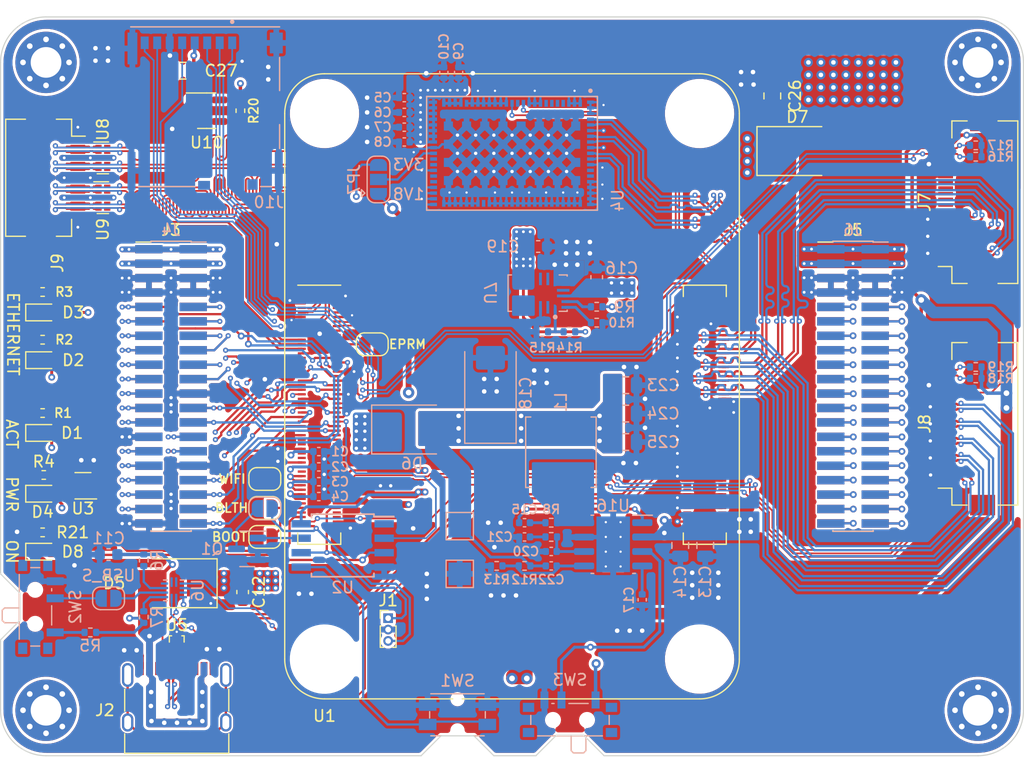
<source format=kicad_pcb>
(kicad_pcb (version 20210424) (generator pcbnew)
  (title_block (title "FlySensei_Stack_RPi") (date "2021-06-01") (rev "0.1") (company "George Mason University"))
  (layers (0 "F.Cu" signal) (1 "In1.Cu" signal) (2 "In2.Cu" signal) (31 "B.Cu" signal) (34 "B.Paste" user) (35 "F.Paste" user) (36 "B.SilkS" user "B.Silkscreen") (37 "F.SilkS" user "F.Silkscreen") (38 "B.Mask" user) (39 "F.Mask" user) (44 "Edge.Cuts" user))
  (net 0 "")
  (net 1 "+5V")
  (net 2 "GND")
  (net 3 "+3V3")
  (net 4 "+BATT")
  (net 5 "Net-(C15-Pad1)")
  (net 6 "Net-(C15-Pad2)")
  (net 7 "Net-(C17-Pad1)")
  (net 8 "Net-(C18-Pad1)")
  (net 9 "Net-(C20-Pad1)")
  (net 10 "Net-(C21-Pad1)")
  (net 11 "Net-(C22-Pad2)")
  (net 12 "/SD Card/SD_PWR")
  (net 13 "Net-(D1-Pad1)")
  (net 14 "+3V3_RPI")
  (net 15 "Net-(D2-Pad1)")
  (net 16 "Net-(D3-Pad1)")
  (net 17 "Net-(D4-Pad1)")
  (net 18 "/Stacking Connectors/BATT_IN")
  (net 19 "Net-(D8-Pad1)")
  (net 20 "Net-(D8-Pad2)")
  (net 21 "/RPi_CM4/RPI_RUN_PG")
  (net 22 "/RPi_CM4/RPI_GLOBL_EN")
  (net 23 "unconnected-(J2-PadS1)")
  (net 24 "Net-(J2-PadB5)")
  (net 26 "/RPi_CM4/USB_DP")
  (net 27 "/RPi_CM4/USB_DN")
  (net 28 "Net-(J2-PadA5)")
  (net 30 "/RPi_CM4/GPIO_1")
  (net 31 "/RPi_CM4/SPI0.MISO")
  (net 32 "/RPi_CM4/SPI0.CS0")
  (net 33 "/RPi_CM4/SPI0.CS2")
  (net 34 "/RPi_CM4/SPI1.MISO")
  (net 35 "/RPi_CM4/SPI1.CS0")
  (net 36 "/RPi_CM4/GPIO_0")
  (net 37 "/RPi_CM4/SPI0.MOSI")
  (net 38 "/RPi_CM4/SPI0.CLK")
  (net 39 "/RPi_CM4/SPI0.CS1")
  (net 40 "/RPi_CM4/SPI0.CS3")
  (net 41 "/RPi_CM4/SPI1.MOSI")
  (net 42 "/RPi_CM4/SPI1.CLK")
  (net 43 "/RPi_CM4/SPI1.CS1")
  (net 44 "/RPi_CM4/GPIO_3")
  (net 45 "/RPi_CM4/GPIO_5")
  (net 46 "/RPi_CM4/GPIO_7")
  (net 47 "/RPi_CM4/I2C0.SCL")
  (net 48 "/Stacking Connectors/I2C1.SCL")
  (net 49 "/RPi_CM4/UART0.RX")
  (net 50 "/RPi_CM4/UART1.RX")
  (net 51 "/RPi_CM4/GPIO_2")
  (net 52 "/RPi_CM4/GPIO_4")
  (net 53 "/RPi_CM4/GPIO_6")
  (net 54 "/RPi_CM4/I2C0.SDA")
  (net 55 "/Stacking Connectors/I2C1.SDA")
  (net 56 "/RPi_CM4/UART0.TX")
  (net 57 "/RPi_CM4/UART1.TX")
  (net 58 "/High Speed Interfaces/CAM0_MIPI.D0_N")
  (net 59 "/High Speed Interfaces/CAM0_MIPI.D0_P")
  (net 60 "/High Speed Interfaces/CAM0_MIPI.D1_N")
  (net 61 "/High Speed Interfaces/CAM0_MIPI.D1_P")
  (net 62 "/High Speed Interfaces/CAM0_MIPI.C_N")
  (net 63 "/High Speed Interfaces/CAM0_MIPI.C_P")
  (net 68 "/High Speed Interfaces/CAM_GPIO")
  (net 70 "/High Speed Interfaces/CAM0_SCL")
  (net 71 "/High Speed Interfaces/CAM0_SDA")
  (net 72 "/High Speed Interfaces/CAM1_MIPI.D0_N")
  (net 73 "/High Speed Interfaces/CAM1_MIPI.D0_P")
  (net 74 "/High Speed Interfaces/CAM1_MIPI.D1_N")
  (net 75 "/High Speed Interfaces/CAM1_MIPI.D1_P")
  (net 76 "/High Speed Interfaces/CAM1_MIPI.C_N")
  (net 77 "/High Speed Interfaces/CAM1_MIPI.C_P")
  (net 78 "/High Speed Interfaces/CAM1_MIPI.D2_N")
  (net 79 "/High Speed Interfaces/CAM1_MIPI.D2_P")
  (net 80 "/High Speed Interfaces/CAM1_MIPI.D3_N")
  (net 81 "/High Speed Interfaces/CAM1_MIPI.D3_P")
  (net 83 "/High Speed Interfaces/CAM1_SCL")
  (net 84 "/High Speed Interfaces/CAM1_SDA")
  (net 85 "/High Speed Interfaces/ETH.0_N")
  (net 86 "/High Speed Interfaces/ETH.0_P")
  (net 87 "/High Speed Interfaces/ETH.1_N")
  (net 88 "/High Speed Interfaces/ETH.1_P")
  (net 89 "/High Speed Interfaces/ETH.2_N")
  (net 90 "/High Speed Interfaces/ETH.2_P")
  (net 91 "/High Speed Interfaces/ETH.3_N")
  (net 92 "/High Speed Interfaces/ETH.3_P")
  (net 93 "Net-(JP1-Pad2)")
  (net 94 "Net-(JP2-Pad2)")
  (net 95 "Net-(JP3-Pad2)")
  (net 96 "Net-(JP4-Pad2)")
  (net 97 "Net-(JP5-Pad1)")
  (net 98 "Net-(JP6-Pad1)")
  (net 99 "Net-(JP6-Pad2)")
  (net 100 "Net-(L1-Pad1)")
  (net 101 "Net-(Q1-Pad1)")
  (net 102 "/RPi_CM4/RPI_nLED_ACT")
  (net 103 "/RPi_CM4/ETH_nLED1")
  (net 104 "/RPi_CM4/ETH_nLED2")
  (net 105 "Net-(R4-Pad2)")
  (net 106 "Net-(R5-Pad1)")
  (net 107 "Net-(R6-Pad1)")
  (net 108 "Net-(R7-Pad2)")
  (net 109 "/PSU/PSU_EN")
  (net 110 "Net-(R9-Pad2)")
  (net 111 "Net-(R10-Pad1)")
  (net 112 "Net-(R14-Pad2)")
  (net 113 "Net-(R20-Pad2)")
  (net 114 "Net-(SW1-Pad1)")
  (net 118 "/RPi_CM4/SD_D_DAT2")
  (net 119 "/RPi_CM4/SD_D_DAT1")
  (net 120 "/RPi_CM4/SD_D_DAT0")
  (net 121 "/RPi_CM4/SD_D_CLK")
  (net 122 "/RPi_CM4/SD_D_CMD")
  (net 123 "/RPi_CM4/SD_D_DAT3")
  (net 124 "/RPi_CM4/RPI_SHTDWN")
  (net 125 "/RPi_CM4/SD_O_CLK")
  (net 126 "/RPi_CM4/SD_O_DAT3")
  (net 127 "/RPi_CM4/SD_O_CMD")
  (net 128 "/RPi_CM4/SD_O_DAT0")
  (net 129 "/RPi_CM4/SD_O_DAT5")
  (net 130 "/RPi_CM4/SD_O_DAT1")
  (net 131 "/RPi_CM4/SD_O_DAT4")
  (net 132 "/RPi_CM4/SD_O_DAT2")
  (net 133 "/RPi_CM4/SD_O_DAT7")
  (net 134 "/RPi_CM4/SD_O_DAT6")
  (net 136 "/RPi_CM4/SD_O_PWRON")
  (net 138 "+1V8_RPI")
  (net 140 "/RPi_CM4/RPI_nLED_PWR")
  (net 143 "/RPi_CM4/USB_ID")
  (net 144 "/AI/CORL_PCIE_NCLKREQ")
  (net 147 "/AI/CORL_PCIE_NRST")
  (net 148 "/AI/CORL_PCIE_CLK_P")
  (net 150 "/AI/CORL_PCIE_CLK_N")
  (net 151 "/AI/CORL_PCIE_TX_P")
  (net 152 "/AI/CORL_PCIE_TX_N")
  (net 153 "/AI/CORL_PCIE_RX_P")
  (net 154 "/AI/CORL_PCIE_RX_N")
  (net 208 "/USB/VUSB_FAULT")
  (net 221 "Net-(C11-Pad1)")
  (net 223 "unconnected-(U7-Pad4)")
  (net 229 "unconnected-(J5-Pad9)")
  (net 230 "unconnected-(J5-Pad11)")
  (net 231 "unconnected-(J5-Pad12)")
  (net 232 "unconnected-(J5-Pad13)")
  (net 233 "unconnected-(J5-Pad14)")
  (net 234 "unconnected-(J5-Pad15)")
  (net 235 "unconnected-(J5-Pad16)")
  (net 236 "unconnected-(J5-Pad17)")
  (net 237 "unconnected-(J5-Pad18)")
  (net 238 "unconnected-(J5-Pad19)")
  (net 239 "unconnected-(J5-Pad21)")
  (net 240 "unconnected-(J5-Pad10)")
  (net 241 "unconnected-(J5-Pad20)")
  (net 242 "unconnected-(J5-Pad22)")
  (net 243 "unconnected-(J5-Pad23)")
  (net 244 "unconnected-(J5-Pad24)")
  (net 245 "unconnected-(J5-Pad25)")
  (net 246 "unconnected-(J5-Pad26)")
  (net 247 "unconnected-(J5-Pad27)")
  (net 248 "unconnected-(J5-Pad28)")
  (net 249 "unconnected-(J5-Pad29)")
  (net 250 "unconnected-(J5-Pad30)")
  (net 251 "unconnected-(J5-Pad31)")
  (net 252 "unconnected-(J5-Pad32)")
  (net 253 "unconnected-(J5-Pad33)")
  (net 254 "unconnected-(J5-Pad34)")
  (net 255 "unconnected-(J5-Pad35)")
  (net 256 "unconnected-(J5-Pad36)")
  (net 257 "unconnected-(J5-Pad37)")
  (net 258 "unconnected-(J5-Pad38)")
  (net 259 "unconnected-(J5-Pad39)")
  (net 260 "unconnected-(J5-Pad40)")
  (net 261 "Net-(JP7-Pad2)")
  (footprint "Capacitor_SMD:C_0603_1608Metric" (layer "F.Cu") (at 111.3 115.6 -90)
    (fp_text reference "C12")
    (fp_text value "1u 16V")
  )
  (footprint "LED_SMD:LED_0603_1608Metric" (layer "F.Cu") (at 93.7 112.05)
    (fp_text reference "D8")
    (fp_text value "LED_WHT")
  )
  (footprint "Connector_FFC-FPC:Hirose_FH12-22S-0.5SH_1x22-1MP_P0.50mm_Horizontal" (layer "F.Cu") (at 175 100.8 90)
    (fp_text reference "J8")
    (fp_text value "Conn_01x22_Female")
  )
  (footprint "Resistor_SMD:R_0402_1005Metric" (layer "F.Cu") (at 93.7 89.2)
    (fp_text reference "R3")
    (fp_text value "270R")
  )
  (footprint "Connector_FFC-FPC:Hirose_FH12-14S-0.5SH_1x14-1MP_P0.50mm_Horizontal" (layer "F.Cu") (at 94.95 79.15 -90)
    (fp_text reference "J9")
    (fp_text value "Conn_01x14_Female")
  )
  (footprint "Diode_SMD:D_SMB" (layer "F.Cu") (at 160.1 76.8)
    (fp_text reference "D7")
    (fp_text value "D_Schottky")
  )
  (footprint "Package_TO_SOT_SMD:Texas_DRT-3" (layer "F.Cu") (at 105.5 120)
    (fp_text reference "U5")
    (fp_text value "TPD2EUSB30")
  )
  (footprint "Package_SON:USON-10_2.5x1.0mm_P0.5mm" (layer "F.Cu") (at 99 77.4)
    (fp_text reference "U8")
    (fp_text value "TPD4EUSB30")
  )
  (footprint "Package_TO_SOT_SMD:SOT-23-5" (layer "F.Cu") (at 108.1375 73.25)
    (fp_text reference "U10")
    (fp_text value "RT9742GGJ5")
  )
  (footprint "Resistor_SMD:R_0402_1005Metric" (layer "F.Cu") (at 111.1 73.25 -90)
    (fp_text reference "R20")
    (fp_text value "12K")
  )
  (footprint "MountingHole:MountingHole_2.7mm_M2.5_Pad_Via" (layer "F.Cu") (at 94 126)
    (fp_text reference "H1" hide)
    (fp_text value "MountingHole")
  )
  (footprint "MountingHole:MountingHole_2.7mm_M2.5_Pad_Via" (layer "F.Cu") (at 176 69)
    (fp_text reference "H3" hide)
    (fp_text value "MountingHole")
  )
  (footprint "Connector_PinHeader_1.00mm:PinHeader_1x03_P1.00mm_Vertical" (layer "F.Cu") (at 124.1 117.9)
    (fp_text reference "J1")
    (fp_text value "Conn_01x03")
  )
  (footprint "LED_SMD:LED_0603_1608Metric" (layer "F.Cu") (at 93.7 101.6)
    (fp_text reference "D1")
    (fp_text value "LED_GRN")
  )
  (footprint "RPi_CM4IO:Raspberry-Pi-4-Compute-Module" (layer "F.Cu") (at 118.5 121.5)
    (fp_text reference "U1")
    (fp_text value "ComputeModule4-CM4")
  )
  (footprint "Package_SON:USON-10_2.5x1.0mm_P0.5mm" (layer "F.Cu") (at 99 80.9)
    (fp_text reference "U9")
    (fp_text value "TPD4EUSB30")
  )
  (footprint "Resistor_SMD:R_0402_1005Metric" (layer "F.Cu") (at 93.7 99.85)
    (fp_text reference "R1")
    (fp_text value "270R")
  )
  (footprint "MountingHole:MountingHole_2.7mm_M2.5_Pad_Via" (layer "F.Cu") (at 94 69)
    (fp_text reference "H2" hide)
    (fp_text value "MountingHole")
  )
  (footprint "MountingHole:MountingHole_2.7mm_M2.5_Pad_Via" (layer "F.Cu") (at 176 126)
    (fp_text reference "H4" hide)
    (fp_text value "MountingHole")
  )
  (footprint "Connector_PinHeader_1.27mm:PinHeader_2x20_P1.27mm_Vertical_SMD" (layer "F.Cu") (at 165 97.5)
    (fp_text reference "J5")
    (fp_text value "Conn_02x20_Odd_Even_Male")
  )
  (footprint "Resistor_SMD:R_0402_1005Metric" (layer "F.Cu") (at 93.8 105.3)
    (fp_text reference "R4")
    (fp_text value "270R")
  )
  (footprint "Capacitor_SMD:C_0805_2012Metric" (layer "F.Cu") (at 106.05 69.73 180)
    (fp_text reference "C27")
    (fp_text value "10u")
  )
  (footprint "Diode_SMD:D_SMB" (layer "F.Cu") (at 105.5 114.825 180)
    (fp_text reference "D5")
    (fp_text value "D_Schottky")
  )
  (footprint "LED_SMD:LED_0603_1608Metric" (layer "F.Cu") (at 93.7 106.95)
    (fp_text reference "D4")
    (fp_text value "LED_RED")
  )
  (footprint "LED_SMD:LED_0603_1608Metric" (layer "F.Cu") (at 93.7 91)
    (fp_text reference "D3")
    (fp_text value "LED_AMB")
  )
  (footprint "Resistor_SMD:R_0402_1005Metric" (layer "F.Cu") (at 93.7 93.4)
    (fp_text reference "R2")
    (fp_text value "270R")
  )
  (footprint "Capacitor_SMD:C_0805_2012Metric" (layer "F.Cu") (at 157.9 71.95 90)
    (fp_text reference "C26")
    (fp_text value "22u")
  )
  (footprint "Jumper:SolderJumper-2_P1.3mm_Open_RoundedPad1.0x1.5mm" (layer "F.Cu") (at 122.7 93.8 180)
    (fp_text reference "JP2" hide)
    (fp_text value "SolderJumper_2_Open")
  )
  (footprint "Jumper:SolderJumper-2_P1.3mm_Open_RoundedPad1.0x1.5mm" (layer "F.Cu") (at 113.25 108.2)
    (fp_text reference "JP4" hide)
    (fp_text value "SolderJumper_2_Open")
  )
  (footprint "Connector_USB:USB_C_Receptacle_XKB_U262-16XN-4BVC11" (layer "F.Cu") (at 105.5 126)
    (fp_text reference "J2")
    (fp_text value "USB_C_Receptacle_USB2.0")
  )
  (footprint "Package_TO_SOT_SMD:SOT-353_SC-70-5" (layer "F.Cu") (at 97.25 106.25 180)
    (fp_text reference "U3")
    (fp_text value "74LVC1G07")
  )
  (footprint "Connector_PinHeader_1.27mm:PinHeader_2x20_P1.27mm_Vertical_SMD" (layer "F.Cu") (at 105 97.5)
    (fp_text reference "J3")
    (fp_text value "Conn_02x20_Odd_Even_Male")
  )
  (footprint "Connector_FFC-FPC:Hirose_FH12-22S-0.5SH_1x22-1MP_P0.50mm_Horizontal" (layer "F.Cu") (at 175 81.3 90)
    (fp_text reference "J7")
    (fp_text value "Conn_01x22_Female")
  )
  (footprint "Jumper:SolderJumper-2_P1.3mm_Open_RoundedPad1.0x1.5mm" (layer "F.Cu") (at 113.25 105.65)
    (fp_text reference "JP3" hide)
    (fp_text value "SolderJumper_2_Open")
  )
  (footprint "Resistor_SMD:R_0402_1005Metric" (layer "F.Cu") (at 93.7 110.35)
    (fp_text reference "R21")
    (fp_text value "480")
  )
  (footprint "Jumper:SolderJumper-2_P1.3mm_Open_RoundedPad1.0x1.5mm" (layer "F.Cu") (at 113.25 110.75)
    (fp_text reference "JP1" hide)
    (fp_text value "SolderJumper_2_Open")
  )
  (footprint "LED_SMD:LED_0603_1608Metric" (layer "F.Cu") (at 93.7 95.2)
    (fp_text reference "D2")
    (fp_text value "LED_GRN")
  )
  (footprint "Capacitor_SMD:C_0402_1005Metric" (layer "B.Cu") (at 136.1 110.75 180)
    (fp_text reference "C21")
    (fp_text value "1.2nF 16V")
  )
  (footprint "Capacitor_Tantalum_SMD:CP_EIA-7343-31_Kemet-D" (layer "B.Cu") (at 133.1 98.1 90)
    (fp_text reference "C18")
    (fp_text value "100uF")
  )
  (footprint "Package_DFN_QFN:Texas_X2QFN-12_1.6x1.6mm_P0.4mm" (layer "B.Cu") (at 105.249999 115.449999 90)
    (fp_text reference "U6")
    (fp_text value "TUSB321")
  )
  (footprint "Capacitor_SMD:C_0402_1005Metric" (layer "B.Cu") (at 138.45 112.03 180)
    (fp_text reference "C20")
    (fp_text value "1nf 16V")
  )
  (footprint "Capacitor_SMD:C_0402_1005Metric" (layer "B.Cu") (at 125.520952 72.1 180)
    (fp_text reference "C5")
    (fp_text value "0u1 6.3V")
  )
  (footprint "Capacitor_SMD:C_0402_1005Metric" (layer "B.Cu") (at 118 107.2)
    (fp_text reference "C4")
    (fp_text value "0u1 16V")
  )
  (footprint "Jumper:SolderJumper-2_P1.3mm_Open_RoundedPad1.0x1.5mm" (layer "B.Cu") (at 99.5 116.15)
    (fp_text reference "JP6" hide)
    (fp_text value "SolderJumper_2_Open")
  )
  (footprint "Resistor_SMD:R_0402_1005Metric" (layer "B.Cu") (at 102.6 112.8 90)
    (fp_text reference "R6")
    (fp_text value "900K")
  )
  (footprint "Resistor_SMD:R_0402_1005Metric" (layer "B.Cu") (at 138.45 109.5 180)
    (fp_text reference "R8")
    (fp_text value "10R")
  )
  (footprint "Capacitor_SMD:C_0402_1005Metric" (layer "B.Cu") (at 125.520952 73.4 180)
    (fp_text reference "C6")
    (fp_text value "0u1 6.3V")
  )
  (footprint "Button_Switch_SMD:SW_SPDT_PCM12" (layer "B.Cu") (at 140.1 126.525 180)
    (fp_text reference "SW3")
    (fp_text value "SW_SPDT")
  )
  (footprint "TestPoint:TestPoint_Pad_2.0x2.0mm" (layer "B.Cu") (at 130.4 109.8 180)
    (fp_text reference "TP4" hide)
    (fp_text value "TestPoint" hide)
  )
  (footprint "Diode_SMD:D_SMB" (layer "B.Cu") (at 126.2 101.3)
    (fp_text reference "D6")
    (fp_text value "D_Schottky")
  )
  (footprint "Package_SO:SOIC-8W_5.3x5.3mm_P1.27mm" (layer "B.Cu") (at 120.1 111.5 180)
    (fp_text reference "U2")
    (fp_text value "ATtiny85V-10S")
  )
  (footprint "Capacitor_SMD:C_0603_1608Metric" (layer "B.Cu") (at 142.45 87.9 90)
    (fp_text reference "C16")
    (fp_text value "10u 35V")
  )
  (footprint "Package_SO:SOIC-8-1EP_3.9x4.9mm_P1.27mm_EP2.95x4.9mm_Mask2.71x3.4mm_ThermalVias" (layer "B.Cu") (at 143.9 111.4 180)
    (fp_text reference "U16")
    (fp_text value "AP64501SP-13")
  )
  (footprint "Capacitor_SMD:C_0805_2012Metric" (layer "B.Cu") (at 152 111.5 -90)
    (fp_text reference "C13")
    (fp_text value "10u 35v")
  )
  (footprint "Connector_PinHeader_1.27mm:PinHeader_2x20_P1.27mm_Vertical_SMD" (layer "B.Cu") (at 105 97.5 180)
    (fp_text reference "J4")
    (fp_text value "Conn_02x20_Odd_Even_Female")
  )
  (footprint "Resistor_SMD:R_0402_1005Metric" (layer "B.Cu") (at 175.8 77.3 180)
    (fp_text reference "R16")
    (fp_text value "10K")
  )
  (footprint "Connector_PinHeader_1.27mm:PinHeader_2x20_P1.27mm_Vertical_SMD" (layer "B.Cu") (at 165 97.5 180)
    (fp_text reference "J6")
    (fp_text value "Conn_02x20_Odd_Even_Female")
  )
  (footprint "Capacitor_SMD:C_0402_1005Metric" (layer "B.Cu") (at 125.520952 76 180)
    (fp_text reference "C8")
    (fp_text value "0u1 6.3V")
  )
  (footprint "AI_Coral:G313-06329-00" (layer "B.Cu") (at 135 77 -90)
    (fp_text reference "U4")
    (fp_text value "G313-06329-00")
  )
  (footprint "RPi_CM4IO:SDCARD_MOLEX_503398-1892" (layer "B.Cu") (at 108 72.9 180)
    (fp_text reference "J10")
    (fp_text value "Micro_SD_Card_Det")
  )
  (footprint "Capacitor_SMD:C_0805_2012Metric" (layer "B.Cu") (at 145 97.4)
    (fp_text reference "C23")
    (fp_text value "22u 16V")
  )
  (footprint "Resistor_SMD:R_0402_1005Metric" (layer "B.Cu") (at 133.65 113.3 180)
    (fp_text reference "R13")
    (fp_text value "2.2K 1%")
  )
  (footprint "Capacitor_SMD:C_0805_2012Metric" (layer "B.Cu") (at 145 102.4)
    (fp_text reference "C25")
    (fp_text value "22u 16V")
  )
  (footprint "Package_DFN_QFN_U:MPM3610_QFN-20_5x3mm" (layer "B.Cu") (at 137.25 89.3 90)
    (fp_text reference "U7")
    (fp_text value "MPM3610")
  )
  (footprint "Resistor_SMD:R_0402_1005Metric" (layer "B.Cu") (at 137.66 92.7 180)
    (fp_text reference "R15")
    (fp_text value "24K")
  )
  (footprint "Resistor_SMD:R_0402_1005Metric" (layer "B.Cu") (at 142.45 91.9)
    (fp_text reference "R10")
    (fp_text value "62K")
  )
  (footprint "Capacitor_SMD:C_0402_1005Metric" (layer "B.Cu") (at 138.45 113.3)
    (fp_text reference "C22")
    (fp_text value "1nf 16V")
  )
  (footprint "Resistor_SMD:R_0402_1005Metric" (layer "B.Cu") (at 136.1 113.3 180)
    (fp_text reference "R12")
    (fp_text value "12K 1%")
  )
  (footprint "Resistor_SMD:R_0402_1005Metric" (layer "B.Cu") (at 138.45 110.75 180)
    (fp_text reference "R11" hide)
    (fp_text value "20K 1%")
  )
  (footprint "Capacitor_SMD:C_0402_1005Metric" (layer "B.Cu") (at 136.1 109.5 180)
    (fp_text reference "C15")
    (fp_text value "100n 35V")
  )
  (footprint "Capacitor_SMD:C_0603_1608Metric" (layer "B.Cu") (at 137.3 85.2)
    (fp_text reference "C19")
    (fp_text value "22u 16V")
  )
  (footprint "Capacitor_SMD:C_0402_1005Metric" (layer "B.Cu") (at 125.520952 74.7 180)
    (fp_text reference "C7")
    (fp_text value "0u1 6.3V")
  )
  (footprint "Button_Switch_SMD:Panasonic_EVQPUL_EVQPUC" (layer "B.Cu") (at 130.2 126.4)
    (fp_text reference "SW1")
    (fp_text value "SW_SPST")
  )
  (footprint "Capacitor_SMD:C_0402_1005Metric" (layer "B.Cu") (at 118 103.24)
    (fp_text reference "C1")
    (fp_text value "0u1 16V")
  )
  (footprint "Resistor_SMD:R_0402_1005Metric" (layer "B.Cu") (at 175.8 76.3 180)
    (fp_text reference "R17")
    (fp_text value "10K")
  )
  (footprint "Resistor_SMD:R_0402_1005Metric" (layer "B.Cu") (at 140.05 92.7 180)
    (fp_text reference "R14")
    (fp_text value "75K")
  )
  (footprint "Jumper:SolderJumper-3_P1.3mm_Open_RoundedPad1.0x1.5mm" (layer "B.Cu") (at 123.25 79.3 90)
    (fp_text reference "JP7")
    (fp_text value "SolderJumper_3_Open")
  )
  (footprint "Capacitor_SMD:C_0402_1005Metric" (layer "B.Cu") (at 118 105.89)
    (fp_text reference "C3")
    (fp_text value "0u1 16V")
  )
  (footprint "Capacitor_SMD:C_0402_1005Metric" (layer "B.Cu") (at 129 69.9 90)
    (fp_text reference "C10")
    (fp_text value "0u1 6.3V")
  )
  (footprint "Resistor_SMD:R_0402_1005Metric" (layer "B.Cu") (at 97.9 119.15)
    (fp_text reference "R5")
    (fp_text value "4.7K")
  )
  (footprint "Resistor_SMD:R_0402_1005Metric" (layer "B.Cu") (at 142.45 90.5 180)
    (fp_text reference "R9")
    (fp_text value "55K")
  )
  (footprint "Resistor_SMD:R_0402_1005Metric" (layer "B.Cu") (at 175.8 95.8 180)
    (fp_text reference "R19")
    (fp_text value "10K")
  )
  (footprint "Resistor_SMD:R_0402_1005Metric" (layer "B.Cu") (at 102.6 117.8 90)
    (fp_text reference "R7")
    (fp_text value "50K")
  )
  (footprint "Package_TO_SOT_SMD:SOT-23" (layer "B.Cu") (at 111.7 111.8 180)
    (fp_text reference "Q1")
    (fp_text value "Q_NMOS_GSD")
  )
  (footprint "Capacitor_SMD:C_0402_1005Metric" (layer "B.Cu") (at 146.45 116.28 -90)
    (fp_text reference "C17")
    (fp_text value "100n 35V")
  )
  (footprint "Capacitor_SMD:C_0402_1005Metric" (layer "B.Cu") (at 130.3 69.9 90)
    (fp_text reference "C9")
    (fp_text value "0u1 6.3V")
  )
  (footprint "Inductor_SMD:L_Bourns_SRN6045TA" (layer "B.Cu") (at 139.3 103.3 90)
    (fp_text reference "L1")
    (fp_text value "SRN6045TA-3R3Y")
  )
  (footprint "Capacitor_SMD:C_0603_1608Metric" (layer "B.Cu") (at 99.5 112.3 180)
    (fp_text reference "C11")
    (fp_text value "22u 16V")
  )
  (footprint "Jumper:SolderJumper-2_P1.3mm_Open_RoundedPad1.0x1.5mm" (layer "B.Cu") (at 113.25 108.25)
    (fp_text reference "JP5" hide)
    (fp_text value "SolderJumper_2_Open")
  )
  (footprint "Capacitor_SMD:C_0805_2012Metric" (layer "B.Cu") (at 145 99.9)
    (fp_text reference "C24")
    (fp_text value "22u 16V")
  )
  (footprint "Resistor_SMD:R_0402_1005Metric" (layer "B.Cu") (at 175.8 96.8 180)
    (fp_text reference "R18")
    (fp_text value "10K")
  )
  (footprint "Capacitor_SMD:C_0805_2012Metric" (layer "B.Cu") (at 149.8 111.5 -90)
    (fp_text reference "C14")
    (fp_text value "10u 35v")
  )
  (footprint "Button_Switch_SMD:SW_SPDT_PCM12" (layer "B.Cu") (at 93.375 116.9 90)
    (fp_text reference "SW2")
    (fp_text value "SW_SPDT")
  )
  (footprint "Capacitor_SMD:C_0402_1005Metric" (layer "B.Cu") (at 118 104.59)
    (fp_text reference "C2")
    (fp_text value "0u1 16V")
  )
  (footprint "TestPoint:TestPoint_Pad_2.0x2.0mm" (layer "B.Cu") (at 130.4 114 180)
    (fp_text reference "TP6" hide)
    (fp_text value "TestPoint" hide)
  )
  (gr_line (start 128.75 128.25) (end 131.65 128.25) (layer "Edge.Cuts") (width 0.1))
  (gr_line (start 138.9 128.2) (end 137.1 130) (layer "Edge.Cuts") (width 0.1))
  (gr_line (start 131.65 128.25) (end 133.4 130) (layer "Edge.Cuts") (width 0.1))
  (gr_line (start 91.7 118.1) (end 90 119.8) (layer "Edge.Cuts") (width 0.1))
  (gr_line (start 91.7 115.7) (end 90 114) (layer "Edge.Cuts") (width 0.1))
  (gr_line (start 90 119.8) (end 90 126) (layer "Edge.Cuts") (width 0.1))
  (gr_line (start 127 130) (end 94 130) (layer "Edge.Cuts") (width 0.1))
  (gr_line (start 180 69) (end 180 126) (layer "Edge.Cuts") (width 0.1))
  (gr_arc (start 176 69) (end 176 65) (angle 90) (layer "Edge.Cuts") (width 0.1))
  (gr_line (start 94 65) (end 176 65) (layer "Edge.Cuts") (width 0.1))
  (gr_line (start 128.75 128.25) (end 127 130) (layer "Edge.Cuts") (width 0.1))
  (gr_line (start 138.9 128.2) (end 141.3 128.2) (layer "Edge.Cuts") (width 0.1))
  (gr_arc (start 94 126) (end 94 130) (angle 90) (layer "Edge.Cuts") (width 0.1))
  (gr_arc (start 94 69) (end 90 69) (angle 90) (layer "Edge.Cuts") (width 0.1))
  (gr_arc (start 176 126) (end 180 126) (angle 90) (layer "Edge.Cuts") (width 0.1))
  (gr_line (start 91.7 115.7) (end 91.7 118.1) (layer "Edge.Cuts") (width 0.1))
  (gr_line (start 141.3 128.2) (end 143.1 130) (layer "Edge.Cuts") (width 0.1))
  (gr_line (start 90 114) (end 90 69) (layer "Edge.Cuts") (width 0.1))
  (gr_line (start 133.4 130) (end 137.1 130) (layer "Edge.Cuts") (width 0.1))
  (gr_line (start 143.1 130) (end 176 130) (layer "Edge.Cuts") (width 0.1))
  (gr_text "USB_S" (at 99.5 114.15) (layer "B.SilkS") (effects (font (size 1 1)) (justify mirror)))
  (gr_text "1V8" (at 125.9 80.6) (layer "B.SilkS") (effects (font (size 1 1)) (justify mirror)))
  (gr_text "3V3" (at 125.9 78) (layer "B.SilkS") (effects (font (size 1 1)) (justify mirror)))
  (gr_text "EPRM" (at 125.8 93.8) (layer "F.SilkS") (effects (font (size 0.8 0.8))))
  (gr_text "BLTH" (at 110.325 108.2) (layer "F.SilkS") (effects (font (size 0.8 0.8))))
  (gr_text "BOOT" (at 110.15 110.75) (layer "F.SilkS") (effects (font (size 0.8 0.8))))
  (gr_text "ACT" (at 91 101.7 270) (layer "F.SilkS") (effects (font (size 1 1))))
  (gr_text "ON" (at 91 112.05 270) (layer "F.SilkS") (effects (font (size 1 1))))
  (gr_text "WIFI" (at 110.375 105.65) (layer "F.SilkS") (effects (font (size 0.8 0.8))))
  (gr_text "ETHERNET" (at 91.1 92.9 270) (layer "F.SilkS") (effects (font (size 1 1))))
  (gr_text "PWR" (at 91 107 270) (layer "F.SilkS") (effects (font (size 1 1))))
  (segment (start 115.55 105.4) (end 115.5 105.45) (width 0.2032) (layer "F.Cu") (net 1))
  (segment (start 116.5 107) (end 115.55 107) (width 0.2032) (layer "F.Cu") (net 1))
  (segment (start 116.5 107.4) (end 115.95 107.4) (width 0.2032) (layer "F.Cu") (net 1))
  (segment (start 116.5 106.6) (end 115.9 106.6) (width 0.2032) (layer "F.Cu") (net 1))
  (segment (start 115.85 105.8) (end 115.5 105.45) (width 0.2032) (layer "F.Cu") (net 1))
  (segment (start 115.9 106.6) (end 115.5 106.2) (width 0.2032) (layer "F.Cu") (net 1))
  (segment (start 115.55 107) (end 115.5 106.95) (width 0.2032) (layer "F.Cu") (net 1))
  (segment (start 115.95 107.4) (end 115.5 106.95) (width 0.2032) (layer "F.Cu") (net 1))
  (segment (start 116.5 105.4) (end 115.55 105.4) (width 0.2032) (layer "F.Cu") (net 1))
  (segment (start 116.5 105.8) (end 115.85 105.8) (width 0.2032) (layer "F.Cu") (net 1))
  (segment (start 116.5 106.2) (end 115.5 106.2) (width 0.2032) (layer "F.Cu") (net 1))
  (via (at 121.3 102.2) (size 0.6) (drill 0.3) (layers "F.Cu" "B.Cu") (net 1))
  (via (at 114.2 114.6) (size 0.6) (drill 0.3) (layers "F.Cu" "B.Cu") (net 1))
  (via (at 106.1 116.7) (size 0.5) (drill 0.25) (layers "F.Cu" "B.Cu") (net 1))
  (via (at 115.5 106.2) (size 0.6) (drill 0.3) (layers "F.Cu" "B.Cu") (net 1))
  (via (at 121.3 101.45) (size 0.6) (drill 0.3) (layers "F.Cu" "B.Cu") (net 1))
  (via (at 122.05 101.45) (size 0.6) (drill 0.3) (layers "F.Cu" "B.Cu") (net 1))
  (via (at 115.5 104.8) (size 0.6) (drill 0.3) (layers "F.Cu" "B.Cu") (net 1))
  (via (at 121.3 100.15) (size 0.6) (drill 0.3) (layers "F.Cu" "B.Cu") (net 1))
  (via (at 113.5 115.25) (size 0.6) (drill 0.3) (layers "F.Cu" "B.Cu") (net 1))
  (via (at 115.5 106.95) (size 0.6) (drill 0.3) (layers "F.Cu" "B.Cu") (net 1))
  (via (at 113.5 114.6) (size 0.6) (drill 0.3) (layers "F.Cu" "B.Cu") (net 1))
  (via (at 112.8 113.95) (size 0.6) (drill 0.3) (layers "F.Cu" "B.Cu") (net 1))
  (via (at 112.8 115.25) (size 0.6) (drill 0.3) (layers "F.Cu" "B.Cu") (net 1))
  (via (at 113.5 113.95) (size 0.6) (drill 0.3) (layers "F.Cu" "B.Cu") (net 1))
  (via (at 122.05 102.95) (size 0.6) (drill 0.3) (layers "F.Cu" "B.Cu") (net 1))
  (via (at 122.05 100.8) (size 0.6) (drill 0.3) (layers "F.Cu" "B.Cu") (net 1))
  (via (at 109.65 113.95) (size 0.6) (drill 0.3) (layers "F.Cu" "B.Cu") (net 1))
  (via (at 115.5 105.45) (size 0.6) (drill 0.3) (layers "F.Cu" "B.Cu") (net 1))
  (via (at 109.65 114.6) (size 0.6) (drill 0.3) (layers "F.Cu" "B.Cu") (net 1))
  (via (at 121.3 100.8) (size 0.6) (drill 0.3) (layers "F.Cu" "B.Cu") (net 1))
  (via (at 115.55 103.5535) (size 0.6) (drill 0.3) (layers "F.Cu" "B.Cu") (net 1))
  (via (at 112.8 114.6) (size 0.6) (drill 0.3) (layers "F.Cu" "B.Cu") (net 1))
  (via (at 122.05 102.2) (size 0.6) (drill 0.3) (layers "F.Cu" "B.Cu") (net 1))
  (via (at 114.2 113.95) (size 0.6) (drill 0.3) (layers "F.Cu" "B.Cu") (net 1))
  (via (at 121.3 102.95) (size 0.6) (drill 0.3) (layers "F.Cu" "B.Cu") (net 1))
  (via (at 101.35 117.9) (size 0.6) (drill 0.3) (layers "F.Cu" "B.Cu") (net 1))
  (via (at 122.05 100.15) (size 0.6) (drill 0.3) (layers "F.Cu" "B.Cu") (net 1))
  (via (at 109.65 115.25) (size 0.6) (drill 0.3) (layers "F.Cu" "B.Cu") (net 1))
  (via (at 114.2 115.25) (size 0.6) (drill 0.3) (layers "F.Cu" "B.Cu") (net 1))
  (segment (start 101.76 119.15) (end 102.6 118.31) (width 0.254) (layer "B.Cu") (net 1))
  (segment (start 115.81 105.89) (end 115.5 106.2) (width 0.254) (layer "B.Cu") (net 1))
  (segment (start 102.19 117.9) (end 102.6 118.31) (width 0.254) (layer "B.Cu") (net 1))
  (segment (start 115.8635 103.24) (end 117.52 103.24) (width 0.254) (layer "B.Cu") (net 1))
  (segment (start 117.52 104.59) (end 115.71 104.59) (width 0.254) (layer "B.Cu") (net 1))
  (segment (start 98.41 119.15) (end 101.76 119.15) (width 0.254) (layer "B.Cu") (net 1))
  (segment (start 117.52 105.89) (end 115.81 105.89) (width 0.254) (layer "B.Cu") (net 1))
  (segment (start 106.074999 116.049999) (end 106.074999 116.674999) (width 0.2032) (layer "B.Cu") (net 1))
  (segment (start 106.074999 116.674999) (end 106.1 116.7) (width 0.2032) (layer "B.Cu") (net 1))
  (segment (start 117.52 103.24) (end 117.52 107.2) (width 0.254) (layer "B.Cu") (net 1))
  (segment (start 117.52 107.2) (end 115.75 107.2) (width 0.254) (layer "B.Cu") (net 1))
  (segment (start 101.35 117.9) (end 102.19 117.9) (width 0.254) (layer "B.Cu") (net 1))
  (segment (start 115.75 107.2) (end 115.5 106.95) (width 0.254) (layer "B.Cu") (net 1))
  (segment (start 115.55 103.5535) (end 115.8635 103.24) (width 0.254) (layer "B.Cu") (net 1))
  (segment (start 115.71 104.59) (end 115.5 104.8) (width 0.254) (layer "B.Cu") (net 1))
  (segment (start 95.85 78.9) (end 95.6 79.15) (width 0.3048) (layer "F.Cu") (net 2))
  (segment (start 118.475 102.3518) (end 118.475 103.9) (width 0.2032) (layer "F.Cu") (net 2))
  (segment (start 115.875 91.4) (end 115.6 91.675) (width 0.2032) (layer "F.Cu") (net 2))
  (segment (start 119.58 90.2) (end 120.15 90.2) (width 0.2032) (layer "F.Cu") (net 2))
  (segment (start 115.7 90.2) (end 115.45 89.95) (width 0.2032) (layer "F.Cu") (net 2))
  (segment (start 150.42 95) (end 149.55 95) (width 0.2032) (layer "F.Cu") (net 2))
  (segment (start 172.2968 80.55) (end 171.575 81.2718) (width 0.2032) (layer "F.Cu") (net 2))
  (segment (start 116.5 104.2) (end 114.5 104.2) (width 0.2032) (layer "F.Cu") (net 2))
  (segment (start 115.6 101.8) (end 114.4 103) (width 0.2032) (layer "F.Cu") (net 2))
  (segment (start 173.15 86.55) (end 172.325 86.55) (width 0.2032) (layer "F.Cu") (net 2))
  (segment (start 173.15 104.55) (end 172.2968 104.55) (width 0.2032) (layer "F.Cu") (net 2))
  (segment (start 172.2968 100.05) (end 171.8 99.5532) (width 0.2032) (layer "F.Cu") (net 2))
  (segment (start 172.325 83.55) (end 171.575 82.8) (width 0.2032) (layer "F.Cu") (net 2))
  (segment (start 116.5 100.6) (end 117.35 100.6) (width 0.2032) (layer "F.Cu") (net 2))
  (segment (start 153.5 91.4) (end 152.8 91.4) (width 0.2032) (layer "F.Cu") (net 2))
  (segment (start 119.58 91.4) (end 120.775 91.4) (width 0.2032) (layer "F.Cu") (net 2))
  (segment (start 108.68 89.245) (end 108.7 89.225) (width 0.508) (layer "F.Cu") (net 2))
  (segment (start 152.9 97.4) (end 152.55 97.75) (width 0.2032) (layer "F.Cu") (net 2))
  (segment (start 120.775 91.4) (end 120.925 91.25) (width 0.2032) (layer "F.Cu") (net 2))
  (segment (start 114.5 104.2) (end 114.4 104.1) (width 0.2032) (layer "F.Cu") (net 2))
  (segment (start 118.475 102.4) (end 118.475 103.9) (width 0.2032) (layer "F.Cu") (net 2))
  (segment (start 172.2968 101.55) (end 171.8 102.0468) (width 0.2032) (layer "F.Cu") (net 2))
  (segment (start 97.65 78.9) (end 97.9 79.15) (width 0.3048) (layer "F.Cu") (net 2))
  (segment (start 171.575 79.7718) (end 171.575 82.8) (width 0.2032) (layer "F.Cu") (net 2))
  (segment (start 103.05 89.245) (end 101.32 89.245) (width 0.508) (layer "F.Cu") (net 2))
  (segment (start 171.8 100.5468) (end 171.8 100.8) (width 0.2032) (layer "F.Cu") (net 2))
  (segment (start 116.5 101.8) (end 115.6 101.8) (width 0.2032) (layer "F.Cu") (net 2))
  (segment (start 171.8 99.5532) (end 171.8 99.3) (width 0.2032) (layer "F.Cu") (net 2))
  (segment (start 117.225 92.6) (end 116.5 92.6) (width 0.2032) (layer "F.Cu") (net 2))
  (segment (start 99.385 77.4) (end 99.95 77.4) (width 0.3048) (layer "F.Cu") (net 2))
  (segment (start 96.8 80.9) (end 97.9 80.9) (width 0.3048) (layer "F.Cu") (net 2))
  (segment (start 153.5 99.8) (end 154.5 99.8) (width 0.2032) (layer "F.Cu") (net 2))
  (segment (start 163.03 89.225) (end 163.05 89.245) (width 0.508) (layer "F.Cu") (net 2))
  (segment (start 153.5 109.4) (end 149.55 109.4) (width 0.2032) (layer "F.Cu") (net 2))
  (segment (start 118.475 104.0482) (end 118.475 103.9) (width 0.2032) (layer "F.Cu") (net 2))
  (segment (start 172.075 77.55) (end 171.675 77.95) (width 0.2032) (layer "F.Cu") (net 2))
  (segment (start 117.175 94.6) (end 116.5 94.6) (width 0.2032) (layer "F.Cu") (net 2))
  (segment (start 98.615 80.9) (end 97.9 80.9) (width 0.3048) (layer "F.Cu") (net 2))
  (segment (start 97.65 79.4) (end 97.9 79.15) (width 0.3048) (layer "F.Cu") (net 2))
  (segment (start 153.5 102.2) (end 149.55 102.2) (width 0.2032) (layer "F.Cu") (net 2))
  (segment (start 152.5 91.7) (end 152.5 92) (width 0.2032) (layer "F.Cu") (net 2))
  (segment (start 150.42 92.6) (end 149.55 92.6) (width 0.2032) (layer "F.Cu") (net 2))
  (segment (start 119.58 104.6) (end 119.0268 104.6) (width 0.2032) (layer "F.Cu") (net 2))
  (segment (start 96.8 78.9) (end 97.65 78.9) (width 0.3048) (layer "F.Cu") (net 2))
  (segment (start 120.35 90) (end 120.35 89.55) (width 0.2032) (layer "F.Cu") (net 2))
  (segment (start 96.8 79.4) (end 97.65 79.4) (width 0.3048) (layer "F.Cu") (net 2))
  (segment (start 172.325 83.55) (end 171.575 84.3) (width 0.2032) (layer "F.Cu") (net 2))
  (segment (start 153.5 93.8) (end 152.8 93.8) (width 0.2032) (layer "F.Cu") (net 2))
  (segment (start 153.5 103.4) (end 149.55 103.4) (width 0.2032) (layer "F.Cu") (net 2))
  (segment (start 118.075 92.875) (end 118.075 93.7) (width 0.2032) (layer "F.Cu") (net 2))
  (segment (start 102.15 122.33) (end 102.15 120.9) (width 0.3048) (layer "F.Cu") (net 2))
  (segment (start 118.075 92.875) (end 117.5 92.875) (width 0.2032) (layer "F.Cu") (net 2))
  (segment (start 119.58 96.2) (end 121.1 96.2) (width 0.2032) (layer "F.Cu") (net 2))
  (segment (start 118.075 93.7) (end 117.175 94.6) (width 0.2032) (layer "F.Cu") (net 2))
  (segment (start 173.15 103.05) (end 172.2968 103.05) (width 0.2032) (layer "F.Cu") (net 2))
  (segment (start 119.58 100.2) (end 120.1332 100.2) (width 0.2032) (layer "F.Cu") (net 2))
  (segment (start 153.5 96.2) (end 152.9 96.2) (width 0.2032) (layer "F.Cu") (net 2))
  (segment (start 173.15 106.05) (end 172.2968 106.05) (width 0.2032) (layer "F.Cu") (net 2))
  (segment (start 153.5 105.8) (end 149.95 105.8) (width 0.2032) (layer "F.Cu") (net 2))
  (segment (start 102.45 122.33) (end 102.45 121.2) (width 0.3048) (layer "F.Cu") (net 2))
  (segment (start 153.5 98.6) (end 154.25 98.6) (width 0.2032) (layer "F.Cu") (net 2))
  (segment (start 173.15 77.55) (end 172.075 77.55) (width 0.2032) (layer "F.Cu") (net 2))
  (segment (start 171.8 102.0468) (end 171.8 102.3) (width 0.2032) (layer "F.Cu") (net 2))
  (segment (start 106.95 89.245) (end 105.02 89.245) (width 0.508) (layer "F.Cu") (net 2))
  (segment (start 153.5 92.6) (end 152.8 92.6) (width 0.2032) (layer "F.Cu") (net 2))
  (segment (start 172.325 82.05) (end 171.575 82.8) (width 0.2032) (layer "F.Cu") (net 2))
  (segment (start 165 87.95) (end 163.075 87.95) (width 0.508) (layer "F.Cu") (net 2))
  (segment (start 119.58 103) (end 118.75 103) (width 0.2032) (layer "F.Cu") (net 2))
  (segment (start 152.55 96.55) (end 152.55 97.75) (width 0.2032) (layer "F.Cu") (net 2))
  (segment (start 119.0268 101.8) (end 118.475 102.3518) (width 0.2032) (layer "F.Cu") (net 2))
  (segment (start 120.15 90.2) (end 120.35 90) (width 0.2032) (layer "F.Cu") (net 2))
  (segment (start 96.8 75.9) (end 96.8 74.7) (width 0.3048) (layer "F.Cu") (net 2))
  (segment (start 150.42 93.8) (end 149.55 93.8) (width 0.2032) (layer "F.Cu") (net 2))
  (segment (start 153.5 97.4) (end 152.9 97.4) (width 0.2032) (layer "F.Cu") (net 2))
  (segment (start 172.025 97.05) (end 171.675 97.4) (width 0.2032) (layer "F.Cu") (net 2))
  (segment (start 172.2968 104.55) (end 171.8 104.0532) (width 0.2032) (layer "F.Cu") (net 2))
  (segment (start 172.325 85.05) (end 171.575 84.3) (width 0.2032) (layer "F.Cu") (net 2))
  (segment (start 98.615 77.4) (end 97.9 77.4) (width 0.3048) (layer "F.Cu") (net 2))
  (segment (start 119.0268 104.6) (end 118.475 104.0482) (width 0.2032) (layer "F.Cu") (net 2))
  (segment (start 118.475 103.275) (end 118.475 103.9) (width 0.2032) (layer "F.Cu") (net 2))
  (segment (start 96.8 79.4) (end 95.85 79.4) (width 0.3048) (layer "F.Cu") (net 2))
  (segment (start 95.85 79.4) (end 95.6 79.15) (width 0.3048) (layer "F.Cu") (net 2))
  (segment (start 101.32 89.245) (end 101.3 89.225) (width 0.508) (layer "F.Cu") (net 2))
  (segment (start 102.15 120.9) (end 101.975 120.725) (width 0.3048) (layer "F.Cu") (net 2))
  (segment (start 172.2968 103.05) (end 171.8 103.5468) (width 0.2032) (layer "F.Cu") (net 2))
  (segment (start 116.5 96.6) (end 113.525 96.6) (width 0.2032) (layer "F.Cu") (net 2))
  (segment (start 163.07 89.225) (end 163.05 89.245) (width 0.508) (layer "F.Cu") (net 2))
  (segment (start 98.2 105.6) (end 98.2 104) (width 0.3048) (layer "F.Cu") (net 2))
  (segment (start 172.2968 106.05) (end 171.825 105.5782) (width 0.2032) (layer "F.Cu") (net 2))
  (segment (start 120.2 109.4) (end 120.775 109.975) (width 0.2032) (layer "F.Cu") (net 2))
  (segment (start 119.58 109.4) (end 120.2 109.4) (width 0.2032) (layer "F.Cu") (net 2))
  (segment (start 118.9 92.6) (end 119.58 92.6) (width 0.2032) (layer "F.Cu") (net 2))
  (segment (start 108.85 121.025) (end 109.25 120.625) (width 0.3048) (layer "F.Cu") (net 2))
  (segment (start 172.2968 104.55) (end 171.825 105.0218) (width 0.2032) (layer "F.Cu") (net 2))
  (segment (start 163.075 87.95) (end 163.05 87.975) (width 0.508) (layer "F.Cu") (net 2))
  (segment (start 171.8 99.0468) (end 171.8 99.3) (width 0.2032) (layer "F.Cu") (net 2))
  (segment (start 149.95 105.8) (end 149.55 105.4) (width 0.2032) (layer "F.Cu") (net 2))
  (segment (start 119.58 98.2) (end 120.6 98.2) (width 0.2032) (layer "F.Cu") (net 2))
  (segment (start 106.95 89.245) (end 108.68 89.245) (width 0.508) (layer "F.Cu") (net 2))
  (segment (start 116.5 98.6) (end 117.425 98.6) (width 0.2032) (layer "F.Cu") (net 2))
  (segment (start 96.8 78.9) (end 95.85 78.9) (width 0.3048) (layer "F.Cu") (net 2))
  (segment (start 108.55 122.33) (end 108.55 121.025) (width 0.3048) (layer "F.Cu") (net 2))
  (segment (start 108.85 122.33) (end 108.85 121.025) (width 0.3048) (layer "F.Cu") (net 2))
  (segment (start 105 87.975) (end 106.95 87.975) (width 0.508) (layer "F.Cu") (net 2))
  (segment (start 173.15 100.05) (end 172.2968 100.05) (width 0.2032) (layer "F.Cu") (net 2))
  (segment (start 171.8 101.0532) (end 171.8 100.8) (width 0.2032) (layer "F.Cu") (net 2))
  (segment (start 171.575 81.2718) (end 171.575 82.8) (width 0.2032) (layer "F.Cu") (net 2))
  (segment (start 103.05 89.245) (end 104.98 89.245) (width 0.508) (layer "F.Cu") (net 2))
  (segment (start 173.15 82.05) (end 172.325 82.05) (width 0.2032) (layer "F.Cu") (net 2))
  (segment (start 152.9 96.2) (end 152.55 96.55) (width 0.2032) (layer "F.Cu") (net 2))
  (segment (start 96.8 82.4) (end 96.8 83.5) (width 0.3048) (layer "F.Cu") (net 2))
  (segment (start 153.5 95) (end 152.9468 95) (width 0.2032) (layer "F.Cu") (net 2))
  (segment (start 100.7 87.975) (end 103.05 87.975) (width 0.508) (layer "F.Cu") (net 2))
  (segment (start 105.02 89.245) (end 105 89.225) (width 0.508) (layer "F.Cu") (net 2))
  (segment (start 172.2968 100.05) (end 171.8 100.5468) (width 0.2032) (layer "F.Cu") (net 2))
  (segment (start 165 89.225) (end 166.93 89.225) (width 0.508) (layer "F.Cu") (net 2))
  (segment (start 169.3 87.95) (end 166.975 87.95) (width 0.508) (layer "F.Cu") (net 2))
  (segment (start 153.5 108.2) (end 149.55 108.2) (width 0.2032) (layer "F.Cu") (net 2))
  (segment (start 173.15 79.05) (end 172.2968 79.05) (width 0.2032) (layer "F.Cu") (net 2))
  (segment (start 119.58 101.8) (end 119.0268 101.8) (width 0.2032) (layer "F.Cu") (net 2))
  (segment (start 171.825 105.0218) (end 171.825 105.3) (width 0.2032) (layer "F.Cu") (net 2))
  (segment (start 153.5 101) (end 149.55 101) (width 0.2032) (layer "F.Cu") (net 2))
  (segment (start 117.425 98.6) (end 117.7 98.875) (width 0.2032) (layer "F.Cu") (net 2))
  (segment (start 118.75 103) (end 118.475 103.275) (width 0.2032) (layer "F.Cu") (net 2))
  (segment (start 120.4332 99.9) (end 120.45 99.9) (width 0.2032) (layer "F.Cu") (net 2))
  (segment (start 172.2968 79.05) (end 171.575 79.7718) (width 0.2032) (layer "F.Cu") (net 2))
  (segment (start 101.975 120.725) (end 100.875 120.725) (width 0.3048) (layer "F.Cu") (net 2))
  (segment (start 152.5 92.3) (end 152.5 92) (width 0.2032) (layer "F.Cu") (net 2))
  (segment (start 173.15 85.05) (end 172.325 85.05) (width 0.2032) (layer "F.Cu") (net 2))
  (segment (start 172.2968 98.55) (end 171.8 99.0468) (width 0.2032) (layer "F.Cu") (net 2))
  (segment (start 96.8 77.4) (end 97.9 77.4) (width 0.3048) (layer "F.Cu") (net 2))
  (segment (start 116.5 103) (end 114.4 103) (width 0.2032) (layer "F.Cu") (net 2))
  (segment (start 149.85 107) (end 149.55 107.3) (width 0.2032) (layer "F.Cu") (net 2))
  (segment (start 117.7 101.625) (end 118.475 102.4) (width 0.2032) (layer "F.Cu") (net 2))
  (segment (start 120.1332 100.2) (end 120.4332 99.9) (width 0.2032) (layer "F.Cu") (net 2))
  (segment (start 173.15 80.55) (end 172.2968 80.55) (width 0.2032) (layer "F.Cu") (net 2))
  (segment (start 105 87.975) (end 103.05 87.975) (width 0.508) (layer "F.Cu") (net 2))
  (segment (start 173.15 98.55) (end 172.2968 98.55) (width 0.2032) (layer "F.Cu") (net 2))
  (segment (start 150.42 97.4) (end 149.55 97.4) (width 0.2032) (layer "F.Cu") (net 2))
  (segment (start 153.5 107) (end 149.85 107) (width 0.2032) (layer "F.Cu") (net 2))
  (segment (start 152.8 92.6) (end 152.5 92.3) (width 0.2032) (layer "F.Cu") (net 2))
  (segment (start 113.525 96.6) (end 113.25 96.875) (width 0.2032) (layer "F.Cu") (net 2))
  (segment (start 118.575 94.2) (end 118.075 93.7) (width 0.2032) (layer "F.Cu") (net 2))
  (segment (start 152.8 93.8) (end 152.5 93.5) (width 0.2032) (layer "F.Cu") (net 2))
  (segment (start 96.8 80.9) (end 95.6 80.9) (width 0.3048) (layer "F.Cu") (net 2))
  (segment (start 154.25 98.6) (end 154.5 98.85) (width 0.2032) (layer "F.Cu") (net 2))
  (segment (start 99.385 80.9) (end 99.95 80.9) (width 0.3048) (layer "F.Cu") (net 2))
  (segment (start 153.5 104.6) (end 149.55 104.6) (width 0.2032) (layer "F.Cu") (net 2))
  (segment (start 171.8 102.5532) (end 171.8 102.3) (width 0.2032) (layer "F.Cu") (net 2))
  (segment (start 171.8 103.5468) (end 171.8 103.8) (width 0.2032) (layer "F.Cu") (net 2))
  (segment (start 150.42 91.4) (end 149.55 91.4) (width 0.2032) (layer "F.Cu") (net 2))
  (segment (start 171.8 104.0532) (end 171.8 103.8) (width 0.2032) (layer "F.Cu") (net 2))
  (segment (start 105.5 119.575) (end 105.5 119.1) (width 0.3048) (layer "F.Cu") (net 2))
  (segment (start 152.5 93.5) (end 152.5 92) (width 0.2032) (layer "F.Cu") (net 2))
  (segment (start 173.15 83.55) (end 172.325 83.55) (width 0.2032) (layer "F.Cu") (net 2))
  (segment (start 172.325 85.05) (end 171.575 85.8) (width 0.2032) (layer "F.Cu") (net 2))
  (segment (start 152.55 99.25) (end 152.4 99.4) (width 0.2032) (layer "F.Cu") (net 2))
  (segment (start 116.5 90.2) (end 115.7 90.2) (width 0.2032) (layer "F.Cu") (net 2))
  (segment (start 173.15 101.55) (end 172.2968 101.55) (width 0.2032) (layer "F.Cu") (net 2))
  (segment (start 173.15 97.05) (end 172.025 97.05) (width 0.2032) (layer "F.Cu") (net 2))
  (segment (start 150.42 96.2) (end 149.55 96.2) (width 0.2032) (layer "F.Cu") (net 2))
  (segment (start 118.625 92.875) (end 118.9 92.6) (width 0.2032) (layer "F.Cu") (net 2))
  (segment (start 117.35 100.6) (end 117.7 100.95) (width 0.2032) (layer "F.Cu") (net 2))
  (segment (start 117.7 98.875) (end 117.7 100.95) (width 0.2032) (layer "F.Cu") (net 2))
  (segment (start 109.3 87.975) (end 106.95 87.975) (width 0.508) (layer "F.Cu") (net 2))
  (segment (start 117.5 92.875) (end 117.225 92.6) (width 0.2032) (layer "F.Cu") (net 2))
  (segment (start 102.45 121.2) (end 101.975 120.725) (width 0.3048) (layer "F.Cu") (net 2))
  (segment (start 104.98 89.245) (end 105 89.225) (width 0.508) (layer "F.Cu") (net 2))
  (segment (start 166.97 89.225) (end 166.95 89.245) (width 0.508) (layer "F.Cu") (net 2))
  (segment (start 96.8 77.4) (end 95.6 77.4) (width 0.3048) (layer "F.Cu") (net 2))
  (segment (start 166.93 89.225) (end 166.95 89.245) (width 0.508) (layer "F.Cu") (net 2))
  (segment (start 152.55 95.3968) (end 152.55 96.55) (width 0.2032) (layer "F.Cu") (net 2))
  (segment (start 172.325 86.55) (end 171.575 85.8) (width 0.2032) (layer "F.Cu") (net 2))
  (segment (start 152.9468 95) (end 152.55 95.3968) (width 0.2032) (layer "F.Cu") (net 2))
  (segment (start 163.025 87.95) (end 163.05 87.975) (width 0.508) (layer "F.Cu") (net 2))
  (segment (start 165 89.225) (end 163.07 89.225) (width 0.508) (layer "F.Cu") (net 2))
  (segment (start 152.55 97.75) (end 152.55 99.25) (width 0.2032) (layer "F.Cu") (net 2))
  (segment (start 172.2968 103.05) (end 171.8 102.5532) (width 0.2032) (layer "F.Cu") (net 2))
  (segment (start 119.58 94.2) (end 118.575 94.2) (width 0.2032) (layer "F.Cu") (net 2))
  (segment (start 166.975 87.95) (end 166.95 87.975) (width 0.508) (layer "F.Cu") (net 2))
  (segment (start 118.075 92.875) (end 118.625 92.875) (width 0.2032) (layer "F.Cu") (net 2))
  (segment (start 160.7 89.225) (end 163.03 89.225) (width 0.508) (layer "F.Cu") (net 2))
  (segment (start 152.8 91.4) (end 152.5 91.7) (width 0.2032) (layer "F.Cu") (net 2))
  (segment (start 116.5 91.4) (end 115.875 91.4) (width 0.2032) (layer "F.Cu") (net 2))
  (segment (start 171.825 105.5782) (end 171.825 105.3) (width 0.2032) (layer "F.Cu") (net 2))
  (segment (start 172.2968 101.55) (end 171.8 101.0532) (width 0.2032) (layer "F.Cu") (net 2))
  (segment (start 117.7 100.95) (end 117.7 101.625) (width 0.2032) (layer "F.Cu") (net 2))
  (segment (start 108.55 121.025) (end 108.15 120.625) (width 0.3048) (layer "F.Cu") (net 2))
  (segment (start 169.3 89.225) (end 166.97 89.225) (width 0.508) (layer "F.Cu") (net 2))
  (segment (start 160.7 87.95) (end 163.025 87.95) (width 0.508) (layer "F.Cu") (net 2))
  (via (at 132.9 109.5) (size 0.8) (drill 0.4) (layers "F.Cu" "B.Cu") (net 2))
  (via (at 153.15 115) (size 0.8) (drill 0.4) (layers "F.Cu" "B.Cu") (net 2))
  (via (at 133.4 78.6) (size 0.6) (drill 0.3) (layers "F.Cu" "B.Cu") (net 2))
  (via (at 122.25 72.1) (size 0.8) (drill 0.4) (layers "F.Cu" "B.Cu") (net 2))
  (via (at 133.45 111.65) (size 0.8) (drill 0.4) (layers "F.Cu" "B.Cu") (net 2))
  (via (at 138.2 75.4) (size 0.6) (drill 0.3) (layers "F.Cu" "B.Cu") (net 2))
  (via (at 109.25 120.625) (size 0.8) (drill 0.4) (layers "F.Cu" "B.Cu") (net 2))
  (via (at 135.35 115.9) (size 0.8) (drill 0.4) (layers "F.Cu" "B.Cu") (net 2))
  (via (at 100.7 101.95) (size 0.6) (drill 0.3) (layers "F.Cu" "B.Cu") (net 2))
  (via (at 96.8 74.7) (size 0.5) (drill 0.25) (layers "F.Cu" "B.Cu") (net 2))
  (via (at 132 71.5) (size 0.45) (drill 0.2) (layers "F.Cu" "B.Cu") (net 2))
  (via (at 146.45 119) (size 0.8) (drill 0.4) (layers "F.Cu" "B.Cu") (net 2))
  (via (at 105 108.25) (size 0.6) (drill 0.3) (layers "F.Cu" "B.Cu") (net 2))
  (via (at 95.6 80.9) (size 0.5) (drill 0.25) (layers "F.Cu" "B.Cu") (net 2))
  (via (at 149.55 104.6) (size 0.5) (drill 0.25) (layers "F.Cu" "B.Cu") (net 2))
  (via (at 127.5 116.2) (size 0.8) (drill 0.4) (layers "F.Cu" "B.Cu") (net 2))
  (via (at 99.45 67.75) (size 0.8) (drill 0.4) (layers "F.Cu" "B.Cu") (net 2))
  (via (at 140.75 85.8) (size 0.8) (drill 0.4) (layers "F.Cu" "B.Cu") (net 2))
  (via (at 140.75 80.45) (size 0.45) (drill 0.2) (layers "F.Cu" "B.Cu") (net 2))
  (via (at 113.25 96.875) (size 0.8) (drill 0.4) (layers "F.Cu" "B.Cu") (net 2))
  (via (at 171.575 82.8) (size 0.6) (drill 0.3) (layers "F.Cu" "B.Cu") (net 2))
  (via (at 143.05 75) (size 0.45) (drill 0.2) (layers "F.Cu" "B.Cu") (net 2))
  (via (at 138.2 77) (size 0.6) (drill 0.3) (layers "F.Cu" "B.Cu") (net 2))
  (via (at 97.1 104) (size 0.8) (drill 0.4) (layers "F.Cu" "B.Cu") (net 2))
  (via (at 144.25 119) (size 0.8) (drill 0.4) (layers "F.Cu" "B.Cu") (net 2))
  (via (at 133.5 71.5) (size 0.45) (drill 0.2) (layers "F.Cu" "B.Cu") (net 2))
  (via (at 136.5 80.45) (size 0.45) (drill 0.2) (layers "F.Cu" "B.Cu") (net 2))
  (via (at 101.975 120.725) (size 0.8) (drill 0.4) (layers "F.Cu" "B.Cu") (net 2))
  (via (at 123.425 106.25) (size 0.6) (drill 0.3) (layers "F.Cu" "B.Cu") (net 2))
  (via (at 138 80.45) (size 0.45) (drill 0.2) (layers "F.Cu" "B.Cu") (net 2))
  (via (at 149.55 96.2) (size 0.5) (drill 0.25) (layers "F.Cu" "B.Cu") (net 2))
  (via (at 118.075 92.875) (size 0.8) (drill 0.4) (layers "F.Cu" "B.Cu") (net 2))
  (via (at 118.475 103.9) (size 0.6) (drill 0.3) (layers "F.Cu" "B.Cu") (net 2))
  (via (at 171.575 85.8) (size 0.6) (drill 0.3) (layers "F.Cu" "B.Cu") (net 2))
  (via (at 116.25 115.75) (size 0.8) (drill 0.4) (layers "F.Cu" "B.Cu") (net 2))
  (via (at 149.55 91.4) (size 0.5) (drill 0.25) (layers "F.Cu" "B.Cu") (net 2))
  (via (at 101.35 101.95) (size 0.6) (drill 0.3) (layers "F.Cu" "B.Cu") (net 2))
  (via (at 105 99.125) (size 0.6) (drill 0.3) (layers "F.Cu" "B.Cu") (net 2))
  (via (at 138.05 96.1) (size 0.8) (drill 0.4) (layers "F.Cu" "B.Cu") (net 2))
  (via (at 127.05 78.5) (size 0.45) (drill 0.2) (layers "F.Cu" "B.Cu") (net 2))
  (via (at 105 89.225) (size 0.5) (drill 0.25) (layers "F.Cu" "B.Cu") (net 2))
  (via (at 127.5 115.1) (size 0.8) (drill 0.4) (layers "F.Cu" "B.Cu") (net 2))
  (via (at 135 80.45) (size 0.45) (drill 0.2) (layers "F.Cu" "B.Cu") (net 2))
  (via (at 169.3 87.95) (size 0.5) (drill 0.25) (layers "F.Cu" "B.Cu") (net 2))
  (via (at 154.5 98.85) (size 0.5) (drill 0.25) (layers "F.Cu" "B.Cu") (net 2))
  (via (at 108.15 120.625) (size 0.8) (drill 0.4) (layers "F.Cu" "B.Cu") (net 2))
  (via (at 143.05 72.75) (size 0.45) (drill 0.2) (layers "F.Cu" "B.Cu") (net 2))
  (via (at 171.8 102.3) (size 0.6) (drill 0.3) (layers "F.Cu" "B.Cu") (net 2))
  (via (at 133.4 75.4) (size 0.6) (drill 0.3) (layers "F.Cu" "B.Cu") (net 2))
  (via (at 132.55 97.95) (size 0.8) (drill 0.4) (layers "F.Cu" "B.Cu") (net 2))
  (via (at 131.8 78.6) (size 0.6) (drill 0.3) (layers "F.Cu" "B.Cu") (net 2))
  (via (at 149.55 105.4) (size 0.5) (drill 0.25) (layers "F.Cu" "B.Cu") (net 2))
  (via (at 109.3 87.975) (size 0.5) (drill 0.25) (layers "F.Cu" "B.Cu") (net 2))
  (via (at 152.5 92) (size 0.5) (drill 0.25) (layers "F.Cu" "B.Cu") (net 2))
  (via (at 133.15 115.9) (size 0.8) (drill 0.4) (layers "F.Cu" "B.Cu") (net 2))
  (via (at 149.55 102.2) (size 0.5) (drill 0.25) (layers "F.Cu" "B.Cu") (net 2))
  (via (at 105 107.625) (size 0.6) (drill 0.3) (layers "F.Cu" "B.Cu") (net 2))
  (via (at 105 87.975) (size 0.5) (drill 0.25) (layers "F.Cu" "B.Cu") (net 2))
  (via (at 100.7 87.975) (size 0.5) (drill 0.25) (layers "F.Cu" "B.Cu") (net 2))
  (via (at 142.95 79.75) (size 0.45) (drill 0.2) (layers "F.Cu" "B.Cu") (net 2))
  (via (at 145.9 104.25) (size 0.8) (drill 0.4) (layers "F.Cu" "B.Cu") (net 2))
  (via (at 156.25 70.95) (size 0.8) (drill 0.4) (layers "F.Cu" "B.Cu") (net 2))
  (via (at 146.7 98.6) (size 0.8) (drill 0.4) (layers "F.Cu" "B.Cu") (net 2))
  (via (at 95.6 79.15) (size 0.5) (drill 0.25) (layers "F.Cu" "B.Cu") (net 2))
  (via (at 149.55 109.4) (size 0.5) (drill 0.25) (layers "F.Cu" "B.Cu") (net 2))
  (via (at 98.2 104) (size 0.8) (drill 0.4) (layers "F.Cu" "B.Cu") (net 2))
  (via (at 165 87.95) (size 0.5) (drill 0.25) (layers "F.Cu" "B.Cu") (net 2))
  (via (at 130.2 77) (size 0.6) (drill 0.3) (layers "F.Cu" "B.Cu") (net 2))
  (via (at 139.8 77) (size 0.6) (drill 0.3) (layers "F.Cu" "B.Cu") (net 2))
  (via (at 149.55 107.3) (size 0.5) (drill 0.25) (layers "F.Cu" "B.Cu") (net 2))
  (via (at 144.85 95.8) (size 0.8) (drill 0.4) (layers "F.Cu" "B.Cu") (net 2))
  (via (at 113.55 70.5) (size 0.8) (drill 0.4) (layers "F.Cu" "B.Cu") (net 2))
  (via (at 139.8 78.6) (size 0.6) (drill 0.3) (layers "F.Cu" "B.Cu") (net 2))
  (via (at 111.25 68.9) (size 0.6) (drill 0.3) (layers "F.Cu" "B.Cu") (net 2))
  (via (at 153.15 116.1) (size 0.8) (drill 0.4) (layers "F.Cu" "B.Cu") (net 2))
  (via (at 120.45 99.9) (size 0.5) (drill 0.25) (layers "F.Cu" "B.Cu") (net 2))
  (via (at 97.9 80.9) (size 0.5) (drill 0.25) (layers "F.Cu" "B.Cu") (net 2))
  (via (at 143.05 76.5) (size 0.45) (drill 0.2) (layers "F.Cu" "B.Cu") (net 2))
  (via (at 101.35 109.575) (size 0.6) (drill 0.3) (layers "F.Cu" "B.Cu") (net 2))
  (via (at 132.55 96.85) (size 0.8) (drill 0.4) (layers "F.Cu" "B.Cu") (net 2))
  (via (at 131.8 75.4) (size 0.6) (drill 0.3) (layers "F.Cu" "B.Cu") (net 2))
  (via (at 171.8 99.3) (size 0.6) (drill 0.3) (layers "F.Cu" "B.Cu") (net 2))
  (via (at 138.2 78.6) (size 0.6) (drill 0.3) (layers "F.Cu" "B.Cu") (net 2))
  (via (at 171.675 77.95) (size 0.8) (drill 0.4) (layers "F.Cu" "B.Cu") (net 2))
  (via (at 146.7 101.15) (size 0.8) (drill 0.4) (layers "F.Cu" "B.Cu") (net 2))
  (via (at 142.95 78.25) (size 0.45) (drill 0.2) (layers "F.Cu" "B.Cu") (net 2))
  (via (at 169.3 89.225) (size 0.5) (drill 0.25) (layers "F.Cu" "B.Cu") (net 2))
  (via (at 122.25 73.4) (size 0.8) (drill 0.4) (layers "F.Cu" "B.Cu") (net 2))
  (via (at 136.95 97.2) (size 0.8) (drill 0.4) (layers "F.Cu" "B.Cu") (net 2))
  (via (at 171.8 100.8) (size 0.6) (drill 0.3) (layers "F.Cu" "B.Cu") (net 2))
  (via (at 100.7 109.575) (size 0.6) (drill 0.3) (layers "F.Cu" "B.Cu") (net 2))
  (via (at 127.05 81) (size 0.45) (drill 0.2) (layers "F.Cu" "B.Cu") (net 2))
  (via (at 149.55 108.2) (size 0.5) (drill 0.25) (layers "F.Cu" "B.Cu") (net 2))
  (via (at 95.6 77.4) (size 0.5) (drill 0.25) (layers "F.Cu" "B.Cu") (net 2))
  (via (at 133.65 97.95) (size 0.8) (drill 0.4) (layers "F.Cu" "B.Cu") (net 2))
  (via (at 118.475 106.55) (size 0.6) (drill 0.3) (layers "F.Cu" "B.Cu") (net 2))
  (via (at 161.35 87.95) (size 0.5) (drill 0.25) (layers "F.Cu" "B.Cu") (net 2))
  (via (at 130.2 78.6) (size 0.6) (drill 0.3) (layers "F.Cu" "B.Cu") (net 2))
  (via (at 133.65 96.85) (size 0.8) (drill 0.4) (layers "F.Cu" "B.Cu") (net 2))
  (via (at 138.05 97.2) (size 0.8) (drill 0.4) (layers "F.Cu" "B.Cu") (net 2))
  (via (at 135 78.6) (size 0.6) (drill 0.3) (layers "F.Cu" "B.Cu") (net 2))
  (via (at 136.6 77) (size 0.6) (drill 0.3) (layers "F.Cu" "B.Cu") (net 2))
  (via (at 100.875 120.725) (size 0.8) (drill 0.4) (layers "F.Cu" "B.Cu") (net 2))
  (via (at 168.65 87.95) (size 0.5) (drill 0.25) (layers "F.Cu" "B.Cu") (net 2))
  (via (at 155.15 69.85) (size 0.8) (drill 0.4) (layers "F.Cu" "B.Cu") (net 2))
  (via (at 135 77) (size 0.6) (drill 0.3) (layers "F.Cu" "B.Cu") (net 2))
  (via (at 134 109.5) (size 0.8) (drill 0.4) (layers "F.Cu" "B.Cu") (net 2))
  (via (at 161.35 89.225) (size 0.5) (drill 0.25) (layers "F.Cu" "B.Cu") (net 2))
  (via (at 105.1 74.85) (size 0.8) (drill 0.4) (layers "F.Cu" "B.Cu") (net 2))
  (via (at 149.55 103.4) (size 0.5) (drill 0.25) (layers "F.Cu" "B.Cu") (net 2))
  (via (at 140.75 86.8) (size 0.8) (drill 0.4) (layers "F.Cu" "B.Cu") (net 2))
  (via (at 139.75 86.8) (size 0.8) (drill 0.4) (layers "F.Cu" "B.Cu") (net 2))
  (via (at 136.95 96.1) (size 0.8) (drill 0.4) (layers "F.Cu" "B.Cu") (net 2))
  (via (at 99.95 77.4) (size 0.5) (drill 0.25) (layers "F.Cu" "B.Cu") (net 2))
  (via (at 122.25 74.7) (size 0.8) (drill 0.4) (layers "F.Cu" "B.Cu") (net 2))
  (via (at 127.5 114) (size 0.8) (drill 0.4) (layers "F.Cu" "B.Cu") (net 2))
  (via (at 153.15 113.9) (size 0.8) (drill 0.4) (layers "F.Cu" "B.Cu") (net 2))
  (via (at 142.95 81) (size 0.45) (drill 0.2) (layers "F.Cu" "B.Cu") (net 2))
  (via (at 149.55 92.6) (size 0.5) (drill 0.25) (layers "F.Cu" "B.Cu") (net 2))
  (via (at 160.7 89.225) (size 0.5) (drill 0.25) (layers "F.Cu" "B.Cu") (net 2))
  (via (at 168.65 89.225) (size 0.5) (drill 0.25) (layers "F.Cu" "B.Cu") (net 2))
  (via (at 139.8 75.4) (size 0.6) (drill 0.3) (layers "F.Cu" "B.Cu") (net 2))
  (via (at 154.5 99.8) (size 0.5) (drill 0.25) (layers "F.Cu" "B.Cu") (net 2))
  (via (at 131 80.45) (size 0.45) (drill 0.2) (layers "F.Cu" "B.Cu") (net 2))
  (via (at 98.35 68.85) (size 0.8) (drill 0.4) (layers "F.Cu" "B.Cu") (net 2))
  (via (at 160.7 87.95) (size 0.5) (drill 0.25) (layers "F.Cu" "B.Cu") (net 2))
  (via (at 134.25 115.9) (size 0.8) (drill 0.4) (layers "F.Cu" "B.Cu") (net 2))
  (via (at 120.35 89.55) (size 0.5) (drill 0.25) (layers "F.Cu" "B.Cu") (net 2))
  (via (at 99.45 68.85) (size 0.8) (drill 0.4) (layers "F.Cu" "B.Cu") (net 2))
  (via (at 124.325 106.25) (size 0.6) (drill 0.3) (layers "F.Cu" "B.Cu") (net 2))
  (via (at 114.3 85) (size 0.8) (drill 0.4) (layers "F.Cu" "B.Cu") (net 2))
  (via (at 118.475 105.25) (size 0.6) (drill 0.3) (layers "F.Cu" "B.Cu") (net 2))
  (via (at 105 99.75) (size 0.6) (drill 0.3) (layers "F.Cu" "B.Cu") (net 2))
  (via (at 96.5 113.25) (size 0.8) (drill 0.4) (layers "F.Cu" "B.Cu") (net 2))
  (via (at 97.9 77.4) (size 0.5) (drill 0.25) (layers "F.Cu" "B.Cu") (net 2))
  (via (at 105 107) (size 0.6) (drill 0.3) (layers "F.Cu" "B.Cu") (net 2))
  (via (at 96.8 83.5) (size 0.5) (drill 0.25) (layers "F.Cu" "B.Cu") (net 2))
  (via (at 126.35 76.9) (size 0.45) (drill 0.2) (layers "F.Cu" "B.Cu") (net 2))
  (via (at 105 98.5) (size 0.6) (drill 0.3) (layers "F.Cu" "B.Cu") (net 2))
  (via (at 121.1 96.2) (size 0.5) (drill 0.25) (layers "F.Cu" "B.Cu") (net 2))
  (via (at 139.75 85.8) (size 0.8) (drill 0.4) (layers "F.Cu" "B.Cu") (net 2))
  (via (at 131.55 69.95) (size 0.8) (drill 0.4) (layers "F.Cu" "B.Cu") (net 2))
  (via (at 100.7 89.225) (size 0.5) (drill 0.25) (layers "F.Cu" "B.Cu") (net 2))
  (via (at 133.5 80.45) (size 0.45) (drill 0.2) (layers "F.Cu" "B.Cu") (net 2))
  (via (at 149.55 97.4) (size 0.5) (drill 0.25) (layers "F.Cu" "B.Cu") (net 2))
  (via (at 117.35 115.75) (size 0.8) (drill 0.4) (layers "F.Cu" "B.Cu") (net 2))
  (via (at 114.4 103) (size 0.6) (drill 0.3) (layers "F.Cu" "B.Cu") (net 2))
  (via (at 145.95 95.8) (size 0.8) (drill 0.4) (layers "F.Cu" "B.Cu") (net 2))
  (via (at 139.75 84.8) (size 0.8) (drill 0.4) (layers "F.Cu" "B.Cu") (net 2))
  (via (at 171.675 97.4) (size 0.8) (drill 0.4) (layers "F.Cu" "B.Cu") (net 2))
  (via (at 108.7 89.225) (size 0.5) (drill 0.25) (layers "F.Cu" "B.Cu") (net 2))
  (via (at 108.5 116.6) (size 0.5) (drill 0.25) (layers "F.Cu" "B.Cu") (net 2))
  (via (at 149.55 95) (size 0.5) (drill 0.25) (layers "F.Cu" "B.Cu") (net 2))
  (via (at 145.35 119) (size 0.8) (drill 0.4) (layers "F.Cu" "B.Cu") (net 2))
  (via (at 171.8 103.8) (size 0.6) (drill 0.3) (layers "F.Cu" "B.Cu") (net 2))
  (via (at 101.3 87.975) (size 0.5) (drill 0.25) (layers "F.Cu" "B.Cu") (net 2))
  (via (at 120.925 91.25) (size 0.45) (drill 0.2) (layers "F.Cu" "B.Cu") (net 2))
  (via (at 150.85 113.9) (size 0.8) (drill 0.4) (layers "F.Cu" "B.Cu") (net 2))
  (via (at 165 89.225) (size 0.5) (drill 0.25) (layers "F.Cu" "B.Cu") (net 2))
  (via (at 171.825 105.3) (size 0.6) (drill 0.3) (layers "F.Cu" "B.Cu") (net 2))
  (via (at 108.7 87.975) (size 0.5) (drill 0.25) (layers "F.Cu" "B.Cu") (net 2))
  (via (at 97.9 79.15) (size 0.5) (drill 0.25) (layers "F.Cu" "B.Cu") (net 2))
  (via (at 130.2 75.4) (size 0.6) (drill 0.3) (layers "F.Cu" "B.Cu") (net 2))
  (via (at 136.6 78.6) (size 0.6) (drill 0.3) (layers "F.Cu" "B.Cu") (net 2))
  (via (at 127.45 69.95) (size 0.8) (drill 0.4) (layers "F.Cu" "B.Cu") (net 2))
  (via (at 171.575 84.3) (size 0.6) (drill 0.3) (layers "F.Cu" "B.Cu") (net 2))
  (via (at 104.9 68.4) (size 0.8) (drill 0.4) (layers "F.Cu" "B.Cu") (net 2))
  (via (at 136.6 75.4) (size 0.6) (drill 0.3) (layers "F.Cu" "B.Cu") (net 2))
  (via (at 156.2 69.85) (size 0.8) (drill 0.4) (layers "F.Cu" "B.Cu") (net 2))
  (via (at 140.75 84.8) (size 0.8) (drill 0.4) (layers "F.Cu" "B.Cu") (net 2))
  (via (at 133.4 77) (size 0.6) (drill 0.3) (layers "F.Cu" "B.Cu") (net 2))
  (via (at 149.55 101) (size 0.5) (drill 0.25) (layers "F.Cu" "B.Cu") (net 2))
  (via (at 141.85 85.8) (size 0.8) (drill 0.4) (layers "F.Cu" "B.Cu") (net 2))
  (via (at 155.15 70.95) (size 0.8) (drill 0.4) (layers "F.Cu" "B.Cu") (net 2))
  (via (at 140.5 71.5) (size 0.45) (drill 0.2) (layers "F.Cu" "B.Cu") (net 2))
  (via (at 149.55 93.8) (size 0.5) (drill 0.25) (layers "F.Cu" "B.Cu") (net 2))
  (via (at 122.25 76) (size 0.8) (drill 0.4) (layers "F.Cu" "B.Cu") (net 2))
  (via (at 101.3 89.225) (size 0.5) (drill 0.25) (layers "F.Cu" "B.Cu") (net 2))
  (via (at 120.775 109.975) (size 0.6) (drill 0.3) (layers "F.Cu" "B.Cu") (net 2))
  (via (at 152.4 99.4) (size 0.5) (drill 0.25) (layers "F.Cu" "B.Cu") (net 2))
  (via (at 114.4 104.1) (size 0.6) (drill 0.3) (layers "F.Cu" "B.Cu") (net 2))
  (via (at 113.55 69.4) (size 0.8) (drill 0.4) (layers "F.Cu" "B.Cu") (net 2))
  (via (at 150.85 116.1) (size 0.8) (drill 0.4) (layers "F.Cu" "B.Cu") (net 2))
  (via (at 135 75.4) (size 0.6) (drill 0.3) (layers "F.Cu" "B.Cu") (net 2))
  (via (at 150.85 115) (size 0.8) (drill 0.4) (layers "F.Cu" "B.Cu") (net 2))
  (via (at 129.5 80.45) (size 0.45) (drill 0.2) (layers "F.Cu" "B.Cu") (net 2))
  (via (at 105.5 119.1) (size 0.45) (drill 0.2) (layers "F.Cu" "B.Cu") (net 2))
  (via (at 109.3 89.225) (size 0.5) (drill 0.25) (layers "F.Cu" "B.Cu") (net 2))
  (via (at 91.45 110.3) (size 0.8) (drill 0.4) (layers "F.Cu" "B.Cu") (net 2))
  (via (at 99.95 80.9) (size 0.5) (drill 0.25) (layers "F.Cu" "B.Cu") (net 2))
  (via (at 98.35 67.75) (size 0.8) (drill 0.4) (layers "F.Cu" "B.Cu") (net 2))
  (via (at 141.85 84.8) (size 0.8) (drill 0.4) (layers "F.Cu" "B.Cu") (net 2))
  (via (at 115.45 89.95) (size 0.5) (drill 0.25) (layers "F.Cu" "B.Cu") (net 2))
  (via (at 120.6 98.2) (size 0.5) (drill 0.25) (layers "F.Cu" "B.Cu") (net 2))
  (via (at 126.3 110) (size 0.8) (drill 0.4) (layers "F.Cu" "B.Cu") (net 2))
  (via (at 144.8 104.25) (size 0.8) (drill 0.4) (layers "F.Cu" "B.Cu") (net 2))
  (via (at 137 71.5) (size 0.45) (drill 0.2) (layers "F.Cu" "B.Cu") (net 2))
  (via (at 139.5 80.45) (size 0.45) (drill 0.2) (layers "F.Cu" "B.Cu") (net 2))
  (via (at 115.6 91.675) (size 0.45) (drill 0.2) (layers "F.Cu" "B.Cu") (net 2))
  (via (at 138.75 86.8) (size 0.8) (drill 0.4) (layers "F.Cu" "B.Cu") (net 2))
  (via (at 131.8 77) (size 0.6) (drill 0.3) (layers "F.Cu" "B.Cu") (net 2))
  (segment (start 137.5 72.6) (end 137.5 71.75) (width 0.2032) (layer "B.Cu") (net 2))
  (segment (start 134.5 80.7) (end 134.75 80.45) (width 0.2032) (layer "B.Cu") (net 2))
  (segment (start 140.5 72.6) (end 141 72.6) (width 0.2032) (layer "B.Cu") (net 2))
  (segment (start 131 81.4) (end 131 80.45) (width 0.2032) (layer "B.Cu") (net 2))
  (segment (start 169.3 89.225) (end 166.97 89.225) (width 0.508) (layer "B.Cu") (net 2))
  (segment (start 165 89.225) (end 163.07 89.225) (width 0.508) (layer "B.Cu") (net 2))
  (segment (start 128.1 76.5) (end 128.55 76.5) (width 0.2032) (layer "B.Cu") (net 2))
  (segment (start 137.5 81.4) (end 137 81.4) (width 0.2032) (layer "B.Cu") (net 2))
  (segment (start 136.5 81.4) (end 137 81.4) (width 0.2032) (layer "B.Cu") (net 2))
  (segment (start 136.6 78.6) (end 137.4 77.8) (width 0.508) (layer "B.Cu") (net 2))
  (segment (start 139.8 77) (end 139 76.2) (width 0.508) (layer "B.Cu") (net 2))
  (segment (start 141 72.6) (end 141 71.75) (width 0.2032) (layer "B.Cu") (net 2))
  (segment (start 142.95 80.7) (end 142.95 81) (width 0.2032) (layer "B.Cu") (net 2))
  (segment (start 127.5968 76.5) (end 127.4968 76.6) (width 0.2032) (layer "B.Cu") (net 2))
  (segment (start 131.8 77) (end 131 76.2) (width 0.508) (layer "B.Cu") (net 2))
  (segment (start 130.2 75.4) (end 131 74.6) (width 0.508) (layer "B.Cu") (net 2))
  (segment (start 128.1 78.5) (end 127.05 78.5) (width 0.2032) (layer "B.Cu") (net 2))
  (segment (start 141 81.4) (end 141 80.7) (width 0.2032) (layer "B.Cu") (net 2))
  (segment (start 130.2 78.6) (end 129.4 77.8) (width 0.508) (layer "B.Cu") (net 2))
  (segment (start 140 72.6) (end 140 71.75) (width 0.2032) (layer "B.Cu") (net 2))
  (segment (start 139.8 75.4) (end 139 76.2) (width 0.508) (layer "B.Cu") (net 2))
  (segment (start 130 81.4) (end 129.5 81.4) (width 0.2032) (layer "B.Cu") (net 2))
  (segment (start 137.5 90.55) (end 137.5 91.7) (width 0.254) (layer "B.Cu") (net 2))
  (segment (start 133.4 78.6) (end 132.6 79.4) (width 0.508) (layer "B.Cu") (net 2))
  (segment (start 105 87.975) (end 106.95 87.975) (width 0.508) (layer "B.Cu") (net 2))
  (segment (start 133.5 72.6) (end 133.5 71.5) (width 0.2032) (layer "B.Cu") (net 2))
  (segment (start 105 87.975) (end 103.05 87.975) (width 0.508) (layer "B.Cu") (net 2))
  (segment (start 133.4 77) (end 132.6 76.2) (width 0.508) (layer "B.Cu") (net 2))
  (segment (start 136.6 77) (end 135.8 76.2) (width 0.508) (layer "B.Cu") (net 2))
  (segment (start 136.5 81.4) (end 136.5 80.45) (width 0.2032) (layer "B.Cu") (net 2))
  (segment (start 139 81.4) (end 139.5 81.4) (width 0.2032) (layer "B.Cu") (net 2))
  (segment (start 129.25 80.45) (end 129.5 80.45) (width 0.2032) (layer "B.Cu") (net 2))
  (segment (start 132.25 71.5) (end 132 71.5) (width 0.2032) (layer "B.Cu") (net 2))
  (segment (start 130.5 81.4) (end 130.5 80.7) (width 0.2032) (layer "B.Cu") (net 2))
  (segment (start 133.4 77) (end 134.2 76.2) (width 0.508) (layer "B.Cu") (net 2))
  (segment (start 163.03 89.225) (end 163.05 89.245) (width 0.508) (layer "B.Cu") (net 2))
  (segment (start 129.5 81.4) (end 129 81.4) (width 0.2032) (layer "B.Cu") (net 2))
  (segment (start 135.5 81.4) (end 135 81.4) (width 0.2032) (layer "B.Cu") (net 2))
  (segment (start 133.4 75.4) (end 132.6 74.6) (width 0.508) (layer "B.Cu") (net 2))
  (segment (start 142.95 81.25) (end 142.95 81) (width 0.2032) (layer "B.Cu") (net 2))
  (segment (start 141.9 81) (end 141.9 81.5) (width 0.2032) (layer "B.Cu") (net 2))
  (segment (start 131.8 78.6) (end 131 79.4) (width 0.508) (layer "B.Cu") (net 2))
  (segment (start 139.8 78.6) (end 139 79.4) (width 0.508) (layer "B.Cu") (net 2))
  (segment (start 135 75.4) (end 135.8 74.6) (width 0.508) (layer "B.Cu") (net 2))
  (segment (start 135.25 80.45) (end 135 80.45) (width 0.2032) (layer "B.Cu") (net 2))
  (segment (start 129.75 80.45) (end 129.5 80.45) (width 0.2032) (layer "B.Cu") (net 2))
  (segment (start 163.07 89.225) (end 163.05 89.245) (width 0.508) (layer "B.Cu") (net 2))
  (segment (start 138.2 77) (end 139 76.2) (width 0.508) (layer "B.Cu") (net 2))
  (segment (start 141 71.75) (end 140.75 71.5) (width 0.2032) (layer "B.Cu") (net 2))
  (segment (start 130.2 77) (end 129.4 76.2) (width 0.508) (layer "B.Cu") (net 2))
  (segment (start 105.02 89.245) (end 105 89.225) (width 0.508) (layer "B.Cu") (net 2))
  (segment (start 139.8 77) (end 139 77.8) (width 0.508) (layer "B.Cu") (net 2))
  (segment (start 133.4 75.4) (end 134.2 74.6) (width 0.508) (layer "B.Cu") (net 2))
  (segment (start 139.8 78.6) (end 140.6 79.4) (width 0.508) (layer "B.Cu") (net 2))
  (segment (start 128.1 80.5) (end 127.3 80.5) (width 0.2032) (layer "B.Cu") (net 2))
  (segment (start 130 81.4) (end 130 80.7) (width 0.2032) (layer "B.Cu") (net 2))
  (segment (start 136.8 71.5) (end 137 71.5) (width 0.2032) (layer "B.Cu") (net 2))
  (segment (start 141.9 80.5) (end 141.9 81) (width 0.2032) (layer "B.Cu") (net 2))
  (segment (start 139.8 75.4) (end 139 74.6) (width 0.508) (layer "B.Cu") (net 2))
  (segment (start 138.2 75.4) (end 137.4 76.2) (width 0.508) (layer "B.Cu") (net 2))
  (segment (start 106.436313 115.249999) (end 106.486314 115.3) (width 0.2032) (layer "B.Cu") (net 2))
  (segment (start 134.3 71.5) (end 133.5 71.5) (width 0.2032) (layer "B.Cu") (net 2))
  (segment (start 108.7 89.225) (end 109.3 89.225) (width 0.508) (layer "B.Cu") (net 2))
  (segment (start 135 81.4) (end 135 80.45) (width 0.2032) (layer "B.Cu") (net 2))
  (segment (start 138.2 77) (end 137.4 77.8) (width 0.508) (layer "B.Cu") (net 2))
  (segment (start 127.25 81.5) (end 127.05 81.3) (width 0.2032) (layer "B.Cu") (net 2))
  (segment (start 128.1 76.5) (end 127.5968 76.5) (width 0.2032) (layer "B.Cu") (net 2))
  (segment (start 141.9 73) (end 141.9 73.5) (width 0.2032) (layer "B.Cu") (net 2))
  (segment (start 138 81.4) (end 138.5 81.4) (width 0.2032) (layer "B.Cu") (net 2))
  (segment (start 136.6 77) (end 137.4 77.8) (width 0.508) (layer "B.Cu") (net 2))
  (segment (start 133.75 80.45) (end 133.5 80.45) (width 0.2032) (layer "B.Cu") (net 2))
  (segment (start 141.9 73.5) (end 142.85 73.5) (width 0.2032) (layer "B.Cu") (net 2))
  (segment (start 130.2 78.6) (end 131 79.4) (width 0.508) (layer "B.Cu") (net 2))
  (segment (start 133.4 78.6) (end 132.6 77.8) (width 0.508) (layer "B.Cu") (net 2))
  (segment (start 140.75 71.5) (end 140.5 71.5) (width 0.2032) (layer "B.Cu") (net 2))
  (segment (start 140.5 80.7) (end 140.75 80.45) (width 0.2032) (layer "B.Cu") (net 2))
  (segment (start 128.1 80) (end 127.25 80) (width 0.2032) (layer "B.Cu") (net 2))
  (segment (start 133.5 81.4) (end 133.5 80.45) (width 0.2032) (layer "B.Cu") (net 2))
  (segment (start 138.2 77) (end 139 77.8) (width 0.508) (layer "B.Cu") (net 2))
  (segment (start 128.85 76.2) (end 129.4 76.2) (width 0.2032) (layer "B.Cu") (net 2))
  (segment (start 139.75 80.45) (end 139.5 80.45) (width 0.2032) (layer "B.Cu") (net 2))
  (segment (start 127.4968 76.6) (end 126.65 76.6) (width 0.2032) (layer "B.Cu") (net 2))
  (segment (start 142.7 79.5) (end 142.95 79.75) (width 0.2032) (layer "B.Cu") (net 2))
  (segment (start 141.9 72.5) (end 142.8 72.5) (width 0.2032) (layer "B.Cu") (net 2))
  (segment (start 130.2 78.6) (end 129.4 79.4) (width 0.508) (layer "B.Cu") (net 2))
  (segment (start 131 81.4) (end 130.5 81.4) (width 0.2032) (layer "B.Cu") (net 2))
  (segment (start 106.486314 115.3) (end 107.2 115.3) (width 0.2032) (layer "B.Cu") (net 2))
  (segment (start 138.2 78.6) (end 139 79.4) (width 0.508) (layer "B.Cu") (net 2))
  (segment (start 141.9 79.5) (end 142.7 79.5) (width 0.2032) (layer "B.Cu") (net 2))
  (segment (start 143.05 73.3) (end 143.05 72.75) (width 0.2032) (layer "B.Cu") (net 2))
  (segment (start 163.025 87.95) (end 163.05 87.975) (width 0.508) (layer "B.Cu") (net 2))
  (segment (start 118.475 105.25) (end 118.475 104.595) (width 0.508) (layer "B.Cu") (net 2))
  (segment (start 103.05 89.245) (end 101.32 89.245) (width 0.508) (layer "B.Cu") (net 2))
  (segment (start 131.5 72.6) (end 131.5 71.75) (width 0.2032) (layer "B.Cu") (net 2))
  (segment (start 134 72.6) (end 134 71.75) (width 0.2032) (layer "B.Cu") (net 2))
  (segment (start 166.93 89.225) (end 166.95 89.245) (width 0.508) (layer "B.Cu") (net 2))
  (segment (start 165 89.225) (end 166.93 89.225) (width 0.508) (layer "B.Cu") (net 2))
  (segment (start 131.8 77) (end 132.6 76.2) (width 0.508) (layer "B.Cu") (net 2))
  (segment (start 136.6 77) (end 137.4 76.2) (width 0.508) (layer "B.Cu") (net 2))
  (segment (start 133.4 75.4) (end 134.2 76.2) (width 0.508) (layer "B.Cu") (net 2))
  (segment (start 131.8 77) (end 132.6 77.8) (width 0.508) (layer "B.Cu") (net 2))
  (segment (start 133 72.6) (end 133.5 72.6) (width 0.2032) (layer "B.Cu") (net 2))
  (segment (start 135.8 76.2) (end 135 77) (width 0.508) (layer "B.Cu") (net 2))
  (segment (start 131 72.6) (end 131.5 72.6) (width 0.2032) (layer "B.Cu") (net 2))
  (segment (start 135.8 77.8) (end 135 77) (width 0.508) (layer "B.Cu") (net 2))
  (segment (start 133.4 75.4) (end 132.6 76.2) (width 0.508) (layer "B.Cu") (net 2))
  (segment (start 135.5 81.4) (end 135.5 80.7) (width 0.2032) (layer "B.Cu") (net 2))
  (segment (start 127.3 80.5) (end 127.05 80.75) (width 0.2032) (layer "B.Cu") (net 2))
  (segment (start 132 80.7) (end 131.75 80.45) (width 0.2032) (layer "B.Cu") (net 2))
  (segment (start 139.5 81.4) (end 140 81.4) (width 0.2032) (layer "B.Cu") (net 2))
  (segment (start 142.7 81.5) (end 142.95 81.25) (width 0.2032) (layer "B.Cu") (net 2))
  (segment (start 133.4 77) (end 134.2 77.8) (width 0.508) (layer "B.Cu") (net 2))
  (segment (start 134 71.75) (end 133.75 71.5) (width 0.2032) (layer "B.Cu") (net 2))
  (segment (start 131.5 81.4) (end 131 81.4) (width 0.2032) (layer "B.Cu") (net 2))
  (segment (start 139.8 75.4) (end 140.6 74.6) (width 0.508) (layer "B.Cu") (net 2))
  (segment (start 134.75 80.45) (end 135 80.45) (width 0.2032) (layer "B.Cu") (net 2))
  (segment (start 142.75 80.5) (end 142.95 80.7) (width 0.2032) (layer "B.Cu") (net 2))
  (segment (start 166.925 87.95) (end 166.95 87.975) (width 0.508) (layer "B.Cu") (net 2))
  (segment (start 130.2 77) (end 131 76.2) (width 0.508) (layer "B.Cu") (net 2))
  (segment (start 101.32 89.245) (end 101.3 89.225) (width 0.508) (layer "B.Cu") (net 2))
  (segment (start 131.8 75.4) (end 132.6 74.6) (width 0.508) (layer "B.Cu") (net 2))
  (segment (start 134.2 76.2) (end 135 77) (width 0.508) (layer "B.Cu") (net 2))
  (segment (start 141.9 76.5) (end 143.05 76.5) (width 0.2032) (layer "B.Cu") (net 2))
  (segment (start 140.25 71.5) (end 140.5 71.5) (width 0.2032) (layer "B.Cu") (net 2))
  (segment (start 140.5 81.4) (end 140 81.4) (width 0.2032) (layer "B.Cu") (net 2))
  (segment (start 133.25 80.45) (end 133.5 80.45) (width 0.2032) (layer "B.Cu") (net 2))
  (segment (start 137.5 80.7) (end 137.75 80.45) (width 0.2032) (layer "B.Cu") (net 2))
  (segment (start 136.6 78.6) (end 137.4 79.4) (width 0.508) (layer "B.Cu") (net 2))
  (segment (start 140.5 81.4) (end 140.5 80.7) (width 0.2032) (layer "B.Cu") (net 2))
  (segment (start 169.3 87.95) (end 166.975 87.95) (width 0.508) (layer "B.Cu") (net 2))
  (segment (start 135 78.6) (end 135.8 77.8) (width 0.508) (layer "B.Cu") (net 2))
  (segment (start 163.075 87.95) (end 163.05 87.975) (width 0.508) (layer "B.Cu") (net 2))
  (segment (start 160.7 87.95) (end 163.025 87.95) (width 0.508) (layer "B.Cu") (net 2))
  (segment (start 137.5 91.7) (end 137.15 92.05) (width 0.254) (layer "B.Cu") (net 2))
  (segment (start 132 81.4) (end 132 80.7) (width 0.2032) (layer "B.Cu") (net 2))
  (segment (start 136.75 80.45) (end 136.5 80.45) (width 0.2032) (layer "B.Cu") (net 2))
  (segment (start 132.5 72.6) (end 132.5 71.75) (width 0.2032) (layer "B.Cu") (net 2))
  (segment (start 166.97 89.225) (end 166.95 89.245) (width 0.508) (layer "B.Cu") (net 2))
  (segment (start 138.2 78.6) (end 137.4 77.8) (width 0.508) (layer "B.Cu") (net 2))
  (segment (start 137.5 81.4) (end 137.5 80.7) (width 0.2032) (layer "B.Cu") (net 2))
  (segment (start 137.15 92.7) (end 137.15 92.05) (width 0.254) (layer "B.Cu") (net 2))
  (segment (start 104.98 89.245) (end 105 89.225) (width 0.508) (layer "B.Cu") (net 2))
  (segment (start 143.235 110.765) (end 143.25 110.75) (width 0.381) (layer "B.Cu") (net 2))
  (segment (start 138.5 80.7) (end 138.25 80.45) (width 0.2032) (layer "B.Cu") (net 2))
  (segment (start 141.9 80.5) (end 142.75 80.5) (width 0.2032) (layer "B.Cu") (net 2))
  (segment (start 129.5 81.4) (end 129.5 80.45) (width 0.2032) (layer "B.Cu") (net 2))
  (segment (start 139.8 78.6) (end 139 77.8) (width 0.508) (layer "B.Cu") (net 2))
  (segment (start 139 81.4) (end 139 80.7) (width 0.2032) (layer "B.Cu") (net 2))
  (segment (start 131.5 71.75) (end 131.75 71.5) (width 0.2032) (layer "B.Cu") (net 2))
  (segment (start 127.05 80.2) (end 127.05 81) (width 0.2032) (layer "B.Cu") (net 2))
  (segment (start 130.5 81.4) (end 130 81.4) (width 0.2032) (layer "B.Cu") (net 2))
  (segment (start 131.5 72.6) (end 132 72.6) (width 0.2032) (layer "B.Cu") (net 2))
  (segment (start 109.3 87.975) (end 106.95 87.975) (width 0.508) (layer "B.Cu") (net 2))
  (segment (start 130.2 75.4) (end 131 76.2) (width 0.508) (layer "B.Cu") (net 2))
  (segment (start 139.25 80.45) (end 139.5 80.45) (width 0.2032) (layer "B.Cu") (net 2))
  (segment (start 142.85 73.5) (end 143.05 73.3) (width 0.2032) (layer "B.Cu") (net 2))
  (segment (start 131.25 80.45) (end 131 80.45) (width 0.2032) (layer "B.Cu") (net 2))
  (segment (start 165 87.95) (end 163.075 87.95) (width 0.508) (layer "B.Cu") (net 2))
  (segment (start 133.4 77) (end 132.6 77.8) (width 0.508) (layer "B.Cu") (net 2))
  (segment (start 134 72.6) (end 134.5 72.6) (width 0.2032) (layer "B.Cu") (net 2))
  (segment (start 100.7 89.225) (end 101.3 89.225) (width 0.508) (layer "B.Cu") (net 2))
  (segment (start 134.5 72.6) (end 134.5 71.7) (width 0.2032) (layer "B.Cu") (net 2))
  (segment (start 139.8 75.4) (end 140.6 76.2) (width 0.508) (layer "B.Cu") (net 2))
  (segment (start 118.475 103.9) (end 118.475 104.585) (width 0.508) (layer "B.Cu") (net 2))
  (segment (start 131.8 75.4) (end 132.6 76.2) (width 0.508) (layer "B.Cu") (net 2))
  (segment (start 137.25 71.5) (end 137 71.5) (width 0.2032) (layer "B.Cu") (net 2))
  (segment (start 106.95 89.245) (end 105.02 89.245) (width 0.508) (layer "B.Cu") (net 2))
  (segment (start 132 72.6) (end 132 71.5) (width 0.2032) (layer "B.Cu") (net 2))
  (segment (start 127.05 80.75) (end 127.05 81) (width 0.2032) (layer "B.Cu") (net 2))
  (segment (start 135 78.6) (end 135.8 79.4) (width 0.508) (layer "B.Cu") (net 2))
  (segment (start 137.5 71.75) (end 137.25 71.5) (width 0.2032) (layer "B.Cu") (net 2))
  (segment (start 134 81.4) (end 134 80.7) (width 0.2032) (layer "B.Cu") (net 2))
  (segment (start 136.5 81.4) (end 136 81.4) (width 0.2032) (layer "B.Cu") (net 2))
  (segment (start 131.8 75.4) (end 131 74.6) (width 0.508) (layer "B.Cu") (net 2))
  (segment (start 134 80.7) (end 133.75 80.45) (width 0.2032) (layer "B.Cu") (net 2))
  (segment (start 118.48 106.555) (end 118.475 106.55) (width 0.508) (layer "B.Cu") (net 2))
  (segment (start 133 72.6) (end 133 71.75) (width 0.2032) (layer "B.Cu") (net 2))
  (segment (start 127.25 80) (end 127.05 80.2) (width 0.2032) (layer "B.Cu") (net 2))
  (segment (start 130.2 77) (end 129.4 77.8) (width 0.508) (layer "B.Cu") (net 2))
  (segment (start 140.5 72.6) (end 140.5 71.5) (width 0.2032) (layer "B.Cu") (net 2))
  (segment (start 141.9 80) (end 142.7 80) (width 0.2032) (layer "B.Cu") (net 2))
  (segment (start 129 81.4) (end 129 80.7) (width 0.2032) (layer "B.Cu") (net 2))
  (segment (start 139.8 77) (end 140.6 77.8) (width 0.508) (layer "B.Cu") (net 2))
  (segment (start 118.48 106.545) (end 118.475 106.55) (width 0.508) (layer "B.Cu") (net 2))
  (segment (start 141.9 78) (end 142.7 78) (width 0.2032) (layer "B.Cu") (net 2))
  (segment (start 130.2 78.6) (end 131 77.8) (width 0.508) (layer "B.Cu") (net 2))
  (segment (start 132.5 72.6) (end 133 72.6) (width 0.2032) (layer "B.Cu") (net 2))
  (segment (start 133 80.7) (end 133.25 80.45) (width 0.2032) (layer "B.Cu") (net 2))
  (segment (start 136 80.7) (end 136.25 80.45) (width 0.2032) (layer "B.Cu") (net 2))
  (segment (start 142.8 73) (end 143.05 72.75) (width 0.2032) (layer "B.Cu") (net 2))
  (segment (start 130.75 80.45) (end 131 80.45) (width 0.2032) (layer "B.Cu") (net 2))
  (segment (start 131.75 71.5) (end 132 71.5) (width 0.2032) (layer "B.Cu") (net 2))
  (segment (start 128.1 81) (end 127.05 81) (width 0.2032) (layer "B.Cu") (net 2))
  (segment (start 139 81.4) (end 138.5 81.4) (width 0.2032) (layer "B.Cu") (net 2))
  (segment (start 141.9 80) (end 141.9 80.5) (width 0.2032) (layer "B.Cu") (net 2))
  (segment (start 131.5 81.4) (end 131.5 80.7) (width 0.2032) (layer "B.Cu") (net 2))
  (segment (start 141.9 72.5) (end 141.9 73) (width 0.2032) (layer "B.Cu") (net 2))
  (segment (start 130.2 77) (end 131 77.8) (width 0.508) (layer "B.Cu") (net 2))
  (segment (start 136.5 72.6) (end 137 72.6) (width 0.2032) (layer "B.Cu") (net 2))
  (segment (start 135 78.6) (end 134.2 77.8) (width 0.508) (layer "B.Cu") (net 2))
  (segment (start 138.2 77) (end 137.4 76.2) (width 0.508) (layer "B.Cu") (net 2))
  (segment (start 136.6 77) (end 135.8 77.8) (width 0.508) (layer "B.Cu") (net 2))
  (segment (start 142.8 72.5) (end 143.05 72.75) (width 0.2032) (layer "B.Cu") (net 2))
  (segment (start 130.2 75.4) (end 129.4 74.6) (width 0.508) (layer "B.Cu") (net 2))
  (segment (start 160.7 89.225) (end 163.03 89.225) (width 0.508) (layer "B.Cu") (net 2))
  (segment (start 103.05 89.245) (end 104.98 89.245) (width 0.508) (layer "B.Cu") (net 2))
  (segment (start 132 81.4) (end 131.5 81.4) (width 0.2032) (layer "B.Cu") (net 2))
  (segment (start 131.8 77) (end 131 77.8) (width 0.508) (layer "B.Cu") (net 2))
  (segment (start 136.5 71.8) (end 136.8 71.5) (width 0.2032) (layer "B.Cu") (net 2))
  (segment (start 133.5 81.4) (end 133 81.4) (width 0.2032) (layer "B.Cu") (net 2))
  (segment (start 136.25 80.45) (end 136.5 80.45) (width 0.2032) (layer "B.Cu") (net 2))
  (segment (start 100.7 87.975) (end 103.05 87.975) (width 0.508) (layer "B.Cu") (net 2))
  (segment (start 134.5 81.4) (end 134 81.4) (width 0.2032) (layer "B.Cu") (net 2))
  (segment (start 140 71.75) (end 140.25 71.5) (width 0.2032) (layer "B.Cu") (net 2))
  (segment (start 133.4 78.6) (end 134.2 79.4) (width 0.508) (layer "B.Cu") (net 2))
  (segment (start 138.5 81.4) (end 138.5 80.7) (width 0.2032) (layer "B.Cu") (net 2))
  (segment (start 138.25 80.45) (end 138 80.45) (width 0.2032) (layer "B.Cu") (net 2))
  (segment (start 138 81.4) (end 138 80.45) (width 0.2032) (layer "B.Cu") (net 2))
  (segment (start 130.2 75.4) (end 129.4 76.2) (width 0.508) (layer "B.Cu") (net 2))
  (segment (start 130.5 80.7) (end 130.75 80.45) (width 0.2032) (layer "B.Cu") (net 2))
  (segment (start 134.5 81.4) (end 134.5 80.7) (width 0.2032) (layer "B.Cu") (net 2))
  (segment (start 131.8 78.6) (end 131 77.8) (width 0.508) (layer "B.Cu") (net 2))
  (segment (start 136.5 72.6) (end 136.5 71.8) (width 0.2032) (layer "B.Cu") (net 2))
  (segment (start 129 80.7) (end 129.25 80.45) (width 0.2032) (layer "B.Cu") (net 2))
  (segment (start 138.2 75.4) (end 137.4 74.6) (width 0.508) (layer "B.Cu") (net 2))
  (segment (start 106.95 89.245) (end 108.68 89.245) (width 0.508) (layer "B.Cu") (net 2))
  (segment (start 142.7 80) (end 142.95 79.75) (width 0.2032) (layer "B.Cu") (net 2))
  (segment (start 131.8 78.6) (end 132.6 77.8) (width 0.508) (layer "B.Cu") (net 2))
  (segment (start 131.75 80.45) (end 131 80.45) (width 0.2032) (layer "B.Cu") (net 2))
  (segment (start 140 80.7) (end 139.75 80.45) (width 0.2032) (layer "B.Cu") (net 2))
  (segment (start 106.074999 115.249999) (end 106.436313 115.249999) (width 0.2032) (layer "B.Cu") (net 2))
  (segment (start 139.5 81.4) (end 139.5 80.45) (width 0.2032) (layer "B.Cu") (net 2))
  (segment (start 137.5 81.4) (end 138 81.4) (width 0.2032) (layer "B.Cu") (net 2))
  (segment (start 128.55 76.5) (end 128.85 76.2) (width 0.2032) (layer "B.Cu") (net 2))
  (segment (start 133.4 78.6) (end 134.2 77.8) (width 0.508) (layer "B.Cu") (net 2))
  (segment (start 141 80.7) (end 140.75 80.45) (width 0.2032) (layer "B.Cu") (net 2))
  (segment (start 118.48 103.24) (end 118.48 103.895) (width 0.508) (layer "B.Cu") (net 2))
  (segment (start 135 75.4) (end 135.8 76.2) (width 0.508) (layer "B.Cu") (net 2))
  (segment (start 136.6 78.6) (end 135.8 77.8) (width 0.508) (layer "B.Cu") (net 2))
  (segment (start 136 81.4) (end 135.5 81.4) (width 0.2032) (layer "B.Cu") (net 2))
  (segment (start 166.975 87.95) (end 166.95 87.975) (width 0.508) (layer "B.Cu") (net 2))
  (segment (start 137 72.6) (end 137.5 72.6) (width 0.2032) (layer "B.Cu") (net 2))
  (segment (start 165 87.95) (end 166.925 87.95) (width 0.508) (layer "B.Cu") (net 2))
  (segment (start 138.2 78.6) (end 139 77.8) (width 0.508) (layer "B.Cu") (net 2))
  (segment (start 133 71.75) (end 133.25 71.5) (width 0.2032) (layer "B.Cu") (net 2))
  (segment (start 137 72.6) (end 137 71.5) (width 0.2032) (layer "B.Cu") (net 2))
  (segment (start 139.8 78.6) (end 140.6 77.8) (width 0.508) (layer "B.Cu") (net 2))
  (segment (start 141.9 79.5) (end 141.9 80) (width 0.2032) (layer "B.Cu") (net 2))
  (segment (start 141.9 75) (end 143.05 75) (width 0.2032) (layer "B.Cu") (net 2))
  (segment (start 135.5 80.7) (end 135.25 80.45) (width 0.2032) (layer "B.Cu") (net 2))
  (segment (start 137 80.7) (end 136.75 80.45) (width 0.2032) (layer "B.Cu") (net 2))
  (segment (start 139 80.7) (end 139.25 80.45) (width 0.2032) (layer "B.Cu") (net 2))
  (segment (start 133.5 72.6) (end 134 72.6) (width 0.2032) (layer "B.Cu") (net 2))
  (segment (start 137 81.4) (end 137 80.7) (width 0.2032) (layer "B.Cu") (net 2))
  (segment (start 140.5 81.4) (end 141 81.4) (width 0.2032) (layer "B.Cu") (net 2))
  (segment (start 136.6 78.6) (end 135.8 79.4) (width 0.508) (layer "B.Cu") (net 2))
  (segment (start 138.2 75.4) (end 139 76.2) (width 0.508) (layer "B.Cu") (net 2))
  (segment (start 132 72.6) (end 132.5 72.6) (width 0.2032) (layer "B.Cu") (net 2))
  (segment (start 135.8 76.2) (end 136.6 75.4) (width 0.508) (layer "B.Cu") (net 2))
  (segment (start 134.2 77.8) (end 135 77) (width 0.508) (layer "B.Cu") (net 2))
  (segment (start 135.8 74.6) (end 136.6 75.4) (width 0.508) (layer "B.Cu") (net 2))
  (segment (start 134 81.4) (end 133.5 81.4) (width 0.2032) (layer "B.Cu") (net 2))
  (segment (start 118.48 105.89) (end 118.48 106.545) (width 0.508) (layer "B.Cu") (net 2))
  (segment (start 131.5 80.7) (end 131.25 80.45) (width 0.2032) (layer "B.Cu") (net 2))
  (segment (start 134.5 71.7) (end 134.3 71.5) (width 0.2032) (layer "B.Cu") (net 2))
  (segment (start 132.5 71.75) (end 132.25 71.5) (width 0.2032) (layer "B.Cu") (net 2))
  (segment (start 136 81.4) (end 136 80.7) (width 0.2032) (layer "B.Cu") (net 2))
  (segment (start 137.4 76.2) (end 136.6 75.4) (width 0.508) (layer "B.Cu") (net 2))
  (segment (start 131.8 75.4) (end 131 76.2) (width 0.508) (layer "B.Cu") (net 2))
  (segment (start 135 75.4) (end 134.2 76.2) (width 0.508) (layer "B.Cu") (net 2))
  (segment (start 118.475 105.25) (end 118.475 105.885) (width 0.508) (layer "B.Cu") (net 2))
  (segment (start 140 72.6) (end 140.5 72.6) (width 0.2032) (layer "B.Cu") (net 2))
  (segment (start 135 81.4) (end 134.5 81.4) (width 0.2032) (layer "B.Cu") (net 2))
  (segment (start 133.75 71.5) (end 133.5 71.5) (width 0.2032) (layer "B.Cu") (net 2))
  (segment (start 118.475 105.885) (end 118.48 105.89) (width 0.508) (layer "B.Cu") (net 2))
  (segment (start 118.48 103.895) (end 118.475 103.9) (width 0.508) (layer "B.Cu") (net 2))
  (segment (start 136.6 75.4) (end 137.4 74.6) (width 0.508) (layer "B.Cu") (net 2))
  (segment (start 131.8 78.6) (end 132.6 79.4) (width 0.508) (layer "B.Cu") (net 2))
  (segment (start 128.1 81.5) (end 127.25 81.5) (width 0.2032) (layer "B.Cu") (net 2))
  (segment (start 127.05 81.3) (end 127.05 81) (width 0.2032) (layer "B.Cu") (net 2))
  (segment (start 130 80.7) (end 129.75 80.45) (width 0.2032) (layer "B.Cu") (net 2))
  (segment (start 141.3375 110.765) (end 143.235 110.765) (width 0.381) (layer "B.Cu") (net 2))
  (segment (start 118.48 107.2) (end 118.48 106.555) (width 0.508) (layer "B.Cu") (net 2))
  (segment (start 139.8 77) (end 140.6 76.2) (width 0.508) (layer "B.Cu") (net 2))
  (segment (start 141.9 81) (end 142.95 81) (width 0.2032) (layer "B.Cu") (net 2))
  (segment (start 141.9 81.5) (end 142.7 81.5) (width 0.2032) (layer "B.Cu") (net 2))
  (segment (start 141.9 73) (end 142.8 73) (width 0.2032) (layer "B.Cu") (net 2))
  (segment (start 135 75.4) (end 134.2 74.6) (width 0.508) (layer "B.Cu") (net 2))
  (segment (start 118.475 104.595) (end 118.48 104.59) (width 0.508) (layer "B.Cu") (net 2))
  (segment (start 126.65 76.6) (end 126.35 76.9) (width 0.2032) (layer "B.Cu") (net 2))
  (segment (start 142.7 78) (end 142.95 78.25) (width 0.2032) (layer "B.Cu") (net 2))
  (segment (start 133.25 71.5) (end 133.5 71.5) (width 0.2032) (layer "B.Cu") (net 2))
  (segment (start 118.475 104.585) (end 118.48 104.59) (width 0.508) (layer "B.Cu") (net 2))
  (segment (start 107.2 115.3) (end 108.5 116.6) (width 0.2032) (layer "B.Cu") (net 2))
  (segment (start 108.68 89.245) (end 108.7 89.225) (width 0.508) (layer "B.Cu") (net 2))
  (segment (start 138.2 75.4) (end 139 74.6) (width 0.508) (layer "B.Cu") (net 2))
  (segment (start 133 81.4) (end 133 80.7) (width 0.2032) (layer "B.Cu") (net 2))
  (segment (start 137.75 80.45) (end 138 80.45) (width 0.2032) (layer "B.Cu") (net 2))
  (segment (start 138.2 78.6) (end 137.4 79.4) (width 0.508) (layer "B.Cu") (net 2))
  (segment (start 135 78.6) (end 134.2 79.4) (width 0.508) (layer "B.Cu") (net 2))
  (segment (start 140 81.4) (end 140 80.7) (width 0.2032) (layer "B.Cu") (net 2))
  (segment (start 136 91.45) (end 136 86.9) (width 0.254) (layer "F.Cu") (net 3))
  (segment (start 137.25 92.7) (end 136 91.45) (width 0.254) (layer "F.Cu") (net 3))
  (segment (start 141.45 92.7) (end 137.25 92.7) (width 0.254) (layer "F.Cu") (net 3))
  (via (at 136.6 86.9) (size 0.5) (drill 0.25) (layers "F.Cu" "B.Cu") (net 3))
  (via (at 130.85 71.45) (size 0.5) (drill 0.25) (layers "F.Cu" "B.Cu") (net 3))
  (via (at 135.4 85.1) (size 0.5) (drill 0.25) (layers "F.Cu" "B.Cu") (net 3))
  (via (at 126.95 71.45) (size 0.5) (drill 0.25) (layers "F.Cu" "B.Cu") (net 3))
  (via (at 130.2 71.45) (size 0.5) (drill 0.25) (layers "F.Cu" "B.Cu") (net 3))
  (via (at 141.45 92.7) (size 0.5) (drill 0.25) (layers "F.Cu" "B.Cu") (net 3))
  (via (at 135.4 86.9) (size 0.5) (drill 0.25) (layers "F.Cu" "B.Cu") (net 3))
  (via (at 129.55 71.45) (size 0.5) (drill 0.25) (layers "F.Cu" "B.Cu") (net 3))
  (via (at 135.4 83.9) (size 0.5) (drill 0.25) (layers "F.Cu" "B.Cu") (net 3))
  (via (at 136.6 86.3) (size 0.5) (drill 0.25) (layers "F.Cu" "B.Cu") (net 3))
  (via (at 136.6 83.9) (size 0.5) (drill 0.25) (layers "F.Cu" "B.Cu") (net 3))
  (via (at 126.95 75.35) (size 0.5) (drill 0.25) (layers "F.Cu" "B.Cu") (net 3))
  (via (at 126.95 72.75) (size 0.5) (drill 0.25) (layers "F.Cu" "B.Cu") (net 3))
  (via (at 126.95 73.4) (size 0.5) (drill 0.25) (layers "F.Cu" "B.Cu") (net 3))
  (via (at 127.6 71.45) (size 0.5) (drill 0.25) (layers "F.Cu" "B.Cu") (net 3))
  (via (at 135.4 86.3) (size 0.5) (drill 0.25) (layers "F.Cu" "B.Cu") (net 3))
  (via (at 128.25 71.45) (size 0.5) (drill 0.25) (layers "F.Cu" "B.Cu") (net 3))
  (via (at 126.95 76) (size 0.5) (drill 0.25) (layers "F.Cu" "B.Cu") (net 3))
  (via (at 135.4 85.7) (size 0.5) (drill 0.25) (layers "F.Cu" "B.Cu") (net 3))
  (via (at 136 86.9) (size 0.5) (drill 0.25) (layers "F.Cu" "B.Cu") (net 3))
  (via (at 128.9 71.45) (size 0.5) (drill 0.25) (layers "F.Cu" "B.Cu") (net 3))
  (via (at 126.95 74.05) (size 0.5) (drill 0.25) (layers "F.Cu" "B.Cu") (net 3))
  (via (at 136 83.9) (size 0.5) (drill 0.25) (layers "F.Cu" "B.Cu") (net 3))
  (via (at 126.95 74.7) (size 0.5) (drill 0.25) (layers "F.Cu" "B.Cu") (net 3))
  (via (at 136 86.3) (size 0.5) (drill 0.25) (layers "F.Cu" "B.Cu") (net 3))
  (via (at 126.95 72.1) (size 0.5) (drill 0.25) (layers "F.Cu" "B.Cu") (net 3))
  (via (at 135.4 84.5) (size 0.5) (drill 0.25) (layers "F.Cu" "B.Cu") (net 3))
  (segment (start 130 71.65) (end 130.2 71.45) (width 0.254) (layer "B.Cu") (net 3))
  (segment (start 136 86.9) (end 136 88.05) (width 0.254) (layer "B.Cu") (net 3))
  (segment (start 130 72.6) (end 130 71.65) (width 0.254) (layer "B.Cu") (net 3))
  (segment (start 129.5 71.5) (end 129.55 71.45) (width 0.254) (layer "B.Cu") (net 3))
  (segment (start 127.1 75.5) (end 126.95 75.35) (width 0.254) (layer "B.Cu") (net 3))
  (segment (start 129 72.6) (end 129 71.55) (width 0.254) (layer "B.Cu") (net 3))
  (segment (start 127.35 72.5) (end 126.95 72.1) (width 0.254) (layer "B.Cu") (net 3))
  (segment (start 130.5 72.6) (end 130.5 71.8) (width 0.254) (layer "B.Cu") (net 3))
  (segment (start 128.1 74) (end 127 74) (width 0.254) (layer "B.Cu") (net 3))
  (segment (start 128.1 75.5) (end 127.1 75.5) (width 0.254) (layer "B.Cu") (net 3))
  (segment (start 127.15 74.5) (end 126.95 74.7) (width 0.254) (layer "B.Cu") (net 3))
  (segment (start 128.1 74.5) (end 127.15 74.5) (width 0.254) (layer "B.Cu") (net 3))
  (segment (start 130.5 71.8) (end 130.85 71.45) (width 0.254) (layer "B.Cu") (net 3))
  (segment (start 127.2 73) (end 126.95 72.75) (width 0.254) (layer "B.Cu") (net 3))
  (segment (start 128.1 73) (end 127.2 73) (width 0.254) (layer "B.Cu") (net 3))
  (segment (start 140.56 92.7) (end 141.45 92.7) (width 0.254) (layer "B.Cu") (net 3))
  (segment (start 129.5 72.6) (end 129.5 71.5) (width 0.254) (layer "B.Cu") (net 3))
  (segment (start 128.1 75) (end 127.25 75) (width 0.254) (layer "B.Cu") (net 3))
  (segment (start 127.05 73.5) (end 126.95 73.4) (width 0.254) (layer "B.Cu") (net 3))
  (segment (start 127 74) (end 126.95 74.05) (width 0.254) (layer "B.Cu") (net 3))
  (segment (start 128.1 73.5) (end 127.05 73.5) (width 0.254) (layer "B.Cu") (net 3))
  (segment (start 127.25 75) (end 126.95 74.7) (width 0.254) (layer "B.Cu") (net 3))
  (segment (start 128.1 76) (end 126.95 76) (width 0.254) (layer "B.Cu") (net 3))
  (segment (start 129 71.55) (end 128.9 71.45) (width 0.254) (layer "B.Cu") (net 3))
  (segment (start 128.1 72.5) (end 127.35 72.5) (width 0.254) (layer "B.Cu") (net 3))
  (via (at 156 109.2) (size 0.8) (drill 0.4) (layers "F.Cu" "B.Cu") (net 4))
  (via (at 142.4 121.9) (size 0.8) (drill 0.4) (layers "F.Cu" "B.Cu") (net 4))
  (via (at 145.55 88.4) (size 0.6) (drill 0.3) (layers "F.Cu" "B.Cu") (net 4))
  (via (at 144.65 89.3) (size 0.6) (drill 0.3) (layers "F.Cu" "B.Cu") (net 4))
  (via (at 144.65 88.4) (size 0.6) (drill 0.3) (layers "F.Cu" "B.Cu") (net 4))
  (via (at 156 110.3) (size 0.8) (drill 0.4) (layers "F.Cu" "B.Cu") (net 4))
  (via (at 143.75 88.4) (size 0.6) (drill 0.3) (layers "F.Cu" "B.Cu") (net 4))
  (via (at 155.7 77.7) (size 0.8) (drill 0.4) (layers "F.Cu" "B.Cu") (net 4))
  (via (at 148.4 110.4) (size 0.8) (drill 0.4) (layers "F.Cu" "B.Cu") (net 4))
  (via (at 155.7 78.7) (size 0.8) (drill 0.4) (layers "F.Cu" "B.Cu") (net 4))
  (via (at 148.4 109.3) (size 0.8) (drill 0.4) (layers "F.Cu" "B.Cu") (net 4))
  (via (at 155 110.3) (size 0.8) (drill 0.4) (layers "F.Cu" "B.Cu") (net 4))
  (via (at 155.7 76.7) (size 0.8) (drill 0.4) (layers "F.Cu" "B.Cu") (net 4))
  (via (at 143.75 89.3) (size 0.6) (drill 0.3) (layers "F.Cu" "B.Cu") (net 4))
  (via (at 155 109.2) (size 0.8) (drill 0.4) (layers "F.Cu" "B.Cu") (net 4))
  (via (at 155.7 75.7) (size 0.8) (drill 0.4) (layers "F.Cu" "B.Cu") (net 4))
  (via (at 145.55 89.3) (size 0.6) (drill 0.3) (layers "F.Cu" "B.Cu") (net 4))
  (segment (start 141.575 89.55) (end 142.45 88.675) (width 0.254) (layer "B.Cu") (net 4))
  (segment (start 139.5 89.55) (end 141.575 89.55) (width 0.254) (layer "B.Cu") (net 4))
  (segment (start 142.35 125.095) (end 142.35 121.95) (width 0.3048) (layer "B.Cu") (net 4))
  (segment (start 142.35 121.95) (end 142.4 121.9) (width 0.3048) (layer "B.Cu") (net 4))
  (segment (start 136.58 109.5) (end 137.94 109.5) (width 0.254) (layer "B.Cu") (net 5))
  (segment (start 136.3 108.3) (end 145.8 108.3) (width 0.254) (layer "F.Cu") (net 6))
  (via (at 145.8 108.3) (size 0.5) (drill 0.25) (layers "F.Cu" "B.Cu") (net 6))
  (via (at 136.3 108.3) (size 0.5) (drill 0.25) (layers "F.Cu" "B.Cu") (net 6))
  (segment (start 146.4625 108.9625) (end 146.4625 109.495) (width 0.254) (layer "B.Cu") (net 6))
  (segment (start 145.8 108.3) (end 146.4625 108.9625) (width 0.254) (layer "B.Cu") (net 6))
  (segment (start 135.62 108.98) (end 136.3 108.3) (width 0.254) (layer "B.Cu") (net 6))
  (segment (start 135.62 109.5) (end 135.62 108.98) (width 0.254) (layer "B.Cu") (net 6))
  (segment (start 146.45 115.8) (end 146.45 113.3175) (width 0.254) (layer "B.Cu") (net 7))
  (segment (start 146.45 113.3175) (end 146.4625 113.305) (width 0.254) (layer "B.Cu") (net 7))
  (via (at 142.7 101.2) (size 0.8) (drill 0.4) (layers "F.Cu" "B.Cu") (net 8))
  (via (at 130.3 102.3) (size 0.8) (drill 0.4) (layers "F.Cu" "B.Cu") (net 8))
  (via (at 142.7 100.1) (size 0.8) (drill 0.4) (layers "F.Cu" "B.Cu") (net 8))
  (via (at 130.3 100.1) (size 0.8) (drill 0.4) (layers "F.Cu" "B.Cu") (net 8))
  (via (at 142.7 102.3) (size 0.8) (drill 0.4) (layers "F.Cu" "B.Cu") (net 8))
  (via (at 135.8 101.2) (size 0.8) (drill 0.4) (layers "F.Cu" "B.Cu") (net 8))
  (via (at 135.8 102.3) (size 0.8) (drill 0.4) (layers "F.Cu" "B.Cu") (net 8))
  (via (at 135.8 100.1) (size 0.8) (drill 0.4) (layers "F.Cu" "B.Cu") (net 8))
  (via (at 130.3 101.2) (size 0.8) (drill 0.4) (layers "F.Cu" "B.Cu") (net 8))
  (segment (start 137.97 113.3) (end 136.61 113.3) (width 0.254) (layer "B.Cu") (net 8))
  (segment (start 136.61 113.3) (end 135.835 112.525) (width 0.254) (layer "B.Cu") (net 8))
  (segment (start 135.835 112.525) (end 133.125 112.525) (width 0.254) (layer "B.Cu") (net 8))
  (segment (start 130.4 105.15) (end 130.4 109.8) (width 2) (layer "B.Cu") (net 8))
  (segment (start 128.35 103.1) (end 130.4 105.15) (width 2) (layer "B.Cu") (net 8))
  (segment (start 128.35 101.3) (end 128.35 103.1) (width 2) (layer "B.Cu") (net 8))
  (segment (start 133.125 112.525) (end 130.4 109.8) (width 0.254) (layer "B.Cu") (net 8))
  (segment (start 138.93 112.03) (end 138.93 110.78) (width 0.254) (layer "B.Cu") (net 9))
  (segment (start 138.935 112.035) (end 138.93 112.03) (width 0.254) (layer "B.Cu") (net 9))
  (segment (start 141.3375 112.035) (end 138.935 112.035) (width 0.254) (layer "B.Cu") (net 9))
  (segment (start 138.93 110.78) (end 138.96 110.75) (width 0.254) (layer "B.Cu") (net 9))
  (segment (start 137.94 110.75) (end 136.58 110.75) (width 0.254) (layer "B.Cu") (net 10))
  (segment (start 135.59 113.62) (end 135.91652 113.94652) (width 0.254) (layer "B.Cu") (net 11))
  (segment (start 135.59 113.3) (end 135.59 113.62) (width 0.254) (layer "B.Cu") (net 11))
  (segment (start 135.91652 113.94652) (end 138.59348 113.94652) (width 0.254) (layer "B.Cu") (net 11))
  (segment (start 138.93 113.61) (end 138.93 113.3) (width 0.254) (layer "B.Cu") (net 11))
  (segment (start 141.3375 113.305) (end 138.935 113.305) (width 0.254) (layer "B.Cu") (net 11))
  (segment (start 135.59 113.3) (end 134.16 113.3) (width 0.254) (layer "B.Cu") (net 11))
  (segment (start 138.59348 113.94652) (end 138.93 113.61) (width 0.254) (layer "B.Cu") (net 11))
  (segment (start 138.935 113.305) (end 138.93 113.3) (width 0.254) (layer "B.Cu") (net 11))
  (segment (start 107 69.73) (end 107 68.4) (width 0.3048) (layer "F.Cu") (net 12))
  (segment (start 107 72.3) (end 107 69.73) (width 0.3048) (layer "F.Cu") (net 12))
  (via (at 107 68.4) (size 0.6) (drill 0.3) (layers "F.Cu" "B.Cu") (net 12))
  (segment (start 107.08 67.275) (end 107.08 68.32) (width 0.3048) (layer "B.Cu") (net 12))
  (segment (start 107.08 68.32) (end 107 68.4) (width 0.3048) (layer "B.Cu") (net 12))
  (segment (start 93.19 100.51) (end 93.19 99.85) (width 0.2032) (layer "F.Cu") (net 13))
  (segment (start 92.9125 101.6) (end 92.9125 100.7875) (width 0.2032) (layer "F.Cu") (net 13))
  (segment (start 92.9125 100.7875) (end 93.19 100.51) (width 0.2032) (layer "F.Cu") (net 13))
  (segment (start 121.450001 106.6) (end 121.65 106.799999) (width 0.2032) (layer "F.Cu") (net 14))
  (segment (start 122.574999 106.799999) (end 122.825 107.05) (width 0.6) (layer "F.Cu") (net 14))
  (segment (start 135 123.2) (end 135 122.95) (width 1.016) (layer "F.Cu") (net 14))
  (segment (start 109.275 72.3) (end 110.66 72.3) (width 0.3048) (layer "F.Cu") (net 14))
  (segment (start 173.15 76.05) (end 173.85 76.05) (width 0.3048) (layer "F.Cu") (net 14))
  (segment (start 121.65 106.799999) (end 121.449999 107) (width 0.2032) (layer "F.Cu") (net 14))
  (segment (start 171 89.9) (end 171 94.7) (width 0.3048) (layer "F.Cu") (net 14))
  (segment (start 174.5 75.4) (end 175 75.4) (width 0.3048) (layer "F.Cu") (net 14))
  (segment (start 135 123.2) (end 136.299999 123.199999) (width 1.016) (layer "F.Cu") (net 14))
  (segment (start 170.2 89.1) (end 170.2 78.7) (width 0.3048) (layer "F.Cu") (net 14))
  (segment (start 126.5 107.05) (end 126.75 106.8) (width 0.6) (layer "F.Cu") (net 14))
  (segment (start 178.5 109.03784) (end 178.5 99.4) (width 1.016) (layer "F.Cu") (net 14))
  (segment (start 170.03784 117.5) (end 178.5 109.03784) (width 1.016) (layer "F.Cu") (net 14))
  (segment (start 171 94.7) (end 171.85 95.55) (width 0.3048) (layer "F.Cu") (net 14))
  (segment (start 94.5 96.7) (end 94.5 95.2125) (width 0.254) (layer "F.Cu") (net 14))
  (segment (start 135 122.95) (end 136.299999 121.650001) (width 1.016) (layer "F.Cu") (net 14))
  (segment (start 110.66 72.3) (end 111.1 72.74) (width 0.3048) (layer "F.Cu") (net 14))
  (segment (start 94.5 95.2125) (end 94.4875 95.2) (width 0.254) (layer "F.Cu") (net 14))
  (segment (start 136.299999 121.650001) (end 140.45 117.5) (width 1.016) (layer "F.Cu") (net 14))
  (segment (start 120.35 105.4) (end 120.85 104.9) (width 0.2032) (layer "F.Cu") (net 14))
  (segment (start 119.58 106.6) (end 121.450001 106.6) (width 0.2032) (layer "F.Cu") (net 14))
  (segment (start 170.55 76.05) (end 173.15 76.05) (width 0.3048) (layer "F.Cu") (net 14))
  (segment (start 120.85 104.9) (end 122.4 104.9) (width 0.203) (layer "F.Cu") (net 14))
  (segment (start 169.7 78.2) (end 169.7 76.9) (width 0.3048) (layer "F.Cu") (net 14))
  (segment (start 111.1 70.85) (end 111.1 72.74) (width 0.3048) (layer "F.Cu") (net 14))
  (segment (start 170.2 78.7) (end 169.7 78.2) (width 0.3048) (layer "F.Cu") (net 14))
  (segment (start 97.7 91) (end 94.4875 91) (width 0.254) (layer "F.Cu") (net 14))
  (segment (start 126.75 104.9) (end 127.35 104.9) (width 0.6) (layer "F.Cu") (net 14))
  (segment (start 94.5 102.9) (end 94.5 101.6125) (width 0.254) (layer "F.Cu") (net 14))
  (segment (start 95.4 107.8625) (end 94.4875 106.95) (width 0.254) (layer "F.Cu") (net 14))
  (segment (start 119.58 105.4) (end 120.35 105.4) (width 0.2032) (layer "F.Cu") (net 14))
  (segment (start 122.4 104.9) (end 126.75 104.9) (width 0.4) (layer "F.Cu") (net 14))
  (segment (start 94.5 101.6125) (end 94.4875 101.6) (width 0.254) (layer "F.Cu") (net 14))
  (segment (start 171.85 95.55) (end 173.15 95.55) (width 0.3048) (layer "F.Cu") (net 14))
  (segment (start 95.4 108.2) (end 95.4 107.8625) (width 0.254) (layer "F.Cu") (net 14))
  (segment (start 121.449999 107) (end 119.58 107) (width 0.2032) (layer "F.Cu") (net 14))
  (segment (start 126.75 106.8) (end 127.35 106.8) (width 0.6) (layer "F.Cu") (net 14))
  (segment (start 122.825 107.05) (end 126.5 107.05) (width 0.6) (layer "F.Cu") (net 14))
  (segment (start 94.5375 106.9) (end 94.4875 106.95) (width 0.2032) (layer "F.Cu") (net 14))
  (segment (start 140.45 117.5) (end 170.03784 117.5) (width 1.016) (layer "F.Cu") (net 14))
  (segment (start 121.25 106.799999) (end 122.574999 106.799999) (width 0.6) (layer "F.Cu") (net 14))
  (segment (start 136.299999 123.199999) (end 136.299999 121.650001) (width 1.016) (layer "F.Cu") (net 14))
  (segment (start 174 75.9) (end 174.5 75.4) (width 0.3048) (layer "F.Cu") (net 14))
  (segment (start 173.85 76.05) (end 174 75.9) (width 0.3048) (layer "F.Cu") (net 14))
  (segment (start 171 89.9) (end 170.2 89.1) (width 0.3048) (layer "F.Cu") (net 14))
  (segment (start 96.3 106.9) (end 94.5375 106.9) (width 0.2032) (layer "F.Cu") (net 14))
  (segment (start 169.7 76.9) (end 170.55 76.05) (width 0.3048) (layer "F.Cu") (net 14))
  (via (at 178.5 99.4) (size 1) (drill 0.5) (layers "F.Cu" "B.Cu") (net 14))
  (via (at 94.5 102.9) (size 0.6) (drill 0.3) (layers "F.Cu" "B.Cu") (net 14))
  (via (at 136.299999 123.199999) (size 1) (drill 0.5) (layers "F.Cu" "B.Cu") (net 14))
  (via (at 135 123.2) (size 1) (drill 0.5) (layers "F.Cu" "B.Cu") (net 14))
  (via (at 126.75 106.8) (size 0.6) (drill 0.3) (layers "F.Cu" "B.Cu") (net 14))
  (via (at 97.7 91) (size 0.6) (drill 0.3) (layers "F.Cu" "B.Cu") (net 14))
  (via (at 111.1 70.85) (size 0.6) (drill 0.3) (layers "F.Cu" "B.Cu") (net 14))
  (via (at 94.5 96.7) (size 0.6) (drill 0.3) (layers "F.Cu" "B.Cu") (net 14))
  (via (at 95.4 108.2) (size 0.6) (drill 0.3) (layers "F.Cu" "B.Cu") (net 14))
  (via (at 127.35 106.8) (size 0.6) (drill 0.3) (layers "F.Cu" "B.Cu") (net 14))
  (via (at 175 75.4) (size 0.6) (drill 0.3) (layers "F.Cu" "B.Cu") (net 14))
  (via (at 171 89.9) (size 1) (drill 0.5) (layers "F.Cu" "B.Cu") (net 14))
  (via (at 178.5 98.1) (size 1) (drill 0.5) (layers "F.Cu" "B.Cu") (net 14))
  (via (at 127.35 104.9) (size 0.6) (drill 0.3) (layers "F.Cu" "B.Cu") (net 14))
  (via (at 126.75 104.9) (size 0.6) (drill 0.3) (layers "F.Cu" "B.Cu") (net 14))
  (via (at 121.3 80.8) (size 0.6) (drill 0.3) (layers "F.Cu" "B.Cu") (net 14))
  (segment (start 178.5 98.1) (end 176.8 98.1) (width 0.3048) (layer "B.Cu") (net 14))
  (segment (start 178.5 92.4) (end 177.1 91) (width 1.016) (layer "B.Cu") (net 14))
  (segment (start 126.5 107.05) (end 126.75 106.8) (width 0.254) (layer "B.Cu") (net 14))
  (segment (start 176.31 95.8) (end 176.31 96.8) (width 0.3048) (layer "B.Cu") (net 14))
  (segment (start 121.5 78.3) (end 121.3 78.5) (width 0.2032) (layer "B.Cu") (net 14))
  (segment (start 123.25 78) (end 121.8 78) (width 0.2032) (layer "B.Cu") (net 14))
  (segment (start 175.9 75.4) (end 176.31 75.81) (width 0.3048) (layer "B.Cu") (net 14))
  (segment (start 176.8 98.1) (end 176.3 97.6) (width 0.3048) (layer "B.Cu") (net 14))
  (segment (start 178.5 98.1) (end 178.5 92.4) (width 1.016) (layer "B.Cu") (net 14))
  (segment (start 116.9 108.1) (end 121.3 108.1) (width 0.254) (layer "B.Cu") (net 14))
  (segment (start 175 75.4) (end 175.9 75.4) (width 0.3048) (layer "B.Cu") (net 14))
  (segment (start 176.3 97.6) (end 176.31 97.59) (width 0.3048) (layer "B.Cu") (net 14))
  (segment (start 121.3 78.5) (end 121.3 80.8) (width 0.2032) (layer "B.Cu") (net 14))
  (segment (start 122.35 107.05) (end 126.5 107.05) (width 0.254) (layer "B.Cu") (net 14))
  (segment (start 178.5 99.4) (end 178.5 98.1) (width 1.016) (layer "B.Cu") (net 14))
  (segment (start 176.31 97.59) (end 176.31 96.8) (width 0.3048) (layer "B.Cu") (net 14))
  (segment (start 176.31 77.3) (end 176.31 76.3) (width 0.3048) (layer "B.Cu") (net 14))
  (segment (start 172.1 91) (end 171 89.9) (width 1.016) (layer "B.Cu") (net 14))
  (segment (start 176.31 75.81) (end 176.31 76.3) (width 0.3048) (layer "B.Cu") (net 14))
  (segment (start 116.45 108.55) (end 116.9 108.1) (width 0.254) (layer "B.Cu") (net 14))
  (segment (start 121.8 78) (end 121.5 78.3) (width 0.2032) (layer "B.Cu") (net 14))
  (segment (start 121.3 108.1) (end 122.35 107.05) (width 0.254) (layer "B.Cu") (net 14))
  (segment (start 116.45 109.595) (end 116.45 108.55) (width 0.254) (layer "B.Cu") (net 14))
  (segment (start 177.1 91) (end 172.1 91) (width 1.016) (layer "B.Cu") (net 14))
  (segment (start 92.9125 95.2) (end 92.9125 94.3875) (width 0.2032) (layer "F.Cu") (net 15))
  (segment (start 93.19 94.11) (end 93.19 93.4) (width 0.2032) (layer "F.Cu") (net 15))
  (segment (start 92.9125 94.3875) (end 93.19 94.11) (width 0.2032) (layer "F.Cu") (net 15))
  (segment (start 93.19 90.01) (end 93.19 89.2) (width 0.2032) (layer "F.Cu") (net 16))
  (segment (start 92.9125 91) (end 92.9125 90.2875) (width 0.2032) (layer "F.Cu") (net 16))
  (segment (start 92.9125 90.2875) (end 93.19 90.01) (width 0.2032) (layer "F.Cu") (net 16))
  (segment (start 93.29 105.91) (end 93.29 105.3) (width 0.2032) (layer "F.Cu") (net 17))
  (segment (start 92.9125 106.95) (end 92.9125 106.2875) (width 0.2032) (layer "F.Cu") (net 17))
  (segment (start 92.9125 106.2875) (end 93.29 105.91) (width 0.2032) (layer "F.Cu") (net 17))
  (segment (start 163.055 86.7) (end 163.05 86.705) (width 0.508) (layer "F.Cu") (net 18))
  (segment (start 166.95 86.705) (end 168.645 86.705) (width 0.508) (layer "F.Cu") (net 18))
  (segment (start 163.045 86.7) (end 163.05 86.705) (width 0.508) (layer "F.Cu") (net 18))
  (segment (start 165 85.425) (end 166.94 85.425) (width 0.508) (layer "F.Cu") (net 18))
  (segment (start 168.65 85.425) (end 166.96 85.425) (width 0.508) (layer "F.Cu") (net 18))
  (segment (start 103.055 86.7) (end 103.05 86.705) (width 0.508) (layer "F.Cu") (net 18))
  (segment (start 165 86.7) (end 163.055 86.7) (width 0.508) (layer "F.Cu") (net 18))
  (segment (start 103.035 85.45) (end 103.05 85.435) (width 0.508) (layer "F.Cu") (net 18))
  (segment (start 165.005 86.705) (end 165 86.7) (width 0.508) (layer "F.Cu") (net 18))
  (segment (start 105 85.45) (end 103.065 85.45) (width 0.508) (layer "F.Cu") (net 18))
  (segment (start 109.3 86.7) (end 106.955 86.7) (width 0.508) (layer "F.Cu") (net 18))
  (segment (start 169.3 86.7) (end 168.65 86.7) (width 0.508) (layer "F.Cu") (net 18))
  (segment (start 161.35 86.7) (end 163.045 86.7) (width 0.508) (layer "F.Cu") (net 18))
  (segment (start 103.045 86.7) (end 103.05 86.705) (width 0.508) (layer "F.Cu") (net 18))
  (segment (start 160.7 86.7) (end 161.35 86.7) (width 0.508) (layer "F.Cu") (net 18))
  (segment (start 106.955 86.7) (end 106.95 86.705) (width 0.508) (layer "F.Cu") (net 18))
  (segment (start 106.945 86.7) (end 106.95 86.705) (width 0.508) (layer "F.Cu") (net 18))
  (segment (start 103.065 85.45) (end 103.05 85.435) (width 0.508) (layer "F.Cu") (net 18))
  (segment (start 163.04 85.425) (end 163.05 85.435) (width 0.508) (layer "F.Cu") (net 18))
  (segment (start 106.935 85.45) (end 106.95 85.435) (width 0.508) (layer "F.Cu") (net 18))
  (segment (start 100.7 85.45) (end 103.035 85.45) (width 0.508) (layer "F.Cu") (net 18))
  (segment (start 160.7 85.425) (end 163.04 85.425) (width 0.508) (layer "F.Cu") (net 18))
  (segment (start 163.06 85.425) (end 163.05 85.435) (width 0.508) (layer "F.Cu") (net 18))
  (segment (start 106.965 85.45) (end 106.95 85.435) (width 0.508) (layer "F.Cu") (net 18))
  (segment (start 166.96 85.425) (end 166.95 85.435) (width 0.508) (layer "F.Cu") (net 18))
  (segment (start 105 85.45) (end 106.935 85.45) (width 0.508) (layer "F.Cu") (net 18))
  (segment (start 166.94 85.425) (end 166.95 85.435) (width 0.508) (layer "F.Cu") (net 18))
  (segment (start 165 85.425) (end 163.06 85.425) (width 0.508) (layer "F.Cu") (net 18))
  (segment (start 168.645 86.705) (end 168.65 86.7) (width 0.508) (layer "F.Cu") (net 18))
  (segment (start 105 86.7) (end 106.945 86.7) (width 0.508) (layer "F.Cu") (net 18))
  (segment (start 161.35 85.425) (end 163.04 85.425) (width 0.508) (layer "F.Cu") (net 18))
  (segment (start 100.7 86.7) (end 103.045 86.7) (width 0.508) (layer "F.Cu") (net 18))
  (segment (start 166.95 86.705) (end 165.005 86.705) (width 0.508) (layer "F.Cu") (net 18))
  (segment (start 105 86.7) (end 103.055 86.7) (width 0.508) (layer "F.Cu") (net 18))
  (segment (start 169.3 85.425) (end 168.65 85.425) (width 0.508) (layer "F.Cu") (net 18))
  (segment (start 109.3 85.45) (end 106.965 85.45) (width 0.508) (layer "F.Cu") (net 18))
  (via (at 165 86.7) (size 0.5) (drill 0.25) (layers "F.Cu" "B.Cu") (net 18))
  (via (at 166.575 69) (size 0.8) (drill 0.4) (layers "F.Cu" "B.Cu") (net 18))
  (via (at 165.475 70.1) (size 0.8) (drill 0.4) (layers "F.Cu" "B.Cu") (net 18))
  (via (at 167.675 71.2) (size 0.8) (drill 0.4) (layers "F.Cu" "B.Cu") (net 18))
  (via (at 162.175 72.3) (size 0.8) (drill 0.4) (layers "F.Cu" "B.Cu") (net 18))
  (via (at 101.3 85.45) (size 0.5) (drill 0.25) (layers "F.Cu" "B.Cu") (net 18))
  (via (at 163.275 71.2) (size 0.8) (drill 0.4) (layers "F.Cu" "B.Cu") (net 18))
  (via (at 161.075 69) (size 0.8) (drill 0.4) (layers "F.Cu" "B.Cu") (net 18))
  (via (at 163.275 69) (size 0.8) (drill 0.4) (layers "F.Cu" "B.Cu") (net 18))
  (via (at 166.575 71.2) (size 0.8) (drill 0.4) (layers "F.Cu" "B.Cu") (net 18))
  (via (at 166.575 72.3) (size 0.8) (drill 0.4) (layers "F.Cu" "B.Cu") (net 18))
  (via (at 167.675 69) (size 0.8) (drill 0.4) (layers "F.Cu" "B.Cu") (net 18))
  (via (at 168.775 71.2) (size 0.8) (drill 0.4) (layers "F.Cu" "B.Cu") (net 18))
  (via (at 168.775 69) (size 0.8) (drill 0.4) (layers "F.Cu" "B.Cu") (net 18))
  (via (at 168.775 72.3) (size 0.8) (drill 0.4) (layers "F.Cu" "B.Cu") (net 18))
  (via (at 169.3 86.7) (size 0.5) (drill 0.25) (layers "F.Cu" "B.Cu") (net 18))
  (via (at 162.175 71.2) (size 0.8) (drill 0.4) (layers "F.Cu" "B.Cu") (net 18))
  (via (at 161.35 85.425) (size 0.5) (drill 0.25) (layers "F.Cu" "B.Cu") (net 18))
  (via (at 100.7 86.7) (size 0.5) (drill 0.25) (layers "F.Cu" "B.Cu") (net 18))
  (via (at 163.275 70.1) (size 0.8) (drill 0.4) (layers "F.Cu" "B.Cu") (net 18))
  (via (at 165.475 69) (size 0.8) (drill 0.4) (layers "F.Cu" "B.Cu") (net 18))
  (via (at 168.65 85.425) (size 0.5) (drill 0.25) (layers "F.Cu" "B.Cu") (net 18))
  (via (at 164.375 69) (size 0.8) (drill 0.4) (layers "F.Cu" "B.Cu") (net 18))
  (via (at 165 85.425) (size 0.5) (drill 0.25) (layers "F.Cu" "B.Cu") (net 18))
  (via (at 161.075 72.3) (size 0.8) (drill 0.4) (layers "F.Cu" "B.Cu") (net 18))
  (via (at 165.475 71.2) (size 0.8) (drill 0.4) (layers "F.Cu" "B.Cu") (net 18))
  (via (at 166.575 70.1) (size 0.8) (drill 0.4) (layers "F.Cu" "B.Cu") (net 18))
  (via (at 168.775 70.1) (size 0.8) (drill 0.4) (layers "F.Cu" "B.Cu") (net 18))
  (via (at 161.075 71.2) (size 0.8) (drill 0.4) (layers "F.Cu" "B.Cu") (net 18))
  (via (at 162.175 70.1) (size 0.8) (drill 0.4) (layers "F.Cu" "B.Cu") (net 18))
  (via (at 100.7 85.45) (size 0.5) (drill 0.25) (layers "F.Cu" "B.Cu") (net 18))
  (via (at 108.7 85.45) (size 0.5) (drill 0.25) (layers "F.Cu" "B.Cu") (net 18))
  (via (at 161.075 70.1) (size 0.8) (drill 0.4) (layers "F.Cu" "B.Cu") (net 18))
  (via (at 163.275 72.3) (size 0.8) (drill 0.4) (layers "F.Cu" "B.Cu") (net 18))
  (via (at 101.3 86.7) (size 0.5) (drill 0.25) (layers "F.Cu" "B.Cu") (net 18))
  (via (at 109.3 86.7) (size 0.5) (drill 0.25) (layers "F.Cu" "B.Cu") (net 18))
  (via (at 168.65 86.7) (size 0.5) (drill 0.25) (layers "F.Cu" "B.Cu") (net 18))
  (via (at 108.7 86.7) (size 0.5) (drill 0.25) (layers "F.Cu" "B.Cu") (net 18))
  (via (at 164.375 70.1) (size 0.8) (drill 0.4) (layers "F.Cu" "B.Cu") (net 18))
  (via (at 164.375 71.2) (size 0.8) (drill 0.4) (layers "F.Cu" "B.Cu") (net 18))
  (via (at 167.675 72.3) (size 0.8) (drill 0.4) (layers "F.Cu" "B.Cu") (net 18))
  (via (at 160.7 85.425) (size 0.5) (drill 0.25) (layers "F.Cu" "B.Cu") (net 18))
  (via (at 105 85.45) (size 0.5) (drill 0.25) (layers "F.Cu" "B.Cu") (net 18))
  (via (at 162.175 69) (size 0.8) (drill 0.4) (layers "F.Cu" "B.Cu") (net 18))
  (via (at 105 86.7) (size 0.5) (drill 0.25) (layers "F.Cu" "B.Cu") (net 18))
  (via (at 161.35 86.7) (size 0.5) (drill 0.25) (layers "F.Cu" "B.Cu") (net 18))
  (via (at 164.375 72.3) (size 0.8) (drill 0.4) (layers "F.Cu" "B.Cu") (net 18))
  (via (at 169.3 85.425) (size 0.5) (drill 0.25) (layers "F.Cu" "B.Cu") (net 18))
  (via (at 109.3 85.45) (size 0.5) (drill 0.25) (layers "F.Cu" "B.Cu") (net 18))
  (via (at 167.675 70.1) (size 0.8) (drill 0.4) (layers "F.Cu" "B.Cu") (net 18))
  (via (at 165.475 72.3) (size 0.8) (drill 0.4) (layers "F.Cu" "B.Cu") (net 18))
  (via (at 160.7 86.7) (size 0.5) (drill 0.25) (layers "F.Cu" "B.Cu") (net 18))
  (segment (start 160.7 86.7) (end 163.045 86.7) (width 0.508) (layer "B.Cu") (net 18))
  (segment (start 163.045 86.7) (end 163.05 86.705) (width 0.508) (layer "B.Cu") (net 18))
  (segment (start 166.94 85.425) (end 166.95 85.435) (width 0.508) (layer "B.Cu") (net 18))
  (segment (start 163.06 85.425) (end 163.05 85.435) (width 0.508) (layer "B.Cu") (net 18))
  (segment (start 166.955 86.7) (end 166.95 86.705) (width 0.508) (layer "B.Cu") (net 18))
  (segment (start 166.945 86.7) (end 166.95 86.705) (width 0.508) (layer "B.Cu") (net 18))
  (segment (start 105 86.7) (end 103.055 86.7) (width 0.508) (layer "B.Cu") (net 18))
  (segment (start 163.055 86.7) (end 163.05 86.705) (width 0.508) (layer "B.Cu") (net 18))
  (segment (start 106.945 86.7) (end 106.95 86.705) (width 0.508) (layer "B.Cu") (net 18))
  (segment (start 105 85.45) (end 106.935 85.45) (width 0.508) (layer "B.Cu") (net 18))
  (segment (start 103.045 86.7) (end 103.05 86.705) (width 0.508) (layer "B.Cu") (net 18))
  (segment (start 160.7 85.425) (end 163.04 85.425) (width 0.508) (layer "B.Cu") (net 18))
  (segment (start 163.04 85.425) (end 163.05 85.435) (width 0.508) (layer "B.Cu") (net 18))
  (segment (start 166.96 85.425) (end 166.95 85.435) (width 0.508) (layer "B.Cu") (net 18))
  (segment (start 109.3 85.45) (end 106.965 85.45) (width 0.508) (layer "B.Cu") (net 18))
  (segment (start 103.055 86.7) (end 103.05 86.705) (width 0.508) (layer "B.Cu") (net 18))
  (segment (start 165 86.7) (end 163.055 86.7) (width 0.508) (layer "B.Cu") (net 18))
  (segment (start 100.7 85.45) (end 103.035 85.45) (width 0.508) (layer "B.Cu") (net 18))
  (segment (start 103.065 85.45) (end 103.05 85.435) (width 0.508) (layer "B.Cu") (net 18))
  (segment (start 165 85.425) (end 163.06 85.425) (width 0.508) (layer "B.Cu") (net 18))
  (segment (start 165 86.7) (end 166.945 86.7) (width 0.508) (layer "B.Cu") (net 18))
  (segment (start 105 85.45) (end 103.065 85.45) (width 0.508) (layer "B.Cu") (net 18))
  (segment (start 109.3 86.7) (end 106.955 86.7) (width 0.508) (layer "B.Cu") (net 18))
  (segment (start 106.935 85.45) (end 106.95 85.435) (width 0.508) (layer "B.Cu") (net 18))
  (segment (start 105 86.7) (end 106.945 86.7) (width 0.508) (layer "B.Cu") (net 18))
  (segment (start 165 85.425) (end 166.94 85.425) (width 0.508) (layer "B.Cu") (net 18))
  (segment (start 169.3 85.425) (end 166.96 85.425) (width 0.508) (layer "B.Cu") (net 18))
  (segment (start 169.3 86.7) (end 166.955 86.7) (width 0.508) (layer "B.Cu") (net 18))
  (segment (start 103.035 85.45) (end 103.05 85.435) (width 0.508) (layer "B.Cu") (net 18))
  (segment (start 106.965 85.45) (end 106.95 85.435) (width 0.508) (layer "B.Cu") (net 18))
  (segment (start 100.7 86.7) (end 103.045 86.7) (width 0.508) (layer "B.Cu") (net 18))
  (segment (start 106.955 86.7) (end 106.95 86.705) (width 0.508) (layer "B.Cu") (net 18))
  (segment (start 92.9125 111.2875) (end 93.19 111.01) (width 0.2032) (layer "F.Cu") (net 19))
  (segment (start 93.19 111.01) (end 93.19 110.35) (width 0.2032) (layer "F.Cu") (net 19))
  (segment (start 92.9125 112.05) (end 92.9125 111.2875) (width 0.2032) (layer "F.Cu") (net 19))
  (segment (start 114.75512 112.33012) (end 115.025 112.6) (width 0.2032) (layer "F.Cu") (net 20))
  (segment (start 115.2 112.775) (end 121.85 112.775) (width 0.2032) (layer "F.Cu") (net 20))
  (segment (start 94.4875 112.05) (end 94.76762 112.33012) (width 0.2032) (layer "F.Cu") (net 20))
  (segment (start 115.025 112.6) (end 115.2 112.775) (width 0.2032) (layer "F.Cu") (net 20))
  (segment (start 94.76762 112.33012) (end 109.025 112.33012) (width 0.2032) (layer "F.Cu") (net 20))
  (segment (start 109.025 112.33012) (end 114.75512 112.33012) (width 0.2032) (layer "F.Cu") (net 20))
  (via (at 121.85 112.775) (size 0.6) (drill 0.3) (layers "F.Cu" "B.Cu") (net 20))
  (segment (start 121.85 112.775) (end 122.49 112.135) (width 0.2032) (layer "B.Cu") (net 20))
  (segment (start 122.49 112.135) (end 123.75 112.135) (width 0.2032) (layer "B.Cu") (net 20))
  (segment (start 118.7 112.125) (end 118.7 108.6) (width 0.2) (layer "F.Cu") (net 21))
  (segment (start 119.1 108.2) (end 119.58 108.2) (width 0.2) (layer "F.Cu") (net 21))
  (segment (start 118.7 108.6) (end 119.1 108.2) (width 0.2) (layer "F.Cu") (net 21))
  (via (at 118.7 112.125) (size 0.45) (drill 0.2) (layers "F.Cu" "B.Cu") (net 21))
  (segment (start 118.7 112.125) (end 119.397784 112.125) (width 0.2032) (layer "B.Cu") (net 21))
  (segment (start 125.64488 116.247096) (end 125.64488 117.55) (width 0.2032) (layer "B.Cu") (net 21))
  (segment (start 118.7 112.125) (end 116.46 112.125) (width 0.2) (layer "B.Cu") (net 21))
  (segment (start 116.46 112.125) (end 116.45 112.135) (width 0.2) (layer "B.Cu") (net 21))
  (segment (start 122.497784 115.225) (end 124.622784 115.225) (width 0.2032) (layer "B.Cu") (net 21))
  (segment (start 119.397784 112.125) (end 122.497784 115.225) (width 0.2032) (layer "B.Cu") (net 21))
  (segment (start 125.64488 117.55) (end 125.29488 117.9) (width 0.2032) (layer "B.Cu") (net 21))
  (segment (start 124.622784 115.225) (end 125.64488 116.247096) (width 0.2032) (layer "B.Cu") (net 21))
  (segment (start 125.29488 117.9) (end 124.1 117.9) (width 0.2032) (layer "B.Cu") (net 21))
  (segment (start 117.775 110) (end 117.575 109.8) (width 0.2) (layer "F.Cu") (net 22))
  (segment (start 117.575 109.8) (end 116.5 109.8) (width 0.2) (layer "F.Cu") (net 22))
  (via (at 117.775 110) (size 0.45) (drill 0.2) (layers "F.Cu" "B.Cu") (net 22))
  (segment (start 125.4 119.9) (end 124.1 119.9) (width 0.2032) (layer "B.Cu") (net 22))
  (segment (start 117.775 110) (end 122.64488 114.86988) (width 0.2032) (layer "B.Cu") (net 22))
  (segment (start 126 116.1) (end 126 119.3) (width 0.2032) (layer "B.Cu") (net 22))
  (segment (start 117.775 110) (end 117.55 110.225) (width 0.2) (layer "B.Cu") (net 22))
  (segment (start 126 119.3) (end 125.4 119.9) (width 0.2032) (layer "B.Cu") (net 22))
  (segment (start 114.875 110.225) (end 113.9 109.25) (width 0.2) (layer "B.Cu") (net 22))
  (segment (start 122.64488 114.86988) (end 124.76988 114.86988) (width 0.2032) (layer "B.Cu") (net 22))
  (segment (start 113.9 109.25) (end 113.9 108.25) (width 0.2) (layer "B.Cu") (net 22))
  (segment (start 124.76988 114.86988) (end 126 116.1) (width 0.2032) (layer "B.Cu") (net 22))
  (segment (start 117.55 110.225) (end 114.875 110.225) (width 0.2) (layer "B.Cu") (net 22))
  (segment (start 102.805 128.7) (end 108.195 128.7) (width 0.2032) (layer "F.Cu") (net 23))
  (segment (start 101.18 127.075) (end 102.805 128.7) (width 0.2032) (layer "F.Cu") (net 23))
  (segment (start 101.18 122.895) (end 101.18 127.075) (width 0.2032) (layer "F.Cu") (net 23))
  (segment (start 108.195 128.7) (end 109.82 127.075) (width 0.2032) (layer "F.Cu") (net 23))
  (segment (start 109.82 122.895) (end 109.82 127.075) (width 0.2032) (layer "F.Cu") (net 23))
  (segment (start 107.25 119.2) (end 106.8 118.75) (width 0.1524) (layer "F.Cu") (net 24))
  (segment (start 107.25 122.33) (end 107.25 119.2) (width 0.1524) (layer "F.Cu") (net 24))
  (via (at 106.8 118.75) (size 0.45) (drill 0.2) (layers "F.Cu" "B.Cu") (net 24))
  (segment (start 104.996889 117.003111) (end 104.996889 117.571889) (width 0.1524) (layer "B.Cu") (net 24))
  (segment (start 104.996889 117.571889) (end 106.175 118.75) (width 0.1524) (layer "B.Cu") (net 24))
  (segment (start 105.049999 116.174999) (end 105.049999 116.950001) (width 0.1524) (layer "B.Cu") (net 24))
  (segment (start 106.175 118.75) (end 106.8 118.75) (width 0.1524) (layer "B.Cu") (net 24))
  (segment (start 105.049999 116.950001) (end 104.996889 117.003111) (width 0.1524) (layer "B.Cu") (net 24))
  (segment (start 121.05044 117.545) (end 131.60044 106.995) (width 0.2) (layer "F.Cu") (net 26))
  (segment (start 105.3 118.582923) (end 105.3 118.39544) (width 0.2) (layer "F.Cu") (net 26))
  (segment (start 105.25 122.33) (end 105.25 121.467499) (width 0.2) (layer "F.Cu") (net 26))
  (segment (start 105.18 125.55) (end 105.305 125.675) (width 0.2) (layer "F.Cu") (net 26))
  (segment (start 106.15044 117.545) (end 121.05044 117.545) (width 0.2) (layer "F.Cu") (net 26))
  (segment (start 106.18 123.262501) (end 106.18 124.24956) (width 0.2) (layer "F.Cu") (net 26))
  (segment (start 152.00952 90.519358) (end 151.528878 91) (width 0.2) (layer "F.Cu") (net 26))
  (segment (start 105.015489 118.867434) (end 105.3 118.582923) (width 0.2) (layer "F.Cu") (net 26))
  (segment (start 105.25 123.192501) (end 105.18 123.262501) (width 0.2) (layer "F.Cu") (net 26))
  (segment (start 105.015489 120.290489) (end 105.015489 118.867434) (width 0.2) (layer "F.Cu") (net 26))
  (segment (start 105.18 123.6) (end 105.305 123.725) (width 0.2) (layer "F.Cu") (net 26))
  (segment (start 105.31945 121.398049) (end 105.31945 120.819451) (width 0.2) (layer "F.Cu") (net 26))
  (segment (start 106.25 123.192501) (end 106.18 123.262501) (width 0.2) (layer "F.Cu") (net 26))
  (segment (start 105.15 120.650001) (end 105.15 120.425) (width 0.2) (layer "F.Cu") (net 26))
  (segment (start 105.18 123.262501) (end 105.18 123.6) (width 0.2) (layer "F.Cu") (net 26))
  (segment (start 131.60044 106.995) (end 144.72544 106.995) (width 0.2) (layer "F.Cu") (net 26))
  (segment (start 105.25 122.33) (end 105.25 123.192501) (width 0.2) (layer "F.Cu") (net 26))
  (segment (start 105.15 120.425) (end 105.015489 120.290489) (width 0.2) (layer "F.Cu") (net 26))
  (segment (start 105.25 121.467499) (end 105.31945 121.398049) (width 0.2) (layer "F.Cu") (net 26))
  (segment (start 151.528878 91) (end 150.42 91) (width 0.2) (layer "F.Cu") (net 26))
  (segment (start 147.72 104.00044) (end 147.72 89.80044) (width 0.2) (layer "F.Cu") (net 26))
  (segment (start 105.31945 120.819451) (end 105.15 120.650001) (width 0.2) (layer "F.Cu") (net 26))
  (segment (start 106.25 122.33) (end 106.25 123.192501) (width 0.2) (layer "F.Cu") (net 26))
  (segment (start 147.72 89.80044) (end 149.07544 88.445) (width 0.2) (layer "F.Cu") (net 26))
  (segment (start 144.72544 106.995) (end 147.72 104.00044) (width 0.2) (layer "F.Cu") (net 26))
  (segment (start 149.07544 88.445) (end 151.248878 88.445) (width 0.2) (layer "F.Cu") (net 26))
  (segment (start 105.18 125.24956) (end 105.18 125.55) (width 0.2) (layer "F.Cu") (net 26))
  (segment (start 152.00952 89.205642) (end 152.00952 90.519358) (width 0.2) (layer "F.Cu") (net 26))
  (segment (start 151.248878 88.445) (end 152.00952 89.205642) (width 0.2) (layer "F.Cu") (net 26))
  (segment (start 106.18 124.24956) (end 105.18 125.24956) (width 0.2) (layer "F.Cu") (net 26))
  (segment (start 105.3 118.39544) (end 106.15044 117.545) (width 0.2) (layer "F.Cu") (net 26))
  (via (at 105.305 123.725) (size 0.45) (drill 0.2) (layers "F.Cu" "B.Cu") (net 26))
  (via (at 105.305 125.675) (size 0.45) (drill 0.2) (layers "F.Cu" "B.Cu") (net 26))
  (via (at 105.305 125.675) (size 0.45) (drill 0.2) (layers "F.Cu" "B.Cu") (net 26))
  (segment (start 105.18 125.55) (end 105.305 125.675) (width 0.2) (layer "B.Cu") (net 26))
  (segment (start 105.18 123.85) (end 105.18 125.55) (width 0.2) (layer "B.Cu") (net 26))
  (segment (start 105.305 123.725) (end 105.18 123.85) (width 0.2) (layer "B.Cu") (net 26))
  (segment (start 105.85 120.425) (end 105.984511 120.290489) (width 0.2) (layer "F.Cu") (net 27))
  (segment (start 121.19956 117.905) (end 131.75004 107.35452) (width 0.2) (layer "F.Cu") (net 27))
  (segment (start 111.405 117.905) (end 121.19956 117.905) (width 0.2) (layer "F.Cu") (net 27))
  (segment (start 111.355 117.905) (end 111.405 117.905) (width 0.2) (layer "F.Cu") (net 27))
  (segment (start 105.82 123.262501) (end 105.82 124.10044) (width 0.2) (layer "F.Cu") (net 27))
  (segment (start 105.75 122.33) (end 105.75 123.192501) (width 0.2) (layer "F.Cu") (net 27))
  (segment (start 104.75 122.33) (end 104.75 123.192501) (width 0.2) (layer "F.Cu") (net 27))
  (segment (start 148.08 89.94956) (end 149.22456 88.805) (width 0.2) (layer "F.Cu") (net 27))
  (segment (start 104.75 123.192501) (end 104.82 123.262501) (width 0.2) (layer "F.Cu") (net 27))
  (segment (start 105.85 120.650001) (end 105.85 120.425) (width 0.2) (layer "F.Cu") (net 27))
  (segment (start 105.725 118.47956) (end 106.29956 117.905) (width 0.2) (layer "F.Cu") (net 27))
  (segment (start 149.22456 88.805) (end 151.10044 88.805) (width 0.2) (layer "F.Cu") (net 27))
  (segment (start 109.855 118.317838) (end 109.855 118.205) (width 0.2) (layer "F.Cu") (net 27))
  (segment (start 131.75004 107.35452) (end 144.87504 107.35452) (width 0.2) (layer "F.Cu") (net 27))
  (segment (start 111.055 118.317838) (end 111.055 118.205) (width 0.2) (layer "F.Cu") (net 27))
  (segment (start 144.87504 107.35452) (end 148.08 104.14956) (width 0.2) (layer "F.Cu") (net 27))
  (segment (start 104.82 123.262501) (end 104.82 123.6) (width 0.2) (layer "F.Cu") (net 27))
  (segment (start 110.455 118.205) (end 110.455 118.317838) (width 0.2) (layer "F.Cu") (net 27))
  (segment (start 105.82 124.10044) (end 104.82 125.10044) (width 0.2) (layer "F.Cu") (net 27))
  (segment (start 150.965001 90.62) (end 150.945001 90.6) (width 0.2) (layer "F.Cu") (net 27))
  (segment (start 151.10044 88.805) (end 151.65 89.35456) (width 0.2) (layer "F.Cu") (net 27))
  (segment (start 105.75 123.192501) (end 105.82 123.262501) (width 0.2) (layer "F.Cu") (net 27))
  (segment (start 151.65 89.35456) (end 151.65 90.37044) (width 0.2) (layer "F.Cu") (net 27))
  (segment (start 148.08 104.14956) (end 148.08 89.94956) (width 0.2) (layer "F.Cu") (net 27))
  (segment (start 105.68055 121.398049) (end 105.68055 120.819451) (width 0.2) (layer "F.Cu") (net 27))
  (segment (start 105.984511 120.290489) (end 105.984511 118.867434) (width 0.2) (layer "F.Cu") (net 27))
  (segment (start 150.945001 90.6) (end 150.42 90.6) (width 0.2) (layer "F.Cu") (net 27))
  (segment (start 104.82 125.55) (end 104.695 125.675) (width 0.2) (layer "F.Cu") (net 27))
  (segment (start 104.82 125.10044) (end 104.82 125.55) (width 0.2) (layer "F.Cu") (net 27))
  (segment (start 109.255 118.205) (end 109.255 118.317838) (width 0.2) (layer "F.Cu") (net 27))
  (segment (start 105.75 121.467499) (end 105.68055 121.398049) (width 0.2) (layer "F.Cu") (net 27))
  (segment (start 104.82 123.6) (end 104.695 123.725) (width 0.2) (layer "F.Cu") (net 27))
  (segment (start 105.68055 120.819451) (end 105.85 120.650001) (width 0.2) (layer "F.Cu") (net 27))
  (segment (start 105.725 118.607923) (end 105.725 118.47956) (width 0.2) (layer "F.Cu") (net 27))
  (segment (start 151.40044 90.62) (end 150.965001 90.62) (width 0.2) (layer "F.Cu") (net 27))
  (segment (start 106.29956 117.905) (end 108.955 117.905) (width 0.2) (layer "F.Cu") (net 27))
  (segment (start 105.75 122.33) (end 105.75 121.467499) (width 0.2) (layer "F.Cu") (net 27))
  (segment (start 151.65 90.37044) (end 151.40044 90.62) (width 0.2) (layer "F.Cu") (net 27))
  (segment (start 105.984511 118.867434) (end 105.725 118.607923) (width 0.2) (layer "F.Cu") (net 27))
  (via (at 104.695 125.675) (size 0.45) (drill 0.2) (layers "F.Cu" "B.Cu") (net 27))
  (via (at 104.695 123.725) (size 0.45) (drill 0.2) (layers "F.Cu" "B.Cu") (net 27))
  (via (at 104.695 125.675) (size 0.45) (drill 0.2) (layers "F.Cu" "B.Cu") (net 27))
  (arc (start 109.255 118.317838) (mid 109.342868 118.52997) (end 109.555 118.617838) (width 0.2) (layer "F.Cu") (net 27))
  (arc (start 110.155 117.905) (mid 110.367132 117.992868) (end 110.455 118.205) (width 0.2) (layer "F.Cu") (net 27))
  (arc (start 111.055 118.205) (mid 111.142868 117.992868) (end 111.355 117.905) (width 0.2) (layer "F.Cu") (net 27))
  (arc (start 108.955 117.905) (mid 109.167132 117.992868) (end 109.255 118.205) (width 0.2) (layer "F.Cu") (net 27))
  (arc (start 109.855 118.205) (mid 109.942868 117.992868) (end 110.155 117.905) (width 0.2) (layer "F.Cu") (net 27))
  (arc (start 110.455 118.317838) (mid 110.542868 118.52997) (end 110.755 118.617838) (width 0.2) (layer "F.Cu") (net 27))
  (arc (start 109.555 118.617838) (mid 109.767132 118.52997) (end 109.855 118.317838) (width 0.2) (layer "F.Cu") (net 27))
  (arc (start 110.755 118.617838) (mid 110.967132 118.52997) (end 111.055 118.317838) (width 0.2) (layer "F.Cu") (net 27))
  (segment (start 104.695 123.725) (end 104.82 123.85) (width 0.2) (layer "B.Cu") (net 27))
  (segment (start 104.82 125.55) (end 104.695 125.675) (width 0.2) (layer "B.Cu") (net 27))
  (segment (start 104.82 123.85) (end 104.82 125.55) (width 0.2) (layer "B.Cu") (net 27))
  (segment (start 104.25 118.575) (end 105.45 117.375) (width 0.1524) (layer "F.Cu") (net 28))
  (segment (start 104.25 122.33) (end 104.25 118.575) (width 0.1524) (layer "F.Cu") (net 28))
  (via (at 105.45 117.375) (size 0.45) (drill 0.2) (layers "F.Cu" "B.Cu") (net 28))
  (segment (start 105.45 117.375) (end 105.449999 116.174999) (width 0.1524) (layer "B.Cu") (net 28))
  (segment (start 105.225 92.425) (end 105.241489 92.408511) (width 0.2032) (layer "F.Cu") (net 30))
  (segment (start 104.585 91.785) (end 105.225 92.425) (width 0.2032) (layer "F.Cu") (net 30))
  (segment (start 103.05 91.785) (end 104.585 91.785) (width 0.2032) (layer "F.Cu") (net 30))
  (segment (start 118.65 95.5) (end 118.95 95.8) (width 0.2032) (layer "F.Cu") (net 30))
  (segment (start 110.508511 92.408511) (end 111.175 93.075) (width 0.2032) (layer "F.Cu") (net 30))
  (segment (start 101.25 91.785) (end 103.05 91.785) (width 0.2) (layer "F.Cu") (net 30))
  (segment (start 101.25 91.785) (end 100.702453 91.785) (width 0.2) (layer "F.Cu") (net 30))
  (segment (start 118.95 95.8) (end 119.58 95.8) (width 0.2032) (layer "F.Cu") (net 30))
  (segment (start 107.15 92.408511) (end 110.508511 92.408511) (width 0.2032) (layer "F.Cu") (net 30))
  (segment (start 105.241489 92.408511) (end 107.15 92.408511) (width 0.2032) (layer "F.Cu") (net 30))
  (segment (start 100.702453 91.785) (end 100.700344 91.787109) (width 0.2) (layer "F.Cu") (net 30))
  (via (at 111.175 93.075) (size 0.6) (drill 0.3) (layers "F.Cu" "B.Cu") (net 30))
  (via (at 101.25 91.785) (size 0.45) (drill 0.2) (layers "F.Cu" "B.Cu") (net 30))
  (via (at 118.65 95.5) (size 0.45) (drill 0.2) (layers "F.Cu" "B.Cu") (net 30))
  (via (at 100.700344 91.787109) (size 0.45) (drill 0.2) (layers "F.Cu" "B.Cu") (net 30))
  (segment (start 100.702453 91.785) (end 103.05 91.785) (width 0.2) (layer "B.Cu") (net 30))
  (segment (start 112.08012 93.075) (end 112.55 93.54488) (width 0.2032) (layer "B.Cu") (net 30))
  (segment (start 111.175 93.075) (end 112.08012 93.075) (width 0.2032) (layer "B.Cu") (net 30))
  (segment (start 118.65 94.822784) (end 118.65 95.5) (width 0.2032) (layer "B.Cu") (net 30))
  (segment (start 117.976108 94.148892) (end 118.65 94.822784) (width 0.2032) (layer "B.Cu") (net 30))
  (segment (start 117.2 93.54488) (end 117.372096 93.54488) (width 0.2032) (layer "B.Cu") (net 30))
  (segment (start 112.55 93.54488) (end 117.2 93.54488) (width 0.2032) (layer "B.Cu") (net 30))
  (segment (start 100.700344 91.787109) (end 100.702453 91.785) (width 0.2) (layer "B.Cu") (net 30))
  (segment (start 117.372096 93.54488) (end 117.976108 94.148892) (width 0.2032) (layer "B.Cu") (net 30))
  (segment (start 117.45 95.225) (end 117.675 95) (width 0.2) (layer "F.Cu") (net 31))
  (segment (start 117.675 95) (end 119.58 95) (width 0.2) (layer "F.Cu") (net 31))
  (segment (start 101.25 94.325) (end 103.05 94.325) (width 0.2) (layer "F.Cu") (net 31))
  (segment (start 101.25 94.325) (end 100.700754 94.325) (width 0.2) (layer "F.Cu") (net 31))
  (segment (start 100.700754 94.325) (end 100.700344 94.32541) (width 0.2) (layer "F.Cu") (net 31))
  (via (at 109.8 94.325) (size 0.45) (drill 0.2) (layers "F.Cu" "B.Cu") (net 31))
  (via (at 117.45 95.225) (size 0.45) (drill 0.2) (layers "F.Cu" "B.Cu") (net 31))
  (via (at 100.700344 94.32541) (size 0.45) (drill 0.2) (layers "F.Cu" "B.Cu") (net 31))
  (via (at 101.25 94.325) (size 0.45) (drill 0.2) (layers "F.Cu" "B.Cu") (net 31))
  (segment (start 100.700754 94.325) (end 103.05 94.325) (width 0.2) (layer "B.Cu") (net 31))
  (segment (start 100.700344 94.32541) (end 100.700754 94.325) (width 0.2) (layer "B.Cu") (net 31))
  (segment (start 116.55 94.325) (end 109.8 94.325) (width 0.2) (layer "B.Cu") (net 31))
  (segment (start 117.45 95.225) (end 116.55 94.325) (width 0.2) (layer "B.Cu") (net 31))
  (segment (start 117.2 99.8) (end 117.15 99.75) (width 0.2) (layer "F.Cu") (net 32))
  (segment (start 117.15 99.75) (end 117.13912 99.75) (width 0.2) (layer "F.Cu") (net 32))
  (segment (start 117.13912 99.75) (end 117.08912 99.8) (width 0.2) (layer "F.Cu") (net 32))
  (segment (start 101.25 96.85) (end 101.265 96.865) (width 0.2) (layer "F.Cu") (net 32))
  (segment (start 117.08912 99.8) (end 116.5 99.8) (width 0.2) (layer "F.Cu") (net 32))
  (segment (start 101.265 96.865) (end 103.05 96.865) (width 0.2) (layer "F.Cu") (net 32))
  (segment (start 101.25 96.85) (end 101.236289 96.863711) (width 0.2) (layer "F.Cu") (net 32))
  (segment (start 101.236289 96.863711) (end 100.698234 96.863711) (width 0.2) (layer "F.Cu") (net 32))
  (via (at 101.25 96.85) (size 0.45) (drill 0.2) (layers "F.Cu" "B.Cu") (net 32))
  (via (at 100.698234 96.863711) (size 0.45) (drill 0.2) (layers "F.Cu" "B.Cu") (net 32))
  (via (at 117.2 99.8) (size 0.45) (drill 0.2) (layers "F.Cu" "B.Cu") (net 32))
  (via (at 110.227314 96.786834) (size 0.45) (drill 0.2) (layers "F.Cu" "B.Cu") (net 32))
  (segment (start 113.485994 100.69616) (end 110.227314 97.43748) (width 0.2) (layer "B.Cu") (net 32))
  (segment (start 100.699523 96.865) (end 103.05 96.865) (width 0.2) (layer "B.Cu") (net 32))
  (segment (start 110.227314 97.43748) (end 110.227314 96.786834) (width 0.2) (layer "B.Cu") (net 32))
  (segment (start 116.30384 100.69616) (end 113.485994 100.69616) (width 0.2) (layer "B.Cu") (net 32))
  (segment (start 117.2 99.8) (end 116.30384 100.69616) (width 0.2) (layer "B.Cu") (net 32))
  (segment (start 100.698234 96.863711) (end 100.699523 96.865) (width 0.2) (layer "B.Cu") (net 32))
  (segment (start 101.25 99.405) (end 103.05 99.405) (width 0.2) (layer "F.Cu") (net 33))
  (segment (start 100.700867 99.405) (end 100.700344 99.405523) (width 0.2) (layer "F.Cu") (net 33))
  (segment (start 101.25 99.405) (end 100.700867 99.405) (width 0.2) (layer "F.Cu") (net 33))
  (segment (start 116.5 95.8) (end 113.075 95.8) (width 0.2) (layer "F.Cu") (net 33))
  (segment (start 113.075 95.8) (end 111.675 97.2) (width 0.2) (layer "F.Cu") (net 33))
  (via (at 101.25 99.405) (size 0.45) (drill 0.2) (layers "F.Cu" "B.Cu") (net 33))
  (via (at 100.700344 99.405523) (size 0.45) (drill 0.2) (layers "F.Cu" "B.Cu") (net 33))
  (via (at 111.675 97.2) (size 0.45) (drill 0.2) (layers "F.Cu" "B.Cu") (net 33))
  (segment (start 100.700867 99.405) (end 103.05 99.405) (width 0.2) (layer "B.Cu") (net 33))
  (segment (start 100.700344 99.405523) (end 100.700867 99.405) (width 0.2) (layer "B.Cu") (net 33))
  (segment (start 101.25 104.475) (end 101.240765 104.484235) (width 0.2) (layer "F.Cu") (net 34))
  (segment (start 112.598172 97.825) (end 113.825 97.825) (width 0.2) (layer "F.Cu") (net 34))
  (segment (start 101.25 104.475) (end 101.26 104.485) (width 0.2) (layer "F.Cu") (net 34))
  (segment (start 117.925 97.825) (end 117.95 97.8) (width 0.2) (layer "F.Cu") (net 34))
  (segment (start 108.886625 101.536547) (end 112.598172 97.825) (width 0.2) (layer "F.Cu") (net 34))
  (segment (start 101.26 104.485) (end 103.05 104.485) (width 0.2) (layer "F.Cu") (net 34))
  (segment (start 101.240765 104.484235) (end 100.700344 104.484235) (width 0.2) (layer "F.Cu") (net 34))
  (segment (start 117.95 97.8) (end 119.58 97.8) (width 0.2) (layer "F.Cu") (net 34))
  (via (at 108.886625 101.536547) (size 0.45) (drill 0.2) (layers "F.Cu" "B.Cu") (net 34))
  (via (at 113.825 97.825) (size 0.45) (drill 0.2) (layers "F.Cu" "B.Cu") (net 34))
  (via (at 101.25 104.475) (size 0.45) (drill 0.2) (layers "F.Cu" "B.Cu") (net 34))
  (via (at 117.925 97.825) (size 0.45) (drill 0.2) (layers "F.Cu" "B.Cu") (net 34))
  (via (at 100.700344 104.484235) (size 0.45) (drill 0.2) (layers "F.Cu" "B.Cu") (net 34))
  (segment (start 114.555829 97.825) (end 113.825 97.825) (width 0.2) (layer "B.Cu") (net 34))
  (segment (start 100.701109 104.485) (end 103.05 104.485) (width 0.2) (layer "B.Cu") (net 34))
  (segment (start 100.700344 104.484235) (end 100.701109 104.485) (width 0.2) (layer "B.Cu") (net 34))
  (segment (start 114.830829 97.55) (end 114.555829 97.825) (width 0.2) (layer "B.Cu") (net 34))
  (segment (start 117.925 97.825) (end 117.65 97.55) (width 0.2) (layer "B.Cu") (net 34))
  (segment (start 117.65 97.55) (end 114.830829 97.55) (width 0.2) (layer "B.Cu") (net 34))
  (segment (start 114.106139 99.723783) (end 112.959413 99.723783) (width 0.2) (layer "F.Cu") (net 35))
  (segment (start 112.959413 99.723783) (end 111.274404 101.408792) (width 0.2) (layer "F.Cu") (net 35))
  (segment (start 116.5 97.8) (end 115.440006 97.8) (width 0.2) (layer "F.Cu") (net 35))
  (segment (start 115.17404 98.065966) (end 115.174039 98.655883) (width 0.2) (layer "F.Cu") (net 35))
  (segment (start 101.25 107.025) (end 103.05 107.025) (width 0.2) (layer "F.Cu") (net 35))
  (segment (start 115.440006 97.8) (end 115.17404 98.065966) (width 0.2) (layer "F.Cu") (net 35))
  (segment (start 115.174039 98.655883) (end 114.106139 99.723783) (width 0.2) (layer "F.Cu") (net 35))
  (segment (start 111.274404 102.025596) (end 109.7 103.6) (width 0.2) (layer "F.Cu") (net 35))
  (segment (start 100.7 107.025) (end 101.25 107.025) (width 0.2) (layer "F.Cu") (net 35))
  (segment (start 111.274404 101.408792) (end 111.274404 102.025596) (width 0.2) (layer "F.Cu") (net 35))
  (via (at 100.7 107.025) (size 0.45) (drill 0.2) (layers "F.Cu" "B.Cu") (net 35))
  (via (at 101.25 107.025) (size 0.45) (drill 0.2) (layers "F.Cu" "B.Cu") (net 35))
  (via (at 109.7 103.6) (size 0.45) (drill 0.2) (layers "F.Cu" "B.Cu") (net 35))
  (segment (start 103.05 107.025) (end 100.7 107.025) (width 0.2) (layer "B.Cu") (net 35))
  (segment (start 111.8 92.825) (end 110.125 91.15) (width 0.2032) (layer "F.Cu") (net 36))
  (segment (start 100.71 90.515) (end 100.7 90.525) (width 0.2) (layer "F.Cu") (net 36))
  (segment (start 118.171489 95.647883) (end 118.171489 95.729686) (width 0.2032) (layer "F.Cu") (net 36))
  (segment (start 118.048617 95.525011) (end 118.171489 95.647883) (width 0.2032) (layer "F.Cu") (net 36))
  (segment (start 104.615 90.515) (end 103.05 90.515) (width 0.2032) (layer "F.Cu") (net 36))
  (segment (start 118.171489 95.729686) (end 119.041803 96.6) (width 0.2032) (layer "F.Cu") (net 36))
  (segment (start 111.8 93.7731) (end 111.8 92.825) (width 0.2032) (layer "F.Cu") (net 36))
  (segment (start 119.041803 96.6) (end 119.58 96.6) (width 0.2032) (layer "F.Cu") (net 36))
  (segment (start 101.25 90.515) (end 100.71 90.515) (width 0.2) (layer "F.Cu") (net 36))
  (segment (start 110.125 91.15) (end 105.25 91.15) (width 0.2032) (layer "F.Cu") (net 36))
  (segment (start 105.25 91.15) (end 104.615 90.515) (width 0.2032) (layer "F.Cu") (net 36))
  (segment (start 101.25 90.515) (end 103.05 90.515) (width 0.2) (layer "F.Cu") (net 36))
  (via (at 101.25 90.515) (size 0.45) (drill 0.2) (layers "F.Cu" "B.Cu") (net 36))
  (via (at 111.8 93.7731) (size 0.6) (drill 0.3) (layers "F.Cu" "B.Cu") (net 36))
  (via (at 118.048617 95.525011) (size 0.45) (drill 0.2) (layers "F.Cu" "B.Cu") (net 36))
  (via (at 100.7 90.525) (size 0.45) (drill 0.2) (layers "F.Cu" "B.Cu") (net 36))
  (segment (start 118.125 95.448628) (end 118.125 94.8) (width 0.2032) (layer "B.Cu") (net 36))
  (segment (start 117.225 93.9) (end 111.9269 93.9) (width 0.2032) (layer "B.Cu") (net 36))
  (segment (start 118.048617 95.525011) (end 118.125 95.448628) (width 0.2032) (layer "B.Cu") (net 36))
  (segment (start 103.05 90.515) (end 100.71 90.515) (width 0.2) (layer "B.Cu") (net 36))
  (segment (start 111.9269 93.9) (end 111.8 93.7731) (width 0.2032) (layer "B.Cu") (net 36))
  (segment (start 100.71 90.515) (end 100.7 90.525) (width 0.2) (layer "B.Cu") (net 36))
  (segment (start 118.125 94.8) (end 117.225 93.9) (width 0.2032) (layer "B.Cu") (net 36))
  (segment (start 101.25 93.055) (end 103.05 93.055) (width 0.2) (layer "F.Cu") (net 37))
  (segment (start 101.25 93.055) (end 100.700549 93.055) (width 0.2) (layer "F.Cu") (net 37))
  (segment (start 100.700549 93.055) (end 100.700344 93.055205) (width 0.2) (layer "F.Cu") (net 37))
  (segment (start 116.5 95.4) (end 110.5 95.4) (width 0.2) (layer "F.Cu") (net 37))
  (via (at 100.700344 93.055205) (size 0.45) (drill 0.2) (layers "F.Cu" "B.Cu") (net 37))
  (via (at 110.5 95.4) (size 0.45) (drill 0.2) (layers "F.Cu" "B.Cu") (net 37))
  (via (at 101.25 93.055) (size 0.45) (drill 0.2) (layers "F.Cu" "B.Cu") (net 37))
  (segment (start 100.700344 93.055205) (end 100.700549 93.055) (width 0.2) (layer "B.Cu") (net 37))
  (segment (start 100.700549 93.055) (end 103.05 93.055) (width 0.2) (layer "B.Cu") (net 37))
  (segment (start 109.949511 94.875489) (end 109.8 95.025) (width 0.2) (layer "F.Cu") (net 38))
  (segment (start 110.876277 95) (end 110.751766 94.875489) (width 0.2) (layer "F.Cu") (net 38))
  (segment (start 101.255 95.595) (end 103.05 95.595) (width 0.2) (layer "F.Cu") (net 38))
  (segment (start 100.698234 95.595616) (end 100.69885 95.595) (width 0.2) (layer "F.Cu") (net 38))
  (segment (start 110.751766 94.875489) (end 109.949511 94.875489) (width 0.2) (layer "F.Cu") (net 38))
  (segment (start 100.69885 95.595) (end 101.255 95.595) (width 0.2) (layer "F.Cu") (net 38))
  (segment (start 116.5 95) (end 110.876277 95) (width 0.2) (layer "F.Cu") (net 38))
  (via (at 101.255 95.595) (size 0.45) (drill 0.2) (layers "F.Cu" "B.Cu") (net 38))
  (via (at 100.698234 95.595616) (size 0.45) (drill 0.2) (layers "F.Cu" "B.Cu") (net 38))
  (via (at 109.8 95.025) (size 0.45) (drill 0.2) (layers "F.Cu" "B.Cu") (net 38))
  (segment (start 100.69885 95.595) (end 103.05 95.595) (width 0.2) (layer "B.Cu") (net 38))
  (segment (start 100.698234 95.595616) (end 100.69885 95.595) (width 0.2) (layer "B.Cu") (net 38))
  (segment (start 101.25 98.135) (end 103.05 98.135) (width 0.2) (layer "F.Cu") (net 39))
  (segment (start 100.701371 98.135) (end 100.700344 98.136027) (width 0.2) (layer "F.Cu") (net 39))
  (segment (start 101.25 98.135) (end 100.701371 98.135) (width 0.2) (layer "F.Cu") (net 39))
  (segment (start 118.75 99.8) (end 119.58 99.8) (width 0.2) (layer "F.Cu") (net 39))
  (via (at 101.25 98.135) (size 0.45) (drill 0.2) (layers "F.Cu" "B.Cu") (net 39))
  (via (at 110.791622 97.225511) (size 0.45) (drill 0.2) (layers "F.Cu" "B.Cu") (net 39))
  (via (at 118.75 99.8) (size 0.45) (drill 0.2) (layers "F.Cu" "B.Cu") (net 39))
  (via (at 100.700344 98.136027) (size 0.45) (drill 0.2) (layers "F.Cu" "B.Cu") (net 39))
  (segment (start 100.701371 98.135) (end 103.05 98.135) (width 0.2) (layer "B.Cu") (net 39))
  (segment (start 100.700344 98.136027) (end 100.701371 98.135) (width 0.2) (layer "B.Cu") (net 39))
  (segment (start 118.125 99.175) (end 118.75 99.8) (width 0.2) (layer "B.Cu") (net 39))
  (segment (start 110.791622 97.225511) (end 112.741111 99.175) (width 0.2) (layer "B.Cu") (net 39))
  (segment (start 112.741111 99.175) (end 118.125 99.175) (width 0.2) (layer "B.Cu") (net 39))
  (segment (start 101.275 100.675) (end 103.05 100.675) (width 0.2) (layer "F.Cu") (net 40))
  (segment (start 101.225 100.675) (end 101.25 100.65) (width 0.2) (layer "F.Cu") (net 40))
  (segment (start 100.7 100.675) (end 101.225 100.675) (width 0.2) (layer "F.Cu") (net 40))
  (segment (start 101.25 100.65) (end 101.275 100.675) (width 0.2) (layer "F.Cu") (net 40))
  (via (at 100.7 100.675) (size 0.45) (drill 0.2) (layers "F.Cu" "B.Cu") (net 40))
  (via (at 101.25 100.65) (size 0.45) (drill 0.2) (layers "F.Cu" "B.Cu") (net 40))
  (segment (start 103.05 100.675) (end 100.7 100.675) (width 0.2) (layer "B.Cu") (net 40))
  (segment (start 109.013619 102.18583) (end 109.411136 101.788313) (width 0.2) (layer "F.Cu") (net 41))
  (segment (start 100.703424 103.215) (end 100.702454 103.21403) (width 0.2) (layer "F.Cu") (net 41))
  (segment (start 118.9481 98.6) (end 119.58 98.6) (width 0.2) (layer "F.Cu") (net 41))
  (segment (start 109.411136 101.577042) (end 112.587946 98.400232) (width 0.2) (layer "F.Cu") (net 41))
  (segment (start 118.625 98.2769) (end 118.9481 98.6) (width 0.2) (layer "F.Cu") (net 41))
  (segment (start 109.411136 101.788313) (end 109.411136 101.577042) (width 0.2) (layer "F.Cu") (net 41))
  (segment (start 112.587946 98.400232) (end 113.523401 98.400232) (width 0.2) (layer "F.Cu") (net 41))
  (segment (start 108.903538 102.18583) (end 109.013619 102.18583) (width 0.2) (layer "F.Cu") (net 41))
  (segment (start 101.25 103.215) (end 100.703424 103.215) (width 0.2) (layer "F.Cu") (net 41))
  (segment (start 101.25 103.215) (end 103.05 103.215) (width 0.2) (layer "F.Cu") (net 41))
  (via (at 113.523401 98.400232) (size 0.45) (drill 0.2) (layers "F.Cu" "B.Cu") (net 41))
  (via (at 108.903538 102.18583) (size 0.45) (drill 0.2) (layers "F.Cu" "B.Cu") (net 41))
  (via (at 101.25 103.215) (size 0.45) (drill 0.2) (layers "F.Cu" "B.Cu") (net 41))
  (via (at 118.625 98.2769) (size 0.45) (drill 0.2) (layers "F.Cu" "B.Cu") (net 41))
  (via (at 100.702454 103.21403) (size 0.45) (drill 0.2) (layers "F.Cu" "B.Cu") (net 41))
  (segment (start 100.703424 103.215) (end 103.05 103.215) (width 0.2) (layer "B.Cu") (net 41))
  (segment (start 118.625 98.2769) (end 118.07882 98.82308) (width 0.2) (layer "B.Cu") (net 41))
  (segment (start 100.702454 103.21403) (end 100.703424 103.215) (width 0.2) (layer "B.Cu") (net 41))
  (segment (start 118.07882 98.82308) (end 113.946249 98.82308) (width 0.2) (layer "B.Cu") (net 41))
  (segment (start 113.946249 98.82308) (end 113.523401 98.400232) (width 0.2) (layer "B.Cu") (net 41))
  (segment (start 110.107194 101.44599) (end 112.628441 98.924743) (width 0.2) (layer "F.Cu") (net 42))
  (segment (start 110.107194 101.651553) (end 110.107194 101.44599) (width 0.2) (layer "F.Cu") (net 42))
  (segment (start 118.55 97.2755) (end 118.6745 97.4) (width 0.2) (layer "F.Cu") (net 42))
  (segment (start 100.700903 105.755) (end 100.700344 105.754441) (width 0.2) (layer "F.Cu") (net 42))
  (segment (start 114.375 98.32491) (end 114.375 97.3) (width 0.2) (layer "F.Cu") (net 42))
  (segment (start 101.25 105.755) (end 103.05 105.755) (width 0.2) (layer "F.Cu") (net 42))
  (segment (start 113.775167 98.924743) (end 114.375 98.32491) (width 0.2) (layer "F.Cu") (net 42))
  (segment (start 118.6745 97.4) (end 119.58 97.4) (width 0.2) (layer "F.Cu") (net 42))
  (segment (start 112.628441 98.924743) (end 113.775167 98.924743) (width 0.2) (layer "F.Cu") (net 42))
  (segment (start 101.25 105.755) (end 100.700903 105.755) (width 0.2) (layer "F.Cu") (net 42))
  (via (at 100.700344 105.754441) (size 0.45) (drill 0.2) (layers "F.Cu" "B.Cu") (net 42))
  (via (at 118.55 97.2755) (size 0.45) (drill 0.2) (layers "F.Cu" "B.Cu") (net 42))
  (via (at 110.107194 101.651553) (size 0.45) (drill 0.2) (layers "F.Cu" "B.Cu") (net 42))
  (via (at 101.25 105.755) (size 0.45) (drill 0.2) (layers "F.Cu" "B.Cu") (net 42))
  (via (at 114.375 97.3) (size 0.45) (drill 0.2) (layers "F.Cu" "B.Cu") (net 42))
  (segment (start 114.525 97.15) (end 118.4245 97.15) (width 0.2) (layer "B.Cu") (net 42))
  (segment (start 100.700344 105.754441) (end 100.700903 105.755) (width 0.2) (layer "B.Cu") (net 42))
  (segment (start 114.375 97.3) (end 114.525 97.15) (width 0.2) (layer "B.Cu") (net 42))
  (segment (start 100.700903 105.755) (end 103.05 105.755) (width 0.2) (layer "B.Cu") (net 42))
  (segment (start 118.4245 97.15) (end 118.55 97.2755) (width 0.2) (layer "B.Cu") (net 42))
  (segment (start 113.940654 99.324262) (end 114.77452 98.490396) (width 0.2) (layer "F.Cu") (net 43))
  (segment (start 112.793928 99.324262) (end 113.940654 99.324262) (width 0.2) (layer "F.Cu") (net 43))
  (segment (start 101.242742 108.292742) (end 100.698234 108.292742) (width 0.2) (layer "F.Cu") (net 43))
  (segment (start 114.77452 98.490396) (end 114.77452 97.90048) (width 0.2) (layer "F.Cu") (net 43))
  (segment (start 115.275 97.4) (end 116.5 97.4) (width 0.2) (layer "F.Cu") (net 43))
  (segment (start 101.25 108.3) (end 101.242742 108.292742) (width 0.2) (layer "F.Cu") (net 43))
  (segment (start 101.255 108.295) (end 103.05 108.295) (width 0.2) (layer "F.Cu") (net 43))
  (segment (start 110.749893 101.557793) (end 110.749893 101.368297) (width 0.2) (layer "F.Cu") (net 43))
  (segment (start 101.25 108.3) (end 101.255 108.295) (width 0.2) (layer "F.Cu") (net 43))
  (segment (start 114.77452 97.90048) (end 115.275 97.4) (width 0.2) (layer "F.Cu") (net 43))
  (segment (start 110.749893 101.368297) (end 112.793928 99.324262) (width 0.2) (layer "F.Cu") (net 43))
  (via (at 110.749893 101.557793) (size 0.45) (drill 0.2) (layers "F.Cu" "B.Cu") (net 43))
  (via (at 100.698234 108.292742) (size 0.45) (drill 0.2) (layers "F.Cu" "B.Cu") (net 43))
  (via (at 101.25 108.3) (size 0.45) (drill 0.2) (layers "F.Cu" "B.Cu") (net 43))
  (segment (start 100.700492 108.295) (end 103.05 108.295) (width 0.2) (layer "B.Cu") (net 43))
  (segment (start 100.698234 108.292742) (end 100.700492 108.295) (width 0.2) (layer "B.Cu") (net 43))
  (segment (start 106.95 91.785) (end 109.29 91.785) (width 0.2) (layer "F.Cu") (net 44))
  (via (at 109.29 91.785) (size 0.45) (drill 0.2) (layers "F.Cu" "B.Cu") (net 44))
  (segment (start 109.29 91.785) (end 109.3 91.775) (width 0.2) (layer "B.Cu") (net 44))
  (segment (start 106.95 91.785) (end 109.29 91.785) (width 0.2) (layer "B.Cu") (net 44))
  (segment (start 110.025 93.05) (end 110.025 93.101277) (width 0.2) (layer "F.Cu") (net 45))
  (segment (start 110.025 93.101277) (end 108.801277 94.325) (width 0.2) (layer "F.Cu") (net 45))
  (segment (start 108.801277 94.325) (end 106.95 94.325) (width 0.2) (layer "F.Cu") (net 45))
  (via (at 110.025 93.05) (size 0.45) (drill 0.2) (layers "F.Cu" "B.Cu") (net 45))
  (segment (start 108.801277 94.325) (end 106.95 94.325) (width 0.2) (layer "B.Cu") (net 45))
  (segment (start 110.025 93.05) (end 110.025 93.101277) (width 0.2) (layer "B.Cu") (net 45))
  (segment (start 110.025 93.101277) (end 108.801277 94.325) (width 0.2) (layer "B.Cu") (net 45))
  (segment (start 106.95 96.865) (end 109.135 96.865) (width 0.2) (layer "F.Cu") (net 46))
  (segment (start 109.135 96.865) (end 110.025 95.975) (width 0.2) (layer "F.Cu") (net 46))
  (via (at 110.025 95.975) (size 0.45) (drill 0.2) (layers "F.Cu" "B.Cu") (net 46))
  (segment (start 110.025 95.975) (end 109.135 96.865) (width 0.2) (layer "B.Cu") (net 46))
  (segment (start 109.135 96.865) (end 106.95 96.865) (width 0.2) (layer "B.Cu") (net 46))
  (segment (start 118.916757 101) (end 119.58 101) (width 0.2) (layer "F.Cu") (net 47))
  (segment (start 118.621127 100.70437) (end 118.916757 101) (width 0.2) (layer "F.Cu") (net 47))
  (segment (start 106.95 99.405) (end 108.75 99.405) (width 0.2032) (layer "F.Cu") (net 47))
  (segment (start 109.295 99.405) (end 108.75 99.405) (width 0.2032) (layer "F.Cu") (net 47))
  (via (at 109.295 99.405) (size 0.45) (drill 0.2) (layers "F.Cu" "B.Cu") (net 47))
  (via (at 108.75 99.405) (size 0.45) (drill 0.2) (layers "F.Cu" "B.Cu") (net 47))
  (via (at 118.621127 100.70437) (size 0.45) (drill 0.2) (layers "F.Cu" "B.Cu") (net 47))
  (segment (start 106.95 99.405) (end 108.75 99.405) (width 0.2) (layer "B.Cu") (net 47))
  (segment (start 111.67769 99.405) (end 113.32077 101.04808) (width 0.2) (layer "B.Cu") (net 47))
  (segment (start 118.564801 100.70437) (end 118.621127 100.70437) (width 0.2) (layer "B.Cu") (net 47))
  (segment (start 113.32077 101.04808) (end 118.221091 101.04808) (width 0.2) (layer "B.Cu") (net 47))
  (segment (start 109.295 99.405) (end 111.67769 99.405) (width 0.2) (layer "B.Cu") (net 47))
  (segment (start 118.221091 101.04808) (end 118.564801 100.70437) (width 0.2) (layer "B.Cu") (net 47))
  (segment (start 105.25 101.945055) (end 105.250055 101.945) (width 0.2) (layer "F.Cu") (net 48))
  (segment (start 105.250055 101.945) (end 106.95 101.945) (width 0.2) (layer "F.Cu") (net 48))
  (via (at 105.25 101.945055) (size 0.45) (drill 0.2) (layers "F.Cu" "B.Cu") (net 48))
  (via (at 104.75 101.95) (size 0.45) (drill 0.2) (layers "F.Cu" "B.Cu") (net 48))
  (segment (start 105.25 101.945055) (end 106.949945 101.945055) (width 0.2) (layer "B.Cu") (net 48))
  (segment (start 104.75 101.95) (end 105.245055 101.95) (width 0.2) (layer "B.Cu") (net 48))
  (segment (start 105.245055 101.95) (end 105.25 101.945055) (width 0.2) (layer "B.Cu") (net 48))
  (segment (start 106.949945 101.945055) (end 106.95 101.945) (width 0.2) (layer "B.Cu") (net 48))
  (segment (start 113.808244 100.2) (end 116.5 100.2) (width 0.2) (layer "F.Cu") (net 49))
  (segment (start 106.95 107.025) (end 108.75 107.025) (width 0.2) (layer "F.Cu") (net 49))
  (segment (start 108.75 107.025) (end 109.3 107.025) (width 0.2) (layer "F.Cu") (net 49))
  (segment (start 112.166622 101.841622) (end 113.808244 100.2) (width 0.2) (layer "F.Cu") (net 49))
  (via (at 109.3 107.025) (size 0.45) (drill 0.2) (layers "F.Cu" "B.Cu") (net 49))
  (via (at 108.75 107.025) (size 0.45) (drill 0.2) (layers "F.Cu" "B.Cu") (net 49))
  (via (at 112.166622 101.841622) (size 0.45) (drill 0.2) (layers "F.Cu" "B.Cu") (net 49))
  (segment (start 110.50096 106.44904) (end 109.925 107.025) (width 0.2) (layer "B.Cu") (net 49))
  (segment (start 109.3 107.025) (end 106.95 107.025) (width 0.2) (layer "B.Cu") (net 49))
  (segment (start 110.50096 103.684034) (end 110.50096 106.44904) (width 0.2) (layer "B.Cu") (net 49))
  (segment (start 109.925 107.025) (end 109.3 107.025) (width 0.2) (layer "B.Cu") (net 49))
  (segment (start 112.166622 101.841622) (end 112.166622 102.018372) (width 0.2) (layer "B.Cu") (net 49))
  (segment (start 112.166622 102.018372) (end 110.50096 103.684034) (width 0.2) (layer "B.Cu") (net 49))
  (segment (start 106.95 109.565) (end 108.7 109.565) (width 0.2) (layer "F.Cu") (net 50))
  (segment (start 120.525 95.4) (end 119.58 95.4) (width 0.2) (layer "F.Cu") (net 50))
  (segment (start 108.7 109.565) (end 109.3 109.565) (width 0.2) (layer "F.Cu") (net 50))
  (via (at 109.3 109.565) (size 0.45) (drill 0.2) (layers "F.Cu" "B.Cu") (net 50))
  (via (at 120.525 95.4) (size 0.45) (drill 0.2) (layers "F.Cu" "B.Cu") (net 50))
  (via (at 108.7 109.565) (size 0.45) (drill 0.2) (layers "F.Cu" "B.Cu") (net 50))
  (segment (start 109.3 109.565) (end 110.085 109.565) (width 0.2) (layer "B.Cu") (net 50))
  (segment (start 112.8976 102.4274) (end 118.92029 102.4274) (width 0.2) (layer "B.Cu") (net 50))
  (segment (start 120.525 95.875) (end 120.525 95.4) (width 0.2) (layer "B.Cu") (net 50))
  (segment (start 110.085 109.565) (end 111.3 108.35) (width 0.2) (layer "B.Cu") (net 50))
  (segment (start 106.95 109.565) (end 109.3 109.565) (width 0.2) (layer "B.Cu") (net 50))
  (segment (start 119.70192 96.69808) (end 120.525 95.875) (width 0.2) (layer "B.Cu") (net 50))
  (segment (start 118.92029 102.4274) (end 119.70192 101.64577) (width 0.2) (layer "B.Cu") (net 50))
  (segment (start 111.3 104.025) (end 112.8976 102.4274) (width 0.2) (layer "B.Cu") (net 50))
  (segment (start 111.3 108.35) (end 111.3 104.025) (width 0.2) (layer "B.Cu") (net 50))
  (segment (start 119.70192 101.64577) (end 119.70192 96.69808) (width 0.2) (layer "B.Cu") (net 50))
  (segment (start 106.95 90.515) (end 109.285 90.515) (width 0.2) (layer "F.Cu") (net 51))
  (via (at 109.285 90.515) (size 0.45) (drill 0.2) (layers "F.Cu" "B.Cu") (net 51))
  (segment (start 109.285 90.515) (end 106.95 90.515) (width 0.2) (layer "B.Cu") (net 51))
  (segment (start 106.95 93.055) (end 109.295 93.055) (width 0.2) (layer "F.Cu") (net 52))
  (via (at 109.295 93.055) (size 0.45) (drill 0.2) (layers "F.Cu" "B.Cu") (net 52))
  (segment (start 109.295 93.055) (end 106.95 93.055) (width 0.2) (layer "B.Cu") (net 52))
  (segment (start 106.95 95.595) (end 109.295 95.595) (width 0.2) (layer "F.Cu") (net 53))
  (via (at 109.295 95.595) (size 0.45) (drill 0.2) (layers "F.Cu" "B.Cu") (net 53))
  (segment (start 106.95 95.595) (end 109.295 95.595) (width 0.2) (layer "B.Cu") (net 53))
  (segment (start 118.575 101.4) (end 119.58 101.4) (width 0.2) (layer "F.Cu") (net 54))
  (segment (start 106.95 100.675) (end 108.75 100.675) (width 0.2032) (layer "F.Cu") (net 54))
  (via (at 108.75 100.675) (size 0.45) (drill 0.2) (layers "F.Cu" "B.Cu") (net 54))
  (via (at 118.575 101.4) (size 0.45) (drill 0.2) (layers "F.Cu" "B.Cu") (net 54))
  (segment (start 112.45 100.675) (end 113.175 101.4) (width 0.2) (layer "B.Cu") (net 54))
  (segment (start 106.95 100.675) (end 108.75 100.675) (width 0.2) (layer "B.Cu") (net 54))
  (segment (start 113.175 101.4) (end 118.575 101.4) (width 0.2) (layer "B.Cu") (net 54))
  (segment (start 108.75 100.675) (end 112.45 100.675) (width 0.2) (layer "B.Cu") (net 54))
  (segment (start 104.75 103.2) (end 104.764011 103.214011) (width 0.2) (layer "F.Cu") (net 55))
  (segment (start 106.949011 103.214011) (end 106.95 103.215) (width 0.2) (layer "F.Cu") (net 55))
  (segment (start 104.764011 103.214011) (end 105.24941 103.214011) (width 0.2) (layer "F.Cu") (net 55))
  (segment (start 105.24941 103.214011) (end 106.949011 103.214011) (width 0.2) (layer "F.Cu") (net 55))
  (via (at 105.24941 103.214011) (size 0.45) (drill 0.2) (layers "F.Cu" "B.Cu") (net 55))
  (via (at 104.75 103.2) (size 0.45) (drill 0.2) (layers "F.Cu" "B.Cu") (net 55))
  (segment (start 105.250399 103.215) (end 106.95 103.215) (width 0.2) (layer "B.Cu") (net 55))
  (segment (start 105.24941 103.214011) (end 105.250399 103.215) (width 0.2) (layer "B.Cu") (net 55))
  (segment (start 109.3 105.75) (end 111.882141 103.167859) (width 0.2) (layer "F.Cu") (net 56))
  (segment (start 109.3 105.755) (end 109.3 105.75) (width 0.2) (layer "F.Cu") (net 56))
  (segment (start 108.75 105.75) (end 108.755 105.755) (width 0.2) (layer "F.Cu") (net 56))
  (segment (start 108.745 105.755) (end 106.95 105.755) (width 0.2) (layer "F.Cu") (net 56))
  (segment (start 111.882141 103.167859) (end 112.997147 103.167859) (width 0.2) (layer "F.Cu") (net 56))
  (segment (start 115.165006 101) (end 116.5 101) (width 0.2) (layer "F.Cu") (net 56))
  (segment (start 108.755 105.755) (end 109.3 105.755) (width 0.2) (layer "F.Cu") (net 56))
  (segment (start 108.75 105.75) (end 108.745 105.755) (width 0.2) (layer "F.Cu") (net 56))
  (segment (start 112.997147 103.167859) (end 115.165006 101) (width 0.2) (layer "F.Cu") (net 56))
  (via (at 109.3 105.755) (size 0.45) (drill 0.2) (layers "F.Cu" "B.Cu") (net 56))
  (via (at 108.75 105.75) (size 0.45) (drill 0.2) (layers "F.Cu" "B.Cu") (net 56))
  (segment (start 106.95 105.755) (end 109.3 105.755) (width 0.2) (layer "B.Cu") (net 56))
  (segment (start 109.275 108.275) (end 109.3 108.3) (width 0.2) (layer "F.Cu") (net 57))
  (segment (start 117.00344 96.2) (end 116.5 96.2) (width 0.2) (layer "F.Cu") (net 57))
  (segment (start 117.275 95.92844) (end 117.00344 96.2) (width 0.2) (layer "F.Cu") (net 57))
  (segment (start 117.275 95.825) (end 117.275 95.92844) (width 0.2) (layer "F.Cu") (net 57))
  (segment (start 108.73 108.295) (end 108.75 108.275) (width 0.2) (layer "F.Cu") (net 57))
  (segment (start 108.75 108.275) (end 109.275 108.275) (width 0.2) (layer "F.Cu") (net 57))
  (segment (start 106.95 108.295) (end 108.73 108.295) (width 0.2) (layer "F.Cu") (net 57))
  (via (at 109.3 108.3) (size 0.45) (drill 0.2) (layers "F.Cu" "B.Cu") (net 57))
  (via (at 117.275 95.825) (size 0.45) (drill 0.2) (layers "F.Cu" "B.Cu") (net 57))
  (via (at 108.75 108.275) (size 0.45) (drill 0.2) (layers "F.Cu" "B.Cu") (net 57))
  (segment (start 119.35 101.5) (end 118.77452 102.07548) (width 0.2) (layer "B.Cu") (net 57))
  (segment (start 117.451911 96.001911) (end 118.651911 96.001911) (width 0.2) (layer "B.Cu") (net 57))
  (segment (start 109.3 108.3) (end 109.295 108.295) (width 0.2) (layer "B.Cu") (net 57))
  (segment (start 118.651911 96.001911) (end 119.35 96.7) (width 0.2) (layer "B.Cu") (net 57))
  (segment (start 117.275 95.825) (end 117.451911 96.001911) (width 0.2) (layer "B.Cu") (net 57))
  (segment (start 110.90048 103.84952) (end 110.90048 107.29952) (width 0.2) (layer "B.Cu") (net 57))
  (segment (start 119.35 96.7) (end 119.35 101.5) (width 0.2) (layer "B.Cu") (net 57))
  (segment (start 109.9 108.3) (end 109.3 108.3) (width 0.2) (layer "B.Cu") (net 57))
  (segment (start 110.90048 107.29952) (end 109.9 108.3) (width 0.2) (layer "B.Cu") (net 57))
  (segment (start 109.295 108.295) (end 106.95 108.295) (width 0.2) (layer "B.Cu") (net 57))
  (segment (start 118.77452 102.07548) (end 112.67452 102.07548) (width 0.2) (layer "B.Cu") (net 57))
  (segment (start 112.67452 102.07548) (end 110.90048 103.84952) (width 0.2) (layer "B.Cu") (net 57))
  (segment (start 155.23 95.42) (end 155.38 95.42) (width 0.2) (layer "F.Cu") (net 58))
  (segment (start 157.02 94.67544) (end 157.02 91.885) (width 0.2) (layer "F.Cu") (net 58))
  (segment (start 174.195001 85.98) (end 177.294559 85.98) (width 0.2) (layer "F.Cu") (net 58))
  (segment (start 154.045001 95.42) (end 154.18 95.42) (width 0.2) (layer "F.Cu") (net 58))
  (segment (start 174.125001 86.05) (end 174.195001 85.98) (width 0.2) (layer "F.Cu") (net 58))
  (segment (start 177.294559 85.98) (end 177.508891 85.765668) (width 0.2) (layer "F.Cu") (net 58))
  (segment (start 157.02 91.885) (end 156.895 91.76) (width 0.2) (layer "F.Cu") (net 58))
  (segment (start 173.15 86.05) (end 174.125001 86.05) (width 0.2) (layer "F.Cu") (net 58))
  (segment (start 177.508891 85.765668) (end 177.685668 85.765668) (width 0.2) (layer "F.Cu") (net 58))
  (segment (start 154.025001 95.4) (end 154.045001 95.42) (width 0.2) (layer "F.Cu") (net 58))
  (segment (start 154.63 94.97) (end 154.78 94.97) (width 0.2) (layer "F.Cu") (net 58))
  (segment (start 156.27544 95.42) (end 157.02 94.67544) (width 0.2) (layer "F.Cu") (net 58))
  (segment (start 153.5 95.4) (end 154.025001 95.4) (width 0.2) (layer "F.Cu") (net 58))
  (segment (start 155.38 95.42) (end 156.27544 95.42) (width 0.2) (layer "F.Cu") (net 58))
  (via (at 177.685668 85.765668) (size 0.45) (drill 0.2) (layers "F.Cu" "B.Cu") (net 58))
  (via (at 156.895 91.76) (size 0.45) (drill 0.2) (layers "F.Cu" "B.Cu") (net 58))
  (via (at 177.685668 85.765668) (size 0.45) (drill 0.2) (layers "F.Cu" "B.Cu") (net 58))
  (via (at 156.895 91.76) (size 0.45) (drill 0.2) (layers "F.Cu" "B.Cu") (net 58))
  (arc (start 155.005 95.195) (mid 155.070901 95.354099) (end 155.23 95.42) (width 0.2) (layer "F.Cu") (net 58))
  (arc (start 154.78 94.97) (mid 154.939099 95.035901) (end 155.005 95.195) (width 0.2) (layer "F.Cu") (net 58))
  (arc (start 154.18 95.42) (mid 154.339099 95.354099) (end 154.405 95.195) (width 0.2) (layer "F.Cu") (net 58))
  (arc (start 154.405 95.195) (mid 154.470901 95.035901) (end 154.63 94.97) (width 0.2) (layer "F.Cu") (net 58))
  (segment (start 177.685668 85.588891) (end 177.685668 85.765668) (width 0.2) (layer "B.Cu") (net 58))
  (segment (start 156.895 91.76) (end 157.02 91.635) (width 0.2) (layer "B.Cu") (net 58))
  (segment (start 176.11456 79.36) (end 178.79 82.03544) (width 0.2) (layer "B.Cu") (net 58))
  (segment (start 157.02 84.01544) (end 161.67544 79.36) (width 0.2) (layer "B.Cu") (net 58))
  (segment (start 178.79 82.03544) (end 178.79 84.484559) (width 0.2) (layer "B.Cu") (net 58))
  (segment (start 161.67544 79.36) (end 176.11456 79.36) (width 0.2) (layer "B.Cu") (net 58))
  (segment (start 178.79 84.484559) (end 177.685668 85.588891) (width 0.2) (layer "B.Cu") (net 58))
  (segment (start 157.02 91.635) (end 157.02 84.01544) (width 0.2) (layer "B.Cu") (net 58))
  (segment (start 175.9 85.62) (end 177.145441 85.62) (width 0.2) (layer "F.Cu") (net 59))
  (segment (start 156.42456 95.78) (end 157.38 94.82456) (width 0.2) (layer "F.Cu") (net 59))
  (segment (start 154.025001 95.8) (end 154.045001 95.78) (width 0.2) (layer "F.Cu") (net 59))
  (segment (start 174.195001 85.62) (end 174.7 85.62) (width 0.2) (layer "F.Cu") (net 59))
  (segment (start 175.10664 85.213359) (end 175.3 85.213359) (width 0.2) (layer "F.Cu") (net 59))
  (segment (start 175.50332 85.416679) (end 175.50332 85.41668) (width 0.2) (layer "F.Cu") (net 59))
  (segment (start 153.5 95.8) (end 154.025001 95.8) (width 0.2) (layer "F.Cu") (net 59))
  (segment (start 173.15 85.55) (end 174.125001 85.55) (width 0.2) (layer "F.Cu") (net 59))
  (segment (start 174.125001 85.55) (end 174.195001 85.62) (width 0.2) (layer "F.Cu") (net 59))
  (segment (start 177.254332 85.511109) (end 177.254332 85.334332) (width 0.2) (layer "F.Cu") (net 59))
  (segment (start 174.90332 85.41668) (end 174.90332 85.416679) (width 0.2) (layer "F.Cu") (net 59))
  (segment (start 157.38 91.885) (end 157.505 91.76) (width 0.2) (layer "F.Cu") (net 59))
  (segment (start 154.045001 95.78) (end 156.42456 95.78) (width 0.2) (layer "F.Cu") (net 59))
  (segment (start 175.70664 85.62) (end 175.9 85.62) (width 0.2) (layer "F.Cu") (net 59))
  (segment (start 157.38 94.82456) (end 157.38 91.885) (width 0.2) (layer "F.Cu") (net 59))
  (segment (start 177.145441 85.62) (end 177.254332 85.511109) (width 0.2) (layer "F.Cu") (net 59))
  (via (at 157.505 91.76) (size 0.45) (drill 0.2) (layers "F.Cu" "B.Cu") (net 59))
  (via (at 157.505 91.76) (size 0.45) (drill 0.2) (layers "F.Cu" "B.Cu") (net 59))
  (via (at 177.254332 85.334332) (size 0.45) (drill 0.2) (layers "F.Cu" "B.Cu") (net 59))
  (via (at 177.254332 85.334332) (size 0.45) (drill 0.2) (layers "F.Cu" "B.Cu") (net 59))
  (arc (start 174.90332 85.416679) (mid 174.962871 85.27291) (end 175.10664 85.213359) (width 0.2) (layer "F.Cu") (net 59))
  (arc (start 175.3 85.213359) (mid 175.443769 85.27291) (end 175.50332 85.416679) (width 0.2) (layer "F.Cu") (net 59))
  (arc (start 175.50332 85.41668) (mid 175.562871 85.560449) (end 175.70664 85.62) (width 0.2) (layer "F.Cu") (net 59))
  (arc (start 174.7 85.62) (mid 174.843769 85.560449) (end 174.90332 85.41668) (width 0.2) (layer "F.Cu") (net 59))
  (segment (start 161.82456 79.72) (end 175.96544 79.72) (width 0.2) (layer "B.Cu") (net 59))
  (segment (start 157.710317 88.77) (end 157.68 88.77) (width 0.2) (layer "B.Cu") (net 59))
  (segment (start 178.43 84.335441) (end 177.431109 85.334332) (width 0.2) (layer "B.Cu") (net 59))
  (segment (start 157.38 88.47) (end 157.38 86.02) (width 0.2) (layer "B.Cu") (net 59))
  (segment (start 157.38 86.02) (end 157.38 84.16456) (width 0.2) (layer "B.Cu") (net 59))
  (segment (start 157.38 84.16456) (end 161.82456 79.72) (width 0.2) (layer "B.Cu") (net 59))
  (segment (start 175.96544 79.72) (end 178.43 82.18456) (width 0.2) (layer "B.Cu") (net 59))
  (segment (start 178.43 82.18456) (end 178.43 84.335441) (width 0.2) (layer "B.Cu") (net 59))
  (segment (start 177.431109 85.334332) (end 177.254332 85.334332) (width 0.2) (layer "B.Cu") (net 59))
  (segment (start 157.38 91.635) (end 157.38 90.87) (width 0.2) (layer "B.Cu") (net 59))
  (segment (start 157.68 89.37) (end 157.710317 89.37) (width 0.2) (layer "B.Cu") (net 59))
  (segment (start 157.68 90.57) (end 157.710317 90.57) (width 0.2) (layer "B.Cu") (net 59))
  (segment (start 157.505 91.76) (end 157.38 91.635) (width 0.2) (layer "B.Cu") (net 59))
  (segment (start 157.710317 89.97) (end 157.68 89.97) (width 0.2) (layer "B.Cu") (net 59))
  (arc (start 157.68 88.77) (mid 157.467868 88.682132) (end 157.38 88.47) (width 0.2) (layer "B.Cu") (net 59))
  (arc (start 157.38 89.67) (mid 157.467868 89.457868) (end 157.68 89.37) (width 0.2) (layer "B.Cu") (net 59))
  (arc (start 157.710317 89.37) (mid 157.922449 89.282132) (end 158.010317 89.07) (width 0.2) (layer "B.Cu") (net 59))
  (arc (start 158.010317 89.07) (mid 157.922449 88.857868) (end 157.710317 88.77) (width 0.2) (layer "B.Cu") (net 59))
  (arc (start 157.710317 90.57) (mid 157.922449 90.482132) (end 158.010317 90.27) (width 0.2) (layer "B.Cu") (net 59))
  (arc (start 157.38 90.87) (mid 157.467868 90.657868) (end 157.68 90.57) (width 0.2) (layer "B.Cu") (net 59))
  (arc (start 157.68 89.97) (mid 157.467868 89.882132) (end 157.38 89.67) (width 0.2) (layer "B.Cu") (net 59))
  (arc (start 158.010317 90.27) (mid 157.922449 90.057868) (end 157.710317 89.97) (width 0.2) (layer "B.Cu") (net 59))
  (segment (start 177.784511 83.522566) (end 177.784511 83.230489) (width 0.2) (layer "F.Cu") (net 60))
  (segment (start 153.5 96.6) (end 154.025001 96.6) (width 0.2) (layer "F.Cu") (net 60))
  (segment (start 177.784511 83.230489) (end 177.785 83.23) (width 0.2) (layer "F.Cu") (net 60))
  (segment (start 155.53 96.62) (end 156.32544 96.62) (width 0.2) (layer "F.Cu") (net 60))
  (segment (start 158.41 94.53544) (end 158.41 91.885) (width 0.2) (layer "F.Cu") (net 60))
  (segment (start 174.195001 84.48) (end 176.535 84.48) (width 0.2) (layer "F.Cu") (net 60))
  (segment (start 177.467566 83.839511) (end 177.784511 83.522566) (width 0.2) (layer "F.Cu") (net 60))
  (segment (start 177.175489 83.839511) (end 177.467566 83.839511) (width 0.2) (layer "F.Cu") (net 60))
  (segment (start 154.025001 96.6) (end 154.045001 96.62) (width 0.2) (layer "F.Cu") (net 60))
  (segment (start 173.15 84.55) (end 174.125001 84.55) (width 0.2) (layer "F.Cu") (net 60))
  (segment (start 176.535 84.48) (end 177.175489 83.839511) (width 0.2) (layer "F.Cu") (net 60))
  (segment (start 174.125001 84.55) (end 174.195001 84.48) (width 0.2) (layer "F.Cu") (net 60))
  (segment (start 156.32544 96.62) (end 158.41 94.53544) (width 0.2) (layer "F.Cu") (net 60))
  (segment (start 155.38 96.62) (end 155.53 96.62) (width 0.2) (layer "F.Cu") (net 60))
  (segment (start 154.78 96.17) (end 154.93 96.17) (width 0.2) (layer "F.Cu") (net 60))
  (segment (start 158.41 91.885) (end 158.285 91.76) (width 0.2) (layer "F.Cu") (net 60))
  (segment (start 154.045001 96.62) (end 154.33 96.62) (width 0.2) (layer "F.Cu") (net 60))
  (via (at 158.285 91.76) (size 0.45) (drill 0.2) (layers "F.Cu" "B.Cu") (net 60))
  (via (at 177.785 83.23) (size 0.45) (drill 0.2) (layers "F.Cu" "B.Cu") (net 60))
  (via (at 158.285 91.76) (size 0.45) (drill 0.2) (layers "F.Cu" "B.Cu") (net 60))
  (via (at 177.785 83.23) (size 0.45) (drill 0.2) (layers "F.Cu" "B.Cu") (net 60))
  (arc (start 154.555 96.395) (mid 154.620901 96.235901) (end 154.78 96.17) (width 0.2) (layer "F.Cu") (net 60))
  (arc (start 155.155 96.395) (mid 155.220901 96.554099) (end 155.38 96.62) (width 0.2) (layer "F.Cu") (net 60))
  (arc (start 154.93 96.17) (mid 155.089099 96.235901) (end 155.155 96.395) (width 0.2) (layer "F.Cu") (net 60))
  (arc (start 154.33 96.62) (mid 154.489099 96.554099) (end 154.555 96.395) (width 0.2) (layer "F.Cu") (net 60))
  (segment (start 177.66 83.105) (end 177.785 83.23) (width 0.2) (layer "B.Cu") (net 60))
  (segment (start 158.41 83.88544) (end 162.05544 80.24) (width 0.2) (layer "B.Cu") (net 60))
  (segment (start 177.66 82.15544) (end 177.66 83.105) (width 0.2) (layer "B.Cu") (net 60))
  (segment (start 175.74456 80.24) (end 177.66 82.15544) (width 0.2) (layer "B.Cu") (net 60))
  (segment (start 158.41 91.635) (end 158.41 83.88544) (width 0.2) (layer "B.Cu") (net 60))
  (segment (start 158.285 91.76) (end 158.41 91.635) (width 0.2) (layer "B.Cu") (net 60))
  (segment (start 162.05544 80.24) (end 175.74456 80.24) (width 0.2) (layer "B.Cu") (net 60))
  (segment (start 156.47456 96.98) (end 158.77 94.68456) (width 0.2) (layer "F.Cu") (net 61))
  (segment (start 174.125001 84.05) (end 174.195001 84.12) (width 0.2) (layer "F.Cu") (net 61))
  (segment (start 154.045001 96.98) (end 156.47456 96.98) (width 0.2) (layer "F.Cu") (net 61))
  (segment (start 154.025001 97) (end 154.045001 96.98) (width 0.2) (layer "F.Cu") (net 61))
  (segment (start 176.385883 84.12) (end 177.175 83.330883) (width 0.2) (layer "F.Cu") (net 61))
  (segment (start 174.66 83.82) (end 174.66 83.726918) (width 0.2) (layer "F.Cu") (net 61))
  (segment (start 175.26 83.726918) (end 175.26 83.82) (width 0.2) (layer "F.Cu") (net 61))
  (segment (start 177.175 83.330883) (end 177.175 83.23) (width 0.2) (layer "F.Cu") (net 61))
  (segment (start 173.15 84.05) (end 174.125001 84.05) (width 0.2) (layer "F.Cu") (net 61))
  (segment (start 158.77 94.68456) (end 158.77 91.885) (width 0.2) (layer "F.Cu") (net 61))
  (segment (start 174.195001 84.12) (end 174.36 84.12) (width 0.2) (layer "F.Cu") (net 61))
  (segment (start 158.77 91.885) (end 158.895 91.76) (width 0.2) (layer "F.Cu") (net 61))
  (segment (start 175.61 84.12) (end 176.385883 84.12) (width 0.2) (layer "F.Cu") (net 61))
  (segment (start 153.5 97) (end 154.025001 97) (width 0.2) (layer "F.Cu") (net 61))
  (segment (start 175.56 84.12) (end 175.61 84.12) (width 0.2) (layer "F.Cu") (net 61))
  (via (at 158.895 91.76) (size 0.45) (drill 0.2) (layers "F.Cu" "B.Cu") (net 61))
  (via (at 158.895 91.76) (size 0.45) (drill 0.2) (layers "F.Cu" "B.Cu") (net 61))
  (via (at 177.175 83.23) (size 0.45) (drill 0.2) (layers "F.Cu" "B.Cu") (net 61))
  (via (at 177.175 83.23) (size 0.45) (drill 0.2) (layers "F.Cu" "B.Cu") (net 61))
  (arc (start 174.36 84.12) (mid 174.572132 84.032132) (end 174.66 83.82) (width 0.2) (layer "F.Cu") (net 61))
  (arc (start 175.26 83.82) (mid 175.347868 84.032132) (end 175.56 84.12) (width 0.2) (layer "F.Cu") (net 61))
  (arc (start 174.96 83.426918) (mid 175.172132 83.514786) (end 175.26 83.726918) (width 0.2) (layer "F.Cu") (net 61))
  (arc (start 174.66 83.726918) (mid 174.747868 83.514786) (end 174.96 83.426918) (width 0.2) (layer "F.Cu") (net 61))
  (segment (start 158.77 84.03456) (end 162.20456 80.6) (width 0.2) (layer "B.Cu") (net 61))
  (segment (start 158.77 88.36) (end 158.77 84.03456) (width 0.2) (layer "B.Cu") (net 61))
  (segment (start 158.77 91.635) (end 158.77 90.76) (width 0.2) (layer "B.Cu") (net 61))
  (segment (start 158.895 91.76) (end 158.77 91.635) (width 0.2) (layer "B.Cu") (net 61))
  (segment (start 159.047879 90.482121) (end 159.04788 90.482121) (width 0.2) (layer "B.Cu") (net 61))
  (segment (start 158.77 88.404242) (end 158.77 88.36) (width 0.2) (layer "B.Cu") (net 61))
  (segment (start 158.77 89.604242) (end 158.77 89.56) (width 0.2) (layer "B.Cu") (net 61))
  (segment (start 162.20456 80.6) (end 175.59544 80.6) (width 0.2) (layer "B.Cu") (net 61))
  (segment (start 159.04788 88.682121) (end 159.047879 88.682121) (width 0.2) (layer "B.Cu") (net 61))
  (segment (start 159.325759 90.204242) (end 159.325759 90.16) (width 0.2) (layer "B.Cu") (net 61))
  (segment (start 159.04788 89.882121) (end 159.047879 89.882121) (width 0.2) (layer "B.Cu") (net 61))
  (segment (start 159.047879 89.282121) (end 159.04788 89.282121) (width 0.2) (layer "B.Cu") (net 61))
  (segment (start 177.3 82.30456) (end 177.3 83.105) (width 0.2) (layer "B.Cu") (net 61))
  (segment (start 177.3 83.105) (end 177.175 83.23) (width 0.2) (layer "B.Cu") (net 61))
  (segment (start 175.59544 80.6) (end 177.3 82.30456) (width 0.2) (layer "B.Cu") (net 61))
  (segment (start 159.325759 89.004242) (end 159.325759 88.96) (width 0.2) (layer "B.Cu") (net 61))
  (arc (start 158.77 89.56) (mid 158.851389 89.36351) (end 159.047879 89.282121) (width 0.2) (layer "B.Cu") (net 61))
  (arc (start 159.325759 90.16) (mid 159.24437 89.96351) (end 159.04788 89.882121) (width 0.2) (layer "B.Cu") (net 61))
  (arc (start 159.325759 88.96) (mid 159.24437 88.76351) (end 159.04788 88.682121) (width 0.2) (layer "B.Cu") (net 61))
  (arc (start 159.04788 89.282121) (mid 159.24437 89.200732) (end 159.325759 89.004242) (width 0.2) (layer "B.Cu") (net 61))
  (arc (start 159.04788 90.482121) (mid 159.24437 90.400732) (end 159.325759 90.204242) (width 0.2) (layer "B.Cu") (net 61))
  (arc (start 158.77 90.76) (mid 158.851389 90.56351) (end 159.047879 90.482121) (width 0.2) (layer "B.Cu") (net 61))
  (arc (start 159.047879 89.882121) (mid 158.851389 89.800732) (end 158.77 89.604242) (width 0.2) (layer "B.Cu") (net 61))
  (arc (start 159.047879 88.682121) (mid 158.851389 88.600732) (end 158.77 88.404242) (width 0.2) (layer "B.Cu") (net 61))
  (segment (start 176.096652 82.98) (end 176.349839 82.726813) (width 0.2) (layer "F.Cu") (net 62))
  (segment (start 176.349839 82.726813) (end 176.349839 82.434736) (width 0.2) (layer "F.Cu") (net 62))
  (segment (start 153.5 97.8) (end 154.025001 97.8) (width 0.2) (layer "F.Cu") (net 62))
  (segment (start 154.025001 97.8) (end 154.045001 97.82) (width 0.2) (layer "F.Cu") (net 62))
  (segment (start 174.125001 83.05) (end 174.195001 82.98) (width 0.2) (layer "F.Cu") (net 62))
  (segment (start 176.349839 82.434736) (end 176.350328 82.434247) (width 0.2) (layer "F.Cu") (net 62))
  (segment (start 173.15 83.05) (end 174.125001 83.05) (width 0.2) (layer "F.Cu") (net 62))
  (segment (start 156.37544 97.82) (end 159.79 94.40544) (width 0.2) (layer "F.Cu") (net 62))
  (segment (start 159.79 91.885) (end 159.665 91.76) (width 0.2) (layer "F.Cu") (net 62))
  (segment (start 155.53 97.82) (end 155.68 97.82) (width 0.2) (layer "F.Cu") (net 62))
  (segment (start 154.93 97.37) (end 155.08 97.37) (width 0.2) (layer "F.Cu") (net 62))
  (segment (start 154.045001 97.82) (end 154.48 97.82) (width 0.2) (layer "F.Cu") (net 62))
  (segment (start 159.79 94.40544) (end 159.79 91.885) (width 0.2) (layer "F.Cu") (net 62))
  (segment (start 174.195001 82.98) (end 176.096652 82.98) (width 0.2) (layer "F.Cu") (net 62))
  (segment (start 155.68 97.82) (end 156.37544 97.82) (width 0.2) (layer "F.Cu") (net 62))
  (via (at 176.350328 82.434247) (size 0.45) (drill 0.2) (layers "F.Cu" "B.Cu") (net 62))
  (via (at 159.665 91.76) (size 0.45) (drill 0.2) (layers "F.Cu" "B.Cu") (net 62))
  (via (at 176.350328 82.434247) (size 0.45) (drill 0.2) (layers "F.Cu" "B.Cu") (net 62))
  (via (at 159.665 91.76) (size 0.45) (drill 0.2) (layers "F.Cu" "B.Cu") (net 62))
  (arc (start 155.08 97.37) (mid 155.239099 97.435901) (end 155.305 97.595) (width 0.2) (layer "F.Cu") (net 62))
  (arc (start 154.705 97.595) (mid 154.770901 97.435901) (end 154.93 97.37) (width 0.2) (layer "F.Cu") (net 62))
  (arc (start 155.305 97.595) (mid 155.370901 97.754099) (end 155.53 97.82) (width 0.2) (layer "F.Cu") (net 62))
  (arc (start 154.48 97.82) (mid 154.639099 97.754099) (end 154.705 97.595) (width 0.2) (layer "F.Cu") (net 62))
  (segment (start 176.225328 81.980768) (end 176.225328 82.309247) (width 0.2) (layer "B.Cu") (net 62))
  (segment (start 162.42544 81.12) (end 175.36456 81.12) (width 0.2) (layer "B.Cu") (net 62))
  (segment (start 159.665 91.76) (end 159.79 91.635) (width 0.2) (layer "B.Cu") (net 62))
  (segment (start 176.225328 82.309247) (end 176.350328 82.434247) (width 0.2) (layer "B.Cu") (net 62))
  (segment (start 159.79 91.635) (end 159.79 83.75544) (width 0.2) (layer "B.Cu") (net 62))
  (segment (start 159.79 83.75544) (end 162.42544 81.12) (width 0.2) (layer "B.Cu") (net 62))
  (segment (start 175.36456 81.12) (end 176.225328 81.980768) (width 0.2) (layer "B.Cu") (net 62))
  (segment (start 174.195001 82.62) (end 174.125001 82.55) (width 0.2) (layer "F.Cu") (net 63))
  (segment (start 153.5 98.2) (end 154.025001 98.2) (width 0.2) (layer "F.Cu") (net 63))
  (segment (start 154.045001 98.18) (end 156.52456 98.18) (width 0.2) (layer "F.Cu") (net 63))
  (segment (start 175.27 82.42) (end 175.27 82.212758) (width 0.2) (layer "F.Cu") (net 63))
  (segment (start 175.740328 82.53513) (end 175.655458 82.62) (width 0.2) (layer "F.Cu") (net 63))
  (segment (start 175.740328 82.434247) (end 175.740328 82.53513) (width 0.2) (layer "F.Cu") (net 63))
  (segment (start 175.655458 82.62) (end 175.47 82.62) (width 0.2) (layer "F.Cu") (net 63))
  (segment (start 174.125001 82.55) (end 173.15 82.55) (width 0.2) (layer "F.Cu") (net 63))
  (segment (start 174.62 82.62) (end 174.195001 82.62) (width 0.2) (layer "F.Cu") (net 63))
  (segment (start 160.15 91.885) (end 160.275 91.76) (width 0.2) (layer "F.Cu") (net 63))
  (segment (start 174.87 82.212758) (end 174.87 82.42) (width 0.2) (layer "F.Cu") (net 63))
  (segment (start 174.67 82.62) (end 174.62 82.62) (width 0.2) (layer "F.Cu") (net 63))
  (segment (start 160.15 94.55456) (end 160.15 91.885) (width 0.2) (layer "F.Cu") (net 63))
  (segment (start 156.52456 98.18) (end 160.15 94.55456) (width 0.2) (layer "F.Cu") (net 63))
  (segment (start 154.025001 98.2) (end 154.045001 98.18) (width 0.2) (layer "F.Cu") (net 63))
  (via (at 160.275 91.76) (size 0.45) (drill 0.2) (layers "F.Cu" "B.Cu") (net 63))
  (via (at 175.740328 82.434247) (size 0.45) (drill 0.2) (layers "F.Cu" "B.Cu") (net 63))
  (via (at 160.275 91.76) (size 0.45) (drill 0.2) (layers "F.Cu" "B.Cu") (net 63))
  (via (at 175.740328 82.434247) (size 0.45) (drill 0.2) (layers "F.Cu" "B.Cu") (net 63))
  (arc (start 175.07 82.012758) (mid 174.928579 82.071337) (end 174.87 82.212758) (width 0.2) (layer "F.Cu") (net 63))
  (arc (start 175.47 82.62) (mid 175.328579 82.561421) (end 175.27 82.42) (width 0.2) (layer "F.Cu") (net 63))
  (arc (start 174.87 82.42) (mid 174.811421 82.561421) (end 174.67 82.62) (width 0.2) (layer "F.Cu") (net 63))
  (arc (start 175.27 82.212758) (mid 175.211421 82.071337) (end 175.07 82.012758) (width 0.2) (layer "F.Cu") (net 63))
  (segment (start 175.21544 81.48) (end 175.865328 82.129888) (width 0.2) (layer "B.Cu") (net 63))
  (segment (start 160.45 90.57) (end 160.703993 90.57) (width 0.2) (layer "B.Cu") (net 63))
  (segment (start 160.15 91.635) (end 160.15 90.87) (width 0.2) (layer "B.Cu") (net 63))
  (segment (start 160.15 83.90456) (end 162.57456 81.48) (width 0.2) (layer "B.Cu") (net 63))
  (segment (start 175.865328 82.129888) (end 175.865328 82.309247) (width 0.2) (layer "B.Cu") (net 63))
  (segment (start 160.275 91.76) (end 160.15 91.635) (width 0.2) (layer "B.Cu") (net 63))
  (segment (start 160.703993 89.97) (end 160.45 89.97) (width 0.2) (layer "B.Cu") (net 63))
  (segment (start 160.15 86.02) (end 160.15 83.90456) (width 0.2) (layer "B.Cu") (net 63))
  (segment (start 175.865328 82.309247) (end 175.740328 82.434247) (width 0.2) (layer "B.Cu") (net 63))
  (segment (start 160.15 89.67) (end 160.15 86.02) (width 0.2) (layer "B.Cu") (net 63))
  (segment (start 162.57456 81.48) (end 175.21544 81.48) (width 0.2) (layer "B.Cu") (net 63))
  (arc (start 160.703993 90.57) (mid 160.916125 90.482132) (end 161.003993 90.27) (width 0.2) (layer "B.Cu") (net 63))
  (arc (start 160.45 89.97) (mid 160.237868 89.882132) (end 160.15 89.67) (width 0.2) (layer "B.Cu") (net 63))
  (arc (start 161.003993 90.27) (mid 160.916125 90.057868) (end 160.703993 89.97) (width 0.2) (layer "B.Cu") (net 63))
  (arc (start 160.15 90.87) (mid 160.237868 90.657868) (end 160.45 90.57) (width 0.2) (layer "B.Cu") (net 63))
  (segment (start 172 98.05) (end 173.15 98.05) (width 0.1524) (layer "F.Cu") (net 68))
  (segment (start 171.05432 109.92068) (end 171.05432 98.99568) (width 0.1524) (layer "F.Cu") (net 68))
  (segment (start 130.84136 106.15864) (end 143.466115 106.15864) (width 0.1524) (layer "F.Cu") (net 68))
  (segment (start 177.175 98.05) (end 173.15 98.05) (width 0.1524) (layer "F.Cu") (net 68))
  (segment (start 173.15 78.55) (end 177.125 78.55) (width 0.1524) (layer "F.Cu") (net 68))
  (segment (start 171.05432 98.99568) (end 172 98.05) (width 0.1524) (layer "F.Cu") (net 68))
  (segment (start 117.6 109.4) (end 117.875 109.125) (width 0.1524) (layer "F.Cu") (net 68))
  (segment (start 179.475 95.75) (end 177.175 98.05) (width 0.1524) (layer "F.Cu") (net 68))
  (segment (start 127.875 109.125) (end 130.84136 106.15864) (width 0.1524) (layer "F.Cu") (net 68))
  (segment (start 116.5 109.4) (end 117.6 109.4) (width 0.1524) (layer "F.Cu") (net 68))
  (segment (start 159.60432 112.50432) (end 168.47068 112.50432) (width 0.1524) (layer "F.Cu") (net 68))
  (segment (start 157.3 110.2) (end 159.60432 112.50432) (width 0.1524) (layer "F.Cu") (net 68))
  (segment (start 155.425 106.825) (end 157.3 108.7) (width 0.1524) (layer "F.Cu") (net 68))
  (segment (start 168.47068 112.50432) (end 171.05432 109.92068) (width 0.1524) (layer "F.Cu") (net 68))
  (segment (start 143.466115 106.15864) (end 143.646595 106.33912) (width 0.1524) (layer "F.Cu") (net 68))
  (segment (start 157.3 108.7) (end 157.3 110.2) (width 0.1524) (layer "F.Cu") (net 68))
  (segment (start 121.65 109.125) (end 127.875 109.125) (width 0.1524) (layer "F.Cu") (net 68))
  (segment (start 179.475 80.9) (end 179.475 95.75) (width 0.1524) (layer "F.Cu") (net 68))
  (segment (start 177.125 78.55) (end 179.475 80.9) (width 0.1524) (layer "F.Cu") (net 68))
  (via (at 155.425 106.825) (size 0.45) (drill 0.2) (layers "F.Cu" "B.Cu") (net 68))
  (via (at 143.646595 106.33912) (size 0.45) (drill 0.2) (layers "F.Cu" "B.Cu") (net 68))
  (via (at 117.875 109.125) (size 0.45) (drill 0.2) (layers "F.Cu" "B.Cu") (net 68))
  (via (at 121.65 109.125) (size 0.45) (drill 0.2) (layers "F.Cu" "B.Cu") (net 68))
  (segment (start 143.646595 106.33912) (end 143.974265 106.66679) (width 0.1524) (layer "B.Cu") (net 68))
  (segment (start 155.26679 106.66679) (end 155.425 106.825) (width 0.1524) (layer "B.Cu") (net 68))
  (segment (start 117.875 109.125) (end 121.65 109.125) (width 0.1524) (layer "B.Cu") (net 68))
  (segment (start 143.974265 106.66679) (end 155.26679 106.66679) (width 0.1524) (layer "B.Cu") (net 68))
  (segment (start 173.15 77.05) (end 174.15 77.05) (width 0.1524) (layer "F.Cu") (net 70))
  (segment (start 174.15 77.05) (end 174.4 77.3) (width 0.1524) (layer "F.Cu") (net 70))
  (segment (start 117.3 97) (end 117.675 96.625) (width 0.2032) (layer "F.Cu") (net 70))
  (segment (start 171.125 77.05) (end 173.15 77.05) (width 0.1524) (layer "F.Cu") (net 70))
  (segment (start 116.5 97) (end 117.3 97) (width 0.2032) (layer "F.Cu") (net 70))
  (via (at 117.675 96.625) (size 0.45) (drill 0.2) (layers "F.Cu" "B.Cu") (net 70))
  (via (at 171.125 77.05) (size 0.45) (drill 0.2) (layers "F.Cu" "B.Cu") (net 70))
  (via (at 121.861974 97.825) (size 0.45) (drill 0.2) (layers "F.Cu" "B.Cu") (net 70))
  (via (at 174.4 77.3) (size 0.45) (drill 0.2) (layers "F.Cu" "B.Cu") (net 70))
  (segment (start 134.855374 92.6) (end 136.955374 94.7) (width 0.1524) (layer "B.Cu") (net 70))
  (segment (start 121.861974 97.825) (end 123.875 97.825) (width 0.1524) (layer "B.Cu") (net 70))
  (segment (start 160.919626 77.05) (end 171.125 77.05) (width 0.1524) (layer "B.Cu") (net 70))
  (segment (start 146.525 94.7) (end 148.625 92.6) (width 0.1524) (layer "B.Cu") (net 70))
  (segment (start 123.875 97.825) (end 129.1 92.6) (width 0.1524) (layer "B.Cu") (net 70))
  (segment (start 148.625 89.344626) (end 160.919626 77.05) (width 0.1524) (layer "B.Cu") (net 70))
  (segment (start 148.625 92.6) (end 148.625 89.344626) (width 0.1524) (layer "B.Cu") (net 70))
  (segment (start 129.1 92.6) (end 134.855374 92.6) (width 0.1524) (layer "B.Cu") (net 70))
  (segment (start 136.955374 94.7) (end 146.525 94.7) (width 0.1524) (layer "B.Cu") (net 70))
  (segment (start 174.4 77.3) (end 175.29 77.3) (width 0.1524) (layer "B.Cu") (net 70))
  (segment (start 170.954395 76.55) (end 173.15 76.55) (width 0.1524) (layer "F.Cu") (net 71))
  (segment (start 121.383463 98.095037) (end 121.383463 97.408463) (width 0.2032) (layer "F.Cu") (net 71))
  (segment (start 121.383463 97.408463) (end 120.975 97) (width 0.2032) (layer "F.Cu") (net 71))
  (segment (start 174.125 76.55) (end 174.375 76.3) (width 0.1524) (layer "F.Cu") (net 71))
  (segment (start 170.325 77.179395) (end 170.954395 76.55) (width 0.1524) (layer "F.Cu") (net 71))
  (segment (start 121.721135 98.432709) (end 121.383463 98.095037) (width 0.2032) (layer "F.Cu") (net 71))
  (segment (start 120.975 97) (end 119.58 97) (width 0.2032) (layer "F.Cu") (net 71))
  (segment (start 170.325 77.5031) (end 170.325 77.179395) (width 0.1524) (layer "F.Cu") (net 71))
  (segment (start 173.15 76.55) (end 174.125 76.55) (width 0.1524) (layer "F.Cu") (net 71))
  (via (at 174.375 76.3) (size 0.45) (drill 0.2) (layers "F.Cu" "B.Cu") (net 71))
  (via (at 170.325 77.5031) (size 0.45) (drill 0.2) (layers "F.Cu" "B.Cu") (net 71))
  (via (at 121.721135 98.432709) (size 0.45) (drill 0.2) (layers "F.Cu" "B.Cu") (net 71))
  (segment (start 174.375 76.3) (end 175.29 76.3) (width 0.1524) (layer "B.Cu") (net 71))
  (segment (start 122.196611 98.432709) (end 122.5 98.12932) (width 0.1524) (layer "B.Cu") (net 71))
  (segment (start 134.72932 92.90432) (end 136.82932 95.00432) (width 0.1524) (layer "B.Cu") (net 71))
  (segment (start 129.24568 92.90432) (end 134.72932 92.90432) (width 0.1524) (layer "B.Cu") (net 71))
  (segment (start 146.67068 95.00432) (end 148.92932 92.74568) (width 0.1524) (layer "B.Cu") (net 71))
  (segment (start 121.721135 98.432709) (end 122.196611 98.432709) (width 0.1524) (layer "B.Cu") (net 71))
  (segment (start 148.92932 89.47068) (end 160.8969 77.5031) (width 0.1524) (layer "B.Cu") (net 71))
  (segment (start 124.02068 98.12932) (end 129.24568 92.90432) (width 0.1524) (layer "B.Cu") (net 71))
  (segment (start 148.92932 92.74568) (end 148.92932 89.47068) (width 0.1524) (layer "B.Cu") (net 71))
  (segment (start 122.5 98.12932) (end 124.02068 98.12932) (width 0.1524) (layer "B.Cu") (net 71))
  (segment (start 136.82932 95.00432) (end 146.67068 95.00432) (width 0.1524) (layer "B.Cu") (net 71))
  (segment (start 160.8969 77.5031) (end 170.325 77.5031) (width 0.1524) (layer "B.Cu") (net 71))
  (segment (start 151.745 93.02) (end 151.87 92.895) (width 0.2) (layer "F.Cu") (net 72))
  (segment (start 150.42 93) (end 150.945001 93) (width 0.2) (layer "F.Cu") (net 72))
  (segment (start 173.15 105.55) (end 174.125001 105.55) (width 0.2) (layer "F.Cu") (net 72))
  (segment (start 174.425883 105.48) (end 174.845 105.899117) (width 0.2) (layer "F.Cu") (net 72))
  (segment (start 150.945001 93) (end 150.965001 93.02) (width 0.2) (layer "F.Cu") (net 72))
  (segment (start 174.125001 105.55) (end 174.195001 105.48) (width 0.2) (layer "F.Cu") (net 72))
  (segment (start 173.15 105.55) (end 173.65 105.55) (width 0.2) (layer "F.Cu") (net 72))
  (segment (start 150.965001 93.02) (end 151.745 93.02) (width 0.2) (layer "F.Cu") (net 72))
  (segment (start 174.195001 105.48) (end 174.425883 105.48) (width 0.2) (layer "F.Cu") (net 72))
  (segment (start 174.845 105.899117) (end 174.845 106) (width 0.2) (layer "F.Cu") (net 72))
  (via (at 174.845 106) (size 0.45) (drill 0.2) (layers "F.Cu" "B.Cu") (net 72))
  (via (at 174.845 106) (size 0.45) (drill 0.2) (layers "F.Cu" "B.Cu") (net 72))
  (via (at 151.87 92.895) (size 0.45) (drill 0.2) (layers "F.Cu" "B.Cu") (net 72))
  (segment (start 161.01 97.22544) (end 161.01 110.82544) (width 0.2) (layer "B.Cu") (net 72))
  (segment (start 153.545758 92.464241) (end 153.59 92.464241) (width 0.2) (layer "B.Cu") (net 72))
  (segment (start 153.267879 92.742121) (end 153.267879 92.74212) (width 0.2) (layer "B.Cu") (net 72))
  (segment (start 156.80456 93.02) (end 161.01 97.22544) (width 0.2) (layer "B.Cu") (net 72))
  (segment (start 154.19 93.02) (end 156.80456 93.02) (width 0.2) (layer "B.Cu") (net 72))
  (segment (start 161.01 110.82544) (end 161.74456 111.56) (width 0.2) (layer "B.Cu") (net 72))
  (segment (start 153.867879 92.74212) (end 153.867879 92.742121) (width 0.2) (layer "B.Cu") (net 72))
  (segment (start 174.97 106.125) (end 174.845 106) (width 0.2) (layer "B.Cu") (net 72))
  (segment (start 174.97 108.33544) (end 174.97 106.125) (width 0.2) (layer "B.Cu") (net 72))
  (segment (start 151.87 92.895) (end 151.995 93.02) (width 0.2) (layer "B.Cu") (net 72))
  (segment (start 161.74456 111.56) (end 171.74544 111.56) (width 0.2) (layer "B.Cu") (net 72))
  (segment (start 171.74544 111.56) (end 174.97 108.33544) (width 0.2) (layer "B.Cu") (net 72))
  (segment (start 151.995 93.02) (end 152.99 93.02) (width 0.2) (layer "B.Cu") (net 72))
  (segment (start 154.145758 93.02) (end 154.19 93.02) (width 0.2) (layer "B.Cu") (net 72))
  (arc (start 152.99 93.02) (mid 153.18649 92.938611) (end 153.267879 92.742121) (width 0.2) (layer "B.Cu") (net 72))
  (arc (start 153.267879 92.74212) (mid 153.349268 92.54563) (end 153.545758 92.464241) (width 0.2) (layer "B.Cu") (net 72))
  (arc (start 153.867879 92.742121) (mid 153.949268 92.938611) (end 154.145758 93.02) (width 0.2) (layer "B.Cu") (net 72))
  (arc (start 153.59 92.464241) (mid 153.78649 92.54563) (end 153.867879 92.74212) (width 0.2) (layer "B.Cu") (net 72))
  (segment (start 150.42 93.4) (end 150.945001 93.4) (width 0.2) (layer "F.Cu") (net 73))
  (segment (start 174.125001 105.05) (end 174.195001 105.12) (width 0.2) (layer "F.Cu") (net 73))
  (segment (start 175.454511 105.999511) (end 175.455 106) (width 0.2) (layer "F.Cu") (net 73))
  (segment (start 174.195001 105.12) (end 174.575 105.12) (width 0.2) (layer "F.Cu") (net 73))
  (segment (start 150.965001 93.38) (end 151.745 93.38) (width 0.2) (layer "F.Cu") (net 73))
  (segment (start 173.15 105.05) (end 174.125001 105.05) (width 0.2) (layer "F.Cu") (net 73))
  (segment (start 175.454511 105.707434) (end 175.454511 105.999511) (width 0.2) (layer "F.Cu") (net 73))
  (segment (start 174.845489 105.390489) (end 175.137566 105.390489) (width 0.2) (layer "F.Cu") (net 73))
  (segment (start 150.945001 93.4) (end 150.965001 93.38) (width 0.2) (layer "F.Cu") (net 73))
  (segment (start 151.745 93.38) (end 151.87 93.505) (width 0.2) (layer "F.Cu") (net 73))
  (segment (start 174.575 105.12) (end 174.845489 105.390489) (width 0.2) (layer "F.Cu") (net 73))
  (segment (start 175.137566 105.390489) (end 175.454511 105.707434) (width 0.2) (layer "F.Cu") (net 73))
  (segment (start 173.15 105.05) (end 173.65 105.05) (width 0.2) (layer "F.Cu") (net 73))
  (via (at 175.455 106) (size 0.45) (drill 0.2) (layers "F.Cu" "B.Cu") (net 73))
  (via (at 151.87 93.505) (size 0.45) (drill 0.2) (layers "F.Cu" "B.Cu") (net 73))
  (via (at 175.455 106) (size 0.45) (drill 0.2) (layers "F.Cu" "B.Cu") (net 73))
  (segment (start 156.65544 93.38) (end 160.65 97.37456) (width 0.2) (layer "B.Cu") (net 73))
  (segment (start 175.33 106.125) (end 175.455 106) (width 0.2) (layer "B.Cu") (net 73))
  (segment (start 160.65 110.97456) (end 161.59544 111.92) (width 0.2) (layer "B.Cu") (net 73))
  (segment (start 175.33 108.48456) (end 175.33 106.125) (width 0.2) (layer "B.Cu") (net 73))
  (segment (start 161.59544 111.92) (end 171.89456 111.92) (width 0.2) (layer "B.Cu") (net 73))
  (segment (start 171.89456 111.92) (end 175.33 108.48456) (width 0.2) (layer "B.Cu") (net 73))
  (segment (start 151.87 93.505) (end 151.995 93.38) (width 0.2) (layer "B.Cu") (net 73))
  (segment (start 160.65 97.37456) (end 160.65 110.97456) (width 0.2) (layer "B.Cu") (net 73))
  (segment (start 151.995 93.38) (end 156.65544 93.38) (width 0.2) (layer "B.Cu") (net 73))
  (segment (start 174.125001 104.05) (end 174.195001 103.98) (width 0.2) (layer "F.Cu") (net 74))
  (segment (start 174.195001 103.98) (end 174.375 103.98) (width 0.2) (layer "F.Cu") (net 74))
  (segment (start 174.375 103.98) (end 174.5 104.105) (width 0.2) (layer "F.Cu") (net 74))
  (segment (start 150.945001 94.2) (end 150.965001 94.22) (width 0.2) (layer "F.Cu") (net 74))
  (segment (start 150.42 94.2) (end 150.945001 94.2) (width 0.2) (layer "F.Cu") (net 74))
  (segment (start 150.965001 94.22) (end 151.32613 94.22) (width 0.2) (layer "F.Cu") (net 74))
  (segment (start 173.15 104.05) (end 174.125001 104.05) (width 0.2) (layer "F.Cu") (net 74))
  (segment (start 151.32613 94.22) (end 151.45113 94.095) (width 0.2) (layer "F.Cu") (net 74))
  (via (at 174.5 104.105) (size 0.45) (drill 0.2) (layers "F.Cu" "B.Cu") (net 74))
  (via (at 151.45113 94.095) (size 0.45) (drill 0.2) (layers "F.Cu" "B.Cu") (net 74))
  (via (at 174.5 104.105) (size 0.45) (drill 0.2) (layers "F.Cu" "B.Cu") (net 74))
  (segment (start 156.75456 94.22) (end 160.13 97.59544) (width 0.2) (layer "B.Cu") (net 74))
  (segment (start 155.196818 94.22) (end 155.38 94.22) (width 0.2) (layer "B.Cu") (net 74))
  (segment (start 154.596818 93.803182) (end 154.78 93.803182) (width 0.2) (layer "B.Cu") (net 74))
  (segment (start 161.37456 112.44) (end 172.10544 112.44) (width 0.2) (layer "B.Cu") (net 74))
  (segment (start 153.996818 94.22) (end 154.18 94.22) (width 0.2) (layer "B.Cu") (net 74))
  (segment (start 175.075441 103.98) (end 174.625 103.98) (width 0.2) (layer "B.Cu") (net 74))
  (segment (start 172.10544 112.44) (end 176.08 108.46544) (width 0.2) (layer "B.Cu") (net 74))
  (segment (start 153.396818 93.803182) (end 153.58 93.803182) (width 0.2) (layer "B.Cu") (net 74))
  (segment (start 160.13 111.19544) (end 161.37456 112.44) (width 0.2) (layer "B.Cu") (net 74))
  (segment (start 151.57613 94.22) (end 152.98 94.22) (width 0.2) (layer "B.Cu") (net 74))
  (segment (start 176.08 108.46544) (end 176.08 104.984559) (width 0.2) (layer "B.Cu") (net 74))
  (segment (start 151.45113 94.095) (end 151.57613 94.22) (width 0.2) (layer "B.Cu") (net 74))
  (segment (start 174.625 103.98) (end 174.5 104.105) (width 0.2) (layer "B.Cu") (net 74))
  (segment (start 160.13 97.59544) (end 160.13 111.19544) (width 0.2) (layer "B.Cu") (net 74))
  (segment (start 176.08 104.984559) (end 175.075441 103.98) (width 0.2) (layer "B.Cu") (net 74))
  (segment (start 155.38 94.22) (end 156.75456 94.22) (width 0.2) (layer "B.Cu") (net 74))
  (arc (start 154.78 93.803182) (mid 154.927367 93.864224) (end 154.988409 94.011591) (width 0.2) (layer "B.Cu") (net 74))
  (arc (start 153.788409 94.011591) (mid 153.849451 94.158958) (end 153.996818 94.22) (width 0.2) (layer "B.Cu") (net 74))
  (arc (start 153.188409 94.011591) (mid 153.249451 93.864224) (end 153.396818 93.803182) (width 0.2) (layer "B.Cu") (net 74))
  (arc (start 154.18 94.22) (mid 154.327367 94.158958) (end 154.388409 94.011591) (width 0.2) (layer "B.Cu") (net 74))
  (arc (start 154.988409 94.011591) (mid 155.049451 94.158958) (end 155.196818 94.22) (width 0.2) (layer "B.Cu") (net 74))
  (arc (start 152.98 94.22) (mid 153.127367 94.158958) (end 153.188409 94.011591) (width 0.2) (layer "B.Cu") (net 74))
  (arc (start 153.58 93.803182) (mid 153.727367 93.864224) (end 153.788409 94.011591) (width 0.2) (layer "B.Cu") (net 74))
  (arc (start 154.388409 94.011591) (mid 154.449451 93.864224) (end 154.596818 93.803182) (width 0.2) (layer "B.Cu") (net 74))
  (segment (start 174.125001 103.55) (end 174.195001 103.62) (width 0.2) (layer "F.Cu") (net 75))
  (segment (start 174.375 103.62) (end 174.5 103.495) (width 0.2) (layer "F.Cu") (net 75))
  (segment (start 150.965001 94.58) (end 151.32613 94.58) (width 0.2) (layer "F.Cu") (net 75))
  (segment (start 174.195001 103.62) (end 174.375 103.62) (width 0.2) (layer "F.Cu") (net 75))
  (segment (start 173.15 103.55) (end 174.125001 103.55) (width 0.2) (layer "F.Cu") (net 75))
  (segment (start 151.32613 94.58) (end 151.45113 94.705) (width 0.2) (layer "F.Cu") (net 75))
  (segment (start 150.42 94.6) (end 150.945001 94.6) (width 0.2) (layer "F.Cu") (net 75))
  (segment (start 150.945001 94.6) (end 150.965001 94.58) (width 0.2) (layer "F.Cu") (net 75))
  (via (at 174.5 103.495) (size 0.45) (drill 0.2) (layers "F.Cu" "B.Cu") (net 75))
  (via (at 174.5 103.495) (size 0.45) (drill 0.2) (layers "F.Cu" "B.Cu") (net 75))
  (via (at 151.45113 94.705) (size 0.45) (drill 0.2) (layers "F.Cu" "B.Cu") (net 75))
  (segment (start 159.77 97.74456) (end 159.77 111.34456) (width 0.2) (layer "B.Cu") (net 75))
  (segment (start 172.25456 112.8) (end 176.44 108.61456) (width 0.2) (layer "B.Cu") (net 75))
  (segment (start 176.44 104.835441) (end 175.224559 103.62) (width 0.2) (layer "B.Cu") (net 75))
  (segment (start 156.60544 94.58) (end 159.77 97.74456) (width 0.2) (layer "B.Cu") (net 75))
  (segment (start 151.57613 94.58) (end 156.60544 94.58) (width 0.2) (layer "B.Cu") (net 75))
  (segment (start 176.44 108.61456) (end 176.44 104.835441) (width 0.2) (layer "B.Cu") (net 75))
  (segment (start 159.77 111.34456) (end 161.22544 112.8) (width 0.2) (layer "B.Cu") (net 75))
  (segment (start 175.224559 103.62) (end 174.625 103.62) (width 0.2) (layer "B.Cu") (net 75))
  (segment (start 151.45113 94.705) (end 151.57613 94.58) (width 0.2) (layer "B.Cu") (net 75))
  (segment (start 174.625 103.62) (end 174.5 103.495) (width 0.2) (layer "B.Cu") (net 75))
  (segment (start 161.22544 112.8) (end 172.25456 112.8) (width 0.2) (layer "B.Cu") (net 75))
  (segment (start 174.195001 102.48) (end 174.375 102.48) (width 0.2) (layer "F.Cu") (net 76))
  (segment (start 150.42 95.4) (end 150.945001 95.4) (width 0.2) (layer "F.Cu") (net 76))
  (segment (start 151.915 95.42) (end 152.04 95.295) (width 0.2) (layer "F.Cu") (net 76))
  (segment (start 173.15 102.55) (end 174.125001 102.55) (width 0.2) (layer "F.Cu") (net 76))
  (segment (start 174.125001 102.55) (end 174.195001 102.48) (width 0.2) (layer "F.Cu") (net 76))
  (segment (start 174.375 102.48) (end 174.5 102.605) (width 0.2) (layer "F.Cu") (net 76))
  (segment (start 150.965001 95.42) (end 151.915 95.42) (width 0.2) (layer "F.Cu") (net 76))
  (segment (start 150.945001 95.4) (end 150.965001 95.42) (width 0.2) (layer "F.Cu") (net 76))
  (via (at 152.04 95.295) (size 0.45) (drill 0.2) (layers "F.Cu" "B.Cu") (net 76))
  (via (at 174.5 102.605) (size 0.45) (drill 0.2) (layers "F.Cu" "B.Cu") (net 76))
  (via (at 174.5 102.605) (size 0.45) (drill 0.2) (layers "F.Cu" "B.Cu") (net 76))
  (via (at 152.04 95.295) (size 0.45) (drill 0.2) (layers "F.Cu" "B.Cu") (net 76))
  (segment (start 159.25 97.96544) (end 159.25 111.56544) (width 0.2) (layer "B.Cu") (net 76))
  (segment (start 161.00456 113.32) (end 172.46544 113.32) (width 0.2) (layer "B.Cu") (net 76))
  (segment (start 153.886818 95.42) (end 154.07 95.42) (width 0.2) (layer "B.Cu") (net 76))
  (segment (start 155.27 95.42) (end 156.70456 95.42) (width 0.2) (layer "B.Cu") (net 76))
  (segment (start 172.46544 113.32) (end 176.96 108.82544) (width 0.2) (layer "B.Cu") (net 76))
  (segment (start 154.486818 95.003182) (end 154.67 95.003182) (width 0.2) (layer "B.Cu") (net 76))
  (segment (start 176.96 103.994559) (end 175.445441 102.48) (width 0.2) (layer "B.Cu") (net 76))
  (segment (start 156.70456 95.42) (end 159.25 97.96544) (width 0.2) (layer "B.Cu") (net 76))
  (segment (start 175.445441 102.48) (end 174.625 102.48) (width 0.2) (layer "B.Cu") (net 76))
  (segment (start 159.25 111.56544) (end 161.00456 113.32) (width 0.2) (layer "B.Cu") (net 76))
  (segment (start 176.96 108.82544) (end 176.96 103.994559) (width 0.2) (layer "B.Cu") (net 76))
  (segment (start 174.625 102.48) (end 174.5 102.605) (width 0.2) (layer "B.Cu") (net 76))
  (segment (start 155.086818 95.42) (end 155.27 95.42) (width 0.2) (layer "B.Cu") (net 76))
  (segment (start 153.286818 95.003182) (end 153.47 95.003182) (width 0.2) (layer "B.Cu") (net 76))
  (segment (start 152.165 95.42) (end 152.87 95.42) (width 0.2) (layer "B.Cu") (net 76))
  (segment (start 152.04 95.295) (end 152.165 95.42) (width 0.2) (layer "B.Cu") (net 76))
  (arc (start 154.67 95.003182) (mid 154.817367 95.064224) (end 154.878409 95.211591) (width 0.2) (layer "B.Cu") (net 76))
  (arc (start 154.278409 95.211591) (mid 154.339451 95.064224) (end 154.486818 95.003182) (width 0.2) (layer "B.Cu") (net 76))
  (arc (start 154.07 95.42) (mid 154.217367 95.358958) (end 154.278409 95.211591) (width 0.2) (layer "B.Cu") (net 76))
  (arc (start 154.878409 95.211591) (mid 154.939451 95.358958) (end 155.086818 95.42) (width 0.2) (layer "B.Cu") (net 76))
  (arc (start 152.87 95.42) (mid 153.017367 95.358958) (end 153.078409 95.211591) (width 0.2) (layer "B.Cu") (net 76))
  (arc (start 153.47 95.003182) (mid 153.617367 95.064224) (end 153.678409 95.211591) (width 0.2) (layer "B.Cu") (net 76))
  (arc (start 153.078409 95.211591) (mid 153.139451 95.064224) (end 153.286818 95.003182) (width 0.2) (layer "B.Cu") (net 76))
  (arc (start 153.678409 95.211591) (mid 153.739451 95.358958) (end 153.886818 95.42) (width 0.2) (layer "B.Cu") (net 76))
  (segment (start 151.915 95.78) (end 152.04 95.905) (width 0.2) (layer "F.Cu") (net 77))
  (segment (start 150.945001 95.8) (end 150.965001 95.78) (width 0.2) (layer "F.Cu") (net 77))
  (segment (start 174.375 102.12) (end 174.5 101.995) (width 0.2) (layer "F.Cu") (net 77))
  (segment (start 150.42 95.8) (end 150.945001 95.8) (width 0.2) (layer "F.Cu") (net 77))
  (segment (start 174.195001 102.12) (end 174.375 102.12) (width 0.2) (layer "F.Cu") (net 77))
  (segment (start 173.15 102.05) (end 174.125001 102.05) (width 0.2) (layer "F.Cu") (net 77))
  (segment (start 174.125001 102.05) (end 174.195001 102.12) (width 0.2) (layer "F.Cu") (net 77))
  (segment (start 150.965001 95.78) (end 151.915 95.78) (width 0.2) (layer "F.Cu") (net 77))
  (via (at 152.04 95.905) (size 0.45) (drill 0.2) (layers "F.Cu" "B.Cu") (net 77))
  (via (at 152.04 95.905) (size 0.45) (drill 0.2) (layers "F.Cu" "B.Cu") (net 77))
  (via (at 174.5 101.995) (size 0.45) (drill 0.2) (layers "F.Cu" "B.Cu") (net 77))
  (via (at 174.5 101.995) (size 0.45) (drill 0.2) (layers "F.Cu" "B.Cu") (net 77))
  (segment (start 152.04 95.905) (end 152.165 95.78) (width 0.2) (layer "B.Cu") (net 77))
  (segment (start 156.55544 95.78) (end 158.89 98.11456) (width 0.2) (layer "B.Cu") (net 77))
  (segment (start 177.32 108.97456) (end 177.32 103.845441) (width 0.2) (layer "B.Cu") (net 77))
  (segment (start 177.32 103.845441) (end 175.594559 102.12) (width 0.2) (layer "B.Cu") (net 77))
  (segment (start 158.89 98.11456) (end 158.89 111.71456) (width 0.2) (layer "B.Cu") (net 77))
  (segment (start 175.594559 102.12) (end 174.625 102.12) (width 0.2) (layer "B.Cu") (net 77))
  (segment (start 158.89 111.71456) (end 160.85544 113.68) (width 0.2) (layer "B.Cu") (net 77))
  (segment (start 152.165 95.78) (end 156.55544 95.78) (width 0.2) (layer "B.Cu") (net 77))
  (segment (start 174.625 102.12) (end 174.5 101.995) (width 0.2) (layer "B.Cu") (net 77))
  (segment (start 172.61456 113.68) (end 177.32 108.97456) (width 0.2) (layer "B.Cu") (net 77))
  (segment (start 160.85544 113.68) (end 172.61456 113.68) (width 0.2) (layer "B.Cu") (net 77))
  (segment (start 150.965001 96.62) (end 151.279843 96.62) (width 0.2) (layer "F.Cu") (net 78))
  (segment (start 174.375 100.98) (end 174.5 101.105) (width 0.2) (layer "F.Cu") (net 78))
  (segment (start 173.15 101.05) (end 174.125001 101.05) (width 0.2) (layer "F.Cu") (net 78))
  (segment (start 151.279843 96.62) (end 151.404843 96.495) (width 0.2) (layer "F.Cu") (net 78))
  (segment (start 174.195001 100.98) (end 174.375 100.98) (width 0.2) (layer "F.Cu") (net 78))
  (segment (start 174.125001 101.05) (end 174.195001 100.98) (width 0.2) (layer "F.Cu") (net 78))
  (segment (start 150.42 96.6) (end 150.945001 96.6) (width 0.2) (layer "F.Cu") (net 78))
  (segment (start 150.945001 96.6) (end 150.965001 96.62) (width 0.2) (layer "F.Cu") (net 78))
  (via (at 151.404843 96.495) (size 0.45) (drill 0.2) (layers "F.Cu" "B.Cu") (net 78))
  (via (at 151.404843 96.495) (size 0.45) (drill 0.2) (layers "F.Cu" "B.Cu") (net 78))
  (via (at 174.5 101.105) (size 0.45) (drill 0.2) (layers "F.Cu" "B.Cu") (net 78))
  (via (at 174.5 101.105) (size 0.45) (drill 0.2) (layers "F.Cu" "B.Cu") (net 78))
  (segment (start 175.97544 100.98) (end 174.625 100.98) (width 0.2) (layer "B.Cu") (net 78))
  (segment (start 154.016818 96.203182) (end 154.2 96.203182) (width 0.2) (layer "B.Cu") (net 78))
  (segment (start 153.416818 96.62) (end 153.6 96.62) (width 0.2) (layer "B.Cu") (net 78))
  (segment (start 160.64456 114.2) (end 172.82544 114.2) (width 0.2) (layer "B.Cu") (net 78))
  (segment (start 174.625 100.98) (end 174.5 101.105) (width 0.2) (layer "B.Cu") (net 78))
  (segment (start 152.816818 96.203182) (end 153 96.203182) (width 0.2) (layer "B.Cu") (net 78))
  (segment (start 177.83 102.83456) (end 175.97544 100.98) (width 0.2) (layer "B.Cu") (net 78))
  (segment (start 177.83 109.19544) (end 177.83 102.83456) (width 0.2) (layer "B.Cu") (net 78))
  (segment (start 172.82544 114.2) (end 177.83 109.19544) (width 0.2) (layer "B.Cu") (net 78))
  (segment (start 154.616818 96.62) (end 154.8 96.62) (width 0.2) (layer "B.Cu") (net 78))
  (segment (start 158.37 111.92544) (end 160.64456 114.2) (width 0.2) (layer "B.Cu") (net 78))
  (segment (start 151.404843 96.495) (end 151.529843 96.62) (width 0.2) (layer "B.Cu") (net 78))
  (segment (start 156.66456 96.62) (end 158.37 98.32544) (width 0.2) (layer "B.Cu") (net 78))
  (segment (start 154.8 96.62) (end 156.66456 96.62) (width 0.2) (layer "B.Cu") (net 78))
  (segment (start 151.529843 96.62) (end 152.4 96.62) (width 0.2) (layer "B.Cu") (net 78))
  (segment (start 158.37 98.32544) (end 158.37 111.92544) (width 0.2) (layer "B.Cu") (net 78))
  (arc (start 153.6 96.62) (mid 153.747367 96.558958) (end 153.808409 96.411591) (width 0.2) (layer "B.Cu") (net 78))
  (arc (start 153.208409 96.411591) (mid 153.269451 96.558958) (end 153.416818 96.62) (width 0.2) (layer "B.Cu") (net 78))
  (arc (start 153.808409 96.411591) (mid 153.869451 96.264224) (end 154.016818 96.203182) (width 0.2) (layer "B.Cu") (net 78))
  (arc (start 152.4 96.62) (mid 152.547367 96.558958) (end 152.608409 96.411591) (width 0.2) (layer "B.Cu") (net 78))
  (arc (start 154.2 96.203182) (mid 154.347367 96.264224) (end 154.408409 96.411591) (width 0.2) (layer "B.Cu") (net 78))
  (arc (start 152.608409 96.411591) (mid 152.669451 96.264224) (end 152.816818 96.203182) (width 0.2) (layer "B.Cu") (net 78))
  (arc (start 154.408409 96.411591) (mid 154.469451 96.558958) (end 154.616818 96.62) (width 0.2) (layer "B.Cu") (net 78))
  (arc (start 153 96.203182) (mid 153.147367 96.264224) (end 153.208409 96.411591) (width 0.2) (layer "B.Cu") (net 78))
  (segment (start 174.375 100.62) (end 174.5 100.495) (width 0.2) (layer "F.Cu") (net 79))
  (segment (start 151.279843 96.98) (end 151.404843 97.105) (width 0.2) (layer "F.Cu") (net 79))
  (segment (start 174.125001 100.55) (end 174.195001 100.62) (width 0.2) (layer "F.Cu") (net 79))
  (segment (start 150.965001 96.98) (end 151.279843 96.98) (width 0.2) (layer "F.Cu") (net 79))
  (segment (start 173.15 100.55) (end 174.125001 100.55) (width 0.2) (layer "F.Cu") (net 79))
  (segment (start 150.42 97) (end 150.945001 97) (width 0.2) (layer "F.Cu") (net 79))
  (segment (start 150.945001 97) (end 150.965001 96.98) (width 0.2) (layer "F.Cu") (net 79))
  (segment (start 174.195001 100.62) (end 174.375 100.62) (width 0.2) (layer "F.Cu") (net 79))
  (via (at 151.404843 97.105) (size 0.45) (drill 0.2) (layers "F.Cu" "B.Cu") (net 79))
  (via (at 174.5 100.495) (size 0.45) (drill 0.2) (layers "F.Cu" "B.Cu") (net 79))
  (via (at 151.404843 97.105) (size 0.45) (drill 0.2) (layers "F.Cu" "B.Cu") (net 79))
  (via (at 174.5 100.495) (size 0.45) (drill 0.2) (layers "F.Cu" "B.Cu") (net 79))
  (segment (start 151.404843 97.105) (end 151.529843 96.98) (width 0.2) (layer "B.Cu") (net 79))
  (segment (start 160.49544 114.56) (end 172.97456 114.56) (width 0.2) (layer "B.Cu") (net 79))
  (segment (start 156.51544 96.98) (end 158.01 98.47456) (width 0.2) (layer "B.Cu") (net 79))
  (segment (start 178.19 102.68544) (end 176.12456 100.62) (width 0.2) (layer "B.Cu") (net 79))
  (segment (start 178.19 109.34456) (end 178.19 102.68544) (width 0.2) (layer "B.Cu") (net 79))
  (segment (start 176.12456 100.62) (end 174.625 100.62) (width 0.2) (layer "B.Cu") (net 79))
  (segment (start 158.01 98.47456) (end 158.01 112.07456) (width 0.2) (layer "B.Cu") (net 79))
  (segment (start 151.529843 96.98) (end 156.51544 96.98) (width 0.2) (layer "B.Cu") (net 79))
  (segment (start 174.625 100.62) (end 174.5 100.495) (width 0.2) (layer "B.Cu") (net 79))
  (segment (start 158.01 112.07456) (end 160.49544 114.56) (width 0.2) (layer "B.Cu") (net 79))
  (segment (start 172.97456 114.56) (end 178.19 109.34456) (width 0.2) (layer "B.Cu") (net 79))
  (segment (start 174.375 99.48) (end 174.5 99.605) (width 0.2) (layer "F.Cu") (net 80))
  (segment (start 150.965001 97.82) (end 151.915 97.82) (width 0.2) (layer "F.Cu") (net 80))
  (segment (start 173.15 99.55) (end 174.125001 99.55) (width 0.2) (layer "F.Cu") (net 80))
  (segment (start 174.125001 99.55) (end 174.195001 99.48) (width 0.2) (layer "F.Cu") (net 80))
  (segment (start 151.915 97.82) (end 152.04 97.695) (width 0.2) (layer "F.Cu") (net 80))
  (segment (start 150.42 97.8) (end 150.945001 97.8) (width 0.2) (layer "F.Cu") (net 80))
  (segment (start 150.945001 97.8) (end 150.965001 97.82) (width 0.2) (layer "F.Cu") (net 80))
  (segment (start 174.195001 99.48) (end 174.375 99.48) (width 0.2) (layer "F.Cu") (net 80))
  (via (at 174.5 99.605) (size 0.45) (drill 0.2) (layers "F.Cu" "B.Cu") (net 80))
  (via (at 152.04 97.695) (size 0.45) (drill 0.2) (layers "F.Cu" "B.Cu") (net 80))
  (via (at 174.5 99.605) (size 0.45) (drill 0.2) (layers "F.Cu" "B.Cu") (net 80))
  (via (at 152.04 97.695) (size 0.45) (drill 0.2) (layers "F.Cu" "B.Cu") (net 80))
  (segment (start 153.128409 97.611591) (end 153.128409 97.61159) (width 0.2) (layer "B.Cu") (net 80))
  (segment (start 156.61456 97.82) (end 157.48 98.68544) (width 0.2) (layer "B.Cu") (net 80))
  (segment (start 155.32 97.82) (end 156.61456 97.82) (width 0.2) (layer "B.Cu") (net 80))
  (segment (start 153.936818 97.82) (end 154.12 97.82) (width 0.2) (layer "B.Cu") (net 80))
  (segment (start 178.71 101.794559) (end 176.395441 99.48) (width 0.2) (layer "B.Cu") (net 80))
  (segment (start 153.336818 97.403181) (end 153.52 97.403181) (width 0.2) (layer "B.Cu") (net 80))
  (segment (start 178.71 109.55544) (end 178.71 101.794559) (width 0.2) (layer "B.Cu") (net 80))
  (segment (start 157.48 98.68544) (end 157.48 112.28544) (width 0.2) (layer "B.Cu") (net 80))
  (segment (start 176.395441 99.48) (end 174.625 99.48) (width 0.2) (layer "B.Cu") (net 80))
  (segment (start 154.328409 97.611591) (end 154.328409 97.61159) (width 0.2) (layer "B.Cu") (net 80))
  (segment (start 152.04 97.695) (end 152.165 97.82) (width 0.2) (layer "B.Cu") (net 80))
  (segment (start 154.928409 97.61159) (end 154.928409 97.611591) (width 0.2) (layer "B.Cu") (net 80))
  (segment (start 173.18544 115.08) (end 178.71 109.55544) (width 0.2) (layer "B.Cu") (net 80))
  (segment (start 160.27456 115.08) (end 173.18544 115.08) (width 0.2) (layer "B.Cu") (net 80))
  (segment (start 153.728409 97.61159) (end 153.728409 97.611591) (width 0.2) (layer "B.Cu") (net 80))
  (segment (start 152.165 97.82) (end 152.92 97.82) (width 0.2) (layer "B.Cu") (net 80))
  (segment (start 155.136818 97.82) (end 155.32 97.82) (width 0.2) (layer "B.Cu") (net 80))
  (segment (start 154.536818 97.403181) (end 154.72 97.403181) (width 0.2) (layer "B.Cu") (net 80))
  (segment (start 174.625 99.48) (end 174.5 99.605) (width 0.2) (layer "B.Cu") (net 80))
  (segment (start 157.48 112.28544) (end 160.27456 115.08) (width 0.2) (layer "B.Cu") (net 80))
  (arc (start 154.12 97.82) (mid 154.267367 97.758958) (end 154.328409 97.611591) (width 0.2) (layer "B.Cu") (net 80))
  (arc (start 152.92 97.82) (mid 153.067367 97.758958) (end 153.128409 97.611591) (width 0.2) (layer "B.Cu") (net 80))
  (arc (start 153.52 97.403181) (mid 153.667367 97.464223) (end 153.728409 97.61159) (width 0.2) (layer "B.Cu") (net 80))
  (arc (start 154.328409 97.61159) (mid 154.389451 97.464223) (end 154.536818 97.403181) (width 0.2) (layer "B.Cu") (net 80))
  (arc (start 153.728409 97.611591) (mid 153.789451 97.758958) (end 153.936818 97.82) (width 0.2) (layer "B.Cu") (net 80))
  (arc (start 154.72 97.403181) (mid 154.867367 97.464223) (end 154.928409 97.61159) (width 0.2) (layer "B.Cu") (net 80))
  (arc (start 153.128409 97.61159) (mid 153.189451 97.464223) (end 153.336818 97.403181) (width 0.2) (layer "B.Cu") (net 80))
  (arc (start 154.928409 97.611591) (mid 154.989451 97.758958) (end 155.136818 97.82) (width 0.2) (layer "B.Cu") (net 80))
  (segment (start 174.375 99.12) (end 174.5 98.995) (width 0.2) (layer "F.Cu") (net 81))
  (segment (start 150.965001 98.18) (end 151.915 98.18) (width 0.2) (layer "F.Cu") (net 81))
  (segment (start 150.42 98.2) (end 150.945001 98.2) (width 0.2) (layer "F.Cu") (net 81))
  (segment (start 173.15 99.05) (end 174.125001 99.05) (width 0.2) (layer "F.Cu") (net 81))
  (segment (start 151.915 98.18) (end 152.04 98.305) (width 0.2) (layer "F.Cu") (net 81))
  (segment (start 150.945001 98.2) (end 150.965001 98.18) (width 0.2) (layer "F.Cu") (net 81))
  (segment (start 174.125001 99.05) (end 174.195001 99.12) (width 0.2) (layer "F.Cu") (net 81))
  (segment (start 174.195001 99.12) (end 174.375 99.12) (width 0.2) (layer "F.Cu") (net 81))
  (via (at 152.04 98.305) (size 0.45) (drill 0.2) (layers "F.Cu" "B.Cu") (net 81))
  (via (at 174.5 98.995) (size 0.45) (drill 0.2) (layers "F.Cu" "B.Cu") (net 81))
  (via (at 152.04 98.305) (size 0.45) (drill 0.2) (layers "F.Cu" "B.Cu") (net 81))
  (via (at 174.5 98.995) (size 0.45) (drill 0.2) (layers "F.Cu" "B.Cu") (net 81))
  (segment (start 152.165 98.18) (end 156.46544 98.18) (width 0.2) (layer "B.Cu") (net 81))
  (segment (start 157.12 98.83456) (end 157.12 112.43456) (width 0.2) (layer "B.Cu") (net 81))
  (segment (start 173.33456 115.44) (end 179.07 109.70456) (width 0.2) (layer "B.Cu") (net 81))
  (segment (start 157.12 112.43456) (end 160.12544 115.44) (width 0.2) (layer "B.Cu") (net 81))
  (segment (start 179.07 101.645441) (end 176.544559 99.12) (width 0.2) (layer "B.Cu") (net 81))
  (segment (start 176.544559 99.12) (end 174.625 99.12) (width 0.2) (layer "B.Cu") (net 81))
  (segment (start 174.625 99.12) (end 174.5 98.995) (width 0.2) (layer "B.Cu") (net 81))
  (segment (start 160.12544 115.44) (end 173.33456 115.44) (width 0.2) (layer "B.Cu") (net 81))
  (segment (start 156.46544 98.18) (end 157.12 98.83456) (width 0.2) (layer "B.Cu") (net 81))
  (segment (start 179.07 109.70456) (end 179.07 101.645441) (width 0.2) (layer "B.Cu") (net 81))
  (segment (start 152.04 98.305) (end 152.165 98.18) (width 0.2) (layer "B.Cu") (net 81))
  (segment (start 143.925 105.2) (end 127.831605 105.2) (width 0.1524) (layer "F.Cu") (net 83))
  (segment (start 119.58 105.8) (end 120.725 105.8) (width 0.1524) (layer "F.Cu") (net 83))
  (segment (start 155.925 106.894627) (end 157.60432 108.573947) (width 0.1524) (layer "F.Cu") (net 83))
  (segment (start 170.75 109.775) (end 170.75 97.355374) (width 0.1524) (layer "F.Cu") (net 83))
  (segment (start 171.555374 96.55) (end 173.15 96.55) (width 0.1524) (layer "F.Cu") (net 83))
  (segment (start 120.725 105.8) (end 120.775 105.75) (width 0.1524) (layer "F.Cu") (net 83))
  (segment (start 126.531246 105.42812) (end 126.431246 105.32812) (width 0.1524) (layer "F.Cu") (net 83))
  (segment (start 174.175 96.55) (end 174.425 96.8) (width 0.1524) (layer "F.Cu") (net 83))
  (segment (start 126.431246 105.32812) (end 121.19688 105.32812) (width 0.1524) (layer "F.Cu") (net 83))
  (segment (start 127.603485 105.42812) (end 126.531246 105.42812) (width 0.1524) (layer "F.Cu") (net 83))
  (segment (start 157.60432 108.573947) (end 157.60432 110.073946) (width 0.1524) (layer "F.Cu") (net 83))
  (segment (start 144.3 105.575) (end 143.925 105.2) (width 0.1524) (layer "F.Cu") (net 83))
  (segment (start 155.925 105.8) (end 155.925 106.894627) (width 0.1524) (layer "F.Cu") (net 83))
  (segment (start 168.325 112.2) (end 170.75 109.775) (width 0.1524) (layer "F.Cu") (net 83))
  (segment (start 157.60432 110.073946) (end 159.730374 112.2) (width 0.1524) (layer "F.Cu") (net 83))
  (segment (start 121.19688 105.32812) (end 120.725 105.8) (width 0.1524) (layer "F.Cu") (net 83))
  (segment (start 173.15 96.55) (end 174.175 96.55) (width 0.1524) (layer "F.Cu") (net 83))
  (segment (start 159.730374 112.2) (end 168.325 112.2) (width 0.1524) (layer "F.Cu") (net 83))
  (segment (start 127.831605 105.2) (end 127.603485 105.42812) (width 0.1524) (layer "F.Cu") (net 83))
  (segment (start 170.75 97.355374) (end 171.555374 96.55) (width 0.1524) (layer "F.Cu") (net 83))
  (via (at 155.925 105.8) (size 0.45) (drill 0.2) (layers "F.Cu" "B.Cu") (net 83))
  (via (at 144.3 105.575) (size 0.45) (drill 0.2) (layers "F.Cu" "B.Cu") (net 83))
  (via (at 174.425 96.8) (size 0.45) (drill 0.2) (layers "F.Cu" "B.Cu") (net 83))
  (segment (start 155.66685 106.05815) (end 155.925 105.8) (width 0.1524) (layer "B.Cu") (net 83))
  (segment (start 144.78315 106.05815) (end 155.66685 106.05815) (width 0.1524) (layer "B.Cu") (net 83))
  (segment (start 144.3 105.575) (end 144.78315 106.05815) (width 0.1524) (layer "B.Cu") (net 83))
  (segment (start 174.425 96.8) (end 175.29 96.8) (width 0.1524) (layer "B.Cu") (net 83))
  (segment (start 143.557011 105.50432) (end 127.957659 105.50432) (width 0.1524) (layer "F.Cu") (net 84))
  (segment (start 157.730373 108.269627) (end 156.409565 106.948819) (width 0.1524) (layer "F.Cu") (net 84))
  (segment (start 170.44568 109.648946) (end 170.44568 97.22932) (width 0.1524) (layer "F.Cu") (net 84))
  (segment (start 126.405192 105.73244) (end 126.305192 105.63244) (width 0.1524) (layer "F.Cu") (net 84))
  (segment (start 127.957659 105.50432) (end 127.729538 105.73244) (width 0.1524) (layer "F.Cu") (net 84))
  (segment (start 156.409565 106.948819) (end 156.409565 106.157048) (width 0.1524) (layer "F.Cu") (net 84))
  (segment (start 173.15 96.05) (end 174.175 96.05) (width 0.1524) (layer "F.Cu") (net 84))
  (segment (start 144.224888 106.172197) (end 143.557011 105.50432) (width 0.1524) (layer "F.Cu") (net 84))
  (segment (start 126.305192 105.63244) (end 121.36756 105.63244) (width 0.1524) (layer "F.Cu") (net 84))
  (segment (start 120.8 106.2) (end 119.58 106.2) (width 0.1524) (layer "F.Cu") (net 84))
  (segment (start 121.36756 105.63244) (end 120.8 106.2) (width 0.1524) (layer "F.Cu") (net 84))
  (segment (start 127.729538 105.73244) (end 126.405192 105.73244) (width 0.1524) (layer "F.Cu") (net 84))
  (segment (start 157.90864 109.947892) (end 159.856428 111.89568) (width 0.1524) (layer "F.Cu") (net 84))
  (segment (start 157.90864 108.447893) (end 157.730373 108.269627) (width 0.1524) (layer "F.Cu") (net 84))
  (segment (start 159.856428 111.89568) (end 168.198946 111.89568) (width 0.1524) (layer "F.Cu") (net 84))
  (segment (start 157.90864 109.947892) (end 157.90864 108.447893) (width 0.1524) (layer "F.Cu") (net 84))
  (segment (start 170.44568 97.22932) (end 171.625 96.05) (width 0.1524) (layer "F.Cu") (net 84))
  (segment (start 168.198946 111.89568) (end 170.44568 109.648946) (width 0.1524) (layer "F.Cu") (net 84))
  (segment (start 174.175 96.05) (end 174.425 95.8) (width 0.1524) (layer "F.Cu") (net 84))
  (segment (start 171.625 96.05) (end 173.15 96.05) (width 0.1524) (layer "F.Cu") (net 84))
  (via (at 144.224888 106.172197) (size 0.45) (drill 0.2) (layers "F.Cu" "B.Cu") (net 84))
  (via (at 156.409565 106.157048) (size 0.45) (drill 0.2) (layers "F.Cu" "B.Cu") (net 84))
  (via (at 174.425 95.8) (size 0.45) (drill 0.2) (layers "F.Cu" "B.Cu") (net 84))
  (segment (start 156.204143 106.36247) (end 156.409565 106.157048) (width 0.1524) (layer "B.Cu") (net 84))
  (segment (start 144.415161 106.36247) (end 156.204143 106.36247) (width 0.1524) (layer "B.Cu") (net 84))
  (segment (start 175.29 95.8) (end 174.425 95.8) (width 0.1524) (layer "B.Cu") (net 84))
  (segment (start 144.224888 106.172197) (end 144.415161 106.36247) (width 0.1524) (layer "B.Cu") (net 84))
  (segment (start 102.643799 76.806201) (end 103.893799 76.806201) (width 0.1524) (layer "F.Cu") (net 85))
  (segment (start 100.5 76.955) (end 100.648799 76.806201) (width 0.1524) (layer "F.Cu") (net 85))
  (segment (start 108.663205 76.958601) (end 108.663205 75.85524) (width 0.1524) (layer "F.Cu") (net 85))
  (segment (start 111.284413 76.806201) (end 112.684512 76.806201) (width 0.1524) (layer "F.Cu") (net 85))
  (segment (start 110.202409 76.493799) (end 110.202409 77.14476) (width 0.1524) (layer "F.Cu") (net 85))
  (segment (start 95.731199 76.8062) (end 94.973799 76.806201) (width 0.1524) (layer "F.Cu") (net 85))
  (segment (start 120.148801 91.8438) (end 120.105001 91.8) (width 0.1524) (layer "F.Cu") (net 85))
  (segment (start 100.648799 76.806201) (end 101.443799 76.806201) (width 0.1524) (layer "F.Cu") (net 85))
  (segment (start 103.893799 76.806201) (end 107.581201 76.806201) (width 0.1524) (layer "F.Cu") (net 85))
  (segment (start 121.7938 91.085298) (end 121.035298 91.8438) (width 0.1524) (layer "F.Cu") (net 85))
  (segment (start 96.8 76.9) (end 97.775001 76.9) (width 0.1524) (layer "F.Cu") (net 85))
  (segment (start 96.8 76.9) (end 95.824999 76.9) (width 0.1524) (layer "F.Cu") (net 85))
  (segment (start 107.733601 76.958601) (end 107.733601 77.14476) (width 0.1524) (layer "F.Cu") (net 85))
  (segment (start 108.968005 75.85524) (end 108.968005 76.493799) (width 0.1524) (layer "F.Cu") (net 85))
  (segment (start 109.897609 77.14476) (end 109.897609 76.806201) (width 0.1524) (layer "F.Cu") (net 85))
  (segment (start 97.868801 76.8062) (end 98.108699 76.8062) (width 0.1524) (layer "F.Cu") (net 85))
  (segment (start 121.035298 91.8438) (end 120.148801 91.8438) (width 0.1524) (layer "F.Cu") (net 85))
  (segment (start 97.775001 76.9) (end 97.868801 76.8062) (width 0.1524) (layer "F.Cu") (net 85))
  (segment (start 109.897609 76.806201) (end 109.897609 75.85524) (width 0.1524) (layer "F.Cu") (net 85))
  (segment (start 108.663205 77.14476) (end 108.663205 76.958601) (width 0.1524) (layer "F.Cu") (net 85))
  (segment (start 95.824999 76.9) (end 95.731199 76.8062) (width 0.1524) (layer "F.Cu") (net 85))
  (segment (start 102.343799 77.281329) (end 102.343799 77.106201) (width 0.1524) (layer "F.Cu") (net 85))
  (segment (start 101.743799 77.106201) (end 101.743799 77.281329) (width 0.1524) (layer "F.Cu") (net 85))
  (segment (start 111.132013 77.14476) (end 111.132013 76.958601) (width 0.1524) (layer "F.Cu") (net 85))
  (segment (start 115.335299 76.806201) (end 121.7938 83.264702) (width 0.1524) (layer "F.Cu") (net 85))
  (segment (start 121.7938 83.264702) (end 121.7938 91.085298) (width 0.1524) (layer "F.Cu") (net 85))
  (segment (start 94.973799 76.806201) (end 94.825 76.955) (width 0.1524) (layer "F.Cu") (net 85))
  (segment (start 108.968005 76.493799) (end 108.968005 77.14476) (width 0.1524) (layer "F.Cu") (net 85))
  (segment (start 112.684512 76.806201) (end 115.335299 76.806201) (width 0.1524) (layer "F.Cu") (net 85))
  (segment (start 110.202409 75.85524) (end 110.202409 76.493799) (width 0.1524) (layer "F.Cu") (net 85))
  (segment (start 120.105001 91.8) (end 119.58 91.8) (width 0.1524) (layer "F.Cu") (net 85))
  (segment (start 98.202499 76.9) (end 98.615 76.9) (width 0.1524) (layer "F.Cu") (net 85))
  (segment (start 98.108699 76.8062) (end 98.202499 76.9) (width 0.1524) (layer "F.Cu") (net 85))
  (via (at 94.825 76.955) (size 0.45) (drill 0.2) (layers "F.Cu" "B.Cu") (net 85))
  (via (at 94.825 76.955) (size 0.45) (drill 0.2) (layers "F.Cu" "B.Cu") (net 85))
  (via (at 100.5 76.955) (size 0.45) (drill 0.2) (layers "F.Cu" "B.Cu") (net 85))
  (arc (start 102.043799 77.581329) (mid 102.255931 77.493461) (end 102.343799 77.281329) (width 0.1524) (layer "F.Cu") (net 85))
  (arc (start 107.733601 77.14476) (mid 107.869738 77.473425) (end 108.198403 77.609562) (width 0.1524) (layer "F.Cu") (net 85))
  (arc (start 102.343799 77.106201) (mid 102.431667 76.894069) (end 102.643799 76.806201) (width 0.1524) (layer "F.Cu") (net 85))
  (arc (start 108.198403 77.609562) (mid 108.527068 77.473425) (end 108.663205 77.14476) (width 0.1524) (layer "F.Cu") (net 85))
  (arc (start 110.050009 75.70284) (mid 110.157772 75.747477) (end 110.202409 75.85524) (width 0.1524) (layer "F.Cu") (net 85))
  (arc (start 110.667211 77.609562) (mid 110.995876 77.473425) (end 111.132013 77.14476) (width 0.1524) (layer "F.Cu") (net 85))
  (arc (start 101.443799 76.806201) (mid 101.655931 76.894069) (end 101.743799 77.106201) (width 0.1524) (layer "F.Cu") (net 85))
  (arc (start 108.815605 75.70284) (mid 108.923368 75.747477) (end 108.968005 75.85524) (width 0.1524) (layer "F.Cu") (net 85))
  (arc (start 107.581201 76.806201) (mid 107.688964 76.850838) (end 107.733601 76.958601) (width 0.1524) (layer "F.Cu") (net 85))
  (arc (start 108.968005 77.14476) (mid 109.104142 77.473425) (end 109.432807 77.609562) (width 0.1524) (layer "F.Cu") (net 85))
  (arc (start 109.432807 77.609562) (mid 109.761472 77.473425) (end 109.897609 77.14476) (width 0.1524) (layer "F.Cu") (net 85))
  (arc (start 110.202409 77.14476) (mid 110.338546 77.473425) (end 110.667211 77.609562) (width 0.1524) (layer "F.Cu") (net 85))
  (arc (start 111.132013 76.958601) (mid 111.17665 76.850838) (end 111.284413 76.806201) (width 0.1524) (layer "F.Cu") (net 85))
  (arc (start 108.663205 75.85524) (mid 108.707842 75.747477) (end 108.815605 75.70284) (width 0.1524) (layer "F.Cu") (net 85))
  (arc (start 109.897609 75.85524) (mid 109.942246 75.747477) (end 110.050009 75.70284) (width 0.1524) (layer "F.Cu") (net 85))
  (arc (start 101.743799 77.281329) (mid 101.831667 77.493461) (end 102.043799 77.581329) (width 0.1524) (layer "F.Cu") (net 85))
  (segment (start 100.351201 76.806201) (end 94.973799 76.806201) (width 0.1524) (layer "B.Cu") (net 85))
  (segment (start 94.973799 76.806201) (end 94.825 76.955) (width 0.1524) (layer "B.Cu") (net 85))
  (segment (start 100.5 76.955) (end 100.351201 76.806201) (width 0.1524) (layer "B.Cu") (net 85))
  (segment (start 122.1062 91.214702) (end 121.164702 92.1562) (width 0.1524) (layer "F.Cu") (net 86))
  (segment (start 109.280407 75.85524) (end 109.280407 76.493799) (width 0.1524) (layer "F.Cu") (net 86))
  (segment (start 100.648799 76.493799) (end 107.581201 76.493799) (width 0.1524) (layer "F.Cu") (net 86))
  (segment (start 121.164702 92.1562) (end 120.148801 92.1562) (width 0.1524) (layer "F.Cu") (net 86))
  (segment (start 110.514811 76.493799) (end 110.514811 77.14476) (width 0.1524) (layer "F.Cu") (net 86))
  (segment (start 111.284413 76.493799) (end 112.684512 76.4938) (width 0.1524) (layer "F.Cu") (net 86))
  (segment (start 98.108699 76.4938) (end 98.202499 76.4) (width 0.1524) (layer "F.Cu") (net 86))
  (segment (start 109.280407 76.493799) (end 109.280407 77.14476) (width 0.1524) (layer "F.Cu") (net 86))
  (segment (start 122.1062 83.135298) (end 122.1062 91.214702) (width 0.1524) (layer "F.Cu") (net 86))
  (segment (start 109.585207 77.14476) (end 109.585207 76.806201) (width 0.1524) (layer "F.Cu") (net 86))
  (segment (start 108.350803 77.14476) (end 108.350803 76.958601) (width 0.1524) (layer "F.Cu") (net 86))
  (segment (start 97.868801 76.4938) (end 98.108699 76.4938) (width 0.1524) (layer "F.Cu") (net 86))
  (segment (start 120.148801 92.1562) (end 120.105001 92.2) (width 0.1524) (layer "F.Cu") (net 86))
  (segment (start 110.819611 77.14476) (end 110.819611 76.958601) (width 0.1524) (layer "F.Cu") (net 86))
  (segment (start 109.585207 76.806201) (end 109.585207 75.85524) (width 0.1524) (layer "F.Cu") (net 86))
  (segment (start 96.8 76.4) (end 95.824999 76.4) (width 0.1524) (layer "F.Cu") (net 86))
  (segment (start 97.775001 76.4) (end 97.868801 76.4938) (width 0.1524) (layer "F.Cu") (net 86))
  (segment (start 115.464702 76.4938) (end 122.1062 83.135298) (width 0.1524) (layer "F.Cu") (net 86))
  (segment (start 95.731199 76.4938) (end 94.973799 76.493799) (width 0.1524) (layer "F.Cu") (net 86))
  (segment (start 108.350803 76.958601) (end 108.350803 75.85524) (width 0.1524) (layer "F.Cu") (net 86))
  (segment (start 110.514811 75.85524) (end 110.514811 76.493799) (width 0.1524) (layer "F.Cu") (net 86))
  (segment (start 96.8 76.4) (end 97.775001 76.4) (width 0.1524) (layer "F.Cu") (net 86))
  (segment (start 94.973799 76.493799) (end 94.825 76.345) (width 0.1524) (layer "F.Cu") (net 86))
  (segment (start 98.202499 76.4) (end 98.615 76.4) (width 0.1524) (layer "F.Cu") (net 86))
  (segment (start 100.5 76.345) (end 100.648799 76.493799) (width 0.1524) (layer "F.Cu") (net 86))
  (segment (start 108.046003 76.958601) (end 108.046003 77.14476) (width 0.1524) (layer "F.Cu") (net 86))
  (segment (start 112.684512 76.4938) (end 115.464702 76.4938) (width 0.1524) (layer "F.Cu") (net 86))
  (segment (start 95.824999 76.4) (end 95.731199 76.4938) (width 0.1524) (layer "F.Cu") (net 86))
  (segment (start 120.105001 92.2) (end 119.58 92.2) (width 0.1524) (layer "F.Cu") (net 86))
  (via (at 94.825 76.345) (size 0.45) (drill 0.2) (layers "F.Cu" "B.Cu") (net 86))
  (via (at 94.825 76.345) (size 0.45) (drill 0.2) (layers "F.Cu" "B.Cu") (net 86))
  (via (at 100.5 76.345) (size 0.45) (drill 0.2) (layers "F.Cu" "B.Cu") (net 86))
  (arc (start 109.280407 77.14476) (mid 109.325044 77.252523) (end 109.432807 77.29716) (width 0.1524) (layer "F.Cu") (net 86))
  (arc (start 107.581201 76.493799) (mid 107.909866 76.629936) (end 108.046003 76.958601) (width 0.1524) (layer "F.Cu") (net 86))
  (arc (start 108.350803 75.85524) (mid 108.48694 75.526575) (end 108.815605 75.390438) (width 0.1524) (layer "F.Cu") (net 86))
  (arc (start 110.819611 76.958601) (mid 110.955748 76.629936) (end 111.284413 76.493799) (width 0.1524) (layer "F.Cu") (net 86))
  (arc (start 110.514811 77.14476) (mid 110.559448 77.252523) (end 110.667211 77.29716) (width 0.1524) (layer "F.Cu") (net 86))
  (arc (start 108.046003 77.14476) (mid 108.09064 77.252523) (end 108.198403 77.29716) (width 0.1524) (layer "F.Cu") (net 86))
  (arc (start 108.815605 75.390438) (mid 109.14427 75.526575) (end 109.280407 75.85524) (width 0.1524) (layer "F.Cu") (net 86))
  (arc (start 110.667211 77.29716) (mid 110.774974 77.252523) (end 110.819611 77.14476) (width 0.1524) (layer "F.Cu") (net 86))
  (arc (start 108.198403 77.29716) (mid 108.306166 77.252523) (end 108.350803 77.14476) (width 0.1524) (layer "F.Cu") (net 86))
  (arc (start 109.585207 75.85524) (mid 109.721344 75.526575) (end 110.050009 75.390438) (width 0.1524) (layer "F.Cu") (net 86))
  (arc (start 109.432807 77.29716) (mid 109.54057 77.252523) (end 109.585207 77.14476) (width 0.1524) (layer "F.Cu") (net 86))
  (arc (start 110.050009 75.390438) (mid 110.378674 75.526575) (end 110.514811 75.85524) (width 0.1524) (layer "F.Cu") (net 86))
  (segment (start 100.5 76.345) (end 100.351201 76.493799) (width 0.1524) (layer "B.Cu") (net 86))
  (segment (start 94.973799 76.493799) (end 94.825 76.345) (width 0.1524) (layer "B.Cu") (net 86))
  (segment (start 100.351201 76.493799) (end 94.973799 76.493799) (width 0.1524) (layer "B.Cu") (net 86))
  (segment (start 106.505599 77.993801) (end 106.505599 78.9976) (width 0.1524) (layer "F.Cu") (net 87))
  (segment (start 117.037403 79.633304) (end 117.013076 79.608977) (width 0.1524) (layer "F.Cu") (net 87))
  (segment (start 95.824999 78.4) (end 95.731199 78.3062) (width 0.1524) (layer "F.Cu") (net 87))
  (segment (start 98.202499 78.4) (end 98.615 78.4) (width 0.1524) (layer "F.Cu") (net 87))
  (segment (start 106.200801 78.458598) (end 106.200801 77.602401) (width 0.1524) (layer "F.Cu") (net 87))
  (segment (start 116.574669 79.880512) (end 116.574669 79.880513) (width 0.1524) (layer "F.Cu") (net 87))
  (segment (start 118.734457 81.330358) (end 118.71013 81.306031) (width 0.1524) (layer "F.Cu") (net 87))
  (segment (start 96.8 78.4) (end 97.775001 78.4) (width 0.1524) (layer "F.Cu") (net 87))
  (segment (start 97.775001 78.4) (end 97.868801 78.3062) (width 0.1524) (layer "F.Cu") (net 87))
  (segment (start 96.8 78.4) (end 95.824999 78.4) (width 0.1524) (layer "F.Cu") (net 87))
  (segment (start 118.71013 81.521557) (end 118.462921 81.768765) (width 0.1524) (layer "F.Cu") (net 87))
  (segment (start 120.148801 90.6438) (end 120.105001 90.6) (width 0.1524) (layer "F.Cu") (net 87))
  (segment (start 120.518672 87.9688) (end 120.6938 87.9688) (width 0.1524) (layer "F.Cu") (net 87))
  (segment (start 120.105001 90.6) (end 119.58 90.6) (width 0.1524) (layer "F.Cu") (net 87))
  (segment (start 107.5876 78.306198) (end 107.587601 78.306198) (width 0.1524) (layer "F.Cu") (net 87))
  (segment (start 97.868801 78.3062) (end 98.108699 78.3062) (width 0.1524) (layer "F.Cu") (net 87))
  (segment (start 116.574669 79.880513) (end 116.821877 79.633304) (width 0.1524) (layer "F.Cu") (net 87))
  (segment (start 117.614395 81.577567) (end 117.614394 81.577567) (width 0.1524) (layer "F.Cu") (net 87))
  (segment (start 107.435202 78.997598) (end 107.435201 78.458599) (width 0.1524) (layer "F.Cu") (net 87))
  (segment (start 120.385298 90.6438) (end 120.148801 90.6438) (width 0.1524) (layer "F.Cu") (net 87))
  (segment (start 119.12025 82.426093) (end 119.12025 82.426094) (width 0.1524) (layer "F.Cu") (net 87))
  (segment (start 116.765868 80.72904) (end 116.765867 80.72904) (width 0.1524) (layer "F.Cu") (net 87))
  (segment (start 108.22334 78.3062) (end 115.710298 78.3062) (width 0.1524) (layer "F.Cu") (net 87))
  (segment (start 100.480498 78.455) (end 100.629297 78.306201) (width 0.1524) (layer "F.Cu") (net 87))
  (segment (start 115.710298 78.3062) (end 116.164549 78.76045) (width 0.1524) (layer "F.Cu") (net 87))
  (segment (start 95.731199 78.3062) (end 94.973799 78.306201) (width 0.1524) (layer "F.Cu") (net 87))
  (segment (start 120.9938 90.035298) (end 120.385298 90.6438) (width 0.1524) (layer "F.Cu") (net 87))
  (segment (start 105.271199 78.4586) (end 105.271199 78.997598) (width 0.1524) (layer "F.Cu") (net 87))
  (segment (start 117.423196 80.729039) (end 117.423196 80.72904) (width 0.1524) (layer "F.Cu") (net 87))
  (segment (start 119.582985 82.178886) (end 119.582984 82.178885) (width 0.1524) (layer "F.Cu") (net 87))
  (segment (start 120.6938 87.3688) (end 120.518672 87.3688) (width 0.1524) (layer "F.Cu") (net 87))
  (segment (start 117.423196 80.72904) (end 117.670404 80.481831) (width 0.1524) (layer "F.Cu") (net 87))
  (segment (start 106.970402 79.462401) (end 106.970401 79.462401) (width 0.1524) (layer "F.Cu") (net 87))
  (segment (start 117.88593 80.481831) (end 117.861603 80.457504) (width 0.1524) (layer "F.Cu") (net 87))
  (segment (start 106.200802 78.997597) (end 106.200801 78.458598) (width 0.1524) (layer "F.Cu") (net 87))
  (segment (start 107.587601 78.306198) (end 108.22334 78.3062) (width 0.1524) (layer "F.Cu") (net 87))
  (segment (start 119.582984 82.178885) (end 120.9938 83.589702) (width 0.1524) (layer "F.Cu") (net 87))
  (segment (start 119.12025 82.426094) (end 119.367458 82.178885) (width 0.1524) (layer "F.Cu") (net 87))
  (segment (start 118.734458 81.330359) (end 118.734457 81.330358) (width 0.1524) (layer "F.Cu") (net 87))
  (segment (start 118.271723 81.577567) (end 118.518931 81.330358) (width 0.1524) (layer "F.Cu") (net 87))
  (segment (start 115.917341 79.880513) (end 115.91734 79.880513) (width 0.1524) (layer "F.Cu") (net 87))
  (segment (start 98.108699 78.3062) (end 98.202499 78.4) (width 0.1524) (layer "F.Cu") (net 87))
  (segment (start 117.013076 79.824503) (end 116.765867 80.071711) (width 0.1524) (layer "F.Cu") (net 87))
  (segment (start 106.5056 77.602402) (end 106.505599 77.993801) (width 0.1524) (layer "F.Cu") (net 87))
  (segment (start 117.885931 80.481832) (end 117.88593 80.481831) (width 0.1524) (layer "F.Cu") (net 87))
  (segment (start 120.9938 83.589702) (end 120.9938 87.0688) (width 0.1524) (layer "F.Cu") (net 87))
  (segment (start 118.271723 81.577566) (end 118.271723 81.577567) (width 0.1524) (layer "F.Cu") (net 87))
  (segment (start 116.164549 78.975976) (end 115.91734 79.223184) (width 0.1524) (layer "F.Cu") (net 87))
  (segment (start 117.861603 80.67303) (end 117.614394 80.920238) (width 0.1524) (layer "F.Cu") (net 87))
  (segment (start 120.9938 88.2688) (end 120.9938 90.035298) (width 0.1524) (layer "F.Cu") (net 87))
  (segment (start 100.629297 78.306201) (end 105.118799 78.3062) (width 0.1524) (layer "F.Cu") (net 87))
  (segment (start 118.462922 82.426094) (end 118.462921 82.426094) (width 0.1524) (layer "F.Cu") (net 87))
  (segment (start 117.037404 79.633305) (end 117.037403 79.633304) (width 0.1524) (layer "F.Cu") (net 87))
  (segment (start 94.973799 78.306201) (end 94.825 78.455) (width 0.1524) (layer "F.Cu") (net 87))
  (via (at 94.825 78.455) (size 0.45) (drill 0.2) (layers "F.Cu" "B.Cu") (net 87))
  (via (at 100.480498 78.455) (size 0.45) (drill 0.2) (layers "F.Cu" "B.Cu") (net 87))
  (via (at 94.825 78.455) (size 0.45) (drill 0.2) (layers "F.Cu" "B.Cu") (net 87))
  (arc (start 117.614394 80.920238) (mid 117.478257 81.248903) (end 117.614395 81.577567) (width 0.1524) (layer "F.Cu") (net 87))
  (arc (start 115.91734 79.223184) (mid 115.781203 79.551849) (end 115.917341 79.880513) (width 0.1524) (layer "F.Cu") (net 87))
  (arc (start 117.861603 80.457504) (mid 117.90624 80.565267) (end 117.861603 80.67303) (width 0.1524) (layer "F.Cu") (net 87))
  (arc (start 105.271199 78.997598) (mid 105.407336 79.326263) (end 105.736001 79.4624) (width 0.1524) (layer "F.Cu") (net 87))
  (arc (start 117.614394 81.577567) (mid 117.943059 81.713704) (end 118.271723 81.577566) (width 0.1524) (layer "F.Cu") (net 87))
  (arc (start 116.821877 79.633304) (mid 116.929641 79.588667) (end 117.037404 79.633305) (width 0.1524) (layer "F.Cu") (net 87))
  (arc (start 118.462921 82.426094) (mid 118.791586 82.562231) (end 119.12025 82.426093) (width 0.1524) (layer "F.Cu") (net 87))
  (arc (start 106.970401 79.462401) (mid 107.299065 79.326263) (end 107.435202 78.997598) (width 0.1524) (layer "F.Cu") (net 87))
  (arc (start 106.353201 77.450001) (mid 106.460964 77.494639) (end 106.5056 77.602402) (width 0.1524) (layer "F.Cu") (net 87))
  (arc (start 117.013076 79.608977) (mid 117.057713 79.71674) (end 117.013076 79.824503) (width 0.1524) (layer "F.Cu") (net 87))
  (arc (start 116.765867 80.72904) (mid 117.094532 80.865177) (end 117.423196 80.729039) (width 0.1524) (layer "F.Cu") (net 87))
  (arc (start 116.164549 78.76045) (mid 116.209186 78.868213) (end 116.164549 78.975976) (width 0.1524) (layer "F.Cu") (net 87))
  (arc (start 105.118799 78.3062) (mid 105.226562 78.350837) (end 105.271199 78.4586) (width 0.1524) (layer "F.Cu") (net 87))
  (arc (start 106.200801 77.602401) (mid 106.245438 77.494638) (end 106.353201 77.450001) (width 0.1524) (layer "F.Cu") (net 87))
  (arc (start 107.435201 78.458599) (mid 107.479837 78.350836) (end 107.5876 78.306198) (width 0.1524) (layer "F.Cu") (net 87))
  (arc (start 119.367458 82.178885) (mid 119.475222 82.134248) (end 119.582985 82.178886) (width 0.1524) (layer "F.Cu") (net 87))
  (arc (start 115.91734 79.880513) (mid 116.246005 80.01665) (end 116.574669 79.880512) (width 0.1524) (layer "F.Cu") (net 87))
  (arc (start 120.6938 87.9688) (mid 120.905932 88.056668) (end 120.9938 88.2688) (width 0.1524) (layer "F.Cu") (net 87))
  (arc (start 106.505599 78.9976) (mid 106.641737 79.326264) (end 106.970402 79.462401) (width 0.1524) (layer "F.Cu") (net 87))
  (arc (start 120.518672 87.3688) (mid 120.30654 87.456668) (end 120.218672 87.6688) (width 0.1524) (layer "F.Cu") (net 87))
  (arc (start 105.736001 79.4624) (mid 106.064665 79.326262) (end 106.200802 78.997597) (width 0.1524) (layer "F.Cu") (net 87))
  (arc (start 118.518931 81.330358) (mid 118.626695 81.285721) (end 118.734458 81.330359) (width 0.1524) (layer "F.Cu") (net 87))
  (arc (start 116.765867 80.071711) (mid 116.62973 80.400376) (end 116.765868 80.72904) (width 0.1524) (layer "F.Cu") (net 87))
  (arc (start 118.462921 81.768765) (mid 118.326784 82.09743) (end 118.462922 82.426094) (width 0.1524) (layer "F.Cu") (net 87))
  (arc (start 120.9938 87.0688) (mid 120.905932 87.280932) (end 120.6938 87.3688) (width 0.1524) (layer "F.Cu") (net 87))
  (arc (start 118.71013 81.306031) (mid 118.754767 81.413794) (end 118.71013 81.521557) (width 0.1524) (layer "F.Cu") (net 87))
  (arc (start 120.218672 87.6688) (mid 120.30654 87.880932) (end 120.518672 87.9688) (width 0.1524) (layer "F.Cu") (net 87))
  (arc (start 117.670404 80.481831) (mid 117.778168 80.437194) (end 117.885931 80.481832) (width 0.1524) (layer "F.Cu") (net 87))
  (segment (start 94.973799 78.306201) (end 94.825 78.455) (width 0.1524) (layer "B.Cu") (net 87))
  (segment (start 100.480498 78.455) (end 100.331699 78.306201) (width 0.1524) (layer "B.Cu") (net 87))
  (segment (start 100.331699 78.306201) (end 94.973799 78.306201) (width 0.1524) (layer "B.Cu") (net 87))
  (segment (start 95.824999 77.9) (end 95.731199 77.9938) (width 0.1524) (layer "F.Cu") (net 88))
  (segment (start 107.5876 77.993796) (end 107.587601 77.993796) (width 0.1524) (layer "F.Cu") (net 88))
  (segment (start 121.3062 83.460298) (end 121.3062 90.164702) (width 0.1524) (layer "F.Cu") (net 88))
  (segment (start 118.082504 80.893932) (end 117.835295 81.14114) (width 0.1524) (layer "F.Cu") (net 88))
  (segment (start 120.105001 91) (end 119.58 91) (width 0.1524) (layer "F.Cu") (net 88))
  (segment (start 98.108699 77.9938) (end 98.202499 77.9) (width 0.1524) (layer "F.Cu") (net 88))
  (segment (start 107.587601 77.993796) (end 108.22334 77.993799) (width 0.1524) (layer "F.Cu") (net 88))
  (segment (start 117.835296 81.356667) (end 117.835295 81.356666) (width 0.1524) (layer "F.Cu") (net 88))
  (segment (start 116.353767 79.659612) (end 116.600975 79.412403) (width 0.1524) (layer "F.Cu") (net 88))
  (segment (start 116.38545 79.196878) (end 116.138241 79.444086) (width 0.1524) (layer "F.Cu") (net 88))
  (segment (start 117.233977 80.045404) (end 117.233977 80.045405) (width 0.1524) (layer "F.Cu") (net 88))
  (segment (start 118.899348 82.205193) (end 119.146556 81.957984) (width 0.1524) (layer "F.Cu") (net 88))
  (segment (start 118.106831 80.26093) (end 118.082504 80.236603) (width 0.1524) (layer "F.Cu") (net 88))
  (segment (start 105.583601 78.4586) (end 105.583601 78.997598) (width 0.1524) (layer "F.Cu") (net 88))
  (segment (start 117.202295 80.508138) (end 117.202294 80.508139) (width 0.1524) (layer "F.Cu") (net 88))
  (segment (start 118.955358 81.109457) (end 118.931031 81.08513) (width 0.1524) (layer "F.Cu") (net 88))
  (segment (start 108.22334 77.993799) (end 115.839702 77.9938) (width 0.1524) (layer "F.Cu") (net 88))
  (segment (start 116.986769 80.50814) (end 116.986768 80.508139) (width 0.1524) (layer "F.Cu") (net 88))
  (segment (start 121.3062 90.164702) (end 120.514702 90.9562) (width 0.1524) (layer "F.Cu") (net 88))
  (segment (start 98.202499 77.9) (end 98.615 77.9) (width 0.1524) (layer "F.Cu") (net 88))
  (segment (start 107.1228 78.997598) (end 107.122799 78.458599) (width 0.1524) (layer "F.Cu") (net 88))
  (segment (start 120.514702 90.9562) (end 120.148801 90.9562) (width 0.1524) (layer "F.Cu") (net 88))
  (segment (start 118.931031 81.742458) (end 118.931031 81.742459) (width 0.1524) (layer "F.Cu") (net 88))
  (segment (start 117.258304 79.412404) (end 117.258304 79.412403) (width 0.1524) (layer "F.Cu") (net 88))
  (segment (start 118.931031 81.742459) (end 118.683822 81.989667) (width 0.1524) (layer "F.Cu") (net 88))
  (segment (start 119.803885 81.957984) (end 121.3062 83.460298) (width 0.1524) (layer "F.Cu") (net 88))
  (segment (start 106.353202 77.137599) (end 106.353201 77.137599) (width 0.1524) (layer "F.Cu") (net 88))
  (segment (start 117.258304 79.412403) (end 117.233977 79.388076) (width 0.1524) (layer "F.Cu") (net 88))
  (segment (start 115.839702 77.9938) (end 116.38545 78.539549) (width 0.1524) (layer "F.Cu") (net 88))
  (segment (start 118.050822 81.356665) (end 118.050821 81.356666) (width 0.1524) (layer "F.Cu") (net 88))
  (segment (start 118.106831 80.260931) (end 118.106831 80.26093) (width 0.1524) (layer "F.Cu") (net 88))
  (segment (start 116.38545 79.196877) (end 116.38545 79.196878) (width 0.1524) (layer "F.Cu") (net 88))
  (segment (start 119.803885 81.957985) (end 119.803885 81.957984) (width 0.1524) (layer "F.Cu") (net 88))
  (segment (start 106.818001 77.993801) (end 106.818001 78.997599) (width 0.1524) (layer "F.Cu") (net 88))
  (segment (start 116.353768 79.659611) (end 116.353767 79.659612) (width 0.1524) (layer "F.Cu") (net 88))
  (segment (start 95.731199 77.9938) (end 94.973799 77.993799) (width 0.1524) (layer "F.Cu") (net 88))
  (segment (start 118.082504 80.893931) (end 118.082504 80.893932) (width 0.1524) (layer "F.Cu") (net 88))
  (segment (start 100.480498 77.845) (end 100.629297 77.993799) (width 0.1524) (layer "F.Cu") (net 88))
  (segment (start 118.955358 81.109458) (end 118.955358 81.109457) (width 0.1524) (layer "F.Cu") (net 88))
  (segment (start 118.050821 81.356666) (end 118.298029 81.109457) (width 0.1524) (layer "F.Cu") (net 88))
  (segment (start 94.973799 77.993799) (end 94.825 77.845) (width 0.1524) (layer "F.Cu") (net 88))
  (segment (start 106.818002 77.602402) (end 106.818001 77.993801) (width 0.1524) (layer "F.Cu") (net 88))
  (segment (start 116.138242 79.659613) (end 116.138241 79.659612) (width 0.1524) (layer "F.Cu") (net 88))
  (segment (start 118.683823 82.205194) (end 118.683822 82.205193) (width 0.1524) (layer "F.Cu") (net 88))
  (segment (start 105.8884 78.997597) (end 105.888399 78.458598) (width 0.1524) (layer "F.Cu") (net 88))
  (segment (start 120.148801 90.9562) (end 120.105001 91) (width 0.1524) (layer "F.Cu") (net 88))
  (segment (start 100.629297 77.993799) (end 105.118798 77.993799) (width 0.1524) (layer "F.Cu") (net 88))
  (segment (start 96.8 77.9) (end 97.775001 77.9) (width 0.1524) (layer "F.Cu") (net 88))
  (segment (start 117.233977 80.045405) (end 116.986768 80.292613) (width 0.1524) (layer "F.Cu") (net 88))
  (segment (start 97.775001 77.9) (end 97.868801 77.9938) (width 0.1524) (layer "F.Cu") (net 88))
  (segment (start 105.5836 78.458599) (end 105.583601 78.4586) (width 0.1524) (layer "F.Cu") (net 88))
  (segment (start 97.868801 77.9938) (end 98.108699 77.9938) (width 0.1524) (layer "F.Cu") (net 88))
  (segment (start 118.899349 82.205192) (end 118.899348 82.205193) (width 0.1524) (layer "F.Cu") (net 88))
  (segment (start 96.8 77.9) (end 95.824999 77.9) (width 0.1524) (layer "F.Cu") (net 88))
  (segment (start 105.888399 78.458598) (end 105.888399 77.6024) (width 0.1524) (layer "F.Cu") (net 88))
  (segment (start 117.202294 80.508139) (end 117.449502 80.26093) (width 0.1524) (layer "F.Cu") (net 88))
  (via (at 94.825 77.845) (size 0.45) (drill 0.2) (layers "F.Cu" "B.Cu") (net 88))
  (via (at 94.825 77.845) (size 0.45) (drill 0.2) (layers "F.Cu" "B.Cu") (net 88))
  (via (at 100.480498 77.845) (size 0.45) (drill 0.2) (layers "F.Cu" "B.Cu") (net 88))
  (arc (start 117.449502 80.26093) (mid 117.778167 80.124793) (end 118.106831 80.260931) (width 0.1524) (layer "F.Cu") (net 88))
  (arc (start 117.233977 79.388076) (mid 117.370114 79.71674) (end 117.233977 80.045404) (width 0.1524) (layer "F.Cu") (net 88))
  (arc (start 105.888399 77.6024) (mid 106.024537 77.273736) (end 106.353202 77.137599) (width 0.1524) (layer "F.Cu") (net 88))
  (arc (start 116.38545 78.539549) (mid 116.521587 78.868213) (end 116.38545 79.196877) (width 0.1524) (layer "F.Cu") (net 88))
  (arc (start 119.146556 81.957984) (mid 119.475221 81.821847) (end 119.803885 81.957985) (width 0.1524) (layer "F.Cu") (net 88))
  (arc (start 106.818001 78.997599) (mid 106.862638 79.105362) (end 106.970401 79.149999) (width 0.1524) (layer "F.Cu") (net 88))
  (arc (start 106.353201 77.137599) (mid 106.681865 77.273737) (end 106.818002 77.602402) (width 0.1524) (layer "F.Cu") (net 88))
  (arc (start 116.986768 80.508139) (mid 117.094532 80.552776) (end 117.202295 80.508138) (width 0.1524) (layer "F.Cu") (net 88))
  (arc (start 116.986768 80.292613) (mid 116.942131 80.400377) (end 116.986769 80.50814) (width 0.1524) (layer "F.Cu") (net 88))
  (arc (start 105.583601 78.997598) (mid 105.628238 79.105361) (end 105.736001 79.149998) (width 0.1524) (layer "F.Cu") (net 88))
  (arc (start 116.600975 79.412403) (mid 116.92964 79.276266) (end 117.258304 79.412404) (width 0.1524) (layer "F.Cu") (net 88))
  (arc (start 105.118798 77.993799) (mid 105.447462 78.129935) (end 105.5836 78.458599) (width 0.1524) (layer "F.Cu") (net 88))
  (arc (start 117.835295 81.356666) (mid 117.943059 81.401303) (end 118.050822 81.356665) (width 0.1524) (layer "F.Cu") (net 88))
  (arc (start 105.736001 79.149998) (mid 105.843764 79.10536) (end 105.8884 78.997597) (width 0.1524) (layer "F.Cu") (net 88))
  (arc (start 118.298029 81.109457) (mid 118.626694 80.97332) (end 118.955358 81.109458) (width 0.1524) (layer "F.Cu") (net 88))
  (arc (start 106.970401 79.149999) (mid 107.078164 79.105361) (end 107.1228 78.997598) (width 0.1524) (layer "F.Cu") (net 88))
  (arc (start 116.138241 79.444086) (mid 116.093604 79.55185) (end 116.138242 79.659613) (width 0.1524) (layer "F.Cu") (net 88))
  (arc (start 107.122799 78.458599) (mid 107.258936 78.129934) (end 107.5876 77.993796) (width 0.1524) (layer "F.Cu") (net 88))
  (arc (start 118.683822 82.205193) (mid 118.791586 82.24983) (end 118.899349 82.205192) (width 0.1524) (layer "F.Cu") (net 88))
  (arc (start 117.835295 81.14114) (mid 117.790658 81.248904) (end 117.835296 81.356667) (width 0.1524) (layer "F.Cu") (net 88))
  (arc (start 116.138241 79.659612) (mid 116.246005 79.704249) (end 116.353768 79.659611) (width 0.1524) (layer "F.Cu") (net 88))
  (arc (start 118.082504 80.236603) (mid 118.218641 80.565267) (end 118.082504 80.893931) (width 0.1524) (layer "F.Cu") (net 88))
  (arc (start 118.931031 81.08513) (mid 119.067168 81.413794) (end 118.931031 81.742458) (width 0.1524) (layer "F.Cu") (net 88))
  (arc (start 118.683822 81.989667) (mid 118.639185 82.097431) (end 118.683823 82.205194) (width 0.1524) (layer "F.Cu") (net 88))
  (segment (start 100.480498 77.845) (end 100.331699 77.993799) (width 0.1524) (layer "B.Cu") (net 88))
  (segment (start 94.973799 77.993799) (end 94.825 77.845) (width 0.1524) (layer "B.Cu") (net 88))
  (segment (start 100.331699 77.993799) (end 94.973799 77.993799) (width 0.1524) (layer "B.Cu") (net 88))
  (segment (start 96.8 80.4) (end 97.775001 80.4) (width 0.1524) (layer "F.Cu") (net 89))
  (segment (start 94.973799 80.306201) (end 94.825 80.455) (width 0.1524) (layer "F.Cu") (net 89))
  (segment (start 111.582012 80.630924) (end 111.582012 80.306201) (width 0.1524) (layer "F.Cu") (net 89))
  (segment (start 98.202499 80.4) (end 98.615 80.4) (width 0.1524) (layer "F.Cu") (net 89))
  (segment (start 109.113204 80.458601) (end 109.113204 79.369076) (width 0.1524) (layer "F.Cu") (net 89))
  (segment (start 118.5938 83.714702) (end 118.5938 91.135298) (width 0.1524) (layer "F.Cu") (net 89))
  (segment (start 117.025001 91.8) (end 116.5 91.8) (width 0.1524) (layer "F.Cu") (net 89))
  (segment (start 117.885298 91.8438) (end 117.068801 91.8438) (width 0.1524) (layer "F.Cu") (net 89))
  (segment (start 111.582012 80.306201) (end 111.582012 79.369076) (width 0.1524) (layer "F.Cu") (net 89))
  (segment (start 96.8 80.4) (end 95.824999 80.4) (width 0.1524) (layer "F.Cu") (net 89))
  (segment (start 109.418004 79.369076) (end 109.418004 79.993799) (width 0.1524) (layer "F.Cu") (net 89))
  (segment (start 111.886812 79.369076) (end 111.886812 79.993799) (width 0.1524) (layer "F.Cu") (net 89))
  (segment (start 103.356201 80.306201) (end 108.0312 80.306201) (width 0.1524) (layer "F.Cu") (net 89))
  (segment (start 110.347608 80.630924) (end 110.347608 80.306201) (width 0.1524) (layer "F.Cu") (net 89))
  (segment (start 110.652408 79.993799) (end 110.652408 80.630924) (width 0.1524) (layer "F.Cu") (net 89))
  (segment (start 113.121216 79.369076) (end 113.121216 79.841399) (width 0.1524) (layer "F.Cu") (net 89))
  (segment (start 112.816416 80.630924) (end 112.816416 80.306201) (width 0.1524) (layer "F.Cu") (net 89))
  (segment (start 110.347608 80.306201) (end 110.347608 79.369076) (width 0.1524) (layer "F.Cu") (net 89))
  (segment (start 101.806201 80.781329) (end 101.806201 80.606201) (width 0.1524) (layer "F.Cu") (net 89))
  (segment (start 95.824999 80.4) (end 95.731199 80.3062) (width 0.1524) (layer "F.Cu") (net 89))
  (segment (start 112.816416 80.306201) (end 112.816416 79.369076) (width 0.1524) (layer "F.Cu") (net 89))
  (segment (start 117.068801 91.8438) (end 117.025001 91.8) (width 0.1524) (layer "F.Cu") (net 89))
  (segment (start 109.418004 79.993799) (end 109.418004 80.630924) (width 0.1524) (layer "F.Cu") (net 89))
  (segment (start 100.623799 80.306201) (end 100.906201 80.306201) (width 0.1524) (layer "F.Cu") (net 89))
  (segment (start 98.108699 80.3062) (end 98.202499 80.4) (width 0.1524) (layer "F.Cu") (net 89))
  (segment (start 113.586018 80.306201) (end 114.400338 80.3062) (width 0.1524) (layer "F.Cu") (net 89))
  (segment (start 101.206201 80.606201) (end 101.206201 80.781329) (width 0.1524) (layer "F.Cu") (net 89))
  (segment (start 97.868801 80.3062) (end 98.108699 80.3062) (width 0.1524) (layer "F.Cu") (net 89))
  (segment (start 114.400338 80.3062) (end 115.185298 80.3062) (width 0.1524) (layer "F.Cu") (net 89))
  (segment (start 102.106201 80.306201) (end 103.356201 80.306201) (width 0.1524) (layer "F.Cu") (net 89))
  (segment (start 118.5938 91.135298) (end 117.885298 91.8438) (width 0.1524) (layer "F.Cu") (net 89))
  (segment (start 100.475 80.455) (end 100.623799 80.306201) (width 0.1524) (layer "F.Cu") (net 89))
  (segment (start 97.775001 80.4) (end 97.868801 80.3062) (width 0.1524) (layer "F.Cu") (net 89))
  (segment (start 109.113204 80.630924) (end 109.113204 80.458601) (width 0.1524) (layer "F.Cu") (net 89))
  (segment (start 110.652408 79.369076) (end 110.652408 79.993799) (width 0.1524) (layer "F.Cu") (net 89))
  (segment (start 108.1836 80.458601) (end 108.1836 80.630924) (width 0.1524) (layer "F.Cu") (net 89))
  (segment (start 115.185298 80.3062) (end 118.5938 83.714702) (width 0.1524) (layer "F.Cu") (net 89))
  (segment (start 95.731199 80.3062) (end 94.973799 80.306201) (width 0.1524) (layer "F.Cu") (net 89))
  (segment (start 111.886812 79.993799) (end 111.886812 80.630924) (width 0.1524) (layer "F.Cu") (net 89))
  (via (at 100.475 80.455) (size 0.45) (drill 0.2) (layers "F.Cu" "B.Cu") (net 89))
  (via (at 94.825 80.455) (size 0.45) (drill 0.2) (layers "F.Cu" "B.Cu") (net 89))
  (via (at 94.825 80.455) (size 0.45) (drill 0.2) (layers "F.Cu" "B.Cu") (net 89))
  (arc (start 101.506201 81.081329) (mid 101.718333 80.993461) (end 101.806201 80.781329) (width 0.1524) (layer "F.Cu") (net 89))
  (arc (start 108.0312 80.306201) (mid 108.138963 80.350838) (end 108.1836 80.458601) (width 0.1524) (layer "F.Cu") (net 89))
  (arc (start 112.351614 81.095726) (mid 112.680279 80.959589) (end 112.816416 80.630924) (width 0.1524) (layer "F.Cu") (net 89))
  (arc (start 110.652408 80.630924) (mid 110.788545 80.959589) (end 111.11721 81.095726) (width 0.1524) (layer "F.Cu") (net 89))
  (arc (start 108.648402 81.095726) (mid 108.977067 80.959589) (end 109.113204 80.630924) (width 0.1524) (layer "F.Cu") (net 89))
  (arc (start 110.500008 79.216676) (mid 110.607771 79.261313) (end 110.652408 79.369076) (width 0.1524) (layer "F.Cu") (net 89))
  (arc (start 101.206201 80.781329) (mid 101.294069 80.993461) (end 101.506201 81.081329) (width 0.1524) (layer "F.Cu") (net 89))
  (arc (start 109.882806 81.095726) (mid 110.211471 80.959589) (end 110.347608 80.630924) (width 0.1524) (layer "F.Cu") (net 89))
  (arc (start 111.11721 81.095726) (mid 111.445875 80.959589) (end 111.582012 80.630924) (width 0.1524) (layer "F.Cu") (net 89))
  (arc (start 110.347608 79.369076) (mid 110.392245 79.261313) (end 110.500008 79.216676) (width 0.1524) (layer "F.Cu") (net 89))
  (arc (start 100.906201 80.306201) (mid 101.118333 80.394069) (end 101.206201 80.606201) (width 0.1524) (layer "F.Cu") (net 89))
  (arc (start 111.582012 79.369076) (mid 111.626649 79.261313) (end 111.734412 79.216676) (width 0.1524) (layer "F.Cu") (net 89))
  (arc (start 109.113204 79.369076) (mid 109.157841 79.261313) (end 109.265604 79.216676) (width 0.1524) (layer "F.Cu") (net 89))
  (arc (start 108.1836 80.630924) (mid 108.319737 80.959589) (end 108.648402 81.095726) (width 0.1524) (layer "F.Cu") (net 89))
  (arc (start 112.968816 79.216676) (mid 113.076579 79.261313) (end 113.121216 79.369076) (width 0.1524) (layer "F.Cu") (net 89))
  (arc (start 113.121216 79.841399) (mid 113.257353 80.170064) (end 113.586018 80.306201) (width 0.1524) (layer "F.Cu") (net 89))
  (arc (start 109.265604 79.216676) (mid 109.373367 79.261313) (end 109.418004 79.369076) (width 0.1524) (layer "F.Cu") (net 89))
  (arc (start 101.806201 80.606201) (mid 101.894069 80.394069) (end 102.106201 80.306201) (width 0.1524) (layer "F.Cu") (net 89))
  (arc (start 111.886812 80.630924) (mid 112.022949 80.959589) (end 112.351614 81.095726) (width 0.1524) (layer "F.Cu") (net 89))
  (arc (start 109.418004 80.630924) (mid 109.554141 80.959589) (end 109.882806 81.095726) (width 0.1524) (layer "F.Cu") (net 89))
  (arc (start 111.734412 79.216676) (mid 111.842175 79.261313) (end 111.886812 79.369076) (width 0.1524) (layer "F.Cu") (net 89))
  (arc (start 112.816416 79.369076) (mid 112.861053 79.261313) (end 112.968816 79.216676) (width 0.1524) (layer "F.Cu") (net 89))
  (segment (start 100.326201 80.306201) (end 94.973799 80.306201) (width 0.1524) (layer "B.Cu") (net 89))
  (segment (start 94.973799 80.306201) (end 94.825 80.455) (width 0.1524) (layer "B.Cu") (net 89))
  (segment (start 100.475 80.455) (end 100.326201 80.306201) (width 0.1524) (layer "B.Cu") (net 89))
  (segment (start 117.068801 92.1562) (end 117.025001 92.2) (width 0.1524) (layer "F.Cu") (net 90))
  (segment (start 118.014702 92.1562) (end 117.068801 92.1562) (width 0.1524) (layer "F.Cu") (net 90))
  (segment (start 94.973799 79.993799) (end 94.825 79.845) (width 0.1524) (layer "F.Cu") (net 90))
  (segment (start 110.035206 80.630924) (end 110.035206 80.306201) (width 0.1524) (layer "F.Cu") (net 90))
  (segment (start 108.496002 80.458601) (end 108.496002 80.630924) (width 0.1524) (layer "F.Cu") (net 90))
  (segment (start 115.314702 79.9938) (end 118.9062 83.585298) (width 0.1524) (layer "F.Cu") (net 90))
  (segment (start 100.475 79.845) (end 100.623799 79.993799) (width 0.1524) (layer "F.Cu") (net 90))
  (segment (start 95.731199 79.9938) (end 94.973799 79.993799) (width 0.1524) (layer "F.Cu") (net 90))
  (segment (start 114.400338 79.9938) (end 115.314702 79.9938) (width 0.1524) (layer "F.Cu") (net 90))
  (segment (start 110.96481 79.993799) (end 110.96481 80.630924) (width 0.1524) (layer "F.Cu") (net 90))
  (segment (start 111.26961 80.306201) (end 111.26961 79.369076) (width 0.1524) (layer "F.Cu") (net 90))
  (segment (start 98.202499 79.9) (end 98.615 79.9) (width 0.1524) (layer "F.Cu") (net 90))
  (segment (start 112.199214 79.369076) (end 112.199214 79.993799) (width 0.1524) (layer "F.Cu") (net 90))
  (segment (start 118.9062 91.264702) (end 118.014702 92.1562) (width 0.1524) (layer "F.Cu") (net 90))
  (segment (start 108.800802 80.458601) (end 108.800802 79.369076) (width 0.1524) (layer "F.Cu") (net 90))
  (segment (start 95.824999 79.9) (end 95.731199 79.9938) (width 0.1524) (layer "F.Cu") (net 90))
  (segment (start 97.775001 79.9) (end 97.868801 79.9938) (width 0.1524) (layer "F.Cu") (net 90))
  (segment (start 110.035206 80.306201) (end 110.035206 79.369076) (width 0.1524) (layer "F.Cu") (net 90))
  (segment (start 112.199214 79.993799) (end 112.199214 80.630924) (width 0.1524) (layer "F.Cu") (net 90))
  (segment (start 97.868801 79.9938) (end 98.108699 79.9938) (width 0.1524) (layer "F.Cu") (net 90))
  (segment (start 100.623799 79.993799) (end 108.0312 79.993799) (width 0.1524) (layer "F.Cu") (net 90))
  (segment (start 117.025001 92.2) (end 116.5 92.2) (width 0.1524) (layer "F.Cu") (net 90))
  (segment (start 110.96481 79.369076) (end 110.96481 79.993799) (width 0.1524) (layer "F.Cu") (net 90))
  (segment (start 113.586018 79.993799) (end 114.400338 79.9938) (width 0.1524) (layer "F.Cu") (net 90))
  (segment (start 96.8 79.9) (end 97.775001 79.9) (width 0.1524) (layer "F.Cu") (net 90))
  (segment (start 118.9062 83.585298) (end 118.9062 91.264702) (width 0.1524) (layer "F.Cu") (net 90))
  (segment (start 109.730406 79.369076) (end 109.730406 79.993799) (width 0.1524) (layer "F.Cu") (net 90))
  (segment (start 113.433618 79.369076) (end 113.433618 79.841399) (width 0.1524) (layer "F.Cu") (net 90))
  (segment (start 98.108699 79.9938) (end 98.202499 79.9) (width 0.1524) (layer "F.Cu") (net 90))
  (segment (start 108.800802 80.630924) (end 108.800802 80.458601) (width 0.1524) (layer "F.Cu") (net 90))
  (segment (start 109.730406 79.993799) (end 109.730406 80.630924) (width 0.1524) (layer "F.Cu") (net 90))
  (segment (start 111.26961 80.630924) (end 111.26961 80.306201) (width 0.1524) (layer "F.Cu") (net 90))
  (segment (start 96.8 79.9) (end 95.824999 79.9) (width 0.1524) (layer "F.Cu") (net 90))
  (segment (start 112.504014 80.306201) (end 112.504014 79.369076) (width 0.1524) (layer "F.Cu") (net 90))
  (segment (start 112.504014 80.630924) (end 112.504014 80.306201) (width 0.1524) (layer "F.Cu") (net 90))
  (via (at 94.825 79.845) (size 0.45) (drill 0.2) (layers "F.Cu" "B.Cu") (net 90))
  (via (at 100.475 79.845) (size 0.45) (drill 0.2) (layers "F.Cu" "B.Cu") (net 90))
  (via (at 94.825 79.845) (size 0.45) (drill 0.2) (layers "F.Cu" "B.Cu") (net 90))
  (arc (start 111.734412 78.904274) (mid 112.063077 79.040411) (end 112.199214 79.369076) (width 0.1524) (layer "F.Cu") (net 90))
  (arc (start 111.26961 79.369076) (mid 111.405747 79.040411) (end 111.734412 78.904274) (width 0.1524) (layer "F.Cu") (net 90))
  (arc (start 112.199214 80.630924) (mid 112.243851 80.738687) (end 112.351614 80.783324) (width 0.1524) (layer "F.Cu") (net 90))
  (arc (start 108.496002 80.630924) (mid 108.540639 80.738687) (end 108.648402 80.783324) (width 0.1524) (layer "F.Cu") (net 90))
  (arc (start 109.265604 78.904274) (mid 109.594269 79.040411) (end 109.730406 79.369076) (width 0.1524) (layer "F.Cu") (net 90))
  (arc (start 108.648402 80.783324) (mid 108.756165 80.738687) (end 108.800802 80.630924) (width 0.1524) (layer "F.Cu") (net 90))
  (arc (start 112.504014 79.369076) (mid 112.640151 79.040411) (end 112.968816 78.904274) (width 0.1524) (layer "F.Cu") (net 90))
  (arc (start 108.800802 79.369076) (mid 108.936939 79.040411) (end 109.265604 78.904274) (width 0.1524) (layer "F.Cu") (net 90))
  (arc (start 108.0312 79.993799) (mid 108.359865 80.129936) (end 108.496002 80.458601) (width 0.1524) (layer "F.Cu") (net 90))
  (arc (start 110.96481 80.630924) (mid 111.009447 80.738687) (end 111.11721 80.783324) (width 0.1524) (layer "F.Cu") (net 90))
  (arc (start 111.11721 80.783324) (mid 111.224973 80.738687) (end 111.26961 80.630924) (width 0.1524) (layer "F.Cu") (net 90))
  (arc (start 113.433618 79.841399) (mid 113.478255 79.949162) (end 113.586018 79.993799) (width 0.1524) (layer "F.Cu") (net 90))
  (arc (start 110.035206 79.369076) (mid 110.171343 79.040411) (end 110.500008 78.904274) (width 0.1524) (layer "F.Cu") (net 90))
  (arc (start 109.882806 80.783324) (mid 109.990569 80.738687) (end 110.035206 80.630924) (width 0.1524) (layer "F.Cu") (net 90))
  (arc (start 109.730406 80.630924) (mid 109.775043 80.738687) (end 109.882806 80.783324) (width 0.1524) (layer "F.Cu") (net 90))
  (arc (start 110.500008 78.904274) (mid 110.828673 79.040411) (end 110.96481 79.369076) (width 0.1524) (layer "F.Cu") (net 90))
  (arc (start 112.351614 80.783324) (mid 112.459377 80.738687) (end 112.504014 80.630924) (width 0.1524) (layer "F.Cu") (net 90))
  (arc (start 112.968816 78.904274) (mid 113.297481 79.040411) (end 113.433618 79.369076) (width 0.1524) (layer "F.Cu") (net 90))
  (segment (start 94.973799 79.993799) (end 94.825 79.845) (width 0.1524) (layer "B.Cu") (net 90))
  (segment (start 100.326201 79.993799) (end 94.973799 79.993799) (width 0.1524) (layer "B.Cu") (net 90))
  (segment (start 100.475 79.845) (end 100.326201 79.993799) (width 0.1524) (layer "B.Cu") (net 90))
  (segment (start 97.868801 81.8062) (end 98.108699 81.8062) (width 0.1524) (layer "F.Cu") (net 91))
  (segment (start 117.4938 88.5312) (end 117.318672 88.5312) (width 0.1524) (layer "F.Cu") (net 91))
  (segment (start 96.8 81.9) (end 95.824999 81.9) (width 0.1524) (layer "F.Cu") (net 91))
  (segment (start 102.150803 82.177241) (end 102.150803 81.958601) (width 0.1524) (layer "F.Cu") (net 91))
  (segment (start 102.303203 81.806201) (end 102.268799 81.806201) (width 0.1524) (layer "F.Cu") (net 91))
  (segment (start 102.421199 81.958601) (end 102.421199 82.177241) (width 0.1524) (layer "F.Cu") (net 91))
  (segment (start 98.108699 81.8062) (end 98.202499 81.9) (width 0.1524) (layer "F.Cu") (net 91))
  (segment (start 117.068801 90.6438) (end 117.025001 90.6) (width 0.1524) (layer "F.Cu") (net 91))
  (segment (start 107.054015 81.806201) (end 107.054015 81.122759) (width 0.1524) (layer "F.Cu") (net 91))
  (segment (start 106.124411 81.493799) (end 106.124411 82.177241) (width 0.1524) (layer "F.Cu") (net 91))
  (segment (start 107.358815 81.493799) (end 107.358815 82.177241) (width 0.1524) (layer "F.Cu") (net 91))
  (segment (start 100.623799 81.806201) (end 101.068799 81.806201) (width 0.1524) (layer "F.Cu") (net 91))
  (segment (start 101.221199 81.958601) (end 101.221199 82.177241) (width 0.1524) (layer "F.Cu") (net 91))
  (segment (start 95.731199 81.8062) (end 94.973799 81.806201) (width 0.1524) (layer "F.Cu") (net 91))
  (segment (start 110.840819 81.806201) (end 115.535299 81.806201) (width 0.1524) (layer "F.Cu") (net 91))
  (segment (start 106.124411 81.122759) (end 106.124411 81.493799) (width 0.1524) (layer "F.Cu") (net 91))
  (segment (start 105.819611 82.177241) (end 105.819611 81.806201) (width 0.1524) (layer "F.Cu") (net 91))
  (segment (start 117.335298 90.6438) (end 117.068801 90.6438) (width 0.1524) (layer "F.Cu") (net 91))
  (segment (start 115.535299 81.806201) (end 117.7938 84.064702) (width 0.1524) (layer "F.Cu") (net 91))
  (segment (start 105.819611 81.806201) (end 105.819611 81.122759) (width 0.1524) (layer "F.Cu") (net 91))
  (segment (start 100.475 81.955) (end 100.623799 81.806201) (width 0.1524) (layer "F.Cu") (net 91))
  (segment (start 103.350803 81.958601) (end 103.350803 81.122759) (width 0.1524) (layer "F.Cu") (net 91))
  (segment (start 103.655603 81.493799) (end 103.655603 82.177241) (width 0.1524) (layer "F.Cu") (net 91))
  (segment (start 117.7938 90.185298) (end 117.335298 90.6438) (width 0.1524) (layer "F.Cu") (net 91))
  (segment (start 110.875223 81.806201) (end 110.840819 81.806201) (width 0.1524) (layer "F.Cu") (net 91))
  (segment (start 104.585207 81.806201) (end 104.585207 81.122759) (width 0.1524) (layer "F.Cu") (net 91))
  (segment (start 109.675223 81.806201) (end 109.640819 81.806201) (width 0.1524) (layer "F.Cu") (net 91))
  (segment (start 109.522823 82.177241) (end 109.522823 81.958601) (width 0.1524) (layer "F.Cu") (net 91))
  (segment (start 95.824999 81.9) (end 95.731199 81.8062) (width 0.1524) (layer "F.Cu") (net 91))
  (segment (start 110.722823 82.227241) (end 110.722823 81.958601) (width 0.1524) (layer "F.Cu") (net 91))
  (segment (start 104.890007 81.493799) (end 104.890007 82.177241) (width 0.1524) (layer "F.Cu") (net 91))
  (segment (start 96.8 81.9) (end 97.775001 81.9) (width 0.1524) (layer "F.Cu") (net 91))
  (segment (start 104.585207 82.177241) (end 104.585207 81.806201) (width 0.1524) (layer "F.Cu") (net 91))
  (segment (start 107.054015 82.177241) (end 107.054015 81.806201) (width 0.1524) (layer "F.Cu") (net 91))
  (segment (start 117.318672 89.1312) (end 117.4938 89.1312) (width 0.1524) (layer "F.Cu") (net 91))
  (segment (start 103.350803 82.177241) (end 103.350803 81.958601) (width 0.1524) (layer "F.Cu") (net 91))
  (segment (start 94.973799 81.806201) (end 94.825 81.955) (width 0.1524) (layer "F.Cu") (net 91))
  (segment (start 117.025001 90.6) (end 116.5 90.6) (width 0.1524) (layer "F.Cu") (net 91))
  (segment (start 108.593219 81.958601) (end 108.593219 82.177241) (width 0.1524) (layer "F.Cu") (net 91))
  (segment (start 104.890007 81.122759) (end 104.890007 81.493799) (width 0.1524) (layer "F.Cu") (net 91))
  (segment (start 117.7938 84.064702) (end 117.7938 88.2312) (width 0.1524) (layer "F.Cu") (net 91))
  (segment (start 103.655603 81.122759) (end 103.655603 81.493799) (width 0.1524) (layer "F.Cu") (net 91))
  (segment (start 107.358815 81.122759) (end 107.358815 81.493799) (width 0.1524) (layer "F.Cu") (net 91))
  (segment (start 97.775001 81.9) (end 97.868801 81.8062) (width 0.1524) (layer "F.Cu") (net 91))
  (segment (start 108.288419 82.177241) (end 108.288419 81.958601) (width 0.1524) (layer "F.Cu") (net 91))
  (segment (start 117.7938 89.4312) (end 117.7938 90.185298) (width 0.1524) (layer "F.Cu") (net 91))
  (segment (start 109.793219 81.958601) (end 109.793219 82.227241) (width 0.1524) (layer "F.Cu") (net 91))
  (segment (start 98.202499 81.9) (end 98.615 81.9) (width 0.1524) (layer "F.Cu") (net 91))
  (via (at 94.825 81.955) (size 0.45) (drill 0.2) (layers "F.Cu" "B.Cu") (net 91))
  (via (at 100.475 81.955) (size 0.45) (drill 0.2) (layers "F.Cu" "B.Cu") (net 91))
  (via (at 94.825 81.955) (size 0.45) (drill 0.2) (layers "F.Cu" "B.Cu") (net 91))
  (arc (start 107.823617 82.642043) (mid 108.152282 82.505906) (end 108.288419 82.177241) (width 0.1524) (layer "F.Cu") (net 91))
  (arc (start 117.7938 88.2312) (mid 117.705932 88.443332) (end 117.4938 88.5312) (width 0.1524) (layer "F.Cu") (net 91))
  (arc (start 109.793219 82.227241) (mid 109.929356 82.555906) (end 110.258021 82.692043) (width 0.1524) (layer "F.Cu") (net 91))
  (arc (start 102.421199 82.177241) (mid 102.557336 82.505906) (end 102.886001 82.642043) (width 0.1524) (layer "F.Cu") (net 91))
  (arc (start 104.890007 82.177241) (mid 105.026144 82.505906) (end 105.354809 82.642043) (width 0.1524) (layer "F.Cu") (net 91))
  (arc (start 104.120405 82.642043) (mid 104.44907 82.505906) (end 104.585207 82.177241) (width 0.1524) (layer "F.Cu") (net 91))
  (arc (start 106.589213 82.642043) (mid 106.917878 82.505906) (end 107.054015 82.177241) (width 0.1524) (layer "F.Cu") (net 91))
  (arc (start 109.640819 81.806201) (mid 109.748582 81.850838) (end 109.793219 81.958601) (width 0.1524) (layer "F.Cu") (net 91))
  (arc (start 107.358815 82.177241) (mid 107.494952 82.505906) (end 107.823617 82.642043) (width 0.1524) (layer "F.Cu") (net 91))
  (arc (start 101.221199 82.177241) (mid 101.357336 82.505906) (end 101.686001 82.642043) (width 0.1524) (layer "F.Cu") (net 91))
  (arc (start 117.018672 88.8312) (mid 117.10654 89.043332) (end 117.318672 89.1312) (width 0.1524) (layer "F.Cu") (net 91))
  (arc (start 107.054015 81.122759) (mid 107.098652 81.014996) (end 107.206415 80.970359) (width 0.1524) (layer "F.Cu") (net 91))
  (arc (start 106.124411 82.177241) (mid 106.260548 82.505906) (end 106.589213 82.642043) (width 0.1524) (layer "F.Cu") (net 91))
  (arc (start 105.354809 82.642043) (mid 105.683474 82.505906) (end 105.819611 82.177241) (width 0.1524) (layer "F.Cu") (net 91))
  (arc (start 104.737607 80.970359) (mid 104.84537 81.014996) (end 104.890007 81.122759) (width 0.1524) (layer "F.Cu") (net 91))
  (arc (start 110.258021 82.692043) (mid 110.586686 82.555906) (end 110.722823 82.227241) (width 0.1524) (layer "F.Cu") (net 91))
  (arc (start 104.585207 81.122759) (mid 104.629844 81.014996) (end 104.737607 80.970359) (width 0.1524) (layer "F.Cu") (net 91))
  (arc (start 105.972011 80.970359) (mid 106.079774 81.014996) (end 106.124411 81.122759) (width 0.1524) (layer "F.Cu") (net 91))
  (arc (start 101.068799 81.806201) (mid 101.176562 81.850838) (end 101.221199 81.958601) (width 0.1524) (layer "F.Cu") (net 91))
  (arc (start 110.722823 81.958601) (mid 110.76746 81.850838) (end 110.875223 81.806201) (width 0.1524) (layer "F.Cu") (net 91))
  (arc (start 102.268799 81.806201) (mid 102.376562 81.850838) (end 102.421199 81.958601) (width 0.1524) (layer "F.Cu") (net 91))
  (arc (start 102.150803 81.958601) (mid 102.19544 81.850838) (end 102.303203 81.806201) (width 0.1524) (layer "F.Cu") (net 91))
  (arc (start 101.686001 82.642043) (mid 102.014666 82.505906) (end 102.150803 82.177241) (width 0.1524) (layer "F.Cu") (net 91))
  (arc (start 108.593219 82.177241) (mid 108.729356 82.505906) (end 109.058021 82.642043) (width 0.1524) (layer "F.Cu") (net 91))
  (arc (start 107.206415 80.970359) (mid 107.314178 81.014996) (end 107.358815 81.122759) (width 0.1524) (layer "F.Cu") (net 91))
  (arc (start 108.440819 81.806201) (mid 108.548582 81.850838) (end 108.593219 81.958601) (width 0.1524) (layer "F.Cu") (net 91))
  (arc (start 103.350803 81.122759) (mid 103.39544 81.014996) (end 103.503203 80.970359) (width 0.1524) (layer "F.Cu") (net 91))
  (arc (start 117.4938 89.1312) (mid 117.705932 89.219068) (end 117.7938 89.4312) (width 0.1524) (layer "F.Cu") (net 91))
  (arc (start 103.503203 80.970359) (mid 103.610966 81.014996) (end 103.655603 81.122759) (width 0.1524) (layer "F.Cu") (net 91))
  (arc (start 102.886001 82.642043) (mid 103.214666 82.505906) (end 103.350803 82.177241) (width 0.1524) (layer "F.Cu") (net 91))
  (arc (start 108.288419 81.958601) (mid 108.333056 81.850838) (end 108.440819 81.806201) (width 0.1524) (layer "F.Cu") (net 91))
  (arc (start 109.058021 82.642043) (mid 109.386686 82.505906) (end 109.522823 82.177241) (width 0.1524) (layer "F.Cu") (net 91))
  (arc (start 109.522823 81.958601) (mid 109.56746 81.850838) (end 109.675223 81.806201) (width 0.1524) (layer "F.Cu") (net 91))
  (arc (start 117.318672 88.5312) (mid 117.10654 88.619068) (end 117.018672 88.8312) (width 0.1524) (layer "F.Cu") (net 91))
  (arc (start 105.819611 81.122759) (mid 105.864248 81.014996) (end 105.972011 80.970359) (width 0.1524) (layer "F.Cu") (net 91))
  (arc (start 103.655603 82.177241) (mid 103.79174 82.505906) (end 104.120405 82.642043) (width 0.1524) (layer "F.Cu") (net 91))
  (segment (start 94.973799 81.806201) (end 94.825 81.955) (width 0.1524) (layer "B.Cu") (net 91))
  (segment (start 100.326201 81.806201) (end 94.973799 81.806201) (width 0.1524) (layer "B.Cu") (net 91))
  (segment (start 100.475 81.955) (end 100.326201 81.806201) (width 0.1524) (layer "B.Cu") (net 91))
  (segment (start 98.108699 81.4938) (end 98.202499 81.4) (width 0.1524) (layer "F.Cu") (net 92))
  (segment (start 102.733601 81.958601) (end 102.733601 82.177241) (width 0.1524) (layer "F.Cu") (net 92))
  (segment (start 106.436813 81.122759) (end 106.436813 81.493799) (width 0.1524) (layer "F.Cu") (net 92))
  (segment (start 103.968005 81.122759) (end 103.968005 81.493799) (width 0.1524) (layer "F.Cu") (net 92))
  (segment (start 94.973799 81.493799) (end 94.825 81.345) (width 0.1524) (layer "F.Cu") (net 92))
  (segment (start 101.533601 81.958601) (end 101.533601 82.177241) (width 0.1524) (layer "F.Cu") (net 92))
  (segment (start 100.475 81.345) (end 100.623799 81.493799) (width 0.1524) (layer "F.Cu") (net 92))
  (segment (start 105.507209 82.177241) (end 105.507209 81.806201) (width 0.1524) (layer "F.Cu") (net 92))
  (segment (start 106.741613 82.177241) (end 106.741613 81.806201) (width 0.1524) (layer "F.Cu") (net 92))
  (segment (start 96.8 81.4) (end 95.824999 81.4) (width 0.1524) (layer "F.Cu") (net 92))
  (segment (start 95.731199 81.4938) (end 94.973799 81.493799) (width 0.1524) (layer "F.Cu") (net 92))
  (segment (start 105.202409 81.493799) (end 105.202409 82.177241) (width 0.1524) (layer "F.Cu") (net 92))
  (segment (start 104.272805 82.177241) (end 104.272805 81.806201) (width 0.1524) (layer "F.Cu") (net 92))
  (segment (start 106.741613 81.806201) (end 106.741613 81.122759) (width 0.1524) (layer "F.Cu") (net 92))
  (segment (start 110.840819 81.493799) (end 115.664701 81.493799) (width 0.1524) (layer "F.Cu") (net 92))
  (segment (start 103.968005 81.493799) (end 103.968005 82.177241) (width 0.1524) (layer "F.Cu") (net 92))
  (segment (start 105.507209 81.806201) (end 105.507209 81.122759) (width 0.1524) (layer "F.Cu") (net 92))
  (segment (start 110.875223 81.493799) (end 110.840819 81.493799) (width 0.1524) (layer "F.Cu") (net 92))
  (segment (start 98.202499 81.4) (end 98.615 81.4) (width 0.1524) (layer "F.Cu") (net 92))
  (segment (start 106.436813 81.493799) (end 106.436813 82.177241) (width 0.1524) (layer "F.Cu") (net 92))
  (segment (start 97.775001 81.4) (end 97.868801 81.4938) (width 0.1524) (layer "F.Cu") (net 92))
  (segment (start 109.210421 82.177241) (end 109.210421 81.958601) (width 0.1524) (layer "F.Cu") (net 92))
  (segment (start 104.272805 81.806201) (end 104.272805 81.122759) (width 0.1524) (layer "F.Cu") (net 92))
  (segment (start 110.105621 81.958601) (end 110.105621 82.227241) (width 0.1524) (layer "F.Cu") (net 92))
  (segment (start 108.905621 81.958601) (end 108.905621 82.177241) (width 0.1524) (layer "F.Cu") (net 92))
  (segment (start 101.838401 82.177241) (end 101.838401 81.958601) (width 0.1524) (layer "F.Cu") (net 92))
  (segment (start 110.410421 82.227241) (end 110.410421 81.958601) (width 0.1524) (layer "F.Cu") (net 92))
  (segment (start 105.202409 81.122759) (end 105.202409 81.493799) (width 0.1524) (layer "F.Cu") (net 92))
  (segment (start 107.976017 82.177241) (end 107.976017 81.958601) (width 0.1524) (layer "F.Cu") (net 92))
  (segment (start 96.8 81.4) (end 97.775001 81.4) (width 0.1524) (layer "F.Cu") (net 92))
  (segment (start 118.1062 83.935298) (end 118.1062 90.314702) (width 0.1524) (layer "F.Cu") (net 92))
  (segment (start 107.671217 81.122759) (end 107.671217 81.493799) (width 0.1524) (layer "F.Cu") (net 92))
  (segment (start 95.824999 81.4) (end 95.731199 81.4938) (width 0.1524) (layer "F.Cu") (net 92))
  (segment (start 97.868801 81.4938) (end 98.108699 81.4938) (width 0.1524) (layer "F.Cu") (net 92))
  (segment (start 117.464702 90.9562) (end 117.068801 90.9562) (width 0.1524) (layer "F.Cu") (net 92))
  (segment (start 109.675223 81.493799) (end 109.640819 81.493799) (width 0.1524) (layer "F.Cu") (net 92))
  (segment (start 103.038401 82.177241) (end 103.038401 81.958601) (width 0.1524) (layer "F.Cu") (net 92))
  (segment (start 102.303203 81.493799) (end 102.268799 81.493799) (width 0.1524) (layer "F.Cu") (net 92))
  (segment (start 115.664701 81.493799) (end 118.1062 83.935298) (width 0.1524) (layer "F.Cu") (net 92))
  (segment (start 118.1062 90.314702) (end 117.464702 90.9562) (width 0.1524) (layer "F.Cu") (net 92))
  (segment (start 100.623799 81.493799) (end 101.068799 81.493799) (width 0.1524) (layer "F.Cu") (net 92))
  (segment (start 117.025001 91) (end 116.5 91) (width 0.1524) (layer "F.Cu") (net 92))
  (segment (start 117.068801 90.9562) (end 117.025001 91) (width 0.1524) (layer "F.Cu") (net 92))
  (segment (start 107.671217 81.493799) (end 107.671217 82.177241) (width 0.1524) (layer "F.Cu") (net 92))
  (segment (start 103.038401 81.958601) (end 103.038401 81.122759) (width 0.1524) (layer "F.Cu") (net 92))
  (via (at 94.825 81.345) (size 0.45) (drill 0.2) (layers "F.Cu" "B.Cu") (net 92))
  (via (at 94.825 81.345) (size 0.45) (drill 0.2) (layers "F.Cu" "B.Cu") (net 92))
  (via (at 100.475 81.345) (size 0.45) (drill 0.2) (layers "F.Cu" "B.Cu") (net 92))
  (arc (start 109.058021 82.329641) (mid 109.165784 82.285004) (end 109.210421 82.177241) (width 0.1524) (layer "F.Cu") (net 92))
  (arc (start 105.972011 80.657957) (mid 106.300676 80.794094) (end 106.436813 81.122759) (width 0.1524) (layer "F.Cu") (net 92))
  (arc (start 104.272805 81.122759) (mid 104.408942 80.794094) (end 104.737607 80.657957) (width 0.1524) (layer "F.Cu") (net 92))
  (arc (start 105.202409 82.177241) (mid 105.247046 82.285004) (end 105.354809 82.329641) (width 0.1524) (layer "F.Cu") (net 92))
  (arc (start 109.640819 81.493799) (mid 109.969484 81.629936) (end 110.105621 81.958601) (width 0.1524) (layer "F.Cu") (net 92))
  (arc (start 102.268799 81.493799) (mid 102.597464 81.629936) (end 102.733601 81.958601) (width 0.1524) (layer "F.Cu") (net 92))
  (arc (start 101.533601 82.177241) (mid 101.578238 82.285004) (end 101.686001 82.329641) (width 0.1524) (layer "F.Cu") (net 92))
  (arc (start 107.206415 80.657957) (mid 107.53508 80.794094) (end 107.671217 81.122759) (width 0.1524) (layer "F.Cu") (net 92))
  (arc (start 104.120405 82.329641) (mid 104.228168 82.285004) (end 104.272805 82.177241) (width 0.1524) (layer "F.Cu") (net 92))
  (arc (start 108.440819 81.493799) (mid 108.769484 81.629936) (end 108.905621 81.958601) (width 0.1524) (layer "F.Cu") (net 92))
  (arc (start 103.503203 80.657957) (mid 103.831868 80.794094) (end 103.968005 81.122759) (width 0.1524) (layer "F.Cu") (net 92))
  (arc (start 107.976017 81.958601) (mid 108.112154 81.629936) (end 108.440819 81.493799) (width 0.1524) (layer "F.Cu") (net 92))
  (arc (start 106.436813 82.177241) (mid 106.48145 82.285004) (end 106.589213 82.329641) (width 0.1524) (layer "F.Cu") (net 92))
  (arc (start 102.733601 82.177241) (mid 102.778238 82.285004) (end 102.886001 82.329641) (width 0.1524) (layer "F.Cu") (net 92))
  (arc (start 106.589213 82.329641) (mid 106.696976 82.285004) (end 106.741613 82.177241) (width 0.1524) (layer "F.Cu") (net 92))
  (arc (start 108.905621 82.177241) (mid 108.950258 82.285004) (end 109.058021 82.329641) (width 0.1524) (layer "F.Cu") (net 92))
  (arc (start 105.354809 82.329641) (mid 105.462572 82.285004) (end 105.507209 82.177241) (width 0.1524) (layer "F.Cu") (net 92))
  (arc (start 109.210421 81.958601) (mid 109.346558 81.629936) (end 109.675223 81.493799) (width 0.1524) (layer "F.Cu") (net 92))
  (arc (start 110.258021 82.379641) (mid 110.365784 82.335004) (end 110.410421 82.227241) (width 0.1524) (layer "F.Cu") (net 92))
  (arc (start 103.038401 81.122759) (mid 103.174538 80.794094) (end 103.503203 80.657957) (width 0.1524) (layer "F.Cu") (net 92))
  (arc (start 110.410421 81.958601) (mid 110.546558 81.629936) (end 110.875223 81.493799) (width 0.1524) (layer "F.Cu") (net 92))
  (arc (start 101.068799 81.493799) (mid 101.397464 81.629936) (end 101.533601 81.958601) (width 0.1524) (layer "F.Cu") (net 92))
  (arc (start 107.823617 82.329641) (mid 107.93138 82.285004) (end 107.976017 82.177241) (width 0.1524) (layer "F.Cu") (net 92))
  (arc (start 101.838401 81.958601) (mid 101.974538 81.629936) (end 102.303203 81.493799) (width 0.1524) (layer "F.Cu") (net 92))
  (arc (start 104.737607 80.657957) (mid 105.066272 80.794094) (end 105.202409 81.122759) (width 0.1524) (layer "F.Cu") (net 92))
  (arc (start 101.686001 82.329641) (mid 101.793764 82.285004) (end 101.838401 82.177241) (width 0.1524) (layer "F.Cu") (net 92))
  (arc (start 106.741613 81.122759) (mid 106.87775 80.794094) (end 107.206415 80.657957) (width 0.1524) (layer "F.Cu") (net 92))
  (arc (start 110.105621 82.227241) (mid 110.150258 82.335004) (end 110.258021 82.379641) (width 0.1524) (layer "F.Cu") (net 92))
  (arc (start 105.507209 81.122759) (mid 105.643346 80.794094) (end 105.972011 80.657957) (width 0.1524) (layer "F.Cu") (net 92))
  (arc (start 102.886001 82.329641) (mid 102.993764 82.285004) (end 103.038401 82.177241) (width 0.1524) (layer "F.Cu") (net 92))
  (arc (start 107.671217 82.177241) (mid 107.715854 82.285004) (end 107.823617 82.329641) (width 0.1524) (layer "F.Cu") (net 92))
  (arc (start 103.968005 82.177241) (mid 104.012642 82.285004) (end 104.120405 82.329641) (width 0.1524) (layer "F.Cu") (net 92))
  (segment (start 100.475 81.345) (end 100.326201 81.493799) (width 0.1524) (layer "B.Cu") (net 92))
  (segment (start 94.973799 81.493799) (end 94.825 81.345) (width 0.1524) (layer "B.Cu") (net 92))
  (segment (start 100.326201 81.493799) (end 94.973799 81.493799) (width 0.1524) (layer "B.Cu") (net 92))
  (segment (start 114.6 109.2) (end 115.2 108.6) (width 0.2) (layer "F.Cu") (net 93))
  (segment (start 115.2 108.6) (end 116.5 108.6) (width 0.2) (layer "F.Cu") (net 93))
  (segment (start 114.6 110.05) (end 114.6 109.2) (width 0.2) (layer "F.Cu") (net 93))
  (segment (start 113.9 110.75) (end 114.6 110.05) (width 0.2) (layer "F.Cu") (net 93))
  (segment (start 119.58 93.8) (end 122.05 93.8) (width 0.2) (layer "F.Cu") (net 94))
  (segment (start 114.6 107.2) (end 114.6 106.35) (width 0.2) (layer "F.Cu") (net 95))
  (segment (start 114.6 106.35) (end 113.9 105.65) (width 0.2) (layer "F.Cu") (net 95))
  (segment (start 115.2 107.8) (end 114.6 107.2) (width 0.2) (layer "F.Cu") (net 95))
  (segment (start 116.5 107.8) (end 115.2 107.8) (width 0.2) (layer "F.Cu") (net 95))
  (segment (start 116.5 108.2) (end 113.9 108.2) (width 0.2) (layer "F.Cu") (net 96))
  (segment (start 110.7625 110.0875) (end 112.6 108.25) (width 0.2) (layer "B.Cu") (net 97))
  (segment (start 110.7625 111.8) (end 110.7625 110.0875) (width 0.2) (layer "B.Cu") (net 97))
  (segment (start 94.805 116.15) (end 98.85 116.15) (width 0.2) (layer "B.Cu") (net 98))
  (segment (start 102.250001 115.649999) (end 101.75 116.15) (width 0.2) (layer "B.Cu") (net 99))
  (segment (start 101.75 116.15) (end 100.15 116.15) (width 0.2) (layer "B.Cu") (net 99))
  (segment (start 104.424999 115.649999) (end 102.250001 115.649999) (width 0.2) (layer "B.Cu") (net 99))
  (segment (start 138.965 109.495) (end 138.96 109.5) (width 0.254) (layer "B.Cu") (net 100))
  (segment (start 141.3375 109.495) (end 138.965 109.495) (width 0.254) (layer "B.Cu") (net 100))
  (segment (start 112.6375 110.85) (end 116.435 110.85) (width 0.2) (layer "B.Cu") (net 101))
  (segment (start 116.435 110.85) (end 116.45 110.865) (width 0.2) (layer "B.Cu") (net 101))
  (segment (start 100.725 83.75) (end 99.875 84.6) (width 0.2) (layer "F.Cu") (net 102))
  (segment (start 110.425 90.175) (end 110.425 84.475) (width 0.2) (layer "F.Cu") (net 102))
  (segment (start 99.875 97.7) (end 97.725 99.85) (width 0.2) (layer "F.Cu") (net 102))
  (segment (start 97.725 99.85) (end 94.21 99.85) (width 0.2) (layer "F.Cu") (net 102))
  (segment (start 114.45 94.2) (end 110.425 90.175) (width 0.2) (layer "F.Cu") (net 102))
  (segment (start 99.875 84.6) (end 99.875 97.7) (width 0.2) (layer "F.Cu") (net 102))
  (segment (start 110.425 84.475) (end 109.7 83.75) (width 0.2) (layer "F.Cu") (net 102))
  (segment (start 109.7 83.75) (end 100.725 83.75) (width 0.2) (layer "F.Cu") (net 102))
  (segment (start 116.5 94.2) (end 114.45 94.2) (width 0.2) (layer "F.Cu") (net 102))
  (segment (start 114.625 93.8) (end 110.82452 89.99952) (width 0.2) (layer "F.Cu") (net 103))
  (segment (start 116.5 93.8) (end 114.625 93.8) (width 0.2) (layer "F.Cu") (net 103))
  (segment (start 99.47548 91.67452) (end 97.75 93.4) (width 0.2) (layer "F.Cu") (net 103))
  (segment (start 99.47548 84.42452) (end 99.47548 91.67452) (width 0.2) (layer "F.Cu") (net 103))
  (segment (start 100.50192 83.39808) (end 99.47548 84.42452) (width 0.2) (layer "F.Cu") (net 103))
  (segment (start 109.84577 83.39808) (end 100.50192 83.39808) (width 0.2) (layer "F.Cu") (net 103))
  (segment (start 97.75 93.4) (end 94.21 93.4) (width 0.2) (layer "F.Cu") (net 103))
  (segment (start 110.82452 84.37683) (end 109.84577 83.39808) (width 0.2) (layer "F.Cu") (net 103))
  (segment (start 110.82452 89.99952) (end 110.82452 84.37683) (width 0.2) (layer "F.Cu") (net 103))
  (segment (start 99.12356 84.27875) (end 99.12356 87.77644) (width 0.2) (layer "F.Cu") (net 104))
  (segment (start 99.12356 87.77644) (end 97.7 89.2) (width 0.2) (layer "F.Cu") (net 104))
  (segment (start 111.17644 84.23106) (end 109.99154 83.04616) (width 0.2) (layer "F.Cu") (net 104))
  (segment (start 97.7 89.2) (end 94.21 89.2) (width 0.2) (layer "F.Cu") (net 104))
  (segment (start 109.99154 83.04616) (end 100.35615 83.04616) (width 0.2) (layer "F.Cu") (net 104))
  (segment (start 100.35615 83.04616) (end 99.12356 84.27875) (width 0.2) (layer "F.Cu") (net 104))
  (segment (start 114.72269 93.4) (end 111.17644 89.85375) (width 0.2) (layer "F.Cu") (net 104))
  (segment (start 116.5 93.4) (end 114.72269 93.4) (width 0.2) (layer "F.Cu") (net 104))
  (segment (start 111.17644 89.85375) (end 111.17644 84.23106) (width 0.2) (layer "F.Cu") (net 104))
  (segment (start 95.1 105.3) (end 94.31 105.3) (width 0.2032) (layer "F.Cu") (net 105))
  (segment (start 96.3 105.6) (end 95.4 105.6) (width 0.2032) (layer "F.Cu") (net 105))
  (segment (start 95.4 105.6) (end 95.1 105.3) (width 0.2032) (layer "F.Cu") (net 105))
  (segment (start 94.805 119.15) (end 97.39 119.15) (width 0.254) (layer "B.Cu") (net 106))
  (segment (start 103.149999 115.249999) (end 102.6 114.7) (width 0.2) (layer "B.Cu") (net 107))
  (segment (start 102.6 114.7) (end 102.6 113.31) (width 0.2) (layer "B.Cu") (net 107))
  (segment (start 104.424999 115.249999) (end 103.149999 115.249999) (width 0.2) (layer "B.Cu") (net 107))
  (segment (start 103.150001 116.049999) (end 102.6 116.6) (width 0.2) (layer "B.Cu") (net 108))
  (segment (start 104.424999 116.049999) (end 103.150001 116.049999) (width 0.2) (layer "B.Cu") (net 108))
  (segment (start 102.6 116.6) (end 102.6 117.29) (width 0.2) (layer "B.Cu") (net 108))
  (via (at 143.8 90.5) (size 0.6) (drill 0.3) (layers "F.Cu" "B.Cu") (net 109))
  (via (at 141.9 120.45) (size 0.6) (drill 0.3) (layers "F.Cu" "B.Cu") (net 109))
  (segment (start 147.135 112.035) (end 146.4625 112.035) (width 0.254) (layer "B.Cu") (net 109))
  (segment (start 139.35 121.6) (end 139.35 125.095) (width 0.254) (layer "B.Cu") (net 109))
  (segment (start 148 112.9) (end 147.135 112.035) (width 0.254) (layer "B.Cu") (net 109))
  (segment (start 141.9 120.45) (end 146.6 120.45) (width 0.254) (layer "B.Cu") (net 109))
  (segment (start 142.96 90.5) (end 143.8 90.5) (width 0.254) (layer "B.Cu") (net 109))
  (segment (start 146.6 120.45) (end 148 119.05) (width 0.254) (layer "B.Cu") (net 109))
  (segment (start 148 119.05) (end 148 112.9) (width 0.254) (layer "B.Cu") (net 109))
  (segment (start 140.5 120.45) (end 139.35 121.6) (width 0.254) (layer "B.Cu") (net 109))
  (segment (start 146.4625 112.035) (end 147.065 112.035) (width 0.254) (layer "B.Cu") (net 109))
  (segment (start 141.9 120.45) (end 140.5 120.45) (width 0.254) (layer "B.Cu") (net 109))
  (segment (start 140.75 90.05) (end 141.2 90.5) (width 0.254) (layer "B.Cu") (net 110))
  (segment (start 141.2 90.5) (end 141.94 90.5) (width 0.254) (layer "B.Cu") (net 110))
  (segment (start 139.7 90.05) (end 140.75 90.05) (width 0.254) (layer "B.Cu") (net 110))
  (segment (start 139.7 90.55) (end 140.59 90.55) (width 0.254) (layer "B.Cu") (net 111))
  (segment (start 140.59 90.55) (end 141.94 91.9) (width 0.254) (layer "B.Cu") (net 111))
  (segment (start 138.8 90.7) (end 138.8 92.65) (width 0.254) (layer "B.Cu") (net 112))
  (segment (start 138.8 92.65) (end 138.85 92.7) (width 0.254) (layer "B.Cu") (net 112))
  (segment (start 138.17 92.7) (end 138.85 92.7) (width 0.254) (layer "B.Cu") (net 112))
  (segment (start 138.85 92.7) (end 139.54 92.7) (width 0.254) (layer "B.Cu") (net 112))
  (segment (start 109.275 74.2) (end 110.66 74.2) (width 0.3048) (layer "F.Cu") (net 113))
  (segment (start 110.66 74.2) (end 111.1 73.76) (width 0.3048) (layer "F.Cu") (net 113))
  (segment (start 121.9 125.1) (end 124.05 127.25) (width 0.2) (layer "B.Cu") (net 114))
  (segment (start 116.45 113.405) (end 118.555 113.405) (width 0.2) (layer "B.Cu") (net 114))
  (segment (start 118.555 113.405) (end 121.9 116.75) (width 0.2) (layer "B.Cu") (net 114))
  (segment (start 127.825 127) (end 132.575 127) (width 0.2) (layer "B.Cu") (net 114))
  (segment (start 132.575 127) (end 132.825 127.25) (width 0.2) (layer "B.Cu") (net 114))
  (segment (start 124.05 127.25) (end 127.575 127.25) (width 0.2) (layer "B.Cu") (net 114))
  (segment (start 127.575 127.25) (end 127.825 127) (width 0.2) (layer "B.Cu") (net 114))
  (segment (start 121.9 116.75) (end 121.9 125.1) (width 0.2) (layer "B.Cu") (net 114))
  (segment (start 120.85 94.6) (end 121.575 95.325) (width 0.1524) (layer "F.Cu") (net 118))
  (segment (start 119.58 94.6) (end 120.85 94.6) (width 0.1524) (layer "F.Cu") (net 118))
  (segment (start 121.7 96.925) (end 121.861974 97.086974) (width 0.1524) (layer "F.Cu") (net 118))
  (segment (start 121.7 95.45) (end 121.7 96.925) (width 0.1524) (layer "F.Cu") (net 118))
  (segment (start 121.861974 97.086974) (end 121.861974 97.175) (width 0.1524) (layer "F.Cu") (net 118))
  (segment (start 121.575 95.325) (end 121.7 95.45) (width 0.1524) (layer "F.Cu") (net 118))
  (via (at 121.861974 97.175) (size 0.45) (drill 0.2) (layers "F.Cu" "B.Cu") (net 118))
  (segment (start 113.2716 83.710852) (end 109.6 80.039252) (width 0.1524) (layer "B.Cu") (net 118))
  (segment (start 114.858399 90.575) (end 114.268547 89.985149) (width 0.1524) (layer "B.Cu") (net 118))
  (segment (start 118.835747 90.575) (end 114.858399 90.575) (width 0.1524) (layer "B.Cu") (net 118))
  (segment (start 122.280373 94.019626) (end 118.835747 90.575) (width 0.1524) (layer "B.Cu") (net 118))
  (segment (start 109.6 69.55) (end 110.38 68.77) (width 0.1524) (layer "B.Cu") (net 118))
  (segment (start 110.38 68.77) (end 110.38 67.275) (width 0.1524) (layer "B.Cu") (net 118))
  (segment (start 113.812019 89.985149) (end 113.2716 89.44473) (width 0.1524) (layer "B.Cu") (net 118))
  (segment (start 123.221285 96.717494) (end 123.221285 94.960537) (width 0.1524) (layer "B.Cu") (net 118))
  (segment (start 109.6 80.039252) (end 109.6 69.55) (width 0.1524) (layer "B.Cu") (net 118))
  (segment (start 113.2716 89.44473) (end 113.2716 83.710852) (width 0.1524) (layer "B.Cu") (net 118))
  (segment (start 123.221285 94.960537) (end 122.280373 94.019626) (width 0.1524) (layer "B.Cu") (net 118))
  (segment (start 114.268547 89.985149) (end 113.812019 89.985149) (width 0.1524) (layer "B.Cu") (net 118))
  (segment (start 121.861974 97.175) (end 122.763779 97.175) (width 0.1524) (layer "B.Cu") (net 118))
  (segment (start 122.763779 97.175) (end 123.221285 96.717494) (width 0.1524) (layer "B.Cu") (net 118))
  (segment (start 115.8 98.2) (end 115.7 98.3) (width 0.1524) (layer "F.Cu") (net 119))
  (segment (start 116.5 98.2) (end 115.8 98.2) (width 0.1524) (layer "F.Cu") (net 119))
  (via (at 114.657891 92.217109) (size 0.45) (drill 0.2) (layers "F.Cu" "B.Cu") (net 119))
  (via (at 115.7 98.3) (size 0.45) (drill 0.2) (layers "F.Cu" "B.Cu") (net 119))
  (segment (start 102.68 68.03) (end 102.68 67.275) (width 0.1524) (layer "B.Cu") (net 119))
  (segment (start 103.47568 80.875679) (end 103.47568 68.82568) (width 0.1524) (layer "B.Cu") (net 119))
  (segment (start 114.657891 92.217109) (end 114.65 92.225) (width 0.1524) (layer "B.Cu") (net 119))
  (segment (start 111.75 90.074999) (end 111.75 84.341122) (width 0.1524) (layer "B.Cu") (net 119))
  (segment (start 113.900001 92.225) (end 111.75 90.074999) (width 0.1524) (layer "B.Cu") (net 119))
  (segment (start 105.6 83) (end 103.47568 80.875679) (width 0.1524) (layer "B.Cu") (net 119))
  (segment (start 111.75 84.341122) (end 110.408878 83) (width 0.1524) (layer "B.Cu") (net 119))
  (segment (start 114.65 92.225) (end 113.900001 92.225) (width 0.1524) (layer "B.Cu") (net 119))
  (segment (start 103.47568 68.82568) (end 102.68 68.03) (width 0.1524) (layer "B.Cu") (net 119))
  (segment (start 110.408878 83) (end 105.6 83) (width 0.1524) (layer "B.Cu") (net 119))
  (segment (start 116.5 99) (end 115.7 99) (width 0.1524) (layer "F.Cu") (net 120))
  (segment (start 115.7 99) (end 115.025 99.675) (width 0.1524) (layer "F.Cu") (net 120))
  (via (at 115.025 99.675) (size 0.45) (drill 0.2) (layers "F.Cu" "B.Cu") (net 120))
  (via (at 114.095391 91.7719) (size 0.45) (drill 0.2) (layers "F.Cu" "B.Cu") (net 120))
  (segment (start 112.05432 89.948946) (end 112.05432 84.215068) (width 0.1524) (layer "B.Cu") (net 120))
  (segment (start 114.095391 91.7719) (end 113.877274 91.7719) (width 0.1524) (layer "B.Cu") (net 120))
  (segment (start 112.05432 84.215068) (end 110.534932 82.69568) (width 0.1524) (layer "B.Cu") (net 120))
  (segment (start 110.534932 82.69568) (end 105.726054 82.69568) (width 0.1524) (layer "B.Cu") (net 120))
  (segment (start 113.877274 91.7719) (end 113.605374 91.5) (width 0.1524) (layer "B.Cu") (net 120))
  (segment (start 103.78 80.749626) (end 103.78 67.275) (width 0.1524) (layer "B.Cu") (net 120))
  (segment (start 113.877274 91.7719) (end 112.05432 89.948946) (width 0.1524) (layer "B.Cu") (net 120))
  (segment (start 105.726054 82.69568) (end 103.78 80.749626) (width 0.1524) (layer "B.Cu") (net 120))
  (segment (start 122.315074 96.090975) (end 122.315074 98.479552) (width 0.1524) (layer "F.Cu") (net 121))
  (segment (start 121.794626 99) (end 119.58 99) (width 0.1524) (layer "F.Cu") (net 121))
  (segment (start 122.315074 98.479552) (end 121.794626 99) (width 0.1524) (layer "F.Cu") (net 121))
  (via (at 122.315074 96.090975) (size 0.45) (drill 0.2) (layers "F.Cu" "B.Cu") (net 121))
  (segment (start 122.315074 94.915074) (end 118.59568 91.19568) (width 0.1524) (layer "B.Cu") (net 121))
  (segment (start 112.35864 84.089014) (end 110.660986 82.39136) (width 0.1524) (layer "B.Cu") (net 121))
  (segment (start 104.08432 74.26568) (end 105.98 72.37) (width 0.1524) (layer "B.Cu") (net 121))
  (segment (start 104.08432 80.60932) (end 104.08432 74.26568) (width 0.1524) (layer "B.Cu") (net 121))
  (segment (start 118.59568 91.19568) (end 113.731428 91.19568) (width 0.1524) (layer "B.Cu") (net 121))
  (segment (start 105.98 72.37) (end 105.98 67.275) (width 0.1524) (layer "B.Cu") (net 121))
  (segment (start 112.35864 89.822892) (end 112.35864 84.089014) (width 0.1524) (layer "B.Cu") (net 121))
  (segment (start 113.731428 91.19568) (end 112.35864 89.822892) (width 0.1524) (layer "B.Cu") (net 121))
  (segment (start 110.660986 82.39136) (end 105.86636 82.39136) (width 0.1524) (layer "B.Cu") (net 121))
  (segment (start 105.86636 82.39136) (end 104.08432 80.60932) (width 0.1524) (layer "B.Cu") (net 121))
  (segment (start 122.315074 96.090975) (end 122.315074 94.915074) (width 0.1524) (layer "B.Cu") (net 121))
  (segment (start 116.5 99.4) (end 116 99.4) (width 0.1524) (layer "F.Cu") (net 122))
  (segment (start 116 99.4) (end 115.7 99.7) (width 0.1524) (layer "F.Cu") (net 122))
  (via (at 113.925 90.74258) (size 0.45) (drill 0.2) (layers "F.Cu" "B.Cu") (net 122))
  (via (at 115.7 99.7) (size 0.45) (drill 0.2) (layers "F.Cu" "B.Cu") (net 122))
  (segment (start 113.708702 90.74258) (end 112.66296 89.696838) (width 0.1524) (layer "B.Cu") (net 122))
  (segment (start 112.66296 89.696838) (end 112.66296 83.96296) (width 0.1524) (layer "B.Cu") (net 122))
  (segment (start 108.18 68.83) (end 108.18 67.275) (width 0.1524) (layer "B.Cu") (net 122))
  (segment (start 108.97068 80.27068) (end 108.97068 69.62068) (width 0.1524) (layer "B.Cu") (net 122))
  (segment (start 108.97068 69.62068) (end 108.18 68.83) (width 0.1524) (layer "B.Cu") (net 122))
  (segment (start 113.925 90.74258) (end 113.708702 90.74258) (width 0.1524) (layer "B.Cu") (net 122))
  (segment (start 112.66296 83.96296) (end 108.97068 80.27068) (width 0.1524) (layer "B.Cu") (net 122))
  (segment (start 122.768174 96.5) (end 122.768174 98.456826) (width 0.1524) (layer "F.Cu") (net 123))
  (segment (start 122.768174 98.456826) (end 121.825 99.4) (width 0.1524) (layer "F.Cu") (net 123))
  (segment (start 121.825 99.4) (end 119.58 99.4) (width 0.1524) (layer "F.Cu") (net 123))
  (via (at 122.768174 96.5) (size 0.45) (drill 0.2) (layers "F.Cu" "B.Cu") (net 123))
  (segment (start 112.96728 83.836906) (end 109.275 80.144626) (width 0.1524) (layer "B.Cu") (net 123))
  (segment (start 109.275 67.28) (end 109.28 67.275) (width 0.1524) (layer "B.Cu") (net 123))
  (segment (start 112.96728 89.570784) (end 112.96728 83.836906) (width 0.1524) (layer "B.Cu") (net 123))
  (segment (start 109.275 80.144626) (end 109.275 67.28) (width 0.1524) (layer "B.Cu") (net 123))
  (segment (start 118.721733 90.89136) (end 114.74136 90.89136) (width 0.1524) (layer "B.Cu") (net 123))
  (segment (start 122.768185 95.873481) (end 122.622352 95.727648) (width 0.1524) (layer "B.Cu") (net 123))
  (segment (start 114.74136 90.89136) (end 114.45 90.6) (width 0.1524) (layer "B.Cu") (net 123))
  (segment (start 114.142494 90.289469) (end 113.685965 90.289469) (width 0.1524) (layer "B.Cu") (net 123))
  (segment (start 114.45 90.6) (end 114.45 90.596975) (width 0.1524) (layer "B.Cu") (net 123))
  (segment (start 122.768174 96.5) (end 122.768185 96.499989) (width 0.1524) (layer "B.Cu") (net 123))
  (segment (start 122.622352 94.791978) (end 122.165186 94.334813) (width 0.1524) (layer "B.Cu") (net 123))
  (segment (start 122.622352 95.727648) (end 122.622352 94.791978) (width 0.1524) (layer "B.Cu") (net 123))
  (segment (start 113.685965 90.289469) (end 112.96728 89.570784) (width 0.1524) (layer "B.Cu") (net 123))
  (segment (start 122.165186 94.334813) (end 118.721733 90.89136) (width 0.1524) (layer "B.Cu") (net 123))
  (segment (start 122.768185 96.499989) (end 122.768185 95.873481) (width 0.1524) (layer "B.Cu") (net 123))
  (segment (start 114.45 90.596975) (end 114.142494 90.289469) (width 0.1524) (layer "B.Cu") (net 123))
  (segment (start 120.4 100.6) (end 119.58 100.6) (width 0.1524) (layer "F.Cu") (net 124))
  (via (at 120.4 100.6) (size 0.45) (drill 0.2) (layers "F.Cu" "B.Cu") (net 124))
  (segment (start 126.221889 105.15) (end 121.25 105.15) (width 0.1524) (layer "B.Cu") (net 124))
  (segment (start 128.3 106.5) (end 127.228111 105.428111) (width 0.1524) (layer "B.Cu") (net 124))
  (segment (start 127.435 110.865) (end 128.3 110) (width 0.1524) (layer "B.Cu") (net 124))
  (segment (start 126.5 105.428111) (end 126.221889 105.15) (width 0.1524) (layer "B.Cu") (net 124))
  (segment (start 120.4 104.3) (end 120.4 100.6) (width 0.1524) (layer "B.Cu") (net 124))
  (segment (start 121.25 105.15) (end 120.4 104.3) (width 0.1524) (layer "B.Cu") (net 124))
  (segment (start 127.228111 105.428111) (end 126.5 105.428111) (width 0.1524) (layer "B.Cu") (net 124))
  (segment (start 123.75 110.865) (end 127.435 110.865) (width 0.1524) (layer "B.Cu") (net 124))
  (segment (start 128.3 110) (end 128.3 106.5) (width 0.1524) (layer "B.Cu") (net 124))
  (segment (start 121.85 107.8) (end 122.05 107.6) (width 0.2032) (layer "F.Cu") (net 138))
  (segment (start 119.58 107.8) (end 121.85 107.8) (width 0.2032) (layer "F.Cu") (net 138))
  (segment (start 122.35 107.9) (end 122.05 107.6) (width 0.6) (layer "F.Cu") (net 138))
  (segment (start 125.9 83.25) (end 124.5 81.85) (width 0.508) (layer "F.Cu") (net 138))
  (segment (start 125.9 98.05) (end 125.9 83.25) (width 0.508) (layer "F.Cu") (net 138))
  (segment (start 121.25 107.6) (end 122.05 107.6) (width 0.6) (layer "F.Cu") (net 138))
  (segment (start 121.85 107.4) (end 122.05 107.6) (width 0.2032) (layer "F.Cu") (net 138))
  (segment (start 119.58 107.4) (end 121.85 107.4) (width 0.2032) (layer "F.Cu") (net 138))
  (segment (start 125.9 107.9) (end 122.35 107.9) (width 0.6) (layer "F.Cu") (net 138))
  (via (at 125.9 98.05) (size 1) (drill 0.5) (layers "F.Cu" "B.Cu") (net 138))
  (via (at 125.9 107.9) (size 0.6) (drill 0.3) (layers "F.Cu" "B.Cu") (net 138))
  (via (at 124.5 81.85) (size 1) (drill 0.5) (layers "F.Cu" "B.Cu") (net 138))
  (segment (start 124.5 81.85) (end 123.25 80.6) (width 0.203) (layer "B.Cu") (net 138))
  (segment (start 99.575 106.925) (end 98.9 106.25) (width 0.2032) (layer "F.Cu") (net 140))
  (segment (start 98.9 106.25) (end 98.2 106.25) (width 0.2032) (layer "F.Cu") (net 140))
  (segment (start 116.5 109) (end 115.825 109) (width 0.2032) (layer "F.Cu") (net 140))
  (segment (start 115.425 109.4) (end 115.425 111.3) (width 0.2032) (layer "F.Cu") (net 140))
  (segment (start 114.75 111.975) (end 101.125 111.975) (width 0.2032) (layer "F.Cu") (net 140))
  (segment (start 115.825 109) (end 115.425 109.4) (width 0.2032) (layer "F.Cu") (net 140))
  (segment (start 115.425 111.3) (end 114.75 111.975) (width 0.2032) (layer "F.Cu") (net 140))
  (segment (start 101.125 111.975) (end 99.575 110.425) (width 0.2032) (layer "F.Cu") (net 140))
  (segment (start 99.575 110.425) (end 99.575 106.925) (width 0.2032) (layer "F.Cu") (net 140))
  (segment (start 115.75 125) (end 115 124.25) (width 0.1524) (layer "F.Cu") (net 143))
  (segment (start 149.4 90.2) (end 148.65 90.95) (width 0.1524) (layer "F.Cu") (net 143))
  (segment (start 113.9 118.55) (end 113.91912 118.53088) (width 0.1524) (layer "F.Cu") (net 143))
  (segment (start 148.65 90.95) (end 148.65 104.425) (width 0.1524) (layer "F.Cu") (net 143))
  (segment (start 122.06912 118.03088) (end 122.06912 124.08088) (width 0.1524) (layer "F.Cu") (net 143))
  (segment (start 150.42 90.2) (end 149.4 90.2) (width 0.1524) (layer "F.Cu") (net 143))
  (segment (start 115 119.65) (end 113.9 118.55) (width 0.1524) (layer "F.Cu") (net 143))
  (segment (start 132.278111 107.821889) (end 122.06912 118.03088) (width 0.1524) (layer "F.Cu") (net 143))
  (segment (start 122.06912 124.08088) (end 121.15 125) (width 0.1524) (layer "F.Cu") (net 143))
  (segment (start 121.15 125) (end 115.75 125) (width 0.1524) (layer "F.Cu") (net 143))
  (segment (start 115 124.25) (end 115 119.65) (width 0.1524) (layer "F.Cu") (net 143))
  (segment (start 145.253111 107.821889) (end 132.278111 107.821889) (width 0.1524) (layer "F.Cu") (net 143))
  (segment (start 148.65 104.425) (end 145.253111 107.821889) (width 0.1524) (layer "F.Cu") (net 143))
  (via (at 113.9 118.55) (size 0.45) (drill 0.2) (layers "F.Cu" "B.Cu") (net 143))
  (segment (start 113.9 118.55) (end 112.375 117.025) (width 0.1524) (layer "B.Cu") (net 143))
  (segment (start 110.075 117.025) (end 107.899999 114.849999) (width 0.1524) (layer "B.Cu") (net 143))
  (segment (start 112.375 117.025) (end 110.075 117.025) (width 0.1524) (layer "B.Cu") (net 143))
  (segment (start 107.899999 114.849999) (end 106.074999 114.849999) (width 0.1524) (layer "B.Cu") (net 143))
  (segment (start 152.80432 89.92932) (end 152.80432 86.67932) (width 0.1524) (layer "F.Cu") (net 144))
  (segment (start 149.70432 77.048947) (end 146.001053 73.34568) (width 0.1524) (layer "F.Cu") (net 144))
  (segment (start 153.5 90.2) (end 153.075 90.2) (width 0.1524) (layer "F.Cu") (net 144))
  (segment (start 152.80432 86.67932) (end 149.70432 83.57932) (width 0.1524) (layer "F.Cu") (net 144))
  (segment (start 149.70432 83.57932) (end 149.70432 77.048947) (width 0.1524) (layer "F.Cu") (net 144))
  (segment (start 136.14878 73.34568) (end 136 73.1969) (width 0.1524) (layer "F.Cu") (net 144))
  (segment (start 153.075 90.2) (end 152.80432 89.92932) (width 0.1524) (layer "F.Cu") (net 144))
  (segment (start 146.001053 73.34568) (end 136.14878 73.34568) (width 0.1524) (layer "F.Cu") (net 144))
  (via (at 136 73.1969) (size 0.45) (drill 0.2) (layers "F.Cu" "B.Cu") (net 144))
  (segment (start 136 73.1969) (end 136 72.6) (width 0.1524) (layer "B.Cu") (net 144))
  (segment (start 145.875 73.65) (end 135 73.65) (width 0.1524) (layer "F.Cu") (net 147))
  (segment (start 149.4 77.175) (end 145.875 73.65) (width 0.1524) (layer "F.Cu") (net 147))
  (segment (start 152.5 91.075) (end 152.5 86.825) (width 0.1524) (layer "F.Cu") (net 147))
  (segment (start 151.775 91.8) (end 152.5 91.075) (width 0.1524) (layer "F.Cu") (net 147))
  (segment (start 149.4 83.725) (end 149.4 77.175) (width 0.1524) (layer "F.Cu") (net 147))
  (segment (start 152.5 86.825) (end 149.4 83.725) (width 0.1524) (layer "F.Cu") (net 147))
  (segment (start 150.42 91.8) (end 151.775 91.8) (width 0.1524) (layer "F.Cu") (net 147))
  (via (at 135 73.65) (size 0.45) (drill 0.2) (layers "F.Cu" "B.Cu") (net 147))
  (segment (start 135 73.65) (end 135 72.6) (width 0.1524) (layer "B.Cu") (net 147))
  (segment (start 154.295 86.445) (end 154.295 85.52456) (width 0.2) (layer "F.Cu") (net 148))
  (segment (start 152.05044 83.28) (end 151.225 83.28) (width 0.2) (layer "F.Cu") (net 148))
  (segment (start 152.62419 83.85375) (end 152.05044 83.28) (width 0.2) (layer "F.Cu") (net 148))
  (segment (start 154.00044 91.82) (end 154.295 91.52544) (width 0.2) (layer "F.Cu") (net 148))
  (segment (start 154.295 91.52544) (end 154.295 87.645) (width 0.2) (layer "F.Cu") (net 148))
  (segment (start 153.787346 87.137346) (end 153.787346 87.045) (width 0.2) (layer "F.Cu") (net 148))
  (segment (start 153.75 91.8) (end 153.77 91.82) (width 0.2) (layer "F.Cu") (net 148))
  (segment (start 152.624188 84.702279) (end 152.62419 84.70228) (width 0.2) (layer "F.Cu") (net 148))
  (segment (start 153.5 91.8) (end 153.75 91.8) (width 0.2) (layer "F.Cu") (net 148))
  (segment (start 153.048455 84.702279) (end 153.048454 84.702279) (width 0.2) (layer "F.Cu") (net 148))
  (segment (start 151.225 83.28) (end 151.1 83.405) (width 0.2) (layer "F.Cu") (net 148))
  (segment (start 153.77 91.82) (end 154.00044 91.82) (width 0.2) (layer "F.Cu") (net 148))
  (segment (start 154.295 86.537346) (end 154.295 86.445) (width 0.2) (layer "F.Cu") (net 148))
  (segment (start 154.295 85.52456) (end 153.47272 84.70228) (width 0.2) (layer "F.Cu") (net 148))
  (segment (start 152.624189 84.278015) (end 152.624189 84.278014) (width 0.2) (layer "F.Cu") (net 148))
  (segment (start 152.624189 83.853748) (end 152.62419 83.85375) (width 0.2) (layer "F.Cu") (net 148))
  (via (at 151.1 83.405) (size 0.45) (drill 0.2) (layers "F.Cu" "B.Cu") (net 148))
  (via (at 151.1 83.405) (size 0.45) (drill 0.2) (layers "F.Cu" "B.Cu") (net 148))
  (arc (start 153.048454 84.702279) (mid 152.836322 84.790148) (end 152.624188 84.702279) (width 0.2) (layer "F.Cu") (net 148))
  (arc (start 152.62419 84.70228) (mid 152.53632 84.490147) (end 152.624189 84.278015) (width 0.2) (layer "F.Cu") (net 148))
  (arc (start 153.787346 87.045) (mid 153.86169 86.865517) (end 154.041173 86.791173) (width 0.2) (layer "F.Cu") (net 148))
  (arc (start 154.041173 86.791173) (mid 154.220656 86.716829) (end 154.295 86.537346) (width 0.2) (layer "F.Cu") (net 148))
  (arc (start 154.041173 87.391173) (mid 153.86169 87.316829) (end 153.787346 87.137346) (width 0.2) (layer "F.Cu") (net 148))
  (arc (start 152.624189 84.278014) (mid 152.712058 84.065882) (end 152.624189 83.853748) (width 0.2) (layer "F.Cu") (net 148))
  (arc (start 154.295 87.645) (mid 154.220656 87.465517) (end 154.041173 87.391173) (width 0.2) (layer "F.Cu") (net 148))
  (arc (start 153.47272 84.70228) (mid 153.260587 84.61441) (end 153.048455 84.702279) (width 0.2) (layer "F.Cu") (net 148))
  (segment (start 142.420001 77.43) (end 142.350001 77.5) (width 0.2) (layer "B.Cu") (net 148))
  (segment (start 147.57544 83.28) (end 144.37 80.07456) (width 0.2) (layer "B.Cu") (net 148))
  (segment (start 144.37 78.22456) (end 143.57544 77.43) (width 0.2) (layer "B.Cu") (net 148))
  (segment (start 151.1 83.405) (end 150.975 83.28) (width 0.2) (layer "B.Cu") (net 148))
  (segment (start 150.975 83.28) (end 147.57544 83.28) (width 0.2) (layer "B.Cu") (net 148))
  (segment (start 142.350001 77.5) (end 141.9 77.5) (width 0.2) (layer "B.Cu") (net 148))
  (segment (start 143.57544 77.43) (end 142.420001 77.43) (width 0.2) (layer "B.Cu") (net 148))
  (segment (start 144.37 80.07456) (end 144.37 78.22456) (width 0.2) (layer "B.Cu") (net 148))
  (segment (start 154.655 91.67456) (end 154.655 85.37544) (width 0.2) (layer "F.Cu") (net 150))
  (segment (start 153.5 92.2) (end 153.75 92.2) (width 0.2) (layer "F.Cu") (net 150))
  (segment (start 153.77 92.18) (end 154.14956 92.18) (width 0.2) (layer "F.Cu") (net 150))
  (segment (start 153.75 92.2) (end 153.77 92.18) (width 0.2) (layer "F.Cu") (net 150))
  (segment (start 154.14956 92.18) (end 154.655 91.67456) (width 0.2) (layer "F.Cu") (net 150))
  (segment (start 151.225 82.92) (end 151.1 82.795) (width 0.2) (layer "F.Cu") (net 150))
  (segment (start 152.19956 82.92) (end 151.225 82.92) (width 0.2) (layer "F.Cu") (net 150))
  (segment (start 154.655 85.37544) (end 152.19956 82.92) (width 0.2) (layer "F.Cu") (net 150))
  (via (at 151.1 82.795) (size 0.45) (drill 0.2) (layers "F.Cu" "B.Cu") (net 150))
  (via (at 151.1 82.795) (size 0.45) (drill 0.2) (layers "F.Cu" "B.Cu") (net 150))
  (segment (start 142.420001 77.07) (end 142.350001 77) (width 0.2) (layer "B.Cu") (net 150))
  (segment (start 142.350001 77) (end 141.9 77) (width 0.2) (layer "B.Cu") (net 150))
  (segment (start 150.975 82.92) (end 147.72456 82.92) (width 0.2) (layer "B.Cu") (net 150))
  (segment (start 147.72456 82.92) (end 144.73 79.92544) (width 0.2) (layer "B.Cu") (net 150))
  (segment (start 144.73 78.07544) (end 143.72456 77.07) (width 0.2) (layer "B.Cu") (net 150))
  (segment (start 151.1 82.795) (end 150.975 82.92) (width 0.2) (layer "B.Cu") (net 150))
  (segment (start 143.72456 77.07) (end 142.420001 77.07) (width 0.2) (layer "B.Cu") (net 150))
  (segment (start 144.73 79.92544) (end 144.73 78.07544) (width 0.2) (layer "B.Cu") (net 150))
  (segment (start 155.17 92.37544) (end 155.17 84.87456) (width 0.2) (layer "F.Cu") (net 151))
  (segment (start 152.616408 82.568458) (end 152.616409 82.568457) (width 0.2) (layer "F.Cu") (net 151))
  (segment (start 153.889204 83.84125) (end 153.889203 83.841251) (width 0.2) (layer "F.Cu") (net 151))
  (segment (start 154.025001 93) (end 154.045001 93.02) (width 0.2) (layer "F.Cu") (net 151))
  (segment (start 152.439633 82.144193) (end 151.58094 81.2855) (width 0.2) (layer "F.Cu") (net 151))
  (segment (start 153.5 93) (end 154.025001 93) (width 0.2) (layer "F.Cu") (net 151))
  (segment (start 154.52544 93.02) (end 155.17 92.37544) (width 0.2) (layer "F.Cu") (net 151))
  (segment (start 154.490244 84.68978) (end 154.313467 84.513003) (width 0.2) (layer "F.Cu") (net 151))
  (segment (start 152.793186 82.992722) (end 152.616409 82.815945) (width 0.2) (layer "F.Cu") (net 151))
  (segment (start 154.045001 93.02) (end 154.52544 93.02) (width 0.2) (layer "F.Cu") (net 151))
  (segment (start 151.58094 81.2855) (end 151.1 81.2855) (width 0.2) (layer "F.Cu") (net 151))
  (segment (start 154.737733 84.689779) (end 154.737732 84.68978) (width 0.2) (layer "F.Cu") (net 151))
  (segment (start 154.313466 84.265516) (end 154.313467 84.265515) (width 0.2) (layer "F.Cu") (net 151))
  (segment (start 154.313467 84.018027) (end 154.136691 83.841251) (width 0.2) (layer "F.Cu") (net 151))
  (segment (start 155.17 84.87456) (end 154.98522 84.68978) (width 0.2) (layer "F.Cu") (net 151))
  (segment (start 153.464938 83.169498) (end 153.288162 82.992722) (width 0.2) (layer "F.Cu") (net 151))
  (segment (start 153.040675 82.992721) (end 153.040674 82.992722) (width 0.2) (layer "F.Cu") (net 151))
  (segment (start 153.641715 83.841251) (end 153.464938 83.664474) (width 0.2) (layer "F.Cu") (net 151))
  (segment (start 153.464937 83.416987) (end 153.464938 83.416986) (width 0.2) (layer "F.Cu") (net 151))
  (segment (start 152.616409 82.320969) (end 152.439633 82.144193) (width 0.2) (layer "F.Cu") (net 151))
  (via (at 151.1 81.2855) (size 0.45) (drill 0.2) (layers "F.Cu" "B.Cu") (net 151))
  (via (at 151.1 81.2855) (size 0.45) (drill 0.2) (layers "F.Cu" "B.Cu") (net 151))
  (arc (start 152.616409 82.815945) (mid 152.565152 82.692202) (end 152.616408 82.568458) (width 0.2) (layer "F.Cu") (net 151))
  (arc (start 153.464938 83.664474) (mid 153.413681 83.540731) (end 153.464937 83.416987) (width 0.2) (layer "F.Cu") (net 151))
  (arc (start 154.313467 84.513003) (mid 154.26221 84.38926) (end 154.313466 84.265516) (width 0.2) (layer "F.Cu") (net 151))
  (arc (start 153.464938 83.416986) (mid 153.516194 83.293242) (end 153.464938 83.169498) (width 0.2) (layer "F.Cu") (net 151))
  (arc (start 152.616409 82.568457) (mid 152.667665 82.444713) (end 152.616409 82.320969) (width 0.2) (layer "F.Cu") (net 151))
  (arc (start 153.288162 82.992722) (mid 153.164419 82.941465) (end 153.040675 82.992721) (width 0.2) (layer "F.Cu") (net 151))
  (arc (start 153.889203 83.841251) (mid 153.765459 83.892507) (end 153.641715 83.841251) (width 0.2) (layer "F.Cu") (net 151))
  (arc (start 154.737732 84.68978) (mid 154.613988 84.741036) (end 154.490244 84.68978) (width 0.2) (layer "F.Cu") (net 151))
  (arc (start 154.98522 84.68978) (mid 154.861477 84.638523) (end 154.737733 84.689779) (width 0.2) (layer "F.Cu") (net 151))
  (arc (start 153.040674 82.992722) (mid 152.91693 83.043978) (end 152.793186 82.992722) (width 0.2) (layer "F.Cu") (net 151))
  (arc (start 154.136691 83.841251) (mid 154.012948 83.789994) (end 153.889204 83.84125) (width 0.2) (layer "F.Cu") (net 151))
  (arc (start 154.313467 84.265515) (mid 154.364723 84.141771) (end 154.313467 84.018027) (width 0.2) (layer "F.Cu") (net 151))
  (segment (start 151.1 81.2855) (end 150.975 81.1605) (width 0.2) (layer "B.Cu") (net 151))
  (segment (start 143.67544 74.43) (end 142.420001 74.43) (width 0.2) (layer "B.Cu") (net 151))
  (segment (start 150.975 81.1605) (end 147.95594 81.1605) (width 0.2) (layer "B.Cu") (net 151))
  (segment (start 142.350001 74.5) (end 141.9 74.5) (width 0.2) (layer "B.Cu") (net 151))
  (segment (start 142.420001 74.43) (end 142.350001 74.5) (width 0.2) (layer "B.Cu") (net 151))
  (segment (start 146.17 76.92456) (end 143.67544 74.43) (width 0.2) (layer "B.Cu") (net 151))
  (segment (start 147.95594 81.1605) (end 146.17 79.37456) (width 0.2) (layer "B.Cu") (net 151))
  (segment (start 146.17 79.37456) (end 146.17 76.92456) (width 0.2) (layer "B.Cu") (net 151))
  (segment (start 153.5 93.4) (end 154.025001 93.4) (width 0.2) (layer "F.Cu") (net 152))
  (segment (start 151.225 80.8005) (end 151.1 80.6755) (width 0.2) (layer "F.Cu") (net 152))
  (segment (start 154.025001 93.4) (end 154.045001 93.38) (width 0.2) (layer "F.Cu") (net 152))
  (segment (start 155.53 92.52456) (end 155.53 84.72544) (width 0.2) (layer "F.Cu") (net 152))
  (segment (start 154.67456 93.38) (end 155.53 92.52456) (width 0.2) (layer "F.Cu") (net 152))
  (segment (start 151.60506 80.8005) (end 151.225 80.8005) (width 0.2) (layer "F.Cu") (net 152))
  (segment (start 154.045001 93.38) (end 154.67456 93.38) (width 0.2) (layer "F.Cu") (net 152))
  (segment (start 155.53 84.72544) (end 151.60506 80.8005) (width 0.2) (layer "F.Cu") (net 152))
  (via (at 151.1 80.6755) (size 0.45) (drill 0.2) (layers "F.Cu" "B.Cu") (net 152))
  (via (at 151.1 80.6755) (size 0.45) (drill 0.2) (layers "F.Cu" "B.Cu") (net 152))
  (segment (start 142.350001 74) (end 141.9 74) (width 0.2) (layer "B.Cu") (net 152))
  (segment (start 146.53 76.77544) (end 143.82456 74.07) (width 0.2) (layer "B.Cu") (net 152))
  (segment (start 143.82456 74.07) (end 142.420001 74.07) (width 0.2) (layer "B.Cu") (net 152))
  (segment (start 142.420001 74.07) (end 142.350001 74) (width 0.2) (layer "B.Cu") (net 152))
  (segment (start 151.1 80.6755) (end 150.975 80.8005) (width 0.2) (layer "B.Cu") (net 152))
  (segment (start 150.975 80.8005) (end 148.10506 80.8005) (width 0.2) (layer "B.Cu") (net 152))
  (segment (start 148.10506 80.8005) (end 146.53 79.22544) (width 0.2) (layer "B.Cu") (net 152))
  (segment (start 146.53 79.22544) (end 146.53 76.77544) (width 0.2) (layer "B.Cu") (net 152))
  (segment (start 154.082167 82.592721) (end 154.082166 82.592722) (width 0.2) (layer "F.Cu") (net 153))
  (segment (start 155.22544 94.22) (end 156.032161 93.413279) (width 0.2) (layer "F.Cu") (net 153))
  (segment (start 155.354959 83.734519) (end 155.061691 83.441251) (width 0.2) (layer "F.Cu") (net 153))
  (segment (start 154.50643 82.88599) (end 154.213162 82.592722) (width 0.2) (layer "F.Cu") (net 153))
  (segment (start 155.779225 84.289779) (end 155.779224 84.28978) (width 0.2) (layer "F.Cu") (net 153))
  (segment (start 153.364633 81.744193) (end 152.855551 81.235111) (width 0.2) (layer "F.Cu") (net 153))
  (segment (start 152.855551 81.235111) (end 152.855551 80.812257) (width 0.2) (layer "F.Cu") (net 153))
  (segment (start 154.930696 83.44125) (end 154.930695 83.441251) (width 0.2) (layer "F.Cu") (net 153))
  (segment (start 155.648228 84.28978) (end 155.354959 83.996511) (width 0.2) (layer "F.Cu") (net 153))
  (segment (start 156.032161 93.413279) (end 156.032161 84.411721) (width 0.2) (layer "F.Cu") (net 153))
  (segment (start 153.5 94.2) (end 154.025001 94.2) (width 0.2) (layer "F.Cu") (net 153))
  (segment (start 154.799699 83.441251) (end 154.50643 83.147982) (width 0.2) (layer "F.Cu") (net 153))
  (segment (start 154.025001 94.2) (end 154.045001 94.22) (width 0.2) (layer "F.Cu") (net 153))
  (segment (start 152.855551 80.812257) (end 152.730551 80.687257) (width 0.2) (layer "F.Cu") (net 153))
  (segment (start 153.95117 82.592722) (end 153.657901 82.299453) (width 0.2) (layer "F.Cu") (net 153))
  (segment (start 156.032161 84.411721) (end 155.91022 84.28978) (width 0.2) (layer "F.Cu") (net 153))
  (segment (start 154.045001 94.22) (end 155.22544 94.22) (width 0.2) (layer "F.Cu") (net 153))
  (segment (start 153.657901 82.037461) (end 153.364633 81.744193) (width 0.2) (layer "F.Cu") (net 153))
  (via (at 152.730551 80.687257) (size 0.45) (drill 0.2) (layers "F.Cu" "B.Cu") (net 153))
  (via (at 152.730551 80.687257) (size 0.45) (drill 0.2) (layers "F.Cu" "B.Cu") (net 153))
  (arc (start 154.50643 83.147982) (mid 154.4793 83.082484) (end 154.50643 83.016986) (width 0.2) (layer "F.Cu") (net 153))
  (arc (start 155.779224 84.28978) (mid 155.713726 84.31691) (end 155.648228 84.28978) (width 0.2) (layer "F.Cu") (net 153))
  (arc (start 153.657901 82.299453) (mid 153.630771 82.233955) (end 153.657901 82.168457) (width 0.2) (layer "F.Cu") (net 153))
  (arc (start 154.930695 83.441251) (mid 154.865197 83.468381) (end 154.799699 83.441251) (width 0.2) (layer "F.Cu") (net 153))
  (arc (start 154.213162 82.592722) (mid 154.147664 82.565591) (end 154.082167 82.592721) (width 0.2) (layer "F.Cu") (net 153))
  (arc (start 155.354959 83.865515) (mid 155.382089 83.800017) (end 155.354959 83.734519) (width 0.2) (layer "F.Cu") (net 153))
  (arc (start 154.50643 83.016986) (mid 154.53356 82.951488) (end 154.50643 82.88599) (width 0.2) (layer "F.Cu") (net 153))
  (arc (start 153.657901 82.168457) (mid 153.685031 82.102959) (end 153.657901 82.037461) (width 0.2) (layer "F.Cu") (net 153))
  (arc (start 155.354959 83.996511) (mid 155.327829 83.931013) (end 155.354959 83.865515) (width 0.2) (layer "F.Cu") (net 153))
  (arc (start 155.061691 83.441251) (mid 154.996193 83.41412) (end 154.930696 83.44125) (width 0.2) (layer "F.Cu") (net 153))
  (arc (start 155.91022 84.28978) (mid 155.844722 84.262649) (end 155.779225 84.289779) (width 0.2) (layer "F.Cu") (net 153))
  (arc (start 154.082166 82.592722) (mid 154.016668 82.619852) (end 153.95117 82.592722) (width 0.2) (layer "F.Cu") (net 153))
  (segment (start 147.22352 81.066593) (end 147.223519 81.066593) (width 0.2) (layer "B.Cu") (net 153))
  (segment (start 152.855551 81.089889) (end 152.17544 81.77) (width 0.2) (layer "B.Cu") (net 153))
  (segment (start 147.647786 81.388493) (end 147.647785 81.388493) (width 0.2) (layer "B.Cu") (net 153))
  (segment (start 148.825234 81.77) (end 148.47 81.77) (width 0.2) (layer "B.Cu") (net 153))
  (segment (start 150.725234 81.625233) (end 150.27 81.625233) (width 0.2) (layer "B.Cu") (net 153))
  (segment (start 150.797617 81.697617) (end 150.797617 81.697616) (width 0.2) (layer "B.Cu") (net 153))
  (segment (start 147.82456 81.77) (end 147.647785 81.593225) (width 0.2) (layer "B.Cu") (net 153))
  (segment (start 149.547617 81.647617) (end 149.547617 81.647616) (width 0.2) (layer "B.Cu") (net 153))
  (segment (start 147.121154 81.066593) (end 145.915381 79.860821) (width 0.2) (layer "B.Cu") (net 153))
  (segment (start 147.121154 81.066594) (end 147.121154 81.066593) (width 0.2) (layer "B.Cu") (net 153))
  (segment (start 145.63 79.57544) (end 145.63 77.12544) (width 0.2) (layer "B.Cu") (net 153))
  (segment (start 150.197617 81.697616) (end 150.197617 81.697617) (width 0.2) (layer "B.Cu") (net 153))
  (segment (start 150.125234 81.77) (end 149.67 81.77) (width 0.2) (layer "B.Cu") (net 153))
  (segment (start 147.647784 81.49086) (end 147.647785 81.490859) (width 0.2) (layer "B.Cu") (net 153))
  (segment (start 142.420001 75.57) (end 142.350001 75.5) (width 0.2) (layer "B.Cu") (net 153))
  (segment (start 147.647785 81.388493) (end 147.325885 81.066593) (width 0.2) (layer "B.Cu") (net 153))
  (segment (start 145.63 77.12544) (end 144.07456 75.57) (width 0.2) (layer "B.Cu") (net 153))
  (segment (start 148.47 81.77) (end 147.82456 81.77) (width 0.2) (layer "B.Cu") (net 153))
  (segment (start 147.22352 81.066594) (end 147.22352 81.066593) (width 0.2) (layer "B.Cu") (net 153))
  (segment (start 152.17544 81.77) (end 150.87 81.77) (width 0.2) (layer "B.Cu") (net 153))
  (segment (start 148.947617 81.647616) (end 148.947617 81.647617) (width 0.2) (layer "B.Cu") (net 153))
  (segment (start 144.07456 75.57) (end 142.420001 75.57) (width 0.2) (layer "B.Cu") (net 153))
  (segment (start 147.647785 81.490859) (end 147.647785 81.490858) (width 0.2) (layer "B.Cu") (net 153))
  (segment (start 152.855551 80.812257) (end 152.855551 81.089889) (width 0.2) (layer "B.Cu") (net 153))
  (segment (start 145.915381 79.860821) (end 145.63 79.57544) (width 0.2) (layer "B.Cu") (net 153))
  (segment (start 149.425234 81.525233) (end 149.07 81.525233) (width 0.2) (layer "B.Cu") (net 153))
  (segment (start 142.350001 75.5) (end 141.9 75.5) (width 0.2) (layer "B.Cu") (net 153))
  (segment (start 152.730551 80.687257) (end 152.855551 80.812257) (width 0.2) (layer "B.Cu") (net 153))
  (arc (start 149.547617 81.647616) (mid 149.511772 81.561078) (end 149.425234 81.525233) (width 0.2) (layer "B.Cu") (net 153))
  (arc (start 149.07 81.525233) (mid 148.983462 81.561078) (end 148.947617 81.647616) (width 0.2) (layer "B.Cu") (net 153))
  (arc (start 150.87 81.77) (mid 150.818817 81.7488) (end 150.797617 81.697617) (width 0.2) (layer "B.Cu") (net 153))
  (arc (start 148.947617 81.647617) (mid 148.911772 81.734155) (end 148.825234 81.77) (width 0.2) (layer "B.Cu") (net 153))
  (arc (start 150.27 81.625233) (mid 150.218817 81.646433) (end 150.197617 81.697616) (width 0.2) (layer "B.Cu") (net 153))
  (arc (start 150.797617 81.697616) (mid 150.776417 81.646433) (end 150.725234 81.625233) (width 0.2) (layer "B.Cu") (net 153))
  (arc (start 149.67 81.77) (mid 149.583462 81.734155) (end 149.547617 81.647617) (width 0.2) (layer "B.Cu") (net 153))
  (arc (start 147.223519 81.066593) (mid 147.172337 81.087794) (end 147.121154 81.066594) (width 0.2) (layer "B.Cu") (net 153))
  (arc (start 147.647785 81.593225) (mid 147.626584 81.542043) (end 147.647784 81.49086) (width 0.2) (layer "B.Cu") (net 153))
  (arc (start 150.197617 81.697617) (mid 150.176417 81.7488) (end 150.125234 81.77) (width 0.2) (layer "B.Cu") (net 153))
  (arc (start 147.325885 81.066593) (mid 147.274702 81.045393) (end 147.22352 81.066594) (width 0.2) (layer "B.Cu") (net 153))
  (arc (start 147.647785 81.490858) (mid 147.668986 81.439676) (end 147.647786 81.388493) (width 0.2) (layer "B.Cu") (net 153))
  (segment (start 155.37456 94.58) (end 156.392161 93.562399) (width 0.2) (layer "F.Cu") (net 154))
  (segment (start 153.215551 81.085991) (end 153.215551 80.812257) (width 0.2) (layer "F.Cu") (net 154))
  (segment (start 156.392161 93.562399) (end 156.392161 84.262601) (width 0.2) (layer "F.Cu") (net 154))
  (segment (start 154.025001 94.6) (end 154.045001 94.58) (width 0.2) (layer "F.Cu") (net 154))
  (segment (start 153.215551 80.812257) (end 153.340551 80.687257) (width 0.2) (layer "F.Cu") (net 154))
  (segment (start 153.5 94.6) (end 154.025001 94.6) (width 0.2) (layer "F.Cu") (net 154))
  (segment (start 154.045001 94.58) (end 155.37456 94.58) (width 0.2) (layer "F.Cu") (net 154))
  (segment (start 156.392161 84.262601) (end 153.215551 81.085991) (width 0.2) (layer "F.Cu") (net 154))
  (via (at 153.340551 80.687257) (size 0.45) (drill 0.2) (layers "F.Cu" "B.Cu") (net 154))
  (via (at 153.340551 80.687257) (size 0.45) (drill 0.2) (layers "F.Cu" "B.Cu") (net 154))
  (segment (start 142.420001 75.93) (end 142.350001 76) (width 0.2) (layer "B.Cu") (net 154))
  (segment (start 145.27 77.27456) (end 143.92544 75.93) (width 0.2) (layer "B.Cu") (net 154))
  (segment (start 153.215551 80.812257) (end 153.340551 80.687257) (width 0.2) (layer "B.Cu") (net 154))
  (segment (start 145.27 79.72456) (end 145.27 77.27456) (width 0.2) (layer "B.Cu") (net 154))
  (segment (start 143.92544 75.93) (end 142.420001 75.93) (width 0.2) (layer "B.Cu") (net 154))
  (segment (start 142.350001 76) (end 141.9 76) (width 0.2) (layer "B.Cu") (net 154))
  (segment (start 153.215551 81.239009) (end 153.215551 80.812257) (width 0.2) (layer "B.Cu") (net 154))
  (segment (start 152.32456 82.13) (end 147.67544 82.13) (width 0.2) (layer "B.Cu") (net 154))
  (segment (start 147.67544 82.13) (end 145.27 79.72456) (width 0.2) (layer "B.Cu") (net 154))
  (segment (start 152.32456 82.13) (end 153.215551 81.239009) (width 0.2) (layer "B.Cu") (net 154))
  (segment (start 107.609312 127.1) (end 107.754656 126.954656) (width 0.3048) (layer "F.Cu") (net 221))
  (segment (start 108.05 122.784311) (end 108.05 122.33) (width 0.3048) (layer "F.Cu") (net 221))
  (segment (start 103.25 122.33) (end 103.25 124.4) (width 0.3048) (layer "F.Cu") (net 221))
  (segment (start 107.75 122.33) (end 107.75 123.075) (width 0.3048) (layer "F.Cu") (net 221))
  (segment (start 103.25 126.9) (end 103.45 127.1) (width 0.3048) (layer "F.Cu") (net 221))
  (segment (start 103.25 122.63) (end 103.25 126.9) (width 0.3048) (layer "F.Cu") (net 221))
  (segment (start 103.25 126.925) (end 103.25 126.9) (width 0.3048) (layer "F.Cu") (net 221))
  (segment (start 106.625 127.1) (end 107.609312 127.1) (width 0.3048) (layer "F.Cu") (net 221))
  (segment (start 107.75 123.075) (end 107.754656 123.079656) (width 0.3048) (layer "F.Cu") (net 221))
  (segment (start 107.754656 126.954656) (end 107.754656 123.079656) (width 0.3048) (layer "F.Cu") (net 221))
  (segment (start 103.225 125.625) (end 103.25 125.65) (width 0.3048) (layer "F.Cu") (net 221))
  (segment (start 105.125 113.175) (end 105 113.175) (width 0.3048) (layer "F.Cu") (net 221))
  (segment (start 103.425 114.825) (end 105.075 113.175) (width 0.3048) (layer "F.Cu") (net 221))
  (segment (start 105.55 127.1) (end 106.625 127.1) (width 0.3048) (layer "F.Cu") (net 221))
  (segment (start 103.25 125.65) (end 103.25 126.925) (width 0.3048) (layer "F.Cu") (net 221))
  (segment (start 103.275 126.95) (end 103.25 126.925) (width 0.3048) (layer "F.Cu") (net 221))
  (segment (start 107.754656 123.079656) (end 108.05 122.784311) (width 0.3048) (layer "F.Cu") (net 221))
  (segment (start 103.25 125.6) (end 103.225 125.625) (width 0.3048) (layer "F.Cu") (net 221))
  (segment (start 102.95 122.33) (end 103.25 122.63) (width 0.3048) (layer "F.Cu") (net 221))
  (segment (start 103.35 114.825) (end 103.425 114.825) (width 0.3048) (layer "F.Cu") (net 221))
  (segment (start 103.25 124.4) (end 103.25 125.6) (width 0.3048) (layer "F.Cu") (net 221))
  (segment (start 103.45 127.1) (end 104.4 127.1) (width 0.3048) (layer "F.Cu") (net 221))
  (segment (start 104.4 127.1) (end 105.55 127.1) (width 0.3048) (layer "F.Cu") (net 221))
  (segment (start 105.075 113.175) (end 105.125 113.175) (width 0.3048) (layer "F.Cu") (net 221))
  (via (at 105.125 113.175) (size 0.6) (drill 0.3) (layers "F.Cu" "B.Cu") (net 221))
  (via (at 104.4 127.1) (size 0.8) (drill 0.4) (layers "F.Cu" "B.Cu") (net 221))
  (via (at 106.625 127.1) (size 0.8) (drill 0.4) (layers "F.Cu" "B.Cu") (net 221))
  (via (at 105.525 127.1) (size 0.8) (drill 0.4) (layers "F.Cu" "B.Cu") (net 221))
  (via (at 107.754656 126.954656) (size 0.8) (drill 0.4) (layers "F.Cu" "B.Cu") (net 221))
  (via (at 107.75 124.4) (size 0.8) (drill 0.4) (layers "F.Cu" "B.Cu") (net 221))
  (via (at 107.75 125.625) (size 0.8) (drill 0.4) (layers "F.Cu" "B.Cu") (net 221))
  (via (at 103.225 125.625) (size 0.8) (drill 0.4) (layers "F.Cu" "B.Cu") (net 221))
  (via (at 103.1 119.475) (size 0.8) (drill 0.4) (layers "F.Cu" "B.Cu") (net 221))
  (via (at 103.25 124.4) (size 0.8) (drill 0.4) (layers "F.Cu" "B.Cu") (net 221))
  (via (at 103.275 126.95) (size 0.8) (drill 0.4) (layers "F.Cu" "B.Cu") (net 221))
  (segment (start 102.6 112.29) (end 104.24 112.29) (width 0.3048) (layer "B.Cu") (net 221))
  (segment (start 104.24 112.29) (end 105.125 113.175) (width 0.3048) (layer "B.Cu") (net 221))
  (segment (start 102.6 112.29) (end 100.285 112.29) (width 0.3048) (layer "B.Cu") (net 221))
  (segment (start 100.285 112.29) (end 100.275 112.3) (width 0.3048) (layer "B.Cu") (net 221))
  (segment (start 163.065 90.5) (end 163.05 90.515) (width 0.2032) (layer "F.Cu") (net 229))
  (segment (start 165 90.5) (end 163.065 90.5) (width 0.2032) (layer "F.Cu") (net 229))
  (via (at 165 90.5) (size 0.6) (drill 0.3) (layers "F.Cu" "B.Cu") (net 229))
  (segment (start 165 90.5) (end 163.065 90.5) (width 0.2032) (layer "B.Cu") (net 229))
  (segment (start 163.065 90.5) (end 163.05 90.515) (width 0.2032) (layer "B.Cu") (net 229))
  (segment (start 163.06 91.775) (end 163.05 91.785) (width 0.2032) (layer "F.Cu") (net 230))
  (segment (start 165 91.775) (end 163.06 91.775) (width 0.2032) (layer "F.Cu") (net 230))
  (via (at 165 91.775) (size 0.6) (drill 0.3) (layers "F.Cu" "B.Cu") (net 230))
  (segment (start 163.05 91.785) (end 164.99 91.785) (width 0.2032) (layer "B.Cu") (net 230))
  (segment (start 164.99 91.785) (end 165 91.775) (width 0.2032) (layer "B.Cu") (net 230))
  (segment (start 169.29 91.785) (end 169.3 91.775) (width 0.2032) (layer "F.Cu") (net 231))
  (segment (start 166.95 91.785) (end 169.29 91.785) (width 0.2032) (layer "F.Cu") (net 231))
  (via (at 169.3 91.775) (size 0.6) (drill 0.3) (layers "F.Cu" "B.Cu") (net 231))
  (segment (start 169.3 91.775) (end 169.29 91.785) (width 0.2032) (layer "B.Cu") (net 231))
  (segment (start 169.29 91.785) (end 166.95 91.785) (width 0.2032) (layer "B.Cu") (net 231))
  (segment (start 163.055 93.05) (end 163.05 93.055) (width 0.2032) (layer "F.Cu") (net 232))
  (segment (start 165 93.05) (end 163.055 93.05) (width 0.2032) (layer "F.Cu") (net 232))
  (via (at 165 93.05) (size 0.6) (drill 0.3) (layers "F.Cu" "B.Cu") (net 232))
  (segment (start 163.05 93.055) (end 164.995 93.055) (width 0.2032) (layer "B.Cu") (net 232))
  (segment (start 164.995 93.055) (end 165 93.05) (width 0.2032) (layer "B.Cu") (net 232))
  (segment (start 166.95 93.055) (end 169.28 93.055) (width 0.2032) (layer "F.Cu") (net 233))
  (segment (start 169.28 93.055) (end 169.3 93.075) (width 0.2032) (layer "F.Cu") (net 233))
  (via (at 169.3 93.075) (size 0.6) (drill 0.3) (layers "F.Cu" "B.Cu") (net 233))
  (segment (start 169.3 93.075) (end 169.28 93.055) (width 0.2032) (layer "B.Cu") (net 233))
  (segment (start 169.28 93.055) (end 166.95 93.055) (width 0.2032) (layer "B.Cu") (net 233))
  (segment (start 163.05 94.325) (end 165 94.325) (width 0.2032) (layer "F.Cu") (net 234))
  (via (at 165 94.325) (size 0.6) (drill 0.3) (layers "F.Cu" "B.Cu") (net 234))
  (segment (start 165 94.325) (end 163.05 94.325) (width 0.2032) (layer "B.Cu") (net 234))
  (segment (start 169.3 94.325) (end 166.95 94.325) (width 0.2032) (layer "F.Cu") (net 235))
  (via (at 169.3 94.325) (size 0.6) (drill 0.3) (layers "F.Cu" "B.Cu") (net 235))
  (segment (start 166.95 94.325) (end 169.3 94.325) (width 0.2032) (layer "B.Cu") (net 235))
  (segment (start 164.995 95.595) (end 165 95.6) (width 0.2032) (layer "F.Cu") (net 236))
  (segment (start 163.05 95.595) (end 164.995 95.595) (width 0.2032) (layer "F.Cu") (net 236))
  (via (at 165 95.6) (size 0.6) (drill 0.3) (layers "F.Cu" "B.Cu") (net 236))
  (segment (start 165 95.6) (end 163.055 95.6) (width 0.2032) (layer "B.Cu") (net 236))
  (segment (start 163.055 95.6) (end 163.05 95.595) (width 0.2032) (layer "B.Cu") (net 236))
  (segment (start 169.295 95.595) (end 166.95 95.595) (width 0.2032) (layer "F.Cu") (net 237))
  (segment (start 169.3 95.6) (end 169.295 95.595) (width 0.2032) (layer "F.Cu") (net 237))
  (via (at 169.3 95.6) (size 0.6) (drill 0.3) (layers "F.Cu" "B.Cu") (net 237))
  (segment (start 169.295 95.595) (end 169.3 95.6) (width 0.2032) (layer "B.Cu") (net 237))
  (segment (start 166.95 95.595) (end 169.295 95.595) (width 0.2032) (layer "B.Cu") (net 237))
  (segment (start 163.05 96.865) (end 164.99 96.865) (width 0.2032) (layer "F.Cu") (net 238))
  (segment (start 164.99 96.865) (end 165 96.875) (width 0.2032) (layer "F.Cu") (net 238))
  (via (at 165 96.875) (size 0.6) (drill 0.3) (layers "F.Cu" "B.Cu") (net 238))
  (segment (start 165 96.875) (end 163.06 96.875) (width 0.2032) (layer "B.Cu") (net 238))
  (segment (start 163.06 96.875) (end 163.05 96.865) (width 0.2032) (layer "B.Cu") (net 238))
  (segment (start 165.01 98.135) (end 165.025 98.15) (width 0.2032) (layer "F.Cu") (net 239))
  (segment (start 163.05 98.135) (end 165.01 98.135) (width 0.2032) (layer "F.Cu") (net 239))
  (via (at 165.025 98.15) (size 0.6) (drill 0.3) (layers "F.Cu" "B.Cu") (net 239))
  (segment (start 163.065 98.15) (end 163.05 98.135) (width 0.2032) (layer "B.Cu") (net 239))
  (segment (start 165.025 98.15) (end 163.065 98.15) (width 0.2032) (layer "B.Cu") (net 239))
  (segment (start 169.3 90.5) (end 169.285 90.515) (width 0.2032) (layer "F.Cu") (net 240))
  (segment (start 169.285 90.515) (end 166.95 90.515) (width 0.2032) (layer "F.Cu") (net 240))
  (via (at 169.3 90.5) (size 0.6) (drill 0.3) (layers "F.Cu" "B.Cu") (net 240))
  (segment (start 169.285 90.515) (end 169.3 90.5) (width 0.2032) (layer "B.Cu") (net 240))
  (segment (start 166.95 90.515) (end 169.285 90.515) (width 0.2032) (layer "B.Cu") (net 240))
  (segment (start 169.29 96.865) (end 166.95 96.865) (width 0.2032) (layer "F.Cu") (net 241))
  (segment (start 169.3 96.875) (end 169.29 96.865) (width 0.2032) (layer "F.Cu") (net 241))
  (via (at 169.3 96.875) (size 0.6) (drill 0.3) (layers "F.Cu" "B.Cu") (net 241))
  (segment (start 166.95 96.865) (end 169.29 96.865) (width 0.2032) (layer "B.Cu") (net 241))
  (segment (start 169.29 96.865) (end 169.3 96.875) (width 0.2032) (layer "B.Cu") (net 241))
  (segment (start 169.29 98.135) (end 166.95 98.135) (width 0.2032) (layer "F.Cu") (net 242))
  (segment (start 169.3 98.125) (end 169.29 98.135) (width 0.2032) (layer "F.Cu") (net 242))
  (via (at 169.3 98.125) (size 0.6) (drill 0.3) (layers "F.Cu" "B.Cu") (net 242))
  (segment (start 166.95 98.135) (end 169.29 98.135) (width 0.2032) (layer "B.Cu") (net 242))
  (segment (start 169.29 98.135) (end 169.3 98.125) (width 0.2032) (layer "B.Cu") (net 242))
  (segment (start 163.05 99.405) (end 165.02 99.405) (width 0.2032) (layer "F.Cu") (net 243))
  (segment (start 165.02 99.405) (end 165.025 99.4) (width 0.2032) (layer "F.Cu") (net 243))
  (via (at 165.025 99.4) (size 0.6) (drill 0.3) (layers "F.Cu" "B.Cu") (net 243))
  (segment (start 163.055 99.4) (end 163.05 99.405) (width 0.2032) (layer "B.Cu") (net 243))
  (segment (start 165.025 99.4) (end 163.055 99.4) (width 0.2032) (layer "B.Cu") (net 243))
  (segment (start 169.3 99.4) (end 169.295 99.405) (width 0.2032) (layer "F.Cu") (net 244))
  (segment (start 169.295 99.405) (end 166.95 99.405) (width 0.2032) (layer "F.Cu") (net 244))
  (via (at 169.3 99.4) (size 0.6) (drill 0.3) (layers "F.Cu" "B.Cu") (net 244))
  (segment (start 169.295 99.405) (end 169.3 99.4) (width 0.2032) (layer "B.Cu") (net 244))
  (segment (start 166.95 99.405) (end 169.295 99.405) (width 0.2032) (layer "B.Cu") (net 244))
  (segment (start 163.05 100.675) (end 165.025 100.675) (width 0.2032) (layer "F.Cu") (net 245))
  (via (at 165.025 100.675) (size 0.6) (drill 0.3) (layers "F.Cu" "B.Cu") (net 245))
  (segment (start 165.025 100.675) (end 163.05 100.675) (width 0.2032) (layer "B.Cu") (net 245))
  (segment (start 169.3 100.675) (end 166.95 100.675) (width 0.2032) (layer "F.Cu") (net 246))
  (via (at 169.3 100.675) (size 0.6) (drill 0.3) (layers "F.Cu" "B.Cu") (net 246))
  (segment (start 166.95 100.675) (end 169.3 100.675) (width 0.2032) (layer "B.Cu") (net 246))
  (segment (start 163.05 101.945) (end 165.02 101.945) (width 0.2032) (layer "F.Cu") (net 247))
  (segment (start 165.02 101.945) (end 165.025 101.95) (width 0.2032) (layer "F.Cu") (net 247))
  (via (at 165.025 101.95) (size 0.6) (drill 0.3) (layers "F.Cu" "B.Cu") (net 247))
  (segment (start 163.055 101.95) (end 163.05 101.945) (width 0.2032) (layer "B.Cu") (net 247))
  (segment (start 165.025 101.95) (end 163.055 101.95) (width 0.2032) (layer "B.Cu") (net 247))
  (segment (start 169.295 101.945) (end 166.95 101.945) (width 0.2032) (layer "F.Cu") (net 248))
  (segment (start 169.3 101.95) (end 169.295 101.945) (width 0.2032) (layer "F.Cu") (net 248))
  (via (at 169.3 101.95) (size 0.6) (drill 0.3) (layers "F.Cu" "B.Cu") (net 248))
  (segment (start 169.295 101.945) (end 169.3 101.95) (width 0.2032) (layer "B.Cu") (net 248))
  (segment (start 166.95 101.945) (end 169.295 101.945) (width 0.2032) (layer "B.Cu") (net 248))
  (segment (start 165.01 103.215) (end 165.025 103.2) (width 0.2032) (layer "F.Cu") (net 249))
  (segment (start 163.05 103.215) (end 165.01 103.215) (width 0.2032) (layer "F.Cu") (net 249))
  (via (at 165.025 103.2) (size 0.6) (drill 0.3) (layers "F.Cu" "B.Cu") (net 249))
  (segment (start 165.025 103.2) (end 163.065 103.2) (width 0.2032) (layer "B.Cu") (net 249))
  (segment (start 163.065 103.2) (end 163.05 103.215) (width 0.2032) (layer "B.Cu") (net 249))
  (segment (start 169.29 103.215) (end 166.95 103.215) (width 0.2032) (layer "F.Cu") (net 250))
  (segment (start 169.3 103.225) (end 169.29 103.215) (width 0.2032) (layer "F.Cu") (net 250))
  (via (at 169.3 103.225) (size 0.6) (drill 0.3) (layers "F.Cu" "B.Cu") (net 250))
  (segment (start 169.29 103.215) (end 169.3 103.225) (width 0.2032) (layer "B.Cu") (net 250))
  (segment (start 166.95 103.215) (end 169.29 103.215) (width 0.2032) (layer "B.Cu") (net 250))
  (segment (start 163.05 104.485) (end 165.015 104.485) (width 0.2032) (layer "F.Cu") (net 251))
  (segment (start 165.015 104.485) (end 165.025 104.475) (width 0.2032) (layer "F.Cu") (net 251))
  (via (at 165.025 104.475) (size 0.6) (drill 0.3) (layers "F.Cu" "B.Cu") (net 251))
  (segment (start 165.025 104.475) (end 163.06 104.475) (width 0.2032) (layer "B.Cu") (net 251))
  (segment (start 163.06 104.475) (end 163.05 104.485) (width 0.2032) (layer "B.Cu") (net 251))
  (segment (start 169.3 104.475) (end 169.29 104.485) (width 0.2032) (layer "F.Cu") (net 252))
  (segment (start 169.29 104.485) (end 166.95 104.485) (width 0.2032) (layer "F.Cu") (net 252))
  (via (at 169.3 104.475) (size 0.6) (drill 0.3) (layers "F.Cu" "B.Cu") (net 252))
  (segment (start 166.95 104.485) (end 169.29 104.485) (width 0.2032) (layer "B.Cu") (net 252))
  (segment (start 169.29 104.485) (end 169.3 104.475) (width 0.2032) (layer "B.Cu") (net 252))
  (segment (start 165.02 105.755) (end 165.025 105.75) (width 0.2032) (layer "F.Cu") (net 253))
  (segment (start 163.05 105.755) (end 165.02 105.755) (width 0.2032) (layer "F.Cu") (net 253))
  (via (at 165.025 105.75) (size 0.6) (drill 0.3) (layers "F.Cu" "B.Cu") (net 253))
  (segment (start 163.055 105.75) (end 163.05 105.755) (width 0.2032) (layer "B.Cu") (net 253))
  (segment (start 165.025 105.75) (end 163.055 105.75) (width 0.2032) (layer "B.Cu") (net 253))
  (segment (start 169.295 105.755) (end 166.95 105.755) (width 0.2032) (layer "F.Cu") (net 254))
  (segment (start 169.3 105.75) (end 169.295 105.755) (width 0.2032) (layer "F.Cu") (net 254))
  (via (at 169.3 105.75) (size 0.6) (drill 0.3) (layers "F.Cu" "B.Cu") (net 254))
  (segment (start 169.295 105.755) (end 169.3 105.75) (width 0.2032) (layer "B.Cu") (net 254))
  (segment (start 166.95 105.755) (end 169.295 105.755) (width 0.2032) (layer "B.Cu") (net 254))
  (segment (start 163.05 107.025) (end 165.025 107.025) (width 0.2032) (layer "F.Cu") (net 255))
  (via (at 165.025 107.025) (size 0.6) (drill 0.3) (layers "F.Cu" "B.Cu") (net 255))
  (segment (start 165.025 107.025) (end 163.05 107.025) (width 0.2032) (layer "B.Cu") (net 255))
  (segment (start 169.3 107.025) (end 166.95 107.025) (width 0.2032) (layer "F.Cu") (net 256))
  (via (at 169.3 107.025) (size 0.6) (drill 0.3) (layers "F.Cu" "B.Cu") (net 256))
  (segment (start 166.95 107.025) (end 169.3 107.025) (width 0.2032) (layer "B.Cu") (net 256))
  (segment (start 165.02 108.295) (end 165.025 108.3) (width 0.2032) (layer "F.Cu") (net 257))
  (segment (start 163.05 108.295) (end 165.02 108.295) (width 0.2032) (layer "F.Cu") (net 257))
  (via (at 165.025 108.3) (size 0.6) (drill 0.3) (layers "F.Cu" "B.Cu") (net 257))
  (segment (start 163.055 108.3) (end 163.05 108.295) (width 0.2032) (layer "B.Cu") (net 257))
  (segment (start 165.025 108.3) (end 163.055 108.3) (width 0.2032) (layer "B.Cu") (net 257))
  (segment (start 169.3 108.3) (end 169.295 108.295) (width 0.2032) (layer "F.Cu") (net 258))
  (segment (start 169.295 108.295) (end 166.95 108.295) (width 0.2032) (layer "F.Cu") (net 258))
  (via (at 169.3 108.3) (size 0.6) (drill 0.3) (layers "F.Cu" "B.Cu") (net 258))
  (segment (start 169.295 108.295) (end 169.3 108.3) (width 0.2032) (layer "B.Cu") (net 258))
  (segment (start 166.95 108.295) (end 169.295 108.295) (width 0.2032) (layer "B.Cu") (net 258))
  (segment (start 163.065 109.55) (end 165.025 109.55) (width 0.2032) (layer "F.Cu") (net 259))
  (segment (start 163.05 109.565) (end 163.065 109.55) (width 0.2032) (layer "F.Cu") (net 259))
  (via (at 165.025 109.55) (size 0.6) (drill 0.3) (layers "F.Cu" "B.Cu") (net 259))
  (segment (start 163.065 109.55) (end 163.05 109.565) (width 0.2032) (layer "B.Cu") (net 259))
  (segment (start 165.025 109.55) (end 163.065 109.55) (width 0.2032) (layer "B.Cu") (net 259))
  (segment (start 169.3 109.575) (end 169.29 109.565) (width 0.2032) (layer "F.Cu") (net 260))
  (segment (start 169.29 109.565) (end 166.95 109.565) (width 0.2032) (layer "F.Cu") (net 260))
  (via (at 169.3 109.575) (size 0.6) (drill 0.3) (layers "F.Cu" "B.Cu") (net 260))
  (segment (start 169.29 109.565) (end 169.3 109.575) (width 0.2032) (layer "B.Cu") (net 260))
  (segment (start 166.95 109.565) (end 169.29 109.565) (width 0.2032) (layer "B.Cu") (net 260))
  (segment (start 127.225 77) (end 124.925 79.3) (width 0.2032) (layer "B.Cu") (net 261))
  (segment (start 128.1 77) (end 127.225 77) (width 0.2032) (layer "B.Cu") (net 261))
  (segment (start 124.925 79.3) (end 123.25 79.3) (width 0.2032) (layer "B.Cu") (net 261))
  (zone (net 221) (net_name "Net-(C11-Pad1)") (layers F&B.Cu) (priority 1) (connect_pads yes (clearance 0.254)) (min_thickness 0.508) (fill yes (thermal_gap 0.508) (thermal_bridge_width 0.508))
    (polygon (pts (xy 104.6 119.3) (xy 103.4 120) (xy 103.4 122.9) (xy 103.675 123.175) (xy 103.675 126.75) (xy 107.325 126.75) (xy 107.325 123.175) (xy 107.6 122.9) (xy 107.6 121.75) (xy 108.2 121.75) (xy 108.2 127.5) (xy 102.8 127.5) (xy 102.8 120) (xy 102.1 119.3) (xy 102.1 113.675) (xy 104.6 113.675)))
  )
  (zone (net 18) (net_name "/Stacking Connectors/BATT_IN") (layer "F.Cu") (priority 1) (connect_pads yes (clearance 0.254)) (min_thickness 0.508) (fill yes (thermal_gap 0.508) (thermal_bridge_width 0.508))
    (polygon (pts (xy 169.6 87.1) (xy 160.25 87.1) (xy 160.25 68.375) (xy 169.6 68.375)))
  )
  (zone (net 8) (net_name "Net-(C18-Pad1)") (layers F&B.Cu) (priority 1) (connect_pads yes (clearance 0.254)) (min_thickness 0.254) (fill yes (thermal_gap 0.125) (thermal_bridge_width 0.254))
    (polygon (pts (xy 143 98.85) (xy 143 96.4) (xy 144.7 96.4) (xy 144.7 103.4) (xy 143 103.4) (xy 142.25 102.75) (xy 126.75 102.75) (xy 126.75 99.675) (xy 142.25 99.675)))
  )
  (zone (net 2) (net_name "GND") (layers F&B.Cu) (connect_pads (clearance 0.254)) (min_thickness 0.508) (fill yes (thermal_gap 0.254) (thermal_bridge_width 0.508))
    (polygon (pts (xy 180 130) (xy 90 130) (xy 90 65) (xy 180 65)))
  )
  (zone (net 4) (net_name "+BATT") (layer "F.Cu") (priority 1) (connect_pads yes (clearance 0.254)) (min_thickness 0.508) (fill yes (thermal_gap 0.508) (thermal_bridge_width 0.508))
    (polygon (pts (xy 160 79.5) (xy 154.4 79.5) (xy 154.4 72.2) (xy 160 72.2)))
  )
  (zone (net 1) (net_name "+5V") (layer "F.Cu") (priority 1) (connect_pads yes (clearance 0.254)) (min_thickness 0.508) (fill yes (thermal_gap 0.508) (thermal_bridge_width 0.508))
    (polygon (pts (xy 114.5 115.55) (xy 110.25 115.55) (xy 109.8 115.975) (xy 106.4 115.975) (xy 106.4 113.675) (xy 114.5 113.675)))
  )
  (zone (net 4) (net_name "+BATT") (layer "B.Cu") (priority 2) (connect_pads yes (clearance 0.254)) (min_thickness 0.254) (fill yes (thermal_gap 0.125) (thermal_bridge_width 0.254))
    (polygon (pts (xy 145.85 89.7) (xy 138.95 89.7) (xy 138.95 89.4) (xy 140.15 89.4) (xy 141.5 88) (xy 145.85 88)))
  )
  (zone (net 3) (net_name "+3V3") (layer "B.Cu") (priority 1) (connect_pads (clearance 0.254)) (min_thickness 0.254) (fill yes (thermal_gap 0.125) (thermal_bridge_width 0.254))
    (polygon (pts (xy 131.15 71.7) (xy 130.65 72.2) (xy 130.65 73) (xy 128.5 73) (xy 128.5 76.25) (xy 127.4 76.25) (xy 127.3 76.35) (xy 125.7 76.35) (xy 125.7 70.1) (xy 131.15 70.1)))
  )
  (zone (net 223) (net_name "unconnected-(U7-Pad4)") (layer "B.Cu") (priority 2) (connect_pads yes (clearance 0.254)) (min_thickness 0.254) (fill yes (thermal_gap 0.125) (thermal_bridge_width 0.254))
    (polygon (pts (xy 137 91.3) (xy 135 91.3) (xy 135 89.5) (xy 137 89.5)))
  )
  (zone (net 3) (net_name "+3V3") (layer "B.Cu") (priority 1) (connect_pads yes (clearance 0.254)) (min_thickness 0.508) (fill yes (thermal_gap 0.508) (thermal_bridge_width 0.508))
    (polygon (pts (xy 136.975 89) (xy 135.025 89) (xy 135.025 83.6) (xy 136.975 83.6)))
  )
  (zone (net 1) (net_name "+5V") (layer "B.Cu") (priority 1) (connect_pads yes (clearance 0.254)) (min_thickness 0.508) (fill yes (thermal_gap 0.508) (thermal_bridge_width 0.508))
    (polygon (pts (xy 125.3 103.25) (xy 121 103.25) (xy 121 99.8) (xy 125.3 99.8)))
  )
  (zone (net 4) (net_name "+BATT") (layer "B.Cu") (priority 1) (connect_pads yes (clearance 0.254)) (min_thickness 0.254) (fill yes (thermal_gap 0.125) (thermal_bridge_width 0.254))
    (polygon (pts (xy 157 111.05) (xy 145.5 111.05) (xy 145.5 110.45) (xy 147.5 110.45) (xy 149.5 108.55) (xy 157 108.5)))
  )
  (zone (net 100) (net_name "Net-(L1-Pad1)") (layer "B.Cu") (priority 1) (connect_pads yes (clearance 0.254)) (min_thickness 0.254) (fill yes (thermal_gap 0.125) (thermal_bridge_width 0.254))
    (polygon (pts (xy 142.225 109.8) (xy 138.7 109.8) (xy 138.7 108.975) (xy 136.75 107.025) (xy 136.75 104.175) (xy 142.225 104.175)))
  )
  (zone (net 2) (net_name "GND") (layer "B.Cu") (priority 1) (connect_pads yes (clearance 0.254)) (min_thickness 0.254) (fill yes (thermal_gap 0.125) (thermal_bridge_width 0.254))
    (polygon (pts (xy 141.35 88.7) (xy 138.65 88.7) (xy 138.65 86.4) (xy 141.35 86.4)))
  )
)
</source>
